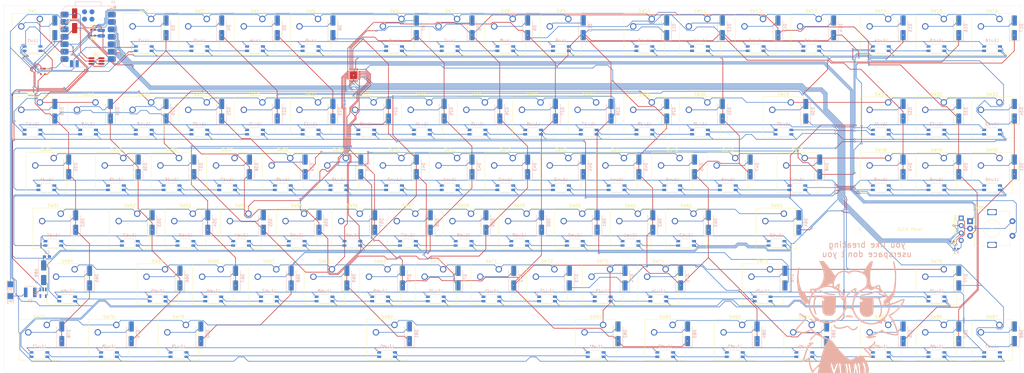
<source format=kicad_pcb>
(kicad_pcb (version 20241229) (generator "pcbnew") (generator_version "9.0")
  (layers (0 "F.Cu" signal) (2 "B.Cu" signal) (13 "F.Paste" user) (15 "B.Paste" user) (5 "F.SilkS" user "F.Silkscreen") (7 "B.SilkS" user "B.Silkscreen") (1 "F.Mask" user) (3 "B.Mask" user) (25 "Edge.Cuts" user))
  (net 0 "")
  (net 1 "/LED_GND")
  (net 2 "+5V")
  (net 3 "+5V_USB")
  (net 4 "Net-(D2-A)")
  (net 5 "/ROW0")
  (net 6 "Net-(D3-A)")
  (net 7 "/ROW1")
  (net 8 "Net-(D4-A)")
  (net 9 "/ROW2")
  (net 10 "Net-(D5-A)")
  (net 11 "/ROW3")
  (net 12 "Net-(D6-A)")
  (net 13 "/ROW4")
  (net 14 "/ROW5")
  (net 15 "Net-(D7-A)")
  (net 16 "Net-(D8-A)")
  (net 17 "/ROW6")
  (net 18 "/ROW7")
  (net 19 "Net-(D9-A)")
  (net 20 "/ROW8")
  (net 21 "Net-(D10-A)")
  (net 22 "Net-(D11-A)")
  (net 23 "Net-(D12-A)")
  (net 24 "Net-(D13-A)")
  (net 25 "Net-(D14-A)")
  (net 26 "Net-(D15-A)")
  (net 27 "Net-(D16-A)")
  (net 28 "Net-(D17-A)")
  (net 29 "Net-(D18-A)")
  (net 30 "Net-(D19-A)")
  (net 31 "Net-(D20-A)")
  (net 32 "Net-(D21-A)")
  (net 33 "Net-(D22-A)")
  (net 34 "Net-(D23-A)")
  (net 35 "Net-(D24-A)")
  (net 36 "Net-(D25-A)")
  (net 37 "Net-(D26-A)")
  (net 38 "Net-(D27-A)")
  (net 39 "Net-(D28-A)")
  (net 40 "Net-(D29-A)")
  (net 41 "Net-(D30-A)")
  (net 42 "Net-(D31-A)")
  (net 43 "Net-(D32-A)")
  (net 44 "Net-(D33-A)")
  (net 45 "Net-(D34-A)")
  (net 46 "Net-(D35-A)")
  (net 47 "Net-(D36-A)")
  (net 48 "Net-(D37-A)")
  (net 49 "Net-(D38-A)")
  (net 50 "Net-(D39-A)")
  (net 51 "Net-(D40-A)")
  (net 52 "Net-(D41-A)")
  (net 53 "Net-(D42-A)")
  (net 54 "Net-(D43-A)")
  (net 55 "Net-(D44-A)")
  (net 56 "Net-(D45-A)")
  (net 57 "Net-(D46-A)")
  (net 58 "Net-(D47-A)")
  (net 59 "Net-(D48-A)")
  (net 60 "Net-(D49-A)")
  (net 61 "Net-(D50-A)")
  (net 62 "Net-(D51-A)")
  (net 63 "Net-(D52-A)")
  (net 64 "Net-(D53-A)")
  (net 65 "Net-(D54-A)")
  (net 66 "Net-(D55-A)")
  (net 67 "Net-(D56-A)")
  (net 68 "Net-(D57-A)")
  (net 69 "Net-(D58-A)")
  (net 70 "Net-(D59-A)")
  (net 71 "Net-(D60-A)")
  (net 72 "Net-(D61-A)")
  (net 73 "Net-(D62-A)")
  (net 74 "Net-(D63-A)")
  (net 75 "Net-(D64-A)")
  (net 76 "Net-(D65-A)")
  (net 77 "Net-(D66-A)")
  (net 78 "Net-(D67-A)")
  (net 79 "Net-(D68-A)")
  (net 80 "Net-(D69-A)")
  (net 81 "Net-(D70-A)")
  (net 82 "Net-(D71-A)")
  (net 83 "Net-(D72-A)")
  (net 84 "Net-(D73-A)")
  (net 85 "Net-(D74-A)")
  (net 86 "Net-(D75-A)")
  (net 87 "Net-(D76-A)")
  (net 88 "Net-(D77-A)")
  (net 89 "Net-(D78-A)")
  (net 90 "Net-(D79-A)")
  (net 91 "Net-(D80-A)")
  (net 92 "Net-(D81-A)")
  (net 93 "Net-(D82-A)")
  (net 94 "Net-(D83-A)")
  (net 95 "Net-(D84-A)")
  (net 96 "Net-(D85-A)")
  (net 97 "Net-(D86-A)")
  (net 98 "Net-(D87-A)")
  (net 99 "Net-(D89-A)")
  (net 100 "/I2C_SDA")
  (net 101 "GND")
  (net 102 "/I2C_SCL")
  (net 103 "+3V3")
  (net 104 "Net-(U3-SW)")
  (net 105 "/VBAT")
  (net 106 "Net-(LED1-DOUT)")
  (net 107 "/LED_CONTROL")
  (net 108 "Net-(LED2-DOUT)")
  (net 109 "Net-(LED3-DOUT)")
  (net 110 "Net-(LED4-DOUT)")
  (net 111 "Net-(LED5-DOUT)")
  (net 112 "Net-(LED6-DOUT)")
  (net 113 "Net-(LED7-DOUT)")
  (net 114 "Net-(LED8-DOUT)")
  (net 115 "Net-(LED10-DIN)")
  (net 116 "Net-(LED10-DOUT)")
  (net 117 "Net-(LED11-DOUT)")
  (net 118 "Net-(LED12-DOUT)")
  (net 119 "Net-(LED13-DOUT)")
  (net 120 "Net-(LED14-DOUT)")
  (net 121 "Net-(LED15-DOUT)")
  (net 122 "Net-(LED16-DOUT)")
  (net 123 "Net-(LED17-DOUT)")
  (net 124 "Net-(LED18-DOUT)")
  (net 125 "Net-(LED19-DOUT)")
  (net 126 "Net-(LED20-DOUT)")
  (net 127 "Net-(LED21-DOUT)")
  (net 128 "Net-(LED22-DOUT)")
  (net 129 "Net-(LED23-DOUT)")
  (net 130 "Net-(LED24-DOUT)")
  (net 131 "Net-(LED25-DOUT)")
  (net 132 "Net-(LED26-DOUT)")
  (net 133 "Net-(LED27-DOUT)")
  (net 134 "Net-(LED28-DOUT)")
  (net 135 "Net-(LED29-DOUT)")
  (net 136 "Net-(LED30-DOUT)")
  (net 137 "Net-(LED31-DOUT)")
  (net 138 "Net-(LED32-DOUT)")
  (net 139 "Net-(LED33-DOUT)")
  (net 140 "Net-(LED34-DOUT)")
  (net 141 "Net-(LED35-DOUT)")
  (net 142 "Net-(LED36-DOUT)")
  (net 143 "Net-(LED37-DOUT)")
  (net 144 "Net-(LED38-DOUT)")
  (net 145 "Net-(LED39-DOUT)")
  (net 146 "Net-(LED40-DOUT)")
  (net 147 "Net-(LED41-DOUT)")
  (net 148 "Net-(LED42-DOUT)")
  (net 149 "Net-(LED43-DOUT)")
  (net 150 "Net-(LED44-DOUT)")
  (net 151 "Net-(LED45-DOUT)")
  (net 152 "Net-(LED46-DOUT)")
  (net 153 "Net-(LED47-DOUT)")
  (net 154 "Net-(LED48-DOUT)")
  (net 155 "Net-(LED49-DOUT)")
  (net 156 "Net-(LED50-DOUT)")
  (net 157 "Net-(LED51-DOUT)")
  (net 158 "Net-(LED52-DOUT)")
  (net 159 "Net-(LED53-DOUT)")
  (net 160 "Net-(LED54-DOUT)")
  (net 161 "Net-(LED55-DOUT)")
  (net 162 "Net-(LED56-DOUT)")
  (net 163 "Net-(LED57-DOUT)")
  (net 164 "Net-(LED58-DOUT)")
  (net 165 "Net-(LED59-DOUT)")
  (net 166 "Net-(LED60-DOUT)")
  (net 167 "Net-(LED61-DOUT)")
  (net 168 "Net-(LED62-DOUT)")
  (net 169 "Net-(LED63-DOUT)")
  (net 170 "Net-(LED64-DOUT)")
  (net 171 "Net-(LED65-DOUT)")
  (net 172 "Net-(LED66-DOUT)")
  (net 173 "Net-(LED67-DOUT)")
  (net 174 "Net-(LED68-DOUT)")
  (net 175 "Net-(LED69-DOUT)")
  (net 176 "Net-(LED70-DOUT)")
  (net 177 "Net-(LED71-DOUT)")
  (net 178 "Net-(LED72-DOUT)")
  (net 179 "Net-(LED73-DOUT)")
  (net 180 "Net-(LED74-DOUT)")
  (net 181 "Net-(LED75-DOUT)")
  (net 182 "Net-(LED76-DOUT)")
  (net 183 "Net-(LED77-DOUT)")
  (net 184 "Net-(LED78-DOUT)")
  (net 185 "Net-(LED79-DOUT)")
  (net 186 "Net-(LED80-DOUT)")
  (net 187 "Net-(LED81-DOUT)")
  (net 188 "Net-(LED82-DOUT)")
  (net 189 "Net-(LED83-DOUT)")
  (net 190 "Net-(LED84-DOUT)")
  (net 191 "Net-(LED85-DOUT)")
  (net 192 "/LED_ENABLE")
  (net 193 "Net-(Q1B-D)")
  (net 194 "/BT_PIN")
  (net 195 "/COL9")
  (net 196 "/COL8")
  (net 197 "/COL7")
  (net 198 "/COL6")
  (net 199 "/COL5")
  (net 200 "/COL4")
  (net 201 "/COL3")
  (net 202 "/COL2")
  (net 203 "/COL0")
  (net 204 "/EC11_B")
  (net 205 "/EC11_SW")
  (net 206 "/EC11_A")
  (net 213 "Net-(U1-P1.12_D7_RX)")
  (net 220 "/COL1")
  (net 221 "Net-(D88-A)")
  (net 222 "Net-(LED86-DOUT)")
  (footprint "gpxxacpy:SW_Cherry_MX_1.00u_PCB" (layer "F.Cu") (at 278.765 37.7825)
    (property "Reference" "SW12")
    (property "Value" "SW_Push")
  )
  (footprint "Package_DFN_QFN:QFN-24-1EP_4x4mm_P0.5mm_EP2.7x2.7mm" (layer "F.Cu") (at 138.53125 57.0375 180)
    (property "Reference" "U4")
    (property "Value" "AW9523B")
  )
  (footprint "gpxxacpy:SW_Cherry_MX_1.25u_PCB" (layer "F.Cu") (at 33.49625 142.5575)
    (property "Reference" "SW77")
    (property "Value" "SW_Push")
  )
  (footprint "gpxxacpy:SW_Cherry_MX_1.00u_PCB" (layer "F.Cu") (at 212.09 37.7825)
    (property "Reference" "SW9")
    (property "Value" "SW_Push")
  )
  (footprint "gpxxacpy:SW_Cherry_MX_1.00u_PCB" (layer "F.Cu") (at 154.94 85.4075)
    (property "Reference" "SW40")
    (property "Value" "SW_Push")
  )
  (footprint "gpxxacpy:SW_Cherry_MX_1.00u_PCB" (layer "F.Cu") (at 202.565 66.3575)
    (property "Reference" "SW26")
    (property "Value" "SW_Push")
  )
  (footprint "gpxxacpy:SW_Cherry_MX_1.00u_PCB" (layer "F.Cu") (at 93.0275 123.5075)
    (property "Reference" "SW66")
    (property "Value" "SW_Push")
  )
  (footprint "gpxxacpy:SW_Cherry_MX_1.00u_PCB" (layer "F.Cu") (at 321.6275 37.7825)
    (property "Reference" "SW14")
    (property "Value" "SW_Push")
  )
  (footprint "gpxxacpy:SW_Cherry_MX_1.00u_PCB" (layer "F.Cu") (at 259.715 66.3575)
    (property "Reference" "SW30")
    (property "Value" "SW_Push")
  )
  (footprint "gpxxacpy:SW_Cherry_MX_1.00u_PCB" (layer "F.Cu") (at 107.315 66.3575)
    (property "Reference" "SW21")
    (property "Value" "SW_Push")
  )
  (footprint "gpxxacpy:SW_Cherry_MX_1.50u_PCB" (layer "F.Cu") (at 35.8775 85.4075)
    (property "Reference" "SW34")
    (property "Value" "SW_Push")
  )
  (footprint "gpxxacpy:SW_Cherry_MX_1.00u_PCB" (layer "F.Cu") (at 259.715 37.7825)
    (property "Reference" "SW11")
    (property "Value" "SW_Push")
  )
  (footprint "gpxxacpy:SW_Cherry_MX_1.00u_PCB" (layer "F.Cu") (at 321.6275 66.3575)
    (property "Reference" "SW31")
    (property "Value" "SW_Push")
  )
  (footprint "gpxxacpy:SW_Cherry_MX_1.00u_PCB" (layer "F.Cu") (at 88.265 37.7825)
    (property "Reference" "SW3")
    (property "Value" "SW_Push")
  )
  (footprint "gpxxacpy:SW_Cherry_MX_1.00u_PCB" (layer "F.Cu") (at 321.6275 85.4075)
    (property "Reference" "SW48")
    (property "Value" "SW_Push")
  )
  (footprint "gpxxacpy:SW_Cherry_MX_1.00u_PCB" (layer "F.Cu") (at 126.365 37.7825)
    (property "Reference" "SW5")
    (property "Value" "SW_Push")
  )
  (footprint "gpxxacpy:SW_Cherry_MX_1.00u_PCB" (layer "F.Cu") (at 73.9775 123.5075)
    (property "Reference" "SW65")
    (property "Value" "SW_Push")
  )
  (footprint "gpxxacpy:SW_Cherry_MX_1.00u_PCB" (layer "F.Cu") (at 145.415 66.3575)
    (property "Reference" "SW23")
    (property "Value" "SW_Push")
  )
  (footprint "gpxxacpy:SW_Cherry_MX_1.00u_PCB" (layer "F.Cu") (at 140.6525 104.4575)
    (property "Reference" "SW56")
    (property "Value" "SW_Push")
  )
  (footprint "gpxxacpy:SW_Cherry_MX_1.00u_PCB" (layer "F.Cu") (at 212.09 85.4075)
    (property "Reference" "SW43")
    (property "Value" "SW_Push")
  )
  (footprint "gpxxacpy:SW_Cherry_MX_1.00u_PCB" (layer "F.Cu") (at 31.115 66.3575)
    (property "Reference" "SW17")
    (property "Value" "SW_Push")
  )
  (footprint "gpxxacpy:SW_Cherry_MX_1.00u_PCB" (layer "F.Cu") (at 164.465 66.3575)
    (property "Reference" "SW24")
    (property "Value" "SW_Push")
  )
  (footprint "Diode_SMD:D_SMA_Handsoldering" (layer "F.Cu") (at 43.02125 38.4 90)
    (property "Reference" "D1")
    (property "Value" "D")
  )
  (footprint "gpxxacpy:SW_Cherry_MX_1.00u_PCB" (layer "F.Cu") (at 240.665 66.3575)
    (property "Reference" "SW28")
    (property "Value" "SW_Push")
  )
  (footprint "Package_TO_SOT_SMD:TSOT-23-6_HandSoldering" (layer "F.Cu") (at 50.5 52.1825)
    (property "Reference" "Q1")
    (property "Value" "G1NP02ELL")
  )
  (footprint "gpxxacpy:SW_Cherry_MX_1.00u_PCB" (layer "F.Cu") (at 226.3775 123.5075)
    (property "Reference" "SW73")
    (property "Value" "SW_Push")
  )
  (footprint "gpxxacpy:SW_Cherry_MX_1.00u_PCB" (layer "F.Cu") (at 188.2775 123.5075)
    (property "Reference" "SW71")
    (property "Value" "SW_Push")
  )
  (footprint "gpxxacpy:SW_Cherry_MX_1.00u_PCB" (layer "F.Cu") (at 340.6775 142.5575)
    (property "Reference" "SW86")
    (property "Value" "SW_Push")
  )
  (footprint "gpxxacpy:SW_Cherry_MX_1.00u_PCB" (layer "F.Cu") (at 107.315 37.7825)
    (property "Reference" "SW4")
    (property "Value" "SW_Push")
  )
  (footprint "gpxxacpy:SW_Cherry_MX_1.00u_PCB" (layer "F.Cu") (at 178.7525 104.4575)
    (property "Reference" "SW58")
    (property "Value" "SW_Push")
  )
  (footprint "Rotary_Encoder:RotaryEncoder_Alps_EC11E-Switch_Vertical_H20mm" (layer "F.Cu") (at 349.68 107.0375)
    (property "Reference" "SW88")
    (property "Value" "RotaryEncoder_Switch")
  )
  (footprint "gpxxacpy:SW_Cherry_MX_1.00u_PCB" (layer "F.Cu") (at 112.0775 123.5075)
    (property "Reference" "SW67")
    (property "Value" "SW_Push")
  )
  (footprint "gpxxacpy:SW_Cherry_MX_1.00u_PCB" (layer "F.Cu") (at 88.265 66.3575)
    (property "Reference" "SW20")
    (property "Value" "SW_Push")
  )
  (footprint "gpxxacpy:SW_Cherry_MX_1.00u_PCB" (layer "F.Cu") (at 197.8025 104.4575)
    (property "Reference" "SW59")
    (property "Value" "SW_Push")
  )
  (footprint "gpxxacpy:SW_Cherry_MX_1.00u_PCB" (layer "F.Cu") (at 126.365 66.3575)
    (property "Reference" "SW22")
    (property "Value" "SW_Push")
  )
  (footprint "gpxxacpy:SW_Cherry_MX_1.00u_PCB" (layer "F.Cu") (at 102.5525 104.4575)
    (property "Reference" "SW54")
    (property "Value" "SW_Push")
  )
  (footprint "gpxxacpy:SW_Cherry_MX_1.00u_PCB" (layer "F.Cu") (at 135.89 85.4075)
    (property "Reference" "SW39")
    (property "Value" "SW_Push")
  )
  (footprint "Resistor_SMD:R_0402_1005Metric_Pad0.72x0.64mm_HandSolder" (layer "F.Cu") (at 49.307262 41.5)
    (property "Reference" "R2")
    (property "Value" "2M")
  )
  (footprint "gpxxacpy:SW_Cherry_MX_1.00u_PCB" (layer "F.Cu") (at 121.6025 104.4575)
    (property "Reference" "SW55")
    (property "Value" "SW_Push")
  )
  (footprint "gpxxacpy:SW_Cherry_MX_6.25u_PCB" (layer "F.Cu") (at 152.55875 142.5575)
    (property "Reference" "SW80")
    (property "Value" "SW_Push")
  )
  (footprint "gpxxacpy:SW_Cherry_MX_1.00u_PCB" (layer "F.Cu") (at 359.7275 37.7825)
    (property "Reference" "SW16")
    (property "Value" "SW_Push")
  )
  (footprint "gpxxacpy:SW_Cherry_MX_1.00u_PCB" (layer "F.Cu") (at 359.7275 66.3575)
    (property "Reference" "SW33")
    (property "Value" "SW_Push")
  )
  (footprint "gpxxacpy:SW_Cherry_MX_1.00u_PCB" (layer "F.Cu") (at 340.6775 66.3575)
    (property "Reference" "SW32")
    (property "Value" "SW_Push")
  )
  (footprint "Resistor_SMD:R_0402_1005Metric_Pad0.72x0.64mm_HandSolder" (layer "F.Cu") (at 49.307262 43.49 180)
    (property "Reference" "R1")
    (property "Value" "806k")
  )
  (footprint "gpxxacpy:SW_Cherry_MX_1.25u_PCB" (layer "F.Cu") (at 57.30875 142.5575)
    (property "Reference" "SW78")
    (property "Value" "SW_Push")
  )
  (footprint "gpxxacpy:SW_Cherry_MX_1.00u_PCB" (layer "F.Cu") (at 50.165 66.3575)
    (property "Reference" "SW18")
    (property "Value" "SW_Push")
  )
  (footprint "gpxxacpy:SW_Cherry_MX_1.00u_PCB" (layer "F.Cu") (at 69.215 37.7825)
    (property "Reference" "SW2")
    (property "Value" "SW_Push")
  )
  (footprint "gpxxacpy:SW_Cherry_MX_2.25u_PCB" (layer "F.Cu") (at 43.02125 123.5075)
    (property "Reference" "SW64")
    (property "Value" "SW_Push")
  )
  (footprint "gpxxacpy:SW_Cherry_MX_1.25u_PCB" (layer "F.Cu") (at 247.80875 142.5575)
    (property "Reference" "SW82")
    (property "Value" "SW_Push")
  )
  (footprint "gpxxacpy:SW_Cherry_MX_1.00u_PCB" (layer "F.Cu") (at 207.3275 123.5075)
    (property "Reference" "SW72")
    (property "Value" "SW_Push")
  )
  (footprint "gpxxacpy:SW_Cherry_MX_1.00u_PCB" (layer "F.Cu") (at 97.79 85.4075)
    (property "Reference" "SW37")
    (property "Value" "SW_Push")
  )
  (footprint "gpxxacpy:SW_Cherry_MX_1.25u_PCB" (layer "F.Cu") (at 271.62125 142.5575)
    (property "Reference" "SW83")
    (property "Value" "SW_Push")
  )
  (footprint "gpxxacpy:SW_Cherry_MX_1.00u_PCB" (layer "F.Cu") (at 359.72745 142.5575)
    (property "Reference" "SW87")
    (property "Value" "SW_Push")
  )
  (footprint "gpxxacpy:SW_Cherry_MX_1.50u_PCB" (layer "F.Cu") (at 293.0525 85.4075)
    (property "Reference" "SW47")
    (property "Value" "SW_Push")
  )
  (footprint "Package_TO_SOT_SMD:SOT-353_SC-70-5" (layer "F.Cu") (at 32.165 55.7325 -90)
    (property "Reference" "U2")
    (property "Value" "74LV1T08GW")
  )
  (footprint "gpxxacpy:SW_Cherry_MX_1.00u_PCB" (layer "F.Cu") (at 359.7275 85.4075)
    (property "Reference" "SW50")
    (property "Value" "SW_Push")
  )
  (footprint "gpxxacpy:SW_Cherry_MX_1.00u_PCB" (layer "F.Cu") (at 340.6775 37.7825)
    (property "Reference" "SW15")
    (property "Value" "SW_Push")
  )
  (footprint "gpxxacpy:SW_Cherry_MX_1.00u_PCB" (layer "F.Cu") (at 193.04 85.4075)
    (property "Reference" "SW42")
    (property "Value" "SW_Push")
  )
  (footprint "gpxxacpy:SW_Cherry_MX_1.00u_PCB" (layer "F.Cu") (at 154.94 37.7825)
    (property "Reference" "SW6")
    (property "Value" "SW_Push")
  )
  (footprint "gpxxacpy:SW_Cherry_MX_1.00u_PCB" (layer "F.Cu") (at 116.84 85.4075)
    (property "Reference" "SW38")
    (property "Value" "SW_Push")
  )
  (footprint "gpxxacpy:SW_Cherry_MX_1.00u_PCB" (layer "F.Cu") (at 193.04 37.7825)
    (property "Reference" "SW8")
    (property "Value" "SW_Push")
  )
  (footprint "gpxxacpy:SW_Cherry_MX_1.00u_PCB" (layer "F.Cu") (at 59.69 85.4075)
    (property "Reference" "SW35")
    (property "Value" "SW_Push")
  )
  (footprint "gpxxacpy:SW_Cherry_MX_1.25u_PCB" (layer "F.Cu") (at 223.99625 142.5575)
    (property "Reference" "SW81")
    (property "Value" "SW_Push")
  )
  (footprint "gpxxacpy:SW_Cherry_MX_1.00u_PCB" (layer "F.Cu") (at 150.1775 123.5075)
    (property "Reference" "SW69")
    (property "Value" "SW_Push")
  )
  (footprint "gpxxacpy:SW_Cherry_MX_1.00u_PCB" (layer "F.Cu") (at 183.515 66.3575)
    (property "Reference" "SW25")
    (property "Value" "SW_Push")
  )
  (footprint "gpxxacpy:SW_Cherry_MX_2.25u_PCB" (layer "F.Cu") (at 285.90875 104.4575)
    (property "Reference" "SW63")
    (property "Value" "SW_Push")
  )
  (footprint "gpxxacpy:SW_Cherry_MX_1.00u_PCB" (layer "F.Cu") (at 64.4525 104.4575)
    (property "Reference" "SW52")
    (property "Value" "SW_Push")
  )
  (footprint "gpxxacpy:SW_Cherry_MX_1.00u_PCB" (layer "F.Cu") (at 297.815 37.7825)
    (property "Reference" "SW13")
    (property "Value" "SW_Push")
  )
  (footprint "gpxxacpy:SW_Cherry_MX_1.00u_PCB" (layer "F.Cu") (at 131.1275 123.5075)
    (property "Reference" "SW68")
    (property "Value" "SW_Push")
  )
  (footprint "gpxxacpy:SW_Cherry_MX_1.00u_PCB" (layer "F.Cu") (at 240.665 37.7825)
    (property "Reference" "SW10")
    (property "Value" "SW_Push")
  )
  (footprint "gpxxacpy:SW_Cherry_MX_1.00u_PCB" (layer "F.Cu") (at 321.6275 142.5575)
    (property "Reference" "SW85")
    (property "Value" "SW_Push")
  )
  (footprint "gpxxacpy:SW_Cherry_MX_1.00u_PCB" (layer "F.Cu") (at 169.2275 123.5075)
    (property "Reference" "SW70")
    (property "Value" "SW_Push")
  )
  (footprint "KiCad-SSD1306-0.91-OLED-4pin-128x32:SSD1306-0.91-OLED-4pin-128x32" (layer "F.Cu") (at 310.13 103.7975)
    (property "Reference" "J1")
    (property "Value" "Conn_01x04_Socket")
  )
  (footprint "gpxxacpy:SW_Cherry_MX_1.00u_PCB" (layer "F.Cu") (at 159.7025 104.4575)
    (property "Reference" "SW57")
    (property "Value" "SW_Push")
  )
  (footprint "gpxxacpy:SW_Cherry_MX_1.00u_PCB" (layer "F.Cu") (at 340.6775 123.5075)
    (property "Reference" "SW76")
    (property "Value" "SW_Push")
  )
  (footprint "gpxxacpy:SW_Cherry_MX_1.00u_PCB" (layer "F.Cu") (at 31.115 37.7825)
    (property "Reference" "SW1")
    (property "Value" "SW_Push")
  )
  (footprint "gpxxacpy:SW_Cherry_MX_1.00u_PCB" (layer "F.Cu") (at 83.5025 104.4575)
    (property "Reference" "SW53")
    (property "Value" "SW_Push")
  )
  (footprint "gpxxacpy:SW_Cherry_MX_1.00u_PCB" (layer "F.Cu") (at 235.9025 104.4575)
    (property "Reference" "SW61")
    (property "Value" "SW_Push")
  )
  (footprint "gpxxacpy:SW_Cherry_MX_2.75u_PCB" (layer "F.Cu") (at 281.14625 123.5075)
    (property "Reference" "SW75")
    (property "Value" "SW_Push")
  )
  (footprint "gpxxacpy:SW_Cherry_MX_1.00u_PCB" (layer "F.Cu") (at 216.8525 104.4575)
    (property "Reference" "SW60")
    (property "Value" "SW_Push")
  )
  (footprint "gpxxacpy:SW_Cherry_MX_1.00u_PCB" (layer "F.Cu") (at 78.74 85.4075)
    (property "Reference" "SW36")
    (property "Value" "SW_Push")
  )
  (footprint "gpxxacpy:SW_Cherry_MX_1.75u_PCB" (layer "F.Cu") (at 38.25875 104.4575)
    (property "Reference" "SW51")
    (property "Value" "SW_Push")
  )
  (footprint "gpxxacpy:SW_Cherry_MX_2.00u_PCB" (layer "F.Cu") (at 288.29 66.3575)
    (property "Reference" "SW29")
    (property "Value" "SW_Push")
  )
  (footprint "gpxxacpy:SW_Cherry_MX_1.00u_PCB" (layer "F.Cu") (at 173.99 37.7825)
    (property "Reference" "SW7")
    (property "Value" "SW_Push")
  )
  (footprint "gpxxacpy:SW_Cherry_MX_1.00u_PCB" (layer "F.Cu") (at 69.215 66.3575)
    (property "Reference" "SW19")
    (property "Value" "SW_Push")
  )
  (footprint "gpxxacpy:SW_Cherry_MX_1.25u_PCB" (layer "F.Cu") (at 81.12125 142.5575)
    (property "Reference" "SW79")
    (property "Value" "SW_Push")
  )
  (footprint "gpxxacpy:SW_Cherry_MX_1.00u_PCB" (layer "F.Cu") (at 221.615 66.3575)
    (property "Reference" "SW27")
    (property "Value" "SW_Push")
  )
  (footprint "gpxxacpy:SW_Cherry_MX_1.00u_PCB" (layer "F.Cu") (at 173.99 85.4075)
    (property "Reference" "SW41")
    (property "Value" "SW_Push")
  )
  (footprint "gpxxacpy:SW_Cherry_MX_1.00u_PCB" (layer "F.Cu") (at 340.6775 85.4075)
    (property "Reference" "SW49")
    (property "Value" "SW_Push")
  )
  (footprint "gpxxacpy:SW_Cherry_MX_1.00u_PCB" (layer "F.Cu") (at 231.14 85.4075)
    (property "Reference" "SW44")
    (property "Value" "SW_Push")
  )
  (footprint "gpxxacpy:SW_Cherry_MX_1.00u_PCB" (layer "F.Cu") (at 269.24 85.4075)
    (property "Reference" "SW46")
    (property "Value" "SW_Push")
  )
  (footprint "gpxxacpy:SW_Cherry_MX_1.25u_PCB" (layer "F.Cu") (at 295.43375 142.5575)
    (property "Reference" "SW84")
    (property "Value" "SW_Push")
  )
  (footprint "gpxxacpy:SW_Cherry_MX_1.00u_PCB" (layer "F.Cu") (at 245.4275 123.5075)
    (property "Reference" "SW74")
    (property "Value" "SW_Push")
  )
  (footprint "gpxxacpy:SW_Cherry_MX_1.00u_PCB" (layer "F.Cu") (at 250.19 85.4075)
    (property "Reference" "SW45")
    (property "Value" "SW_Push")
  )
  (footprint "gpxxacpy:SW_Cherry_MX_1.00u_PCB" (layer "F.Cu") (at 254.9525 104.4575)
    (property "Reference" "SW62")
    (property "Value" "SW_Push")
  )
  (footprint "gpxxacpy:LED_6028R" (layer "B.Cu") (at 238.125 47.9425)
    (property "Reference" "LED10")
    (property "Value" "MX_SK6803MINI-E")
    (fp_line (start -1.699999 0.702843) (end -1.699999 -0.702841) (stroke (width 0.1)) (layer "Edge.Cuts"))
    (fp_line (start -0.794452 -1.499999) (end 0.794452 -1.499999) (stroke (width 0.1)) (layer "Edge.Cuts"))
    (fp_line (start 0.794452 1.5) (end -0.794453 1.5) (stroke (width 0.1)) (layer "Edge.Cuts"))
    (fp_line (start 1.699999 -0.702841) (end 1.699999 0.702843) (stroke (width 0.1)) (layer "Edge.Cuts"))
    (fp_arc (start -1.749484 -0.919719) (mid -1.712527 -0.814067) (end -1.699999 -0.702841) (stroke (width 0.1)) (layer "Edge.Cuts"))
    (fp_arc (start -1.749484 -0.919718) (mid -1.638072 -1.504034) (end -1.046711 -1.568298) (stroke (width 0.1)) (layer "Edge.Cuts"))
    (fp_arc (start -1.699999 0.702844) (mid -1.712527 0.814069) (end -1.749484 0.919721) (stroke (width 0.1)) (layer "Edge.Cuts"))
    (fp_arc (start -1.046711 1.568299) (mid -1.638071 1.504036) (end -1.749484 0.919721) (stroke (width 0.1)) (layer "Edge.Cuts"))
    (fp_arc (start -1.046711 1.568299) (mid -0.925123 1.517377) (end -0.794453 1.5) (stroke (width 0.1)) (layer "Edge.Cuts"))
    (fp_arc (start -0.794452 -1.499999) (mid -0.925123 -1.517376) (end -1.046711 -1.568298) (stroke (width 0.1)) (layer "Edge.Cuts"))
    (fp_arc (start 0.794453 1.500001) (mid 0.925123 1.517378) (end 1.046711 1.5683) (stroke (width 0.1)) (layer "Edge.Cuts"))
    (fp_arc (start 1.04671 -1.568298) (mid 0.925122 -1.517376) (end 0.794452 -1.499999) (stroke (width 0.1)) (layer "Edge.Cuts"))
    (fp_arc (start 1.046711 -1.568296) (mid 1.63807 -1.504033) (end 1.749484 -0.919719) (stroke (width 0.1)) (layer "Edge.Cuts"))
    (fp_arc (start 1.699999 -0.702842) (mid 1.712536 -0.814064) (end 1.749484 -0.919719) (stroke (width 0.1)) (layer "Edge.Cuts"))
    (fp_arc (start 1.749484 0.919721) (mid 1.638072 1.504036) (end 1.046711 1.5683) (stroke (width 0.1)) (layer "Edge.Cuts"))
    (fp_arc (start 1.749484 0.919721) (mid 1.712526 0.814069) (end 1.699999 0.702843) (stroke (width 0.1)) (layer "Edge.Cuts"))
  )
  (footprint "Diode_SMD:D_SMA_Handsoldering" (layer "B.Cu") (at 345.7575 145.5875 90)
    (property "Reference" "D87")
    (property "Value" "D")
  )
  (footprint "gpxxacpy:LED_6028R" (layer "B.Cu") (at 47.625 76.5175)
    (property "Reference" "LED18")
    (property "Value" "MX_SK6803MINI-E")
    (fp_line (start -1.699999 0.702843) (end -1.699999 -0.702841) (stroke (width 0.1)) (layer "Edge.Cuts"))
    (fp_line (start -0.794452 -1.499999) (end 0.794452 -1.499999) (stroke (width 0.1)) (layer "Edge.Cuts"))
    (fp_line (start 0.794452 1.5) (end -0.794453 1.5) (stroke (width 0.1)) (layer "Edge.Cuts"))
    (fp_line (start 1.699999 -0.702841) (end 1.699999 0.702843) (stroke (width 0.1)) (layer "Edge.Cuts"))
    (fp_arc (start -1.749484 -0.919719) (mid -1.712527 -0.814067) (end -1.699999 -0.702841) (stroke (width 0.1)) (layer "Edge.Cuts"))
    (fp_arc (start -1.749484 -0.919718) (mid -1.638072 -1.504034) (end -1.046711 -1.568298) (stroke (width 0.1)) (layer "Edge.Cuts"))
    (fp_arc (start -1.699999 0.702844) (mid -1.712527 0.814069) (end -1.749484 0.919721) (stroke (width 0.1)) (layer "Edge.Cuts"))
    (fp_arc (start -1.046711 1.568299) (mid -1.638071 1.504036) (end -1.749484 0.919721) (stroke (width 0.1)) (layer "Edge.Cuts"))
    (fp_arc (start -1.046711 1.568299) (mid -0.925123 1.517377) (end -0.794453 1.5) (stroke (width 0.1)) (layer "Edge.Cuts"))
    (fp_arc (start -0.794452 -1.499999) (mid -0.925123 -1.517376) (end -1.046711 -1.568298) (stroke (width 0.1)) (layer "Edge.Cuts"))
    (fp_arc (start 0.794453 1.500001) (mid 0.925123 1.517378) (end 1.046711 1.5683) (stroke (width 0.1)) (layer "Edge.Cuts"))
    (fp_arc (start 1.04671 -1.568298) (mid 0.925122 -1.517376) (end 0.794452 -1.499999) (stroke (width 0.1)) (layer "Edge.Cuts"))
    (fp_arc (start 1.046711 -1.568296) (mid 1.63807 -1.504033) (end 1.749484 -0.919719) (stroke (width 0.1)) (layer "Edge.Cuts"))
    (fp_arc (start 1.699999 -0.702842) (mid 1.712536 -0.814064) (end 1.749484 -0.919719) (stroke (width 0.1)) (layer "Edge.Cuts"))
    (fp_arc (start 1.749484 0.919721) (mid 1.638072 1.504036) (end 1.046711 1.5683) (stroke (width 0.1)) (layer "Edge.Cuts"))
    (fp_arc (start 1.749484 0.919721) (mid 1.712526 0.814069) (end 1.699999 0.702843) (stroke (width 0.1)) (layer "Edge.Cuts"))
  )
  (footprint "Diode_SMD:D_SMA_Handsoldering" (layer "B.Cu") (at 226.695 69.3875 90)
    (property "Reference" "D28")
    (property "Value" "D")
  )
  (footprint "Diode_SMD:D_SMA_Handsoldering" (layer "B.Cu") (at 217.17 88.4375 90)
    (property "Reference" "D44")
    (property "Value" "D")
  )
  (footprint "gpxxacpy:LED_6028R" (layer "B.Cu") (at 357.1875 76.5175)
    (property "Reference" "LED33")
    (property "Value" "MX_SK6803MINI-E")
    (fp_line (start -1.699999 0.702843) (end -1.699999 -0.702841) (stroke (width 0.1)) (layer "Edge.Cuts"))
    (fp_line (start -0.794452 -1.499999) (end 0.794452 -1.499999) (stroke (width 0.1)) (layer "Edge.Cuts"))
    (fp_line (start 0.794452 1.5) (end -0.794453 1.5) (stroke (width 0.1)) (layer "Edge.Cuts"))
    (fp_line (start 1.699999 -0.702841) (end 1.699999 0.702843) (stroke (width 0.1)) (layer "Edge.Cuts"))
    (fp_arc (start -1.749484 -0.919719) (mid -1.712527 -0.814067) (end -1.699999 -0.702841) (stroke (width 0.1)) (layer "Edge.Cuts"))
    (fp_arc (start -1.749484 -0.919718) (mid -1.638072 -1.504034) (end -1.046711 -1.568298) (stroke (width 0.1)) (layer "Edge.Cuts"))
    (fp_arc (start -1.699999 0.702844) (mid -1.712527 0.814069) (end -1.749484 0.919721) (stroke (width 0.1)) (layer "Edge.Cuts"))
    (fp_arc (start -1.046711 1.568299) (mid -1.638071 1.504036) (end -1.749484 0.919721) (stroke (width 0.1)) (layer "Edge.Cuts"))
    (fp_arc (start -1.046711 1.568299) (mid -0.925123 1.517377) (end -0.794453 1.5) (stroke (width 0.1)) (layer "Edge.Cuts"))
    (fp_arc (start -0.794452 -1.499999) (mid -0.925123 -1.517376) (end -1.046711 -1.568298) (stroke (width 0.1)) (layer "Edge.Cuts"))
    (fp_arc (start 0.794453 1.500001) (mid 0.925123 1.517378) (end 1.046711 1.5683) (stroke (width 0.1)) (layer "Edge.Cuts"))
    (fp_arc (start 1.04671 -1.568298) (mid 0.925122 -1.517376) (end 0.794452 -1.499999) (stroke (width 0.1)) (layer "Edge.Cuts"))
    (fp_arc (start 1.046711 -1.568296) (mid 1.63807 -1.504033) (end 1.749484 -0.919719) (stroke (width 0.1)) (layer "Edge.Cuts"))
    (fp_arc (start 1.699999 -0.702842) (mid 1.712536 -0.814064) (end 1.749484 -0.919719) (stroke (width 0.1)) (layer "Edge.Cuts"))
    (fp_arc (start 1.749484 0.919721) (mid 1.638072 1.504036) (end 1.046711 1.5683) (stroke (width 0.1)) (layer "Edge.Cuts"))
    (fp_arc (start 1.749484 0.919721) (mid 1.712526 0.814069) (end 1.699999 0.702843) (stroke (width 0.1)) (layer "Edge.Cuts"))
  )
  (footprint "Diode_SMD:D_SMA_Handsoldering" (layer "B.Cu") (at 64.77 88.4375 90)
    (property "Reference" "D36")
    (property "Value" "D")
  )
  (footprint "gpxxacpy:LED_6028R" (layer "B.Cu") (at 338.1375 76.5175)
    (property "Reference" "LED32")
    (property "Value" "MX_SK6803MINI-E")
    (fp_line (start -1.699999 0.702843) (end -1.699999 -0.702841) (stroke (width 0.1)) (layer "Edge.Cuts"))
    (fp_line (start -0.794452 -1.499999) (end 0.794452 -1.499999) (stroke (width 0.1)) (layer "Edge.Cuts"))
    (fp_line (start 0.794452 1.5) (end -0.794453 1.5) (stroke (width 0.1)) (layer "Edge.Cuts"))
    (fp_line (start 1.699999 -0.702841) (end 1.699999 0.702843) (stroke (width 0.1)) (layer "Edge.Cuts"))
    (fp_arc (start -1.749484 -0.919719) (mid -1.712527 -0.814067) (end -1.699999 -0.702841) (stroke (width 0.1)) (layer "Edge.Cuts"))
    (fp_arc (start -1.749484 -0.919718) (mid -1.638072 -1.504034) (end -1.046711 -1.568298) (stroke (width 0.1)) (layer "Edge.Cuts"))
    (fp_arc (start -1.699999 0.702844) (mid -1.712527 0.814069) (end -1.749484 0.919721) (stroke (width 0.1)) (layer "Edge.Cuts"))
    (fp_arc (start -1.046711 1.568299) (mid -1.638071 1.504036) (end -1.749484 0.919721) (stroke (width 0.1)) (layer "Edge.Cuts"))
    (fp_arc (start -1.046711 1.568299) (mid -0.925123 1.517377) (end -0.794453 1.5) (stroke (width 0.1)) (layer "Edge.Cuts"))
    (fp_arc (start -0.794452 -1.499999) (mid -0.925123 -1.517376) (end -1.046711 -1.568298) (stroke (width 0.1)) (layer "Edge.Cuts"))
    (fp_arc (start 0.794453 1.500001) (mid 0.925123 1.517378) (end 1.046711 1.5683) (stroke (width 0.1)) (layer "Edge.Cuts"))
    (fp_arc (start 1.04671 -1.568298) (mid 0.925122 -1.517376) (end 0.794452 -1.499999) (stroke (width 0.1)) (layer "Edge.Cuts"))
    (fp_arc (start 1.046711 -1.568296) (mid 1.63807 -1.504033) (end 1.749484 -0.919719) (stroke (width 0.1)) (layer "Edge.Cuts"))
    (fp_arc (start 1.699999 -0.702842) (mid 1.712536 -0.814064) (end 1.749484 -0.919719) (stroke (width 0.1)) (layer "Edge.Cuts"))
    (fp_arc (start 1.749484 0.919721) (mid 1.638072 1.504036) (end 1.046711 1.5683) (stroke (width 0.1)) (layer "Edge.Cuts"))
    (fp_arc (start 1.749484 0.919721) (mid 1.712526 0.814069) (end 1.699999 0.702843) (stroke (width 0.1)) (layer "Edge.Cuts"))
  )
  (footprint "gpxxacpy:LED_6028R" (layer "B.Cu") (at 76.2 95.5675)
    (property "Reference" "LED36")
    (property "Value" "MX_SK6803MINI-E")
    (fp_line (start -1.699999 0.702843) (end -1.699999 -0.702841) (stroke (width 0.1)) (layer "Edge.Cuts"))
    (fp_line (start -0.794452 -1.499999) (end 0.794452 -1.499999) (stroke (width 0.1)) (layer "Edge.Cuts"))
    (fp_line (start 0.794452 1.5) (end -0.794453 1.5) (stroke (width 0.1)) (layer "Edge.Cuts"))
    (fp_line (start 1.699999 -0.702841) (end 1.699999 0.702843) (stroke (width 0.1)) (layer "Edge.Cuts"))
    (fp_arc (start -1.749484 -0.919719) (mid -1.712527 -0.814067) (end -1.699999 -0.702841) (stroke (width 0.1)) (layer "Edge.Cuts"))
    (fp_arc (start -1.749484 -0.919718) (mid -1.638072 -1.504034) (end -1.046711 -1.568298) (stroke (width 0.1)) (layer "Edge.Cuts"))
    (fp_arc (start -1.699999 0.702844) (mid -1.712527 0.814069) (end -1.749484 0.919721) (stroke (width 0.1)) (layer "Edge.Cuts"))
    (fp_arc (start -1.046711 1.568299) (mid -1.638071 1.504036) (end -1.749484 0.919721) (stroke (width 0.1)) (layer "Edge.Cuts"))
    (fp_arc (start -1.046711 1.568299) (mid -0.925123 1.517377) (end -0.794453 1.5) (stroke (width 0.1)) (layer "Edge.Cuts"))
    (fp_arc (start -0.794452 -1.499999) (mid -0.925123 -1.517376) (end -1.046711 -1.568298) (stroke (width 0.1)) (layer "Edge.Cuts"))
    (fp_arc (start 0.794453 1.500001) (mid 0.925123 1.517378) (end 1.046711 1.5683) (stroke (width 0.1)) (layer "Edge.Cuts"))
    (fp_arc (start 1.04671 -1.568298) (mid 0.925122 -1.517376) (end 0.794452 -1.499999) (stroke (width 0.1)) (layer "Edge.Cuts"))
    (fp_arc (start 1.046711 -1.568296) (mid 1.63807 -1.504033) (end 1.749484 -0.919719) (stroke (width 0.1)) (layer "Edge.Cuts"))
    (fp_arc (start 1.699999 -0.702842) (mid 1.712536 -0.814064) (end 1.749484 -0.919719) (stroke (width 0.1)) (layer "Edge.Cuts"))
    (fp_arc (start 1.749484 0.919721) (mid 1.638072 1.504036) (end 1.046711 1.5683) (stroke (width 0.1)) (layer "Edge.Cuts"))
    (fp_arc (start 1.749484 0.919721) (mid 1.712526 0.814069) (end 1.699999 0.702843) (stroke (width 0.1)) (layer "Edge.Cuts"))
  )
  (footprint "gpxxacpy:LED_6028R" (layer "B.Cu") (at 266.7 95.5675)
    (property "Reference" "LED46")
    (property "Value" "MX_SK6803MINI-E")
    (fp_line (start -1.699999 0.702843) (end -1.699999 -0.702841) (stroke (width 0.1)) (layer "Edge.Cuts"))
    (fp_line (start -0.794452 -1.499999) (end 0.794452 -1.499999) (stroke (width 0.1)) (layer "Edge.Cuts"))
    (fp_line (start 0.794452 1.5) (end -0.794453 1.5) (stroke (width 0.1)) (layer "Edge.Cuts"))
    (fp_line (start 1.699999 -0.702841) (end 1.699999 0.702843) (stroke (width 0.1)) (layer "Edge.Cuts"))
    (fp_arc (start -1.749484 -0.919719) (mid -1.712527 -0.814067) (end -1.699999 -0.702841) (stroke (width 0.1)) (layer "Edge.Cuts"))
    (fp_arc (start -1.749484 -0.919718) (mid -1.638072 -1.504034) (end -1.046711 -1.568298) (stroke (width 0.1)) (layer "Edge.Cuts"))
    (fp_arc (start -1.699999 0.702844) (mid -1.712527 0.814069) (end -1.749484 0.919721) (stroke (width 0.1)) (layer "Edge.Cuts"))
    (fp_arc (start -1.046711 1.568299) (mid -1.638071 1.504036) (end -1.749484 0.919721) (stroke (width 0.1)) (layer "Edge.Cuts"))
    (fp_arc (start -1.046711 1.568299) (mid -0.925123 1.517377) (end -0.794453 1.5) (stroke (width 0.1)) (layer "Edge.Cuts"))
    (fp_arc (start -0.794452 -1.499999) (mid -0.925123 -1.517376) (end -1.046711 -1.568298) (stroke (width 0.1)) (layer "Edge.Cuts"))
    (fp_arc (start 0.794453 1.500001) (mid 0.925123 1.517378) (end 1.046711 1.5683) (stroke (width 0.1)) (layer "Edge.Cuts"))
    (fp_arc (start 1.04671 -1.568298) (mid 0.925122 -1.517376) (end 0.794452 -1.499999) (stroke (width 0.1)) (layer "Edge.Cuts"))
    (fp_arc (start 1.046711 -1.568296) (mid 1.63807 -1.504033) (end 1.749484 -0.919719) (stroke (width 0.1)) (layer "Edge.Cuts"))
    (fp_arc (start 1.699999 -0.702842) (mid 1.712536 -0.814064) (end 1.749484 -0.919719) (stroke (width 0.1)) (layer "Edge.Cuts"))
    (fp_arc (start 1.749484 0.919721) (mid 1.638072 1.504036) (end 1.046711 1.5683) (stroke (width 0.1)) (layer "Edge.Cuts"))
    (fp_arc (start 1.749484 0.919721) (mid 1.712526 0.814069) (end 1.699999 0.702843) (stroke (width 0.1)) (layer "Edge.Cuts"))
  )
  (footprint "gpxxacpy:LED_6028R" (layer "B.Cu") (at 30.95625 152.7175)
    (property "Reference" "LED77")
    (property "Value" "MX_SK6803MINI-E")
    (fp_line (start -1.699999 0.702843) (end -1.699999 -0.702841) (stroke (width 0.1)) (layer "Edge.Cuts"))
    (fp_line (start -0.794452 -1.499999) (end 0.794452 -1.499999) (stroke (width 0.1)) (layer "Edge.Cuts"))
    (fp_line (start 0.794452 1.5) (end -0.794453 1.5) (stroke (width 0.1)) (layer "Edge.Cuts"))
    (fp_line (start 1.699999 -0.702841) (end 1.699999 0.702843) (stroke (width 0.1)) (layer "Edge.Cuts"))
    (fp_arc (start -1.749484 -0.919719) (mid -1.712527 -0.814067) (end -1.699999 -0.702841) (stroke (width 0.1)) (layer "Edge.Cuts"))
    (fp_arc (start -1.749484 -0.919718) (mid -1.638072 -1.504034) (end -1.046711 -1.568298) (stroke (width 0.1)) (layer "Edge.Cuts"))
    (fp_arc (start -1.699999 0.702844) (mid -1.712527 0.814069) (end -1.749484 0.919721) (stroke (width 0.1)) (layer "Edge.Cuts"))
    (fp_arc (start -1.046711 1.568299) (mid -1.638071 1.504036) (end -1.749484 0.919721) (stroke (width 0.1)) (layer "Edge.Cuts"))
    (fp_arc (start -1.046711 1.568299) (mid -0.925123 1.517377) (end -0.794453 1.5) (stroke (width 0.1)) (layer "Edge.Cuts"))
    (fp_arc (start -0.794452 -1.499999) (mid -0.925123 -1.517376) (end -1.046711 -1.568298) (stroke (width 0.1)) (layer "Edge.Cuts"))
    (fp_arc (start 0.794453 1.500001) (mid 0.925123 1.517378) (end 1.046711 1.5683) (stroke (width 0.1)) (layer "Edge.Cuts"))
    (fp_arc (start 1.04671 -1.568298) (mid 0.925122 -1.517376) (end 0.794452 -1.499999) (stroke (width 0.1)) (layer "Edge.Cuts"))
    (fp_arc (start 1.046711 -1.568296) (mid 1.63807 -1.504033) (end 1.749484 -0.919719) (stroke (width 0.1)) (layer "Edge.Cuts"))
    (fp_arc (start 1.699999 -0.702842) (mid 1.712536 -0.814064) (end 1.749484 -0.919719) (stroke (width 0.1)) (layer "Edge.Cuts"))
    (fp_arc (start 1.749484 0.919721) (mid 1.638072 1.504036) (end 1.046711 1.5683) (stroke (width 0.1)) (layer "Edge.Cuts"))
    (fp_arc (start 1.749484 0.919721) (mid 1.712526 0.814069) (end 1.699999 0.702843) (stroke (width 0.1)) (layer "Edge.Cuts"))
  )
  (footprint "gpxxacpy:LED_6028R" (layer "B.Cu") (at 176.2125 114.6175)
    (property "Reference" "LED58")
    (property "Value" "MX_SK6803MINI-E")
    (fp_line (start -1.699999 0.702843) (end -1.699999 -0.702841) (stroke (width 0.1)) (layer "Edge.Cuts"))
    (fp_line (start -0.794452 -1.499999) (end 0.794452 -1.499999) (stroke (width 0.1)) (layer "Edge.Cuts"))
    (fp_line (start 0.794452 1.5) (end -0.794453 1.5) (stroke (width 0.1)) (layer "Edge.Cuts"))
    (fp_line (start 1.699999 -0.702841) (end 1.699999 0.702843) (stroke (width 0.1)) (layer "Edge.Cuts"))
    (fp_arc (start -1.749484 -0.919719) (mid -1.712527 -0.814067) (end -1.699999 -0.702841) (stroke (width 0.1)) (layer "Edge.Cuts"))
    (fp_arc (start -1.749484 -0.919718) (mid -1.638072 -1.504034) (end -1.046711 -1.568298) (stroke (width 0.1)) (layer "Edge.Cuts"))
    (fp_arc (start -1.699999 0.702844) (mid -1.712527 0.814069) (end -1.749484 0.919721) (stroke (width 0.1)) (layer "Edge.Cuts"))
    (fp_arc (start -1.046711 1.568299) (mid -1.638071 1.504036) (end -1.749484 0.919721) (stroke (width 0.1)) (layer "Edge.Cuts"))
    (fp_arc (start -1.046711 1.568299) (mid -0.925123 1.517377) (end -0.794453 1.5) (stroke (width 0.1)) (layer "Edge.Cuts"))
    (fp_arc (start -0.794452 -1.499999) (mid -0.925123 -1.517376) (end -1.046711 -1.568298) (stroke (width 0.1)) (layer "Edge.Cuts"))
    (fp_arc (start 0.794453 1.500001) (mid 0.925123 1.517378) (end 1.046711 1.5683) (stroke (width 0.1)) (layer "Edge.Cuts"))
    (fp_arc (start 1.04671 -1.568298) (mid 0.925122 -1.517376) (end 0.794452 -1.499999) (stroke (width 0.1)) (layer "Edge.Cuts"))
    (fp_arc (start 1.046711 -1.568296) (mid 1.63807 -1.504033) (end 1.749484 -0.919719) (stroke (width 0.1)) (layer "Edge.Cuts"))
    (fp_arc (start 1.699999 -0.702842) (mid 1.712536 -0.814064) (end 1.749484 -0.919719) (stroke (width 0.1)) (layer "Edge.Cuts"))
    (fp_arc (start 1.749484 0.919721) (mid 1.638072 1.504036) (end 1.046711 1.5683) (stroke (width 0.1)) (layer "Edge.Cuts"))
    (fp_arc (start 1.749484 0.919721) (mid 1.712526 0.814069) (end 1.699999 0.702843) (stroke (width 0.1)) (layer "Edge.Cuts"))
  )
  (footprint "gpxxacpy:LED_6028R" (layer "B.Cu") (at 195.2625 114.6175)
    (property "Reference" "LED59")
    (property "Value" "MX_SK6803MINI-E")
    (fp_line (start -1.699999 0.702843) (end -1.699999 -0.702841) (stroke (width 0.1)) (layer "Edge.Cuts"))
    (fp_line (start -0.794452 -1.499999) (end 0.794452 -1.499999) (stroke (width 0.1)) (layer "Edge.Cuts"))
    (fp_line (start 0.794452 1.5) (end -0.794453 1.5) (stroke (width 0.1)) (layer "Edge.Cuts"))
    (fp_line (start 1.699999 -0.702841) (end 1.699999 0.702843) (stroke (width 0.1)) (layer "Edge.Cuts"))
    (fp_arc (start -1.749484 -0.919719) (mid -1.712527 -0.814067) (end -1.699999 -0.702841) (stroke (width 0.1)) (layer "Edge.Cuts"))
    (fp_arc (start -1.749484 -0.919718) (mid -1.638072 -1.504034) (end -1.046711 -1.568298) (stroke (width 0.1)) (layer "Edge.Cuts"))
    (fp_arc (start -1.699999 0.702844) (mid -1.712527 0.814069) (end -1.749484 0.919721) (stroke (width 0.1)) (layer "Edge.Cuts"))
    (fp_arc (start -1.046711 1.568299) (mid -1.638071 1.504036) (end -1.749484 0.919721) (stroke (width 0.1)) (layer "Edge.Cuts"))
    (fp_arc (start -1.046711 1.568299) (mid -0.925123 1.517377) (end -0.794453 1.5) (stroke (width 0.1)) (layer "Edge.Cuts"))
    (fp_arc (start -0.794452 -1.499999) (mid -0.925123 -1.517376) (end -1.046711 -1.568298) (stroke (width 0.1)) (layer "Edge.Cuts"))
    (fp_arc (start 0.794453 1.500001) (mid 0.925123 1.517378) (end 1.046711 1.5683) (stroke (width 0.1)) (layer "Edge.Cuts"))
    (fp_arc (start 1.04671 -1.568298) (mid 0.925122 -1.517376) (end 0.794452 -1.499999) (stroke (width 0.1)) (layer "Edge.Cuts"))
    (fp_arc (start 1.046711 -1.568296) (mid 1.63807 -1.504033) (end 1.749484 -0.919719) (stroke (width 0.1)) (layer "Edge.Cuts"))
    (fp_arc (start 1.699999 -0.702842) (mid 1.712536 -0.814064) (end 1.749484 -0.919719) (stroke (width 0.1)) (layer "Edge.Cuts"))
    (fp_arc (start 1.749484 0.919721) (mid 1.638072 1.504036) (end 1.046711 1.5683) (stroke (width 0.1)) (layer "Edge.Cuts"))
    (fp_arc (start 1.749484 0.919721) (mid 1.712526 0.814069) (end 1.699999 0.702843) (stroke (width 0.1)) (layer "Edge.Cuts"))
  )
  (footprint "gpxxacpy:LED_6028R" (layer "B.Cu") (at 78.58125 152.7175)
    (property "Reference" "LED79")
    (property "Value" "MX_SK6803MINI-E")
    (fp_line (start -1.699999 0.702843) (end -1.699999 -0.702841) (stroke (width 0.1)) (layer "Edge.Cuts"))
    (fp_line (start -0.794452 -1.499999) (end 0.794452 -1.499999) (stroke (width 0.1)) (layer "Edge.Cuts"))
    (fp_line (start 0.794452 1.5) (end -0.794453 1.5) (stroke (width 0.1)) (layer "Edge.Cuts"))
    (fp_line (start 1.699999 -0.702841) (end 1.699999 0.702843) (stroke (width 0.1)) (layer "Edge.Cuts"))
    (fp_arc (start -1.749484 -0.919719) (mid -1.712527 -0.814067) (end -1.699999 -0.702841) (stroke (width 0.1)) (layer "Edge.Cuts"))
    (fp_arc (start -1.749484 -0.919718) (mid -1.638072 -1.504034) (end -1.046711 -1.568298) (stroke (width 0.1)) (layer "Edge.Cuts"))
    (fp_arc (start -1.699999 0.702844) (mid -1.712527 0.814069) (end -1.749484 0.919721) (stroke (width 0.1)) (layer "Edge.Cuts"))
    (fp_arc (start -1.046711 1.568299) (mid -1.638071 1.504036) (end -1.749484 0.919721) (stroke (width 0.1)) (layer "Edge.Cuts"))
    (fp_arc (start -1.046711 1.568299) (mid -0.925123 1.517377) (end -0.794453 1.5) (stroke (width 0.1)) (layer "Edge.Cuts"))
    (fp_arc (start -0.794452 -1.499999) (mid -0.925123 -1.517376) (end -1.046711 -1.568298) (stroke (width 0.1)) (layer "Edge.Cuts"))
    (fp_arc (start 0.794453 1.500001) (mid 0.925123 1.517378) (end 1.046711 1.5683) (stroke (width 0.1)) (layer "Edge.Cuts"))
    (fp_arc (start 1.04671 -1.568298) (mid 0.925122 -1.517376) (end 0.794452 -1.499999) (stroke (width 0.1)) (layer "Edge.Cuts"))
    (fp_arc (start 1.046711 -1.568296) (mid 1.63807 -1.504033) (end 1.749484 -0.919719) (stroke (width 0.1)) (layer "Edge.Cuts"))
    (fp_arc (start 1.699999 -0.702842) (mid 1.712536 -0.814064) (end 1.749484 -0.919719) (stroke (width 0.1)) (layer "Edge.Cuts"))
    (fp_arc (start 1.749484 0.919721) (mid 1.638072 1.504036) (end 1.046711 1.5683) (stroke (width 0.1)) (layer "Edge.Cuts"))
    (fp_arc (start 1.749484 0.919721) (mid 1.712526 0.814069) (end 1.699999 0.702843) (stroke (width 0.1)) (layer "Edge.Cuts"))
  )
  (footprint "Diode_SMD:D_SMA_Handsoldering" (layer "B.Cu") (at 345.7575 88.4375 90)
    (property "Reference" "D50")
    (property "Value" "D")
  )
  (footprint "gpxxacpy:LED_6028R" (layer "B.Cu") (at 57.15 95.5675)
    (property "Reference" "LED35")
    (property "Value" "MX_SK6803MINI-E")
    (fp_line (start -1.699999 0.702843) (end -1.699999 -0.702841) (stroke (width 0.1)) (layer "Edge.Cuts"))
    (fp_line (start -0.794452 -1.499999) (end 0.794452 -1.499999) (stroke (width 0.1)) (layer "Edge.Cuts"))
    (fp_line (start 0.794452 1.5) (end -0.794453 1.5) (stroke (width 0.1)) (layer "Edge.Cuts"))
    (fp_line (start 1.699999 -0.702841) (end 1.699999 0.702843) (stroke (width 0.1)) (layer "Edge.Cuts"))
    (fp_arc (start -1.749484 -0.919719) (mid -1.712527 -0.814067) (end -1.699999 -0.702841) (stroke (width 0.1)) (layer "Edge.Cuts"))
    (fp_arc (start -1.749484 -0.919718) (mid -1.638072 -1.504034) (end -1.046711 -1.568298) (stroke (width 0.1)) (layer "Edge.Cuts"))
    (fp_arc (start -1.699999 0.702844) (mid -1.712527 0.814069) (end -1.749484 0.919721) (stroke (width 0.1)) (layer "Edge.Cuts"))
    (fp_arc (start -1.046711 1.568299) (mid -1.638071 1.504036) (end -1.749484 0.919721) (stroke (width 0.1)) (layer "Edge.Cuts"))
    (fp_arc (start -1.046711 1.568299) (mid -0.925123 1.517377) (end -0.794453 1.5) (stroke (width 0.1)) (layer "Edge.Cuts"))
    (fp_arc (start -0.794452 -1.499999) (mid -0.925123 -1.517376) (end -1.046711 -1.568298) (stroke (width 0.1)) (layer "Edge.Cuts"))
    (fp_arc (start 0.794453 1.500001) (mid 0.925123 1.517378) (end 1.046711 1.5683) (stroke (width 0.1)) (layer "Edge.Cuts"))
    (fp_arc (start 1.04671 -1.568298) (mid 0.925122 -1.517376) (end 0.794452 -1.499999) (stroke (width 0.1)) (layer "Edge.Cuts"))
    (fp_arc (start 1.046711 -1.568296) (mid 1.63807 -1.504033) (end 1.749484 -0.919719) (stroke (width 0.1)) (layer "Edge.Cuts"))
    (fp_arc (start 1.699999 -0.702842) (mid 1.712536 -0.814064) (end 1.749484 -0.919719) (stroke (width 0.1)) (layer "Edge.Cuts"))
    (fp_arc (start 1.749484 0.919721) (mid 1.638072 1.504036) (end 1.046711 1.5683) (stroke (width 0.1)) (layer "Edge.Cuts"))
    (fp_arc (start 1.749484 0.919721) (mid 1.712526 0.814069) (end 1.699999 0.702843) (stroke (width 0.1)) (layer "Edge.Cuts"))
  )
  (footprint "Diode_SMD:D_SMA_Handsoldering" (layer "B.Cu") (at 174.3075 126.5375 90)
    (property "Reference" "D71")
    (property "Value" "D")
  )
  (footprint "gpxxacpy:LED_6028R" (layer "B.Cu") (at 283.36875 114.6175)
    (property "Reference" "LED63")
    (property "Value" "MX_SK6803MINI-E")
    (fp_line (start -1.699999 0.702843) (end -1.699999 -0.702841) (stroke (width 0.1)) (layer "Edge.Cuts"))
    (fp_line (start -0.794452 -1.499999) (end 0.794452 -1.499999) (stroke (width 0.1)) (layer "Edge.Cuts"))
    (fp_line (start 0.794452 1.5) (end -0.794453 1.5) (stroke (width 0.1)) (layer "Edge.Cuts"))
    (fp_line (start 1.699999 -0.702841) (end 1.699999 0.702843) (stroke (width 0.1)) (layer "Edge.Cuts"))
    (fp_arc (start -1.749484 -0.919719) (mid -1.712527 -0.814067) (end -1.699999 -0.702841) (stroke (width 0.1)) (layer "Edge.Cuts"))
    (fp_arc (start -1.749484 -0.919718) (mid -1.638072 -1.504034) (end -1.046711 -1.568298) (stroke (width 0.1)) (layer "Edge.Cuts"))
    (fp_arc (start -1.699999 0.702844) (mid -1.712527 0.814069) (end -1.749484 0.919721) (stroke (width 0.1)) (layer "Edge.Cuts"))
    (fp_arc (start -1.046711 1.568299) (mid -1.638071 1.504036) (end -1.749484 0.919721) (stroke (width 0.1)) (layer "Edge.Cuts"))
    (fp_arc (start -1.046711 1.568299) (mid -0.925123 1.517377) (end -0.794453 1.5) (stroke (width 0.1)) (layer "Edge.Cuts"))
    (fp_arc (start -0.794452 -1.499999) (mid -0.925123 -1.517376) (end -1.046711 -1.568298) (stroke (width 0.1)) (layer "Edge.Cuts"))
    (fp_arc (start 0.794453 1.500001) (mid 0.925123 1.517378) (end 1.046711 1.5683) (stroke (width 0.1)) (layer "Edge.Cuts"))
    (fp_arc (start 1.04671 -1.568298) (mid 0.925122 -1.517376) (end 0.794452 -1.499999) (stroke (width 0.1)) (layer "Edge.Cuts"))
    (fp_arc (start 1.046711 -1.568296) (mid 1.63807 -1.504033) (end 1.749484 -0.919719) (stroke (width 0.1)) (layer "Edge.Cuts"))
    (fp_arc (start 1.699999 -0.702842) (mid 1.712536 -0.814064) (end 1.749484 -0.919719) (stroke (width 0.1)) (layer "Edge.Cuts"))
    (fp_arc (start 1.749484 0.919721) (mid 1.638072 1.504036) (end 1.046711 1.5683) (stroke (width 0.1)) (layer "Edge.Cuts"))
    (fp_arc (start 1.749484 0.919721) (mid 1.712526 0.814069) (end 1.699999 0.702843) (stroke (width 0.1)) (layer "Edge.Cuts"))
  )
  (footprint "gpxxacpy:LED_6028R" (layer "B.Cu") (at 190.5 95.5675)
    (property "Reference" "LED42")
    (property "Value" "MX_SK6803MINI-E")
    (fp_line (start -1.699999 0.702843) (end -1.699999 -0.702841) (stroke (width 0.1)) (layer "Edge.Cuts"))
    (fp_line (start -0.794452 -1.499999) (end 0.794452 -1.499999) (stroke (width 0.1)) (layer "Edge.Cuts"))
    (fp_line (start 0.794452 1.5) (end -0.794453 1.5) (stroke (width 0.1)) (layer "Edge.Cuts"))
    (fp_line (start 1.699999 -0.702841) (end 1.699999 0.702843) (stroke (width 0.1)) (layer "Edge.Cuts"))
    (fp_arc (start -1.749484 -0.919719) (mid -1.712527 -0.814067) (end -1.699999 -0.702841) (stroke (width 0.1)) (layer "Edge.Cuts"))
    (fp_arc (start -1.749484 -0.919718) (mid -1.638072 -1.504034) (end -1.046711 -1.568298) (stroke (width 0.1)) (layer "Edge.Cuts"))
    (fp_arc (start -1.699999 0.702844) (mid -1.712527 0.814069) (end -1.749484 0.919721) (stroke (width 0.1)) (layer "Edge.Cuts"))
    (fp_arc (start -1.046711 1.568299) (mid -1.638071 1.504036) (end -1.749484 0.919721) (stroke (width 0.1)) (layer "Edge.Cuts"))
    (fp_arc (start -1.046711 1.568299) (mid -0.925123 1.517377) (end -0.794453 1.5) (stroke (width 0.1)) (layer "Edge.Cuts"))
    (fp_arc (start -0.794452 -1.499999) (mid -0.925123 -1.517376) (end -1.046711 -1.568298) (stroke (width 0.1)) (layer "Edge.Cuts"))
    (fp_arc (start 0.794453 1.500001) (mid 0.925123 1.517378) (end 1.046711 1.5683) (stroke (width 0.1)) (layer "Edge.Cuts"))
    (fp_arc (start 1.04671 -1.568298) (mid 0.925122 -1.517376) (end 0.794452 -1.499999) (stroke (width 0.1)) (layer "Edge.Cuts"))
    (fp_arc (start 1.046711 -1.568296) (mid 1.63807 -1.504033) (end 1.749484 -0.919719) (stroke (width 0.1)) (layer "Edge.Cuts"))
    (fp_arc (start 1.699999 -0.702842) (mid 1.712536 -0.814064) (end 1.749484 -0.919719) (stroke (width 0.1)) (layer "Edge.Cuts"))
    (fp_arc (start 1.749484 0.919721) (mid 1.638072 1.504036) (end 1.046711 1.5683) (stroke (width 0.1)) (layer "Edge.Cuts"))
    (fp_arc (start 1.749484 0.919721) (mid 1.712526 0.814069) (end 1.699999 0.702843) (stroke (width 0.1)) (layer "Edge.Cuts"))
  )
  (footprint "gpxxacpy:LED_6028R" (layer "B.Cu") (at 269.08125 152.7175)
    (property "Reference" "LED83")
    (property "Value" "MX_SK6803MINI-E")
    (fp_line (start -1.699999 0.702843) (end -1.699999 -0.702841) (stroke (width 0.1)) (layer "Edge.Cuts"))
    (fp_line (start -0.794452 -1.499999) (end 0.794452 -1.499999) (stroke (width 0.1)) (layer "Edge.Cuts"))
    (fp_line (start 0.794452 1.5) (end -0.794453 1.5) (stroke (width 0.1)) (layer "Edge.Cuts"))
    (fp_line (start 1.699999 -0.702841) (end 1.699999 0.702843) (stroke (width 0.1)) (layer "Edge.Cuts"))
    (fp_arc (start -1.749484 -0.919719) (mid -1.712527 -0.814067) (end -1.699999 -0.702841) (stroke (width 0.1)) (layer "Edge.Cuts"))
    (fp_arc (start -1.749484 -0.919718) (mid -1.638072 -1.504034) (end -1.046711 -1.568298) (stroke (width 0.1)) (layer "Edge.Cuts"))
    (fp_arc (start -1.699999 0.702844) (mid -1.712527 0.814069) (end -1.749484 0.919721) (stroke (width 0.1)) (layer "Edge.Cuts"))
    (fp_arc (start -1.046711 1.568299) (mid -1.638071 1.504036) (end -1.749484 0.919721) (stroke (width 0.1)) (layer "Edge.Cuts"))
    (fp_arc (start -1.046711 1.568299) (mid -0.925123 1.517377) (end -0.794453 1.5) (stroke (width 0.1)) (layer "Edge.Cuts"))
    (fp_arc (start -0.794452 -1.499999) (mid -0.925123 -1.517376) (end -1.046711 -1.568298) (stroke (width 0.1)) (layer "Edge.Cuts"))
    (fp_arc (start 0.794453 1.500001) (mid 0.925123 1.517378) (end 1.046711 1.5683) (stroke (width 0.1)) (layer "Edge.Cuts"))
    (fp_arc (start 1.04671 -1.568298) (mid 0.925122 -1.517376) (end 0.794452 -1.499999) (stroke (width 0.1)) (layer "Edge.Cuts"))
    (fp_arc (start 1.046711 -1.568296) (mid 1.63807 -1.504033) (end 1.749484 -0.919719) (stroke (width 0.1)) (layer "Edge.Cuts"))
    (fp_arc (start 1.699999 -0.702842) (mid 1.712536 -0.814064) (end 1.749484 -0.919719) (stroke (width 0.1)) (layer "Edge.Cuts"))
    (fp_arc (start 1.749484 0.919721) (mid 1.638072 1.504036) (end 1.046711 1.5683) (stroke (width 0.1)) (layer "Edge.Cuts"))
    (fp_arc (start 1.749484 0.919721) (mid 1.712526 0.814069) (end 1.699999 0.702843) (stroke (width 0.1)) (layer "Edge.Cuts"))
  )
  (footprint "Diode_SMD:D_SMA_Handsoldering" (layer "B.Cu") (at 62.38875 145.5875 90)
    (property "Reference" "D79")
    (property "Value" "D")
  )
  (footprint "gpxxacpy:LED_6028R" (layer "B.Cu") (at 119.0625 114.6175)
    (property "Reference" "LED55")
    (property "Value" "MX_SK6803MINI-E")
    (fp_line (start -1.699999 0.702843) (end -1.699999 -0.702841) (stroke (width 0.1)) (layer "Edge.Cuts"))
    (fp_line (start -0.794452 -1.499999) (end 0.794452 -1.499999) (stroke (width 0.1)) (layer "Edge.Cuts"))
    (fp_line (start 0.794452 1.5) (end -0.794453 1.5) (stroke (width 0.1)) (layer "Edge.Cuts"))
    (fp_line (start 1.699999 -0.702841) (end 1.699999 0.702843) (stroke (width 0.1)) (layer "Edge.Cuts"))
    (fp_arc (start -1.749484 -0.919719) (mid -1.712527 -0.814067) (end -1.699999 -0.702841) (stroke (width 0.1)) (layer "Edge.Cuts"))
    (fp_arc (start -1.749484 -0.919718) (mid -1.638072 -1.504034) (end -1.046711 -1.568298) (stroke (width 0.1)) (layer "Edge.Cuts"))
    (fp_arc (start -1.699999 0.702844) (mid -1.712527 0.814069) (end -1.749484 0.919721) (stroke (width 0.1)) (layer "Edge.Cuts"))
    (fp_arc (start -1.046711 1.568299) (mid -1.638071 1.504036) (end -1.749484 0.919721) (stroke (width 0.1)) (layer "Edge.Cuts"))
    (fp_arc (start -1.046711 1.568299) (mid -0.925123 1.517377) (end -0.794453 1.5) (stroke (width 0.1)) (layer "Edge.Cuts"))
    (fp_arc (start -0.794452 -1.499999) (mid -0.925123 -1.517376) (end -1.046711 -1.568298) (stroke (width 0.1)) (layer "Edge.Cuts"))
    (fp_arc (start 0.794453 1.500001) (mid 0.925123 1.517378) (end 1.046711 1.5683) (stroke (width 0.1)) (layer "Edge.Cuts"))
    (fp_arc (start 1.04671 -1.568298) (mid 0.925122 -1.517376) (end 0.794452 -1.499999) (stroke (width 0.1)) (layer "Edge.Cuts"))
    (fp_arc (start 1.046711 -1.568296) (mid 1.63807 -1.504033) (end 1.749484 -0.919719) (stroke (width 0.1)) (layer "Edge.Cuts"))
    (fp_arc (start 1.699999 -0.702842) (mid 1.712536 -0.814064) (end 1.749484 -0.919719) (stroke (width 0.1)) (layer "Edge.Cuts"))
    (fp_arc (start 1.749484 0.919721) (mid 1.638072 1.504036) (end 1.046711 1.5683) (stroke (width 0.1)) (layer "Edge.Cuts"))
    (fp_arc (start 1.749484 0.919721) (mid 1.712526 0.814069) (end 1.699999 0.702843) (stroke (width 0.1)) (layer "Edge.Cuts"))
  )
  (footprint "Diode_SMD:D_SMA_Handsoldering" (layer "B.Cu") (at 240.9825 107.4875 90)
    (property "Reference" "D62")
    (property "Value" "D")
  )
  (footprint "Diode_SMD:D_SMA_Handsoldering" (layer "B.Cu") (at 179.07 40.8125 90)
    (property "Reference" "D8")
    (property "Value" "D")
  )
  (footprint "gpxxacpy:LED_6028R" (layer "B.Cu") (at 276.225 47.9425)
    (property "Reference" "LED12")
    (property "Value" "MX_SK6803MINI-E")
    (fp_line (start -1.699999 0.702843) (end -1.699999 -0.702841) (stroke (width 0.1)) (layer "Edge.Cuts"))
    (fp_line (start -0.794452 -1.499999) (end 0.794452 -1.499999) (stroke (width 0.1)) (layer "Edge.Cuts"))
    (fp_line (start 0.794452 1.5) (end -0.794453 1.5) (stroke (width 0.1)) (layer "Edge.Cuts"))
    (fp_line (start 1.699999 -0.702841) (end 1.699999 0.702843) (stroke (width 0.1)) (layer "Edge.Cuts"))
    (fp_arc (start -1.749484 -0.919719) (mid -1.712527 -0.814067) (end -1.699999 -0.702841) (stroke (width 0.1)) (layer "Edge.Cuts"))
    (fp_arc (start -1.749484 -0.919718) (mid -1.638072 -1.504034) (end -1.046711 -1.568298) (stroke (width 0.1)) (layer "Edge.Cuts"))
    (fp_arc (start -1.699999 0.702844) (mid -1.712527 0.814069) (end -1.749484 0.919721) (stroke (width 0.1)) (layer "Edge.Cuts"))
    (fp_arc (start -1.046711 1.568299) (mid -1.638071 1.504036) (end -1.749484 0.919721) (stroke (width 0.1)) (layer "Edge.Cuts"))
    (fp_arc (start -1.046711 1.568299) (mid -0.925123 1.517377) (end -0.794453 1.5) (stroke (width 0.1)) (layer "Edge.Cuts"))
    (fp_arc (start -0.794452 -1.499999) (mid -0.925123 -1.517376) (end -1.046711 -1.568298) (stroke (width 0.1)) (layer "Edge.Cuts"))
    (fp_arc (start 0.794453 1.500001) (mid 0.925123 1.517378) (end 1.046711 1.5683) (stroke (width 0.1)) (layer "Edge.Cuts"))
    (fp_arc (start 1.04671 -1.568298) (mid 0.925122 -1.517376) (end 0.794452 -1.499999) (stroke (width 0.1)) (layer "Edge.Cuts"))
    (fp_arc (start 1.046711 -1.568296) (mid 1.63807 -1.504033) (end 1.749484 -0.919719) (stroke (width 0.1)) (layer "Edge.Cuts"))
    (fp_arc (start 1.699999 -0.702842) (mid 1.712536 -0.814064) (end 1.749484 -0.919719) (stroke (width 0.1)) (layer "Edge.Cuts"))
    (fp_arc (start 1.749484 0.919721) (mid 1.638072 1.504036) (end 1.046711 1.5683) (stroke (width 0.1)) (layer "Edge.Cuts"))
    (fp_arc (start 1.749484 0.919721) (mid 1.712526 0.814069) (end 1.699999 0.702843) (stroke (width 0.1)) (layer "Edge.Cuts"))
  )
  (footprint "gpxxacpy:LED_6028R" (layer "B.Cu") (at 100.0125 114.6175)
    (property "Reference" "LED54")
    (property "Value" "MX_SK6803MINI-E")
    (fp_line (start -1.699999 0.702843) (end -1.699999 -0.702841) (stroke (width 0.1)) (layer "Edge.Cuts"))
    (fp_line (start -0.794452 -1.499999) (end 0.794452 -1.499999) (stroke (width 0.1)) (layer "Edge.Cuts"))
    (fp_line (start 0.794452 1.5) (end -0.794453 1.5) (stroke (width 0.1)) (layer "Edge.Cuts"))
    (fp_line (start 1.699999 -0.702841) (end 1.699999 0.702843) (stroke (width 0.1)) (layer "Edge.Cuts"))
    (fp_arc (start -1.749484 -0.919719) (mid -1.712527 -0.814067) (end -1.699999 -0.702841) (stroke (width 0.1)) (layer "Edge.Cuts"))
    (fp_arc (start -1.749484 -0.919718) (mid -1.638072 -1.504034) (end -1.046711 -1.568298) (stroke (width 0.1)) (layer "Edge.Cuts"))
    (fp_arc (start -1.699999 0.702844) (mid -1.712527 0.814069) (end -1.749484 0.919721) (stroke (width 0.1)) (layer "Edge.Cuts"))
    (fp_arc (start -1.046711 1.568299) (mid -1.638071 1.504036) (end -1.749484 0.919721) (stroke (width 0.1)) (layer "Edge.Cuts"))
    (fp_arc (start -1.046711 1.568299) (mid -0.925123 1.517377) (end -0.794453 1.5) (stroke (width 0.1)) (layer "Edge.Cuts"))
    (fp_arc (start -0.794452 -1.499999) (mid -0.925123 -1.517376) (end -1.046711 -1.568298) (stroke (width 0.1)) (layer "Edge.Cuts"))
    (fp_arc (start 0.794453 1.500001) (mid 0.925123 1.517378) (end 1.046711 1.5683) (stroke (width 0.1)) (layer "Edge.Cuts"))
    (fp_arc (start 1.04671 -1.568298) (mid 0.925122 -1.517376) (end 0.794452 -1.499999) (stroke (width 0.1)) (layer "Edge.Cuts"))
    (fp_arc (start 1.046711 -1.568296) (mid 1.63807 -1.504033) (end 1.749484 -0.919719) (stroke (width 0.1)) (layer "Edge.Cuts"))
    (fp_arc (start 1.699999 -0.702842) (mid 1.712536 -0.814064) (end 1.749484 -0.919719) (stroke (width 0.1)) (layer "Edge.Cuts"))
    (fp_arc (start 1.749484 0.919721) (mid 1.638072 1.504036) (end 1.046711 1.5683) (stroke (width 0.1)) (layer "Edge.Cuts"))
    (fp_arc (start 1.749484 0.919721) (mid 1.712526 0.814069) (end 1.699999 0.702843) (stroke (width 0.1)) (layer "Edge.Cuts"))
  )
  (footprint "Diode_SMD:D_SMA_Handsoldering" (layer "B.Cu") (at 245.745 40.8125 90)
    (property "Reference" "D11")
    (property "Value" "D")
  )
  (footprint "Diode_SMD:D_SMA_Handsoldering" (layer "B.Cu") (at 55.245 69.3875 90)
    (property "Reference" "D19")
    (property "Value" "D")
  )
  (footprint "gpxxacpy:LED_6028R" (layer "B.Cu") (at 228.6 95.5675)
    (property "Reference" "LED44")
    (property "Value" "MX_SK6803MINI-E")
    (fp_line (start -1.699999 0.702843) (end -1.699999 -0.702841) (stroke (width 0.1)) (layer "Edge.Cuts"))
    (fp_line (start -0.794452 -1.499999) (end 0.794452 -1.499999) (stroke (width 0.1)) (layer "Edge.Cuts"))
    (fp_line (start 0.794452 1.5) (end -0.794453 1.5) (stroke (width 0.1)) (layer "Edge.Cuts"))
    (fp_line (start 1.699999 -0.702841) (end 1.699999 0.702843) (stroke (width 0.1)) (layer "Edge.Cuts"))
    (fp_arc (start -1.749484 -0.919719) (mid -1.712527 -0.814067) (end -1.699999 -0.702841) (stroke (width 0.1)) (layer "Edge.Cuts"))
    (fp_arc (start -1.749484 -0.919718) (mid -1.638072 -1.504034) (end -1.046711 -1.568298) (stroke (width 0.1)) (layer "Edge.Cuts"))
    (fp_arc (start -1.699999 0.702844) (mid -1.712527 0.814069) (end -1.749484 0.919721) (stroke (width 0.1)) (layer "Edge.Cuts"))
    (fp_arc (start -1.046711 1.568299) (mid -1.638071 1.504036) (end -1.749484 0.919721) (stroke (width 0.1)) (layer "Edge.Cuts"))
    (fp_arc (start -1.046711 1.568299) (mid -0.925123 1.517377) (end -0.794453 1.5) (stroke (width 0.1)) (layer "Edge.Cuts"))
    (fp_arc (start -0.794452 -1.499999) (mid -0.925123 -1.517376) (end -1.046711 -1.568298) (stroke (width 0.1)) (layer "Edge.Cuts"))
    (fp_arc (start 0.794453 1.500001) (mid 0.925123 1.517378) (end 1.046711 1.5683) (stroke (width 0.1)) (layer "Edge.Cuts"))
    (fp_arc (start 1.04671 -1.568298) (mid 0.925122 -1.517376) (end 0.794452 -1.499999) (stroke (width 0.1)) (layer "Edge.Cuts"))
    (fp_arc (start 1.046711 -1.568296) (mid 1.63807 -1.504033) (end 1.749484 -0.919719) (stroke (width 0.1)) (layer "Edge.Cuts"))
    (fp_arc (start 1.699999 -0.702842) (mid 1.712536 -0.814064) (end 1.749484 -0.919719) (stroke (width 0.1)) (layer "Edge.Cuts"))
    (fp_arc (start 1.749484 0.919721) (mid 1.638072 1.504036) (end 1.046711 1.5683) (stroke (width 0.1)) (layer "Edge.Cuts"))
    (fp_arc (start 1.749484 0.919721) (mid 1.712526 0.814069) (end 1.699999 0.702843) (stroke (width 0.1)) (layer "Edge.Cuts"))
  )
  (footprint "Diode_SMD:D_SMA_Handsoldering" (layer "B.Cu") (at 38.57625 145.5875 90)
    (property "Reference" "D78")
    (property "Value" "D")
  )
  (footprint "Diode_SMD:D_SMA_Handsoldering" (layer "B.Cu") (at 326.7075 40.8125 90)
    (property "Reference" "D15")
    (property "Value" "D")
  )
  (footprint "gpxxacpy:LED_6028R" (layer "B.Cu") (at 338.1375 95.5675)
    (property "Reference" "LED49")
    (property "Value" "MX_SK6803MINI-E")
    (fp_line (start -1.699999 0.702843) (end -1.699999 -0.702841) (stroke (width 0.1)) (layer "Edge.Cuts"))
    (fp_line (start -0.794452 -1.499999) (end 0.794452 -1.499999) (stroke (width 0.1)) (layer "Edge.Cuts"))
    (fp_line (start 0.794452 1.5) (end -0.794453 1.5) (stroke (width 0.1)) (layer "Edge.Cuts"))
    (fp_line (start 1.699999 -0.702841) (end 1.699999 0.702843) (stroke (width 0.1)) (layer "Edge.Cuts"))
    (fp_arc (start -1.749484 -0.919719) (mid -1.712527 -0.814067) (end -1.699999 -0.702841) (stroke (width 0.1)) (layer "Edge.Cuts"))
    (fp_arc (start -1.749484 -0.919718) (mid -1.638072 -1.504034) (end -1.046711 -1.568298) (stroke (width 0.1)) (layer "Edge.Cuts"))
    (fp_arc (start -1.699999 0.702844) (mid -1.712527 0.814069) (end -1.749484 0.919721) (stroke (width 0.1)) (layer "Edge.Cuts"))
    (fp_arc (start -1.046711 1.568299) (mid -1.638071 1.504036) (end -1.749484 0.919721) (stroke (width 0.1)) (layer "Edge.Cuts"))
    (fp_arc (start -1.046711 1.568299) (mid -0.925123 1.517377) (end -0.794453 1.5) (stroke (width 0.1)) (layer "Edge.Cuts"))
    (fp_arc (start -0.794452 -1.499999) (mid -0.925123 -1.517376) (end -1.046711 -1.568298) (stroke (width 0.1)) (layer "Edge.Cuts"))
    (fp_arc (start 0.794453 1.500001) (mid 0.925123 1.517378) (end 1.046711 1.5683) (stroke (width 0.1)) (layer "Edge.Cuts"))
    (fp_arc (start 1.04671 -1.568298) (mid 0.925122 -1.517376) (end 0.794452 -1.499999) (stroke (width 0.1)) (layer "Edge.Cuts"))
    (fp_arc (start 1.046711 -1.568296) (mid 1.63807 -1.504033) (end 1.749484 -0.919719) (stroke (width 0.1)) (layer "Edge.Cuts"))
    (fp_arc (start 1.699999 -0.702842) (mid 1.712536 -0.814064) (end 1.749484 -0.919719) (stroke (width 0.1)) (layer "Edge.Cuts"))
    (fp_arc (start 1.749484 0.919721) (mid 1.638072 1.504036) (end 1.046711 1.5683) (stroke (width 0.1)) (layer "Edge.Cuts"))
    (fp_arc (start 1.749484 0.919721) (mid 1.712526 0.814069) (end 1.699999 0.702843) (stroke (width 0.1)) (layer "Edge.Cuts"))
  )
  (footprint "Diode_SMD:D_SMA_Handsoldering" (layer "B.Cu") (at 40.9575 88.4375 90)
    (property "Reference" "D35")
    (property "Value" "D")
  )
  (footprint "Diode_SMD:D_SMA_Handsoldering" (layer "B.Cu") (at 255.27 88.4375 90)
    (property "Reference" "D46")
    (property "Value" "D")
  )
  (footprint "Diode_SMD:D_SMA_Handsoldering" (layer "B.Cu") (at 48.10125 126.5375 90)
    (property "Reference" "D65")
    (property "Value" "D")
  )
  (footprint "Diode_SMD:D_SMA_Handsoldering" (layer "B.Cu") (at 274.32 88.4375 90)
    (property "Reference" "D47")
    (property "Value" "D")
  )
  (footprint "gpxxacpy:LED_6028R" (layer "B.Cu") (at 295.275 47.9425)
    (property "Reference" "LED13")
    (property "Value" "MX_SK6803MINI-E")
    (fp_line (start -1.699999 0.702843) (end -1.699999 -0.702841) (stroke (width 0.1)) (layer "Edge.Cuts"))
    (fp_line (start -0.794452 -1.499999) (end 0.794452 -1.499999) (stroke (width 0.1)) (layer "Edge.Cuts"))
    (fp_line (start 0.794452 1.5) (end -0.794453 1.5) (stroke (width 0.1)) (layer "Edge.Cuts"))
    (fp_line (start 1.699999 -0.702841) (end 1.699999 0.702843) (stroke (width 0.1)) (layer "Edge.Cuts"))
    (fp_arc (start -1.749484 -0.919719) (mid -1.712527 -0.814067) (end -1.699999 -0.702841) (stroke (width 0.1)) (layer "Edge.Cuts"))
    (fp_arc (start -1.749484 -0.919718) (mid -1.638072 -1.504034) (end -1.046711 -1.568298) (stroke (width 0.1)) (layer "Edge.Cuts"))
    (fp_arc (start -1.699999 0.702844) (mid -1.712527 0.814069) (end -1.749484 0.919721) (stroke (width 0.1)) (layer "Edge.Cuts"))
    (fp_arc (start -1.046711 1.568299) (mid -1.638071 1.504036) (end -1.749484 0.919721) (stroke (width 0.1)) (layer "Edge.Cuts"))
    (fp_arc (start -1.046711 1.568299) (mid -0.925123 1.517377) (end -0.794453 1.5) (stroke (width 0.1)) (layer "Edge.Cuts"))
    (fp_arc (start -0.794452 -1.499999) (mid -0.925123 -1.517376) (end -1.046711 -1.568298) (stroke (width 0.1)) (layer "Edge.Cuts"))
    (fp_arc (start 0.794453 1.500001) (mid 0.925123 1.517378) (end 1.046711 1.5683) (stroke (width 0.1)) (layer "Edge.Cuts"))
    (fp_arc (start 1.04671 -1.568298) (mid 0.925122 -1.517376) (end 0.794452 -1.499999) (stroke (width 0.1)) (layer "Edge.Cuts"))
    (fp_arc (start 1.046711 -1.568296) (mid 1.63807 -1.504033) (end 1.749484 -0.919719) (stroke (width 0.1)) (layer "Edge.Cuts"))
    (fp_arc (start 1.699999 -0.702842) (mid 1.712536 -0.814064) (end 1.749484 -0.919719) (stroke (width 0.1)) (layer "Edge.Cuts"))
    (fp_arc (start 1.749484 0.919721) (mid 1.638072 1.504036) (end 1.046711 1.5683) (stroke (width 0.1)) (layer "Edge.Cuts"))
    (fp_arc (start 1.749484 0.919721) (mid 1.712526 0.814069) (end 1.699999 0.702843) (stroke (width 0.1)) (layer "Edge.Cuts"))
  )
  (footprint "Diode_SMD:D_SMA_Handsoldering" (layer "B.Cu") (at 160.02 40.8125 90)
    (property "Reference" "D7")
    (property "Value" "D")
  )
  (footprint "gpxxacpy:LED_6028R" (layer "B.Cu") (at 285.75 76.5175)
    (property "Reference" "LED30")
    (property "Value" "MX_SK6803MINI-E")
    (fp_line (start -1.699999 0.702843) (end -1.699999 -0.702841) (stroke (width 0.1)) (layer "Edge.Cuts"))
    (fp_line (start -0.794452 -1.499999) (end 0.794452 -1.499999) (stroke (width 0.1)) (layer "Edge.Cuts"))
    (fp_line (start 0.794452 1.5) (end -0.794453 1.5) (stroke (width 0.1)) (layer "Edge.Cuts"))
    (fp_line (start 1.699999 -0.702841) (end 1.699999 0.702843) (stroke (width 0.1)) (layer "Edge.Cuts"))
    (fp_arc (start -1.749484 -0.919719) (mid -1.712527 -0.814067) (end -1.699999 -0.702841) (stroke (width 0.1)) (layer "Edge.Cuts"))
    (fp_arc (start -1.749484 -0.919718) (mid -1.638072 -1.504034) (end -1.046711 -1.568298) (stroke (width 0.1)) (layer "Edge.Cuts"))
    (fp_arc (start -1.699999 0.702844) (mid -1.712527 0.814069) (end -1.749484 0.919721) (stroke (width 0.1)) (layer "Edge.Cuts"))
    (fp_arc (start -1.046711 1.568299) (mid -1.638071 1.504036) (end -1.749484 0.919721) (stroke (width 0.1)) (layer "Edge.Cuts"))
    (fp_arc (start -1.046711 1.568299) (mid -0.925123 1.517377) (end -0.794453 1.5) (stroke (width 0.1)) (layer "Edge.Cuts"))
    (fp_arc (start -0.794452 -1.499999) (mid -0.925123 -1.517376) (end -1.046711 -1.568298) (stroke (width 0.1)) (layer "Edge.Cuts"))
    (fp_arc (start 0.794453 1.500001) (mid 0.925123 1.517378) (end 1.046711 1.5683) (stroke (width 0.1)) (layer "Edge.Cuts"))
    (fp_arc (start 1.04671 -1.568298) (mid 0.925122 -1.517376) (end 0.794452 -1.499999) (stroke (width 0.1)) (layer "Edge.Cuts"))
    (fp_arc (start 1.046711 -1.568296) (mid 1.63807 -1.504033) (end 1.749484 -0.919719) (stroke (width 0.1)) (layer "Edge.Cuts"))
    (fp_arc (start 1.699999 -0.702842) (mid 1.712536 -0.814064) (end 1.749484 -0.919719) (stroke (width 0.1)) (layer "Edge.Cuts"))
    (fp_arc (start 1.749484 0.919721) (mid 1.638072 1.504036) (end 1.046711 1.5683) (stroke (width 0.1)) (layer "Edge.Cuts"))
    (fp_arc (start 1.749484 0.919721) (mid 1.712526 0.814069) (end 1.699999 0.702843) (stroke (width 0.1)) (layer "Edge.Cuts"))
  )
  (footprint "Diode_SMD:D_SMA_Handsoldering" (layer "B.Cu") (at 79.0575 126.5375 90)
    (property "Reference" "D66")
    (property "Value" "D")
  )
  (footprint "Inductor_SMD_Wurth:L_Wurth_WE-LQSH-4020" (layer "B.Cu") (at 27.81325 131.4075)
    (property "Reference" "L1")
    (property "Value" "15μH")
  )
  (footprint "gpxxacpy:LED_6028R" (layer "B.Cu") (at 338.1375 133.6675)
    (property "Reference" "LED76")
    (property "Value" "MX_SK6803MINI-E")
    (fp_line (start -1.699999 0.702843) (end -1.699999 -0.702841) (stroke (width 0.1)) (layer "Edge.Cuts"))
    (fp_line (start -0.794452 -1.499999) (end 0.794452 -1.499999) (stroke (width 0.1)) (layer "Edge.Cuts"))
    (fp_line (start 0.794452 1.5) (end -0.794453 1.5) (stroke (width 0.1)) (layer "Edge.Cuts"))
    (fp_line (start 1.699999 -0.702841) (end 1.699999 0.702843) (stroke (width 0.1)) (layer "Edge.Cuts"))
    (fp_arc (start -1.749484 -0.919719) (mid -1.712527 -0.814067) (end -1.699999 -0.702841) (stroke (width 0.1)) (layer "Edge.Cuts"))
    (fp_arc (start -1.749484 -0.919718) (mid -1.638072 -1.504034) (end -1.046711 -1.568298) (stroke (width 0.1)) (layer "Edge.Cuts"))
    (fp_arc (start -1.699999 0.702844) (mid -1.712527 0.814069) (end -1.749484 0.919721) (stroke (width 0.1)) (layer "Edge.Cuts"))
    (fp_arc (start -1.046711 1.568299) (mid -1.638071 1.504036) (end -1.749484 0.919721) (stroke (width 0.1)) (layer "Edge.Cuts"))
    (fp_arc (start -1.046711 1.568299) (mid -0.925123 1.517377) (end -0.794453 1.5) (stroke (width 0.1)) (layer "Edge.Cuts"))
    (fp_arc (start -0.794452 -1.499999) (mid -0.925123 -1.517376) (end -1.046711 -1.568298) (stroke (width 0.1)) (layer "Edge.Cuts"))
    (fp_arc (start 0.794453 1.500001) (mid 0.925123 1.517378) (end 1.046711 1.5683) (stroke (width 0.1)) (layer "Edge.Cuts"))
    (fp_arc (start 1.04671 -1.568298) (mid 0.925122 -1.517376) (end 0.794452 -1.499999) (stroke (width 0.1)) (layer "Edge.Cuts"))
    (fp_arc (start 1.046711 -1.568296) (mid 1.63807 -1.504033) (end 1.749484 -0.919719) (stroke (width 0.1)) (layer "Edge.Cuts"))
    (fp_arc (start 1.699999 -0.702842) (mid 1.712536 -0.814064) (end 1.749484 -0.919719) (stroke (width 0.1)) (layer "Edge.Cuts"))
    (fp_arc (start 1.749484 0.919721) (mid 1.638072 1.504036) (end 1.046711 1.5683) (stroke (width 0.1)) (layer "Edge.Cuts"))
    (fp_arc (start 1.749484 0.919721) (mid 1.712526 0.814069) (end 1.699999 0.702843) (stroke (width 0.1)) (layer "Edge.Cuts"))
  )
  (footprint "gpxxacpy:LED_6028R" (layer "B.Cu") (at 66.675 47.9425)
    (property "Reference" "LED2")
    (property "Value" "MX_SK6803MINI-E")
    (fp_line (start -1.699999 0.702843) (end -1.699999 -0.702841) (stroke (width 0.1)) (layer "Edge.Cuts"))
    (fp_line (start -0.794452 -1.499999) (end 0.794452 -1.499999) (stroke (width 0.1)) (layer "Edge.Cuts"))
    (fp_line (start 0.794452 1.5) (end -0.794453 1.5) (stroke (width 0.1)) (layer "Edge.Cuts"))
    (fp_line (start 1.699999 -0.702841) (end 1.699999 0.702843) (stroke (width 0.1)) (layer "Edge.Cuts"))
    (fp_arc (start -1.749484 -0.919719) (mid -1.712527 -0.814067) (end -1.699999 -0.702841) (stroke (width 0.1)) (layer "Edge.Cuts"))
    (fp_arc (start -1.749484 -0.919718) (mid -1.638072 -1.504034) (end -1.046711 -1.568298) (stroke (width 0.1)) (layer "Edge.Cuts"))
    (fp_arc (start -1.699999 0.702844) (mid -1.712527 0.814069) (end -1.749484 0.919721) (stroke (width 0.1)) (layer "Edge.Cuts"))
    (fp_arc (start -1.046711 1.568299) (mid -1.638071 1.504036) (end -1.749484 0.919721) (stroke (width 0.1)) (layer "Edge.Cuts"))
    (fp_arc (start -1.046711 1.568299) (mid -0.925123 1.517377) (end -0.794453 1.5) (stroke (width 0.1)) (layer "Edge.Cuts"))
    (fp_arc (start -0.794452 -1.499999) (mid -0.925123 -1.517376) (end -1.046711 -1.568298) (stroke (width 0.1)) (layer "Edge.Cuts"))
    (fp_arc (start 0.794453 1.500001) (mid 0.925123 1.517378) (end 1.046711 1.5683) (stroke (width 0.1)) (layer "Edge.Cuts"))
    (fp_arc (start 1.04671 -1.568298) (mid 0.925122 -1.517376) (end 0.794452 -1.499999) (stroke (width 0.1)) (layer "Edge.Cuts"))
    (fp_arc (start 1.046711 -1.568296) (mid 1.63807 -1.504033) (end 1.749484 -0.919719) (stroke (width 0.1)) (layer "Edge.Cuts"))
    (fp_arc (start 1.699999 -0.702842) (mid 1.712536 -0.814064) (end 1.749484 -0.919719) (stroke (width 0.1)) (layer "Edge.Cuts"))
    (fp_arc (start 1.749484 0.919721) (mid 1.638072 1.504036) (end 1.046711 1.5683) (stroke (width 0.1)) (layer "Edge.Cuts"))
    (fp_arc (start 1.749484 0.919721) (mid 1.712526 0.814069) (end 1.699999 0.702843) (stroke (width 0.1)) (layer "Edge.Cuts"))
  )
  (footprint "Diode_SMD:D_SMA_Handsoldering" (layer "B.Cu") (at 155.2575 126.5375 90)
    (property "Reference" "D70")
    (property "Value" "D")
  )
  (footprint "gpxxacpy:LED_6028R" (layer "B.Cu") (at 238.125 76.5175)
    (property "Reference" "LED28")
    (property "Value" "MX_SK6803MINI-E")
    (fp_line (start -1.699999 0.702843) (end -1.699999 -0.702841) (stroke (width 0.1)) (layer "Edge.Cuts"))
    (fp_line (start -0.794452 -1.499999) (end 0.794452 -1.499999) (stroke (width 0.1)) (layer "Edge.Cuts"))
    (fp_line (start 0.794452 1.5) (end -0.794453 1.5) (stroke (width 0.1)) (layer "Edge.Cuts"))
    (fp_line (start 1.699999 -0.702841) (end 1.699999 0.702843) (stroke (width 0.1)) (layer "Edge.Cuts"))
    (fp_arc (start -1.749484 -0.919719) (mid -1.712527 -0.814067) (end -1.699999 -0.702841) (stroke (width 0.1)) (layer "Edge.Cuts"))
    (fp_arc (start -1.749484 -0.919718) (mid -1.638072 -1.504034) (end -1.046711 -1.568298) (stroke (width 0.1)) (layer "Edge.Cuts"))
    (fp_arc (start -1.699999 0.702844) (mid -1.712527 0.814069) (end -1.749484 0.919721) (stroke (width 0.1)) (layer "Edge.Cuts"))
    (fp_arc (start -1.046711 1.568299) (mid -1.638071 1.504036) (end -1.749484 0.919721) (stroke (width 0.1)) (layer "Edge.Cuts"))
    (fp_arc (start -1.046711 1.568299) (mid -0.925123 1.517377) (end -0.794453 1.5) (stroke (width 0.1)) (layer "Edge.Cuts"))
    (fp_arc (start -0.794452 -1.499999) (mid -0.925123 -1.517376) (end -1.046711 -1.568298) (stroke (width 0.1)) (layer "Edge.Cuts"))
    (fp_arc (start 0.794453 1.500001) (mid 0.925123 1.517378) (end 1.046711 1.5683) (stroke (width 0.1)) (layer "Edge.Cuts"))
    (fp_arc (start 1.04671 -1.568298) (mid 0.925122 -1.517376) (end 0.794452 -1.499999) (stroke (width 0.1)) (layer "Edge.Cuts"))
    (fp_arc (start 1.046711 -1.568296) (mid 1.63807 -1.504033) (end 1.749484 -0.919719) (stroke (width 0.1)) (layer "Edge.Cuts"))
    (fp_arc (start 1.699999 -0.702842) (mid 1.712536 -0.814064) (end 1.749484 -0.919719) (stroke (width 0.1)) (layer "Edge.Cuts"))
    (fp_arc (start 1.749484 0.919721) (mid 1.638072 1.504036) (end 1.046711 1.5683) (stroke (width 0.1)) (layer "Edge.Cuts"))
    (fp_arc (start 1.749484 0.919721) (mid 1.712526 0.814069) (end 1.699999 0.702843) (stroke (width 0.1)) (layer "Edge.Cuts"))
  )
  (footprint "gpxxacpy:LED_6028R" (layer "B.Cu") (at 292.89375 152.7175)
    (property "Reference" "LED84")
    (property "Value" "MX_SK6803MINI-E")
    (fp_line (start -1.699999 0.702843) (end -1.699999 -0.702841) (stroke (width 0.1)) (layer "Edge.Cuts"))
    (fp_line (start -0.794452 -1.499999) (end 0.794452 -1.499999) (stroke (width 0.1)) (layer "Edge.Cuts"))
    (fp_line (start 0.794452 1.5) (end -0.794453 1.5) (stroke (width 0.1)) (layer "Edge.Cuts"))
    (fp_line (start 1.699999 -0.702841) (end 1.699999 0.702843) (stroke (width 0.1)) (layer "Edge.Cuts"))
    (fp_arc (start -1.749484 -0.919719) (mid -1.712527 -0.814067) (end -1.699999 -0.702841) (stroke (width 0.1)) (layer "Edge.Cuts"))
    (fp_arc (start -1.749484 -0.919718) (mid -1.638072 -1.504034) (end -1.046711 -1.568298) (stroke (width 0.1)) (layer "Edge.Cuts"))
    (fp_arc (start -1.699999 0.702844) (mid -1.712527 0.814069) (end -1.749484 0.919721) (stroke (width 0.1)) (layer "Edge.Cuts"))
    (fp_arc (start -1.046711 1.568299) (mid -1.638071 1.504036) (end -1.749484 0.919721) (stroke (width 0.1)) (layer "Edge.Cuts"))
    (fp_arc (start -1.046711 1.568299) (mid -0.925123 1.517377) (end -0.794453 1.5) (stroke (width 0.1)) (layer "Edge.Cuts"))
    (fp_arc (start -0.794452 -1.499999) (mid -0.925123 -1.517376) (end -1.046711 -1.568298) (stroke (width 0.1)) (layer "Edge.Cuts"))
    (fp_arc (start 0.794453 1.500001) (mid 0.925123 1.517378) (end 1.046711 1.5683) (stroke (width 0.1)) (layer "Edge.Cuts"))
    (fp_arc (start 1.04671 -1.568298) (mid 0.925122 -1.517376) (end 0.794452 -1.499999) (stroke (width 0.1)) (layer "Edge.Cuts"))
    (fp_arc (start 1.046711 -1.568296) (mid 1.63807 -1.504033) (end 1.749484 -0.919719) (stroke (width 0.1)) (layer "Edge.Cuts"))
    (fp_arc (start 1.699999 -0.702842) (mid 1.712536 -0.814064) (end 1.749484 -0.919719) (stroke (width 0.1)) (layer "Edge.Cuts"))
    (fp_arc (start 1.749484 0.919721) (mid 1.638072 1.504036) (end 1.046711 1.5683) (stroke (width 0.1)) (layer "Edge.Cuts"))
    (fp_arc (start 1.749484 0.919721) (mid 1.712526 0.814069) (end 1.699999 0.702843) (stroke (width 0.1)) (layer "Edge.Cuts"))
  )
  (footprint "gpxxacpy:LED_6028R" (layer "B.Cu") (at 221.45625 152.7175)
    (property "Reference" "LED81")
    (property "Value" "MX_SK6803MINI-E")
    (fp_line (start -1.699999 0.702843) (end -1.699999 -0.702841) (stroke (width 0.1)) (layer "Edge.Cuts"))
    (fp_line (start -0.794452 -1.499999) (end 0.794452 -1.499999) (stroke (width 0.1)) (layer "Edge.Cuts"))
    (fp_line (start 0.794452 1.5) (end -0.794453 1.5) (stroke (width 0.1)) (layer "Edge.Cuts"))
    (fp_line (start 1.699999 -0.702841) (end 1.699999 0.702843) (stroke (width 0.1)) (layer "Edge.Cuts"))
    (fp_arc (start -1.749484 -0.919719) (mid -1.712527 -0.814067) (end -1.699999 -0.702841) (stroke (width 0.1)) (layer "Edge.Cuts"))
    (fp_arc (start -1.749484 -0.919718) (mid -1.638072 -1.504034) (end -1.046711 -1.568298) (stroke (width 0.1)) (layer "Edge.Cuts"))
    (fp_arc (start -1.699999 0.702844) (mid -1.712527 0.814069) (end -1.749484 0.919721) (stroke (width 0.1)) (layer "Edge.Cuts"))
    (fp_arc (start -1.046711 1.568299) (mid -1.638071 1.504036) (end -1.749484 0.919721) (stroke (width 0.1)) (layer "Edge.Cuts"))
    (fp_arc (start -1.046711 1.568299) (mid -0.925123 1.517377) (end -0.794453 1.5) (stroke (width 0.1)) (layer "Edge.Cuts"))
    (fp_arc (start -0.794452 -1.499999) (mid -0.925123 -1.517376) (end -1.046711 -1.568298) (stroke (width 0.1)) (layer "Edge.Cuts"))
    (fp_arc (start 0.794453 1.500001) (mid 0.925123 1.517378) (end 1.046711 1.5683) (stroke (width 0.1)) (layer "Edge.Cuts"))
    (fp_arc (start 1.04671 -1.568298) (mid 0.925122 -1.517376) (end 0.794452 -1.499999) (stroke (width 0.1)) (layer "Edge.Cuts"))
    (fp_arc (start 1.046711 -1.568296) (mid 1.63807 -1.504033) (end 1.749484 -0.919719) (stroke (width 0.1)) (layer "Edge.Cuts"))
    (fp_arc (start 1.699999 -0.702842) (mid 1.712536 -0.814064) (end 1.749484 -0.919719) (stroke (width 0.1)) (layer "Edge.Cuts"))
    (fp_arc (start 1.749484 0.919721) (mid 1.638072 1.504036) (end 1.046711 1.5683) (stroke (width 0.1)) (layer "Edge.Cuts"))
    (fp_arc (start 1.749484 0.919721) (mid 1.712526 0.814069) (end 1.699999 0.702843) (stroke (width 0.1)) (layer "Edge.Cuts"))
  )
  (footprint "gpxxacpy:LED_6028R" (layer "B.Cu") (at 109.5375 133.6675)
    (property "Reference" "LED67")
    (property "Value" "MX_SK6803MINI-E")
    (fp_line (start -1.699999 0.702843) (end -1.699999 -0.702841) (stroke (width 0.1)) (layer "Edge.Cuts"))
    (fp_line (start -0.794452 -1.499999) (end 0.794452 -1.499999) (stroke (width 0.1)) (layer "Edge.Cuts"))
    (fp_line (start 0.794452 1.5) (end -0.794453 1.5) (stroke (width 0.1)) (layer "Edge.Cuts"))
    (fp_line (start 1.699999 -0.702841) (end 1.699999 0.702843) (stroke (width 0.1)) (layer "Edge.Cuts"))
    (fp_arc (start -1.749484 -0.919719) (mid -1.712527 -0.814067) (end -1.699999 -0.702841) (stroke (width 0.1)) (layer "Edge.Cuts"))
    (fp_arc (start -1.749484 -0.919718) (mid -1.638072 -1.504034) (end -1.046711 -1.568298) (stroke (width 0.1)) (layer "Edge.Cuts"))
    (fp_arc (start -1.699999 0.702844) (mid -1.712527 0.814069) (end -1.749484 0.919721) (stroke (width 0.1)) (layer "Edge.Cuts"))
    (fp_arc (start -1.046711 1.568299) (mid -1.638071 1.504036) (end -1.749484 0.919721) (stroke (width 0.1)) (layer "Edge.Cuts"))
    (fp_arc (start -1.046711 1.568299) (mid -0.925123 1.517377) (end -0.794453 1.5) (stroke (width 0.1)) (layer "Edge.Cuts"))
    (fp_arc (start -0.794452 -1.499999) (mid -0.925123 -1.517376) (end -1.046711 -1.568298) (stroke (width 0.1)) (layer "Edge.Cuts"))
    (fp_arc (start 0.794453 1.500001) (mid 0.925123 1.517378) (end 1.046711 1.5683) (stroke (width 0.1)) (layer "Edge.Cuts"))
    (fp_arc (start 1.04671 -1.568298) (mid 0.925122 -1.517376) (end 0.794452 -1.499999) (stroke (width 0.1)) (layer "Edge.Cuts"))
    (fp_arc (start 1.046711 -1.568296) (mid 1.63807 -1.504033) (end 1.749484 -0.919719) (stroke (width 0.1)) (layer "Edge.Cuts"))
    (fp_arc (start 1.699999 -0.702842) (mid 1.712536 -0.814064) (end 1.749484 -0.919719) (stroke (width 0.1)) (layer "Edge.Cuts"))
    (fp_arc (start 1.749484 0.919721) (mid 1.638072 1.504036) (end 1.046711 1.5683) (stroke (width 0.1)) (layer "Edge.Cuts"))
    (fp_arc (start 1.749484 0.919721) (mid 1.712526 0.814069) (end 1.699999 0.702843) (stroke (width 0.1)) (layer "Edge.Cuts"))
  )
  (footprint "gpxxacpy:LED_6028R" (layer "B.Cu") (at 104.775 76.5175)
    (property "Reference" "LED21")
    (property "Value" "MX_SK6803MINI-E")
    (fp_line (start -1.699999 0.702843) (end -1.699999 -0.702841) (stroke (width 0.1)) (layer "Edge.Cuts"))
    (fp_line (start -0.794452 -1.499999) (end 0.794452 -1.499999) (stroke (width 0.1)) (layer "Edge.Cuts"))
    (fp_line (start 0.794452 1.5) (end -0.794453 1.5) (stroke (width 0.1)) (layer "Edge.Cuts"))
    (fp_line (start 1.699999 -0.702841) (end 1.699999 0.702843) (stroke (width 0.1)) (layer "Edge.Cuts"))
    (fp_arc (start -1.749484 -0.919719) (mid -1.712527 -0.814067) (end -1.699999 -0.702841) (stroke (width 0.1)) (layer "Edge.Cuts"))
    (fp_arc (start -1.749484 -0.919718) (mid -1.638072 -1.504034) (end -1.046711 -1.568298) (stroke (width 0.1)) (layer "Edge.Cuts"))
    (fp_arc (start -1.699999 0.702844) (mid -1.712527 0.814069) (end -1.749484 0.919721) (stroke (width 0.1)) (layer "Edge.Cuts"))
    (fp_arc (start -1.046711 1.568299) (mid -1.638071 1.504036) (end -1.749484 0.919721) (stroke (width 0.1)) (layer "Edge.Cuts"))
    (fp_arc (start -1.046711 1.568299) (mid -0.925123 1.517377) (end -0.794453 1.5) (stroke (width 0.1)) (layer "Edge.Cuts"))
    (fp_arc (start -0.794452 -1.499999) (mid -0.925123 -1.517376) (end -1.046711 -1.568298) (stroke (width 0.1)) (layer "Edge.Cuts"))
    (fp_arc (start 0.794453 1.500001) (mid 0.925123 1.517378) (end 1.046711 1.5683) (stroke (width 0.1)) (layer "Edge.Cuts"))
    (fp_arc (start 1.04671 -1.568298) (mid 0.925122 -1.517376) (end 0.794452 -1.499999) (stroke (width 0.1)) (layer "Edge.Cuts"))
    (fp_arc (start 1.046711 -1.568296) (mid 1.63807 -1.504033) (end 1.749484 -0.919719) (stroke (width 0.1)) (layer "Edge.Cuts"))
    (fp_arc (start 1.699999 -0.702842) (mid 1.712536 -0.814064) (end 1.749484 -0.919719) (stroke (width 0.1)) (layer "Edge.Cuts"))
    (fp_arc (start 1.749484 0.919721) (mid 1.638072 1.504036) (end 1.046711 1.5683) (stroke (width 0.1)) (layer "Edge.Cuts"))
    (fp_arc (start 1.749484 0.919721) (mid 1.712526 0.814069) (end 1.699999 0.702843) (stroke (width 0.1)) (layer "Edge.Cuts"))
  )
  (footprint "gpxxacpy:LED_6028R" (layer "B.Cu") (at 209.55 95.5675)
    (property "Reference" "LED43")
    (property "Value" "MX_SK6803MINI-E")
    (fp_line (start -1.699999 0.702843) (end -1.699999 -0.702841) (stroke (width 0.1)) (layer "Edge.Cuts"))
    (fp_line (start -0.794452 -1.499999) (end 0.794452 -1.499999) (stroke (width 0.1)) (layer "Edge.Cuts"))
    (fp_line (start 0.794452 1.5) (end -0.794453 1.5) (stroke (width 0.1)) (layer "Edge.Cuts"))
    (fp_line (start 1.699999 -0.702841) (end 1.699999 0.702843) (stroke (width 0.1)) (layer "Edge.Cuts"))
    (fp_arc (start -1.749484 -0.919719) (mid -1.712527 -0.814067) (end -1.699999 -0.702841) (stroke (width 0.1)) (layer "Edge.Cuts"))
    (fp_arc (start -1.749484 -0.919718) (mid -1.638072 -1.504034) (end -1.046711 -1.568298) (stroke (width 0.1)) (layer "Edge.Cuts"))
    (fp_arc (start -1.699999 0.702844) (mid -1.712527 0.814069) (end -1.749484 0.919721) (stroke (width 0.1)) (layer "Edge.Cuts"))
    (fp_arc (start -1.046711 1.568299) (mid -1.638071 1.504036) (end -1.749484 0.919721) (stroke (width 0.1)) (layer "Edge.Cuts"))
    (fp_arc (start -1.046711 1.568299) (mid -0.925123 1.517377) (end -0.794453 1.5) (stroke (width 0.1)) (layer "Edge.Cuts"))
    (fp_arc (start -0.794452 -1.499999) (mid -0.925123 -1.517376) (end -1.046711 -1.568298) (stroke (width 0.1)) (layer "Edge.Cuts"))
    (fp_arc (start 0.794453 1.500001) (mid 0.925123 1.517378) (end 1.046711 1.5683) (stroke (width 0.1)) (layer "Edge.Cuts"))
    (fp_arc (start 1.04671 -1.568298) (mid 0.925122 -1.517376) (end 0.794452 -1.499999) (stroke (width 0.1)) (layer "Edge.Cuts"))
    (fp_arc (start 1.046711 -1.568296) (mid 1.63807 -1.504033) (end 1.749484 -0.919719) (stroke (width 0.1)) (layer "Edge.Cuts"))
    (fp_arc (start 1.699999 -0.702842) (mid 1.712536 -0.814064) (end 1.749484 -0.919719) (stroke (width 0.1)) (layer "Edge.Cuts"))
    (fp_arc (start 1.749484 0.919721) (mid 1.638072 1.504036) (end 1.046711 1.5683) (stroke (width 0.1)) (layer "Edge.Cuts"))
    (fp_arc (start 1.749484 0.919721) (mid 1.712526 0.814069) (end 1.699999 0.702843) (stroke (width 0.1)) (layer "Edge.Cuts"))
  )
  (footprint "Diode_SMD:D_SMA_Handsoldering" (layer "B.Cu") (at 236.22 88.4375 90)
    (property "Reference" "D45")
    (property "Value" "D")
  )
  (footprint "gpxxacpy:LED_6028R" (layer "B.Cu") (at 123.825 47.9425)
    (property "Reference" "LED5")
    (property "Value" "MX_SK6803MINI-E")
    (fp_line (start -1.699999 0.702843) (end -1.699999 -0.702841) (stroke (width 0.1)) (layer "Edge.Cuts"))
    (fp_line (start -0.794452 -1.499999) (end 0.794452 -1.499999) (stroke (width 0.1)) (layer "Edge.Cuts"))
    (fp_line (start 0.794452 1.5) (end -0.794453 1.5) (stroke (width 0.1)) (layer "Edge.Cuts"))
    (fp_line (start 1.699999 -0.702841) (end 1.699999 0.702843) (stroke (width 0.1)) (layer "Edge.Cuts"))
    (fp_arc (start -1.749484 -0.919719) (mid -1.712527 -0.814067) (end -1.699999 -0.702841) (stroke (width 0.1)) (layer "Edge.Cuts"))
    (fp_arc (start -1.749484 -0.919718) (mid -1.638072 -1.504034) (end -1.046711 -1.568298) (stroke (width 0.1)) (layer "Edge.Cuts"))
    (fp_arc (start -1.699999 0.702844) (mid -1.712527 0.814069) (end -1.749484 0.919721) (stroke (width 0.1)) (layer "Edge.Cuts"))
    (fp_arc (start -1.046711 1.568299) (mid -1.638071 1.504036) (end -1.749484 0.919721) (stroke (width 0.1)) (layer "Edge.Cuts"))
    (fp_arc (start -1.046711 1.568299) (mid -0.925123 1.517377) (end -0.794453 1.5) (stroke (width 0.1)) (layer "Edge.Cuts"))
    (fp_arc (start -0.794452 -1.499999) (mid -0.925123 -1.517376) (end -1.046711 -1.568298) (stroke (width 0.1)) (layer "Edge.Cuts"))
    (fp_arc (start 0.794453 1.500001) (mid 0.925123 1.517378) (end 1.046711 1.5683) (stroke (width 0.1)) (layer "Edge.Cuts"))
    (fp_arc (start 1.04671 -1.568298) (mid 0.925122 -1.517376) (end 0.794452 -1.499999) (stroke (width 0.1)) (layer "Edge.Cuts"))
    (fp_arc (start 1.046711 -1.568296) (mid 1.63807 -1.504033) (end 1.749484 -0.919719) (stroke (width 0.1)) (layer "Edge.Cuts"))
    (fp_arc (start 1.699999 -0.702842) (mid 1.712536 -0.814064) (end 1.749484 -0.919719) (stroke (width 0.1)) (layer "Edge.Cuts"))
    (fp_arc (start 1.749484 0.919721) (mid 1.638072 1.504036) (end 1.046711 1.5683) (stroke (width 0.1)) (layer "Edge.Cuts"))
    (fp_arc (start 1.749484 0.919721) (mid 1.712526 0.814069) (end 1.699999 0.702843) (stroke (width 0.1)) (layer "Edge.Cuts"))
  )
  (footprint "Diode_SMD:D_SMA_Handsoldering" (layer "B.Cu") (at 98.1075 126.5375 90)
    (property "Reference" "D67")
    (property "Value" "D")
  )
  (footprint "gpxxacpy:LED_6028R" (layer "B.Cu") (at 114.3 95.5675)
    (property "Reference" "LED38")
    (property "Value" "MX_SK6803MINI-E")
    (fp_line (start -1.699999 0.702843) (end -1.699999 -0.702841) (stroke (width 0.1)) (layer "Edge.Cuts"))
    (fp_line (start -0.794452 -1.499999) (end 0.794452 -1.499999) (stroke (width 0.1)) (layer "Edge.Cuts"))
    (fp_line (start 0.794452 1.5) (end -0.794453 1.5) (stroke (width 0.1)) (layer "Edge.Cuts"))
    (fp_line (start 1.699999 -0.702841) (end 1.699999 0.702843) (stroke (width 0.1)) (layer "Edge.Cuts"))
    (fp_arc (start -1.749484 -0.919719) (mid -1.712527 -0.814067) (end -1.699999 -0.702841) (stroke (width 0.1)) (layer "Edge.Cuts"))
    (fp_arc (start -1.749484 -0.919718) (mid -1.638072 -1.504034) (end -1.046711 -1.568298) (stroke (width 0.1)) (layer "Edge.Cuts"))
    (fp_arc (start -1.699999 0.702844) (mid -1.712527 0.814069) (end -1.749484 0.919721) (stroke (width 0.1)) (layer "Edge.Cuts"))
    (fp_arc (start -1.046711 1.568299) (mid -1.638071 1.504036) (end -1.749484 0.919721) (stroke (width 0.1)) (layer "Edge.Cuts"))
    (fp_arc (start -1.046711 1.568299) (mid -0.925123 1.517377) (end -0.794453 1.5) (stroke (width 0.1)) (layer "Edge.Cuts"))
    (fp_arc (start -0.794452 -1.499999) (mid -0.925123 -1.517376) (end -1.046711 -1.568298) (stroke (width 0.1)) (layer "Edge.Cuts"))
    (fp_arc (start 0.794453 1.500001) (mid 0.925123 1.517378) (end 1.046711 1.5683) (stroke (width 0.1)) (layer "Edge.Cuts"))
    (fp_arc (start 1.04671 -1.568298) (mid 0.925122 -1.517376) (end 0.794452 -1.499999) (stroke (width 0.1)) (layer "Edge.Cuts"))
    (fp_arc (start 1.046711 -1.568296) (mid 1.63807 -1.504033) (end 1.749484 -0.919719) (stroke (width 0.1)) (layer "Edge.Cuts"))
    (fp_arc (start 1.699999 -0.702842) (mid 1.712536 -0.814064) (end 1.749484 -0.919719) (stroke (width 0.1)) (layer "Edge.Cuts"))
    (fp_arc (start 1.749484 0.919721) (mid 1.638072 1.504036) (end 1.046711 1.5683) (stroke (width 0.1)) (layer "Edge.Cuts"))
    (fp_arc (start 1.749484 0.919721) (mid 1.712526 0.814069) (end 1.699999 0.702843) (stroke (width 0.1)) (layer "Edge.Cuts"))
  )
  (footprint "Diode_SMD:D_SMA_Handsoldering" (layer "B.Cu") (at 286.22625 126.5375 90)
    (property "Reference" "D76")
    (property "Value" "D")
  )
  (footprint "gpxxacpy:LED_6028R" (layer "B.Cu") (at 150.01875 152.7175)
    (property "Reference" "LED80")
    (property "Value" "MX_SK6803MINI-E")
    (fp_line (start -1.699999 0.702843) (end -1.699999 -0.702841) (stroke (width 0.1)) (layer "Edge.Cuts"))
    (fp_line (start -0.794452 -1.499999) (end 0.794452 -1.499999) (stroke (width 0.1)) (layer "Edge.Cuts"))
    (fp_line (start 0.794452 1.5) (end -0.794453 1.5) (stroke (width 0.1)) (layer "Edge.Cuts"))
    (fp_line (start 1.699999 -0.702841) (end 1.699999 0.702843) (stroke (width 0.1)) (layer "Edge.Cuts"))
    (fp_arc (start -1.749484 -0.919719) (mid -1.712527 -0.814067) (end -1.699999 -0.702841) (stroke (width 0.1)) (layer "Edge.Cuts"))
    (fp_arc (start -1.749484 -0.919718) (mid -1.638072 -1.504034) (end -1.046711 -1.568298) (stroke (width 0.1)) (layer "Edge.Cuts"))
    (fp_arc (start -1.699999 0.702844) (mid -1.712527 0.814069) (end -1.749484 0.919721) (stroke (width 0.1)) (layer "Edge.Cuts"))
    (fp_arc (start -1.046711 1.568299) (mid -1.638071 1.504036) (end -1.749484 0.919721) (stroke (width 0.1)) (layer "Edge.Cuts"))
    (fp_arc (start -1.046711 1.568299) (mid -0.925123 1.517377) (end -0.794453 1.5) (stroke (width 0.1)) (layer "Edge.Cuts"))
    (fp_arc (start -0.794452 -1.499999) (mid -0.925123 -1.517376) (end -1.046711 -1.568298) (stroke (width 0.1)) (layer "Edge.Cuts"))
    (fp_arc (start 0.794453 1.500001) (mid 0.925123 1.517378) (end 1.046711 1.5683) (stroke (width 0.1)) (layer "Edge.Cuts"))
    (fp_arc (start 1.04671 -1.568298) (mid 0.925122 -1.517376) (end 0.794452 -1.499999) (stroke (width 0.1)) (layer "Edge.Cuts"))
    (fp_arc (start 1.046711 -1.568296) (mid 1.63807 -1.504033) (end 1.749484 -0.919719) (stroke (width 0.1)) (layer "Edge.Cuts"))
    (fp_arc (start 1.699999 -0.702842) (mid 1.712536 -0.814064) (end 1.749484 -0.919719) (stroke (width 0.1)) (layer "Edge.Cuts"))
    (fp_arc (start 1.749484 0.919721) (mid 1.638072 1.504036) (end 1.046711 1.5683) (stroke (width 0.1)) (layer "Edge.Cuts"))
    (fp_arc (start 1.749484 0.919721) (mid 1.712526 0.814069) (end 1.699999 0.702843) (stroke (width 0.1)) (layer "Edge.Cuts"))
  )
  (footprint "gpxxacpy:LED_6028R" (layer "B.Cu") (at 85.725 76.5175)
    (property "Reference" "LED20")
    (property "Value" "MX_SK6803MINI-E")
    (fp_line (start -1.699999 0.702843) (end -1.699999 -0.702841) (stroke (width 0.1)) (layer "Edge.Cuts"))
    (fp_line (start -0.794452 -1.499999) (end 0.794452 -1.499999) (stroke (width 0.1)) (layer "Edge.Cuts"))
    (fp_line (start 0.794452 1.5) (end -0.794453 1.5) (stroke (width 0.1)) (layer "Edge.Cuts"))
    (fp_line (start 1.699999 -0.702841) (end 1.699999 0.702843) (stroke (width 0.1)) (layer "Edge.Cuts"))
    (fp_arc (start -1.749484 -0.919719) (mid -1.712527 -0.814067) (end -1.699999 -0.702841) (stroke (width 0.1)) (layer "Edge.Cuts"))
    (fp_arc (start -1.749484 -0.919718) (mid -1.638072 -1.504034) (end -1.046711 -1.568298) (stroke (width 0.1)) (layer "Edge.Cuts"))
    (fp_arc (start -1.699999 0.702844) (mid -1.712527 0.814069) (end -1.749484 0.919721) (stroke (width 0.1)) (layer "Edge.Cuts"))
    (fp_arc (start -1.046711 1.568299) (mid -1.638071 1.504036) (end -1.749484 0.919721) (stroke (width 0.1)) (layer "Edge.Cuts"))
    (fp_arc (start -1.046711 1.568299) (mid -0.925123 1.517377) (end -0.794453 1.5) (stroke (width 0.1)) (layer "Edge.Cuts"))
    (fp_arc (start -0.794452 -1.499999) (mid -0.925123 -1.517376) (end -1.046711 -1.568298) (stroke (width 0.1)) (layer "Edge.Cuts"))
    (fp_arc (start 0.794453 1.500001) (mid 0.925123 1.517378) (end 1.046711 1.5683) (stroke (width 0.1)) (layer "Edge.Cuts"))
    (fp_arc (start 1.04671 -1.568298) (mid 0.925122 -1.517376) (end 0.794452 -1.499999) (stroke (width 0.1)) (layer "Edge.Cuts"))
    (fp_arc (start 1.046711 -1.568296) (mid 1.63807 -1.504033) (end 1.749484 -0.919719) (stroke (width 0.1)) (layer "Edge.Cuts"))
    (fp_arc (start 1.699999 -0.702842) (mid 1.712536 -0.814064) (end 1.749484 -0.919719) (stroke (width 0.1)) (layer "Edge.Cuts"))
    (fp_arc (start 1.749484 0.919721) (mid 1.638072 1.504036) (end 1.046711 1.5683) (stroke (width 0.1)) (layer "Edge.Cuts"))
    (fp_arc (start 1.749484 0.919721) (mid 1.712526 0.814069) (end 1.699999 0.702843) (stroke (width 0.1)) (layer "Edge.Cuts"))
  )
  (footprint "Diode_SMD:D_SMA_Handsoldering" (layer "B.Cu") (at 198.12 40.8125 90)
    (property "Reference" "D9")
    (property "Value" "D")
  )
  (footprint "gpxxacpy:LED_6028R" (layer "B.Cu") (at 278.60625 133.6675)
    (property "Reference" "LED75")
    (property "Value" "MX_SK6803MINI-E")
    (fp_line (start -1.699999 0.702843) (end -1.699999 -0.702841) (stroke (width 0.1)) (layer "Edge.Cuts"))
    (fp_line (start -0.794452 -1.499999) (end 0.794452 -1.499999) (stroke (width 0.1)) (layer "Edge.Cuts"))
    (fp_line (start 0.794452 1.5) (end -0.794453 1.5) (stroke (width 0.1)) (layer "Edge.Cuts"))
    (fp_line (start 1.699999 -0.702841) (end 1.699999 0.702843) (stroke (width 0.1)) (layer "Edge.Cuts"))
    (fp_arc (start -1.749484 -0.919719) (mid -1.712527 -0.814067) (end -1.699999 -0.702841) (stroke (width 0.1)) (layer "Edge.Cuts"))
    (fp_arc (start -1.749484 -0.919718) (mid -1.638072 -1.504034) (end -1.046711 -1.568298) (stroke (width 0.1)) (layer "Edge.Cuts"))
    (fp_arc (start -1.699999 0.702844) (mid -1.712527 0.814069) (end -1.749484 0.919721) (stroke (width 0.1)) (layer "Edge.Cuts"))
    (fp_arc (start -1.046711 1.568299) (mid -1.638071 1.504036) (end -1.749484 0.919721) (stroke (width 0.1)) (layer "Edge.Cuts"))
    (fp_arc (start -1.046711 1.568299) (mid -0.925123 1.517377) (end -0.794453 1.5) (stroke (width 0.1)) (layer "Edge.Cuts"))
    (fp_arc (start -0.794452 -1.499999) (mid -0.925123 -1.517376) (end -1.046711 -1.568298) (stroke (width 0.1)) (layer "Edge.Cuts"))
    (fp_arc (start 0.794453 1.500001) (mid 0.925123 1.517378) (end 1.046711 1.5683) (stroke (width 0.1)) (layer "Edge.Cuts"))
    (fp_arc (start 1.04671 -1.568298) (mid 0.925122 -1.517376) (end 0.794452 -1.499999) (stroke (width 0.1)) (layer "Edge.Cuts"))
    (fp_arc (start 1.046711 -1.568296) (mid 1.63807 -1.504033) (end 1.749484 -0.919719) (stroke (width 0.1)) (layer "Edge.Cuts"))
    (fp_arc (start 1.699999 -0.702842) (mid 1.712536 -0.814064) (end 1.749484 -0.919719) (stroke (width 0.1)) (layer "Edge.Cuts"))
    (fp_arc (start 1.749484 0.919721) (mid 1.638072 1.504036) (end 1.046711 1.5683) (stroke (width 0.1)) (layer "Edge.Cuts"))
    (fp_arc (start 1.749484 0.919721) (mid 1.712526 0.814069) (end 1.699999 0.702843) (stroke (width 0.1)) (layer "Edge.Cuts"))
  )
  (footprint "Diode_SMD:D_SMA_Handsoldering" (layer "B.Cu") (at 345.7575 126.5375 90)
    (property "Reference" "D77")
    (property "Value" "D")
  )
  (footprint "Diode_SMD:D_SMA_Handsoldering" (layer "B.Cu") (at 88.5825 107.4875 90)
    (property "Reference" "D54")
    (property "Value" "D")
  )
  (footprint "Diode_SMD:D_SMA_Handsoldering" (layer "B.Cu") (at 157.63875 145.5875 90)
    (property "Reference" "D81")
    (property "Value" "D")
  )
  (footprint "Diode_SMD:D_SMA_Handsoldering" (layer "B.Cu") (at 326.7075 88.4375 90)
    (property "Reference" "D49")
    (property "Value" "D")
  )
  (footprint "Diode_SMD:D_SMA_Handsoldering" (layer "B.Cu") (at 183.8325 107.4875 90)
    (property "Reference" "D59")
    (property "Value" "D")
  )
  (footprint "Diode_SMD:D_SMA_Handsoldering" (layer "B.Cu") (at 36.195 40.8125 90)
    (property "Reference" "D2")
    (property "Value" "D")
  )
  (footprint "Diode_SMD:D_SMA_Handsoldering" (layer "B.Cu") (at 276.70125 145.5875 90)
    (property "Reference" "D84")
    (property "Value" "D")
  )
  (footprint "Capacitor_SMD:C_0603_1608Metric_Pad1.08x0.95mm_HandSolder" (layer "B.Cu") (at 33.515 119.1825 180)
    (property "Reference" "C2")
    (property "Value" "10μF")
  )
  (footprint "gpxxacpy:LED_6028R" (layer "B.Cu") (at 319.0875 152.7175)
    (property "Reference" "LED85")
    (property "Value" "MX_SK6803MINI-E")
    (fp_line (start -1.699999 0.702843) (end -1.699999 -0.702841) (stroke (width 0.1)) (layer "Edge.Cuts"))
    (fp_line (start -0.794452 -1.499999) (end 0.794452 -1.499999) (stroke (width 0.1)) (layer "Edge.Cuts"))
    (fp_line (start 0.794452 1.5) (end -0.794453 1.5) (stroke (width 0.1)) (layer "Edge.Cuts"))
    (fp_line (start 1.699999 -0.702841) (end 1.699999 0.702843) (stroke (width 0.1)) (layer "Edge.Cuts"))
    (fp_arc (start -1.749484 -0.919719) (mid -1.712527 -0.814067) (end -1.699999 -0.702841) (stroke (width 0.1)) (layer "Edge.Cuts"))
    (fp_arc (start -1.749484 -0.919718) (mid -1.638072 -1.504034) (end -1.046711 -1.568298) (stroke (width 0.1)) (layer "Edge.Cuts"))
    (fp_arc (start -1.699999 0.702844) (mid -1.712527 0.814069) (end -1.749484 0.919721) (stroke (width 0.1)) (layer "Edge.Cuts"))
    (fp_arc (start -1.046711 1.568299) (mid -1.638071 1.504036) (end -1.749484 0.919721) (stroke (width 0.1)) (layer "Edge.Cuts"))
    (fp_arc (start -1.046711 1.568299) (mid -0.925123 1.517377) (end -0.794453 1.5) (stroke (width 0.1)) (layer "Edge.Cuts"))
    (fp_arc (start -0.794452 -1.499999) (mid -0.925123 -1.517376) (end -1.046711 -1.568298) (stroke (width 0.1)) (layer "Edge.Cuts"))
    (fp_arc (start 0.794453 1.500001) (mid 0.925123 1.517378) (end 1.046711 1.5683) (stroke (width 0.1)) (layer "Edge.Cuts"))
    (fp_arc (start 1.04671 -1.568298) (mid 0.925122 -1.517376) (end 0.794452 -1.499999) (stroke (width 0.1)) (layer "Edge.Cuts"))
    (fp_arc (start 1.046711 -1.568296) (mid 1.63807 -1.504033) (end 1.749484 -0.919719) (stroke (width 0.1)) (layer "Edge.Cuts"))
    (fp_arc (start 1.699999 -0.702842) (mid 1.712536 -0.814064) (end 1.749484 -0.919719) (stroke (width 0.1)) (layer "Edge.Cuts"))
    (fp_arc (start 1.749484 0.919721) (mid 1.638072 1.504036) (end 1.046711 1.5683) (stroke (width 0.1)) (layer "Edge.Cuts"))
    (fp_arc (start 1.749484 0.919721) (mid 1.712526 0.814069) (end 1.699999 0.702843) (stroke (width 0.1)) (layer "Edge.Cuts"))
  )
  (footprint "gpxxacpy:LED_6028R" (layer "B.Cu") (at 80.9625 114.6175)
    (property "Reference" "LED53")
    (property "Value" "MX_SK6803MINI-E")
    (fp_line (start -1.699999 0.702843) (end -1.699999 -0.702841) (stroke (width 0.1)) (layer "Edge.Cuts"))
    (fp_line (start -0.794452 -1.499999) (end 0.794452 -1.499999) (stroke (width 0.1)) (layer "Edge.Cuts"))
    (fp_line (start 0.794452 1.5) (end -0.794453 1.5) (stroke (width 0.1)) (layer "Edge.Cuts"))
    (fp_line (start 1.699999 -0.702841) (end 1.699999 0.702843) (stroke (width 0.1)) (layer "Edge.Cuts"))
    (fp_arc (start -1.749484 -0.919719) (mid -1.712527 -0.814067) (end -1.699999 -0.702841) (stroke (width 0.1)) (layer "Edge.Cuts"))
    (fp_arc (start -1.749484 -0.919718) (mid -1.638072 -1.504034) (end -1.046711 -1.568298) (stroke (width 0.1)) (layer "Edge.Cuts"))
    (fp_arc (start -1.699999 0.702844) (mid -1.712527 0.814069) (end -1.749484 0.919721) (stroke (width 0.1)) (layer "Edge.Cuts"))
    (fp_arc (start -1.046711 1.568299) (mid -1.638071 1.504036) (end -1.749484 0.919721) (stroke (width 0.1)) (layer "Edge.Cuts"))
    (fp_arc (start -1.046711 1.568299) (mid -0.925123 1.517377) (end -0.794453 1.5) (stroke (width 0.1)) (layer "Edge.Cuts"))
    (fp_arc (start -0.794452 -1.499999) (mid -0.925123 -1.517376) (end -1.046711 -1.568298) (stroke (width 0.1)) (layer "Edge.Cuts"))
    (fp_arc (start 0.794453 1.500001) (mid 0.925123 1.517378) (end 1.046711 1.5683) (stroke (width 0.1)) (layer "Edge.Cuts"))
    (fp_arc (start 1.04671 -1.568298) (mid 0.925122 -1.517376) (end 0.794452 -1.499999) (stroke (width 0.1)) (layer "Edge.Cuts"))
    (fp_arc (start 1.046711 -1.568296) (mid 1.63807 -1.504033) (end 1.749484 -0.919719) (stroke (width 0.1)) (layer "Edge.Cuts"))
    (fp_arc (start 1.699999 -0.702842) (mid 1.712536 -0.814064) (end 1.749484 -0.919719) (stroke (width 0.1)) (layer "Edge.Cuts"))
    (fp_arc (start 1.749484 0.919721) (mid 1.638072 1.504036) (end 1.046711 1.5683) (stroke (width 0.1)) (layer "Edge.Cuts"))
    (fp_arc (start 1.749484 0.919721) (mid 1.712526 0.814069) (end 1.699999 0.702843) (stroke (width 0.1)) (layer "Edge.Cuts"))
  )
  (footprint "Diode_SMD:D_SMA_Handsoldering" (layer "B.Cu") (at 169.545 69.3875 90)
    (property "Reference" "D25")
    (property "Value" "D")
  )
  (footprint "Diode_SMD:D_SMA_Handsoldering" (layer "B.Cu") (at 264.795 40.8125 90)
    (property "Reference" "D12")
    (property "Value" "D")
  )
  (footprint "Capacitor_SMD:C_0402_1005Metric_Pad0.74x0.62mm_HandSolder" (layer "B.Cu") (at 345 116.5)
    (property "Reference" "R3")
    (property "Value" "4.7kΩ")
  )
  (footprint "Diode_SMD:D_SMA_Handsoldering" (layer "B.Cu") (at 202.8825 107.4875 90)
    (property "Reference" "D60")
    (property "Value" "D")
  )
  (footprint "Diode_SMD:D_SMA_Handsoldering" (layer "B.Cu") (at 160.02 88.4375 90)
    (property "Reference" "D41")
    (property "Value" "D")
  )
  (footprint "Diode_SMD:D_SMA_Handsoldering" (layer "B.Cu") (at 298.1325 88.4375 90)
    (property "Reference" "D48")
    (property "Value" "D")
  )
  (footprint "LOGO" (layer "B.Cu") (at 306.33 138.87 180)
    (property "Reference" "G***" (hide yes))
    (property "Value" "LOGO" (hide yes))
  )
  (footprint "gpxxacpy:LED_6028R" (layer "B.Cu") (at 357.1875 152.7175)
    (property "Reference" "LED87")
    (property "Value" "MX_SK6803MINI-E")
    (fp_line (start -1.699999 0.702843) (end -1.699999 -0.702841) (stroke (width 0.1)) (layer "Edge.Cuts"))
    (fp_line (start -0.794452 -1.499999) (end 0.794452 -1.499999) (stroke (width 0.1)) (layer "Edge.Cuts"))
    (fp_line (start 0.794452 1.5) (end -0.794453 1.5) (stroke (width 0.1)) (layer "Edge.Cuts"))
    (fp_line (start 1.699999 -0.702841) (end 1.699999 0.702843) (stroke (width 0.1)) (layer "Edge.Cuts"))
    (fp_arc (start -1.749484 -0.919719) (mid -1.712527 -0.814067) (end -1.699999 -0.702841) (stroke (width 0.1)) (layer "Edge.Cuts"))
    (fp_arc (start -1.749484 -0.919718) (mid -1.638072 -1.504034) (end -1.046711 -1.568298) (stroke (width 0.1)) (layer "Edge.Cuts"))
    (fp_arc (start -1.699999 0.702844) (mid -1.712527 0.814069) (end -1.749484 0.919721) (stroke (width 0.1)) (layer "Edge.Cuts"))
    (fp_arc (start -1.046711 1.568299) (mid -1.638071 1.504036) (end -1.749484 0.919721) (stroke (width 0.1)) (layer "Edge.Cuts"))
    (fp_arc (start -1.046711 1.568299) (mid -0.925123 1.517377) (end -0.794453 1.5) (stroke (width 0.1)) (layer "Edge.Cuts"))
    (fp_arc (start -0.794452 -1.499999) (mid -0.925123 -1.517376) (end -1.046711 -1.568298) (stroke (width 0.1)) (layer "Edge.Cuts"))
    (fp_arc (start 0.794453 1.500001) (mid 0.925123 1.517378) (end 1.046711 1.5683) (stroke (width 0.1)) (layer "Edge.Cuts"))
    (fp_arc (start 1.04671 -1.568298) (mid 0.925122 -1.517376) (end 0.794452 -1.499999) (stroke (width 0.1)) (layer "Edge.Cuts"))
    (fp_arc (start 1.046711 -1.568296) (mid 1.63807 -1.504033) (end 1.749484 -0.919719) (stroke (width 0.1)) (layer "Edge.Cuts"))
    (fp_arc (start 1.699999 -0.702842) (mid 1.712536 -0.814064) (end 1.749484 -0.919719) (stroke (width 0.1)) (layer "Edge.Cuts"))
    (fp_arc (start 1.749484 0.919721) (mid 1.638072 1.504036) (end 1.046711 1.5683) (stroke (width 0.1)) (layer "Edge.Cuts"))
    (fp_arc (start 1.749484 0.919721) (mid 1.712526 0.814069) (end 1.699999 0.702843) (stroke (width 0.1)) (layer "Edge.Cuts"))
  )
  (footprint "gpxxacpy:LED_6028R" (layer "B.Cu") (at 338.1375 47.9425)
    (property "Reference" "LED15")
    (property "Value" "MX_SK6803MINI-E")
    (fp_line (start -1.699999 0.702843) (end -1.699999 -0.702841) (stroke (width 0.1)) (layer "Edge.Cuts"))
    (fp_line (start -0.794452 -1.499999) (end 0.794452 -1.499999) (stroke (width 0.1)) (layer "Edge.Cuts"))
    (fp_line (start 0.794452 1.5) (end -0.794453 1.5) (stroke (width 0.1)) (layer "Edge.Cuts"))
    (fp_line (start 1.699999 -0.702841) (end 1.699999 0.702843) (stroke (width 0.1)) (layer "Edge.Cuts"))
    (fp_arc (start -1.749484 -0.919719) (mid -1.712527 -0.814067) (end -1.699999 -0.702841) (stroke (width 0.1)) (layer "Edge.Cuts"))
    (fp_arc (start -1.749484 -0.919718) (mid -1.638072 -1.504034) (end -1.046711 -1.568298) (stroke (width 0.1)) (layer "Edge.Cuts"))
    (fp_arc (start -1.699999 0.702844) (mid -1.712527 0.814069) (end -1.749484 0.919721) (stroke (width 0.1)) (layer "Edge.Cuts"))
    (fp_arc (start -1.046711 1.568299) (mid -1.638071 1.504036) (end -1.749484 0.919721) (stroke (width 0.1)) (layer "Edge.Cuts"))
    (fp_arc (start -1.046711 1.568299) (mid -0.925123 1.517377) (end -0.794453 1.5) (stroke (width 0.1)) (layer "Edge.Cuts"))
    (fp_arc (start -0.794452 -1.499999) (mid -0.925123 -1.517376) (end -1.046711 -1.568298) (stroke (width 0.1)) (layer "Edge.Cuts"))
    (fp_arc (start 0.794453 1.500001) (mid 0.925123 1.517378) (end 1.046711 1.5683) (stroke (width 0.1)) (layer "Edge.Cuts"))
    (fp_arc (start 1.04671 -1.568298) (mid 0.925122 -1.517376) (end 0.794452 -1.499999) (stroke (width 0.1)) (layer "Edge.Cuts"))
    (fp_arc (start 1.046711 -1.568296) (mid 1.63807 -1.504033) (end 1.749484 -0.919719) (stroke (width 0.1)) (layer "Edge.Cuts"))
    (fp_arc (start 1.699999 -0.702842) (mid 1.712536 -0.814064) (end 1.749484 -0.919719) (stroke (width 0.1)) (layer "Edge.Cuts"))
    (fp_arc (start 1.749484 0.919721) (mid 1.638072 1.504036) (end 1.046711 1.5683) (stroke (width 0.1)) (layer "Edge.Cuts"))
    (fp_arc (start 1.749484 0.919721) (mid 1.712526 0.814069) (end 1.699999 0.702843) (stroke (width 0.1)) (layer "Edge.Cuts"))
  )
  (footprint "gpxxacpy:LED_6028R" (layer "B.Cu") (at 257.175 76.5175)
    (property "Reference" "LED29")
    (property "Value" "MX_SK6803MINI-E")
    (fp_line (start -1.699999 0.702843) (end -1.699999 -0.702841) (stroke (width 0.1)) (layer "Edge.Cuts"))
    (fp_line (start -0.794452 -1.499999) (end 0.794452 -1.499999) (stroke (width 0.1)) (layer "Edge.Cuts"))
    (fp_line (start 0.794452 1.5) (end -0.794453 1.5) (stroke (width 0.1)) (layer "Edge.Cuts"))
    (fp_line (start 1.699999 -0.702841) (end 1.699999 0.702843) (stroke (width 0.1)) (layer "Edge.Cuts"))
    (fp_arc (start -1.749484 -0.919719) (mid -1.712527 -0.814067) (end -1.699999 -0.702841) (stroke (width 0.1)) (layer "Edge.Cuts"))
    (fp_arc (start -1.749484 -0.919718) (mid -1.638072 -1.504034) (end -1.046711 -1.568298) (stroke (width 0.1)) (layer "Edge.Cuts"))
    (fp_arc (start -1.699999 0.702844) (mid -1.712527 0.814069) (end -1.749484 0.919721) (stroke (width 0.1)) (layer "Edge.Cuts"))
    (fp_arc (start -1.046711 1.568299) (mid -1.638071 1.504036) (end -1.749484 0.919721) (stroke (width 0.1)) (layer "Edge.Cuts"))
    (fp_arc (start -1.046711 1.568299) (mid -0.925123 1.517377) (end -0.794453 1.5) (stroke (width 0.1)) (layer "Edge.Cuts"))
    (fp_arc (start -0.794452 -1.499999) (mid -0.925123 -1.517376) (end -1.046711 -1.568298) (stroke (width 0.1)) (layer "Edge.Cuts"))
    (fp_arc (start 0.794453 1.500001) (mid 0.925123 1.517378) (end 1.046711 1.5683) (stroke (width 0.1)) (layer "Edge.Cuts"))
    (fp_arc (start 1.04671 -1.568298) (mid 0.925122 -1.517376) (end 0.794452 -1.499999) (stroke (width 0.1)) (layer "Edge.Cuts"))
    (fp_arc (start 1.046711 -1.568296) (mid 1.63807 -1.504033) (end 1.749484 -0.919719) (stroke (width 0.1)) (layer "Edge.Cuts"))
    (fp_arc (start 1.699999 -0.702842) (mid 1.712536 -0.814064) (end 1.749484 -0.919719) (stroke (width 0.1)) (layer "Edge.Cuts"))
    (fp_arc (start 1.749484 0.919721) (mid 1.638072 1.504036) (end 1.046711 1.5683) (stroke (width 0.1)) (layer "Edge.Cuts"))
    (fp_arc (start 1.749484 0.919721) (mid 1.712526 0.814069) (end 1.699999 0.702843) (stroke (width 0.1)) (layer "Edge.Cuts"))
  )
  (footprint "Diode_SMD:D_SMA_Handsoldering" (layer "B.Cu") (at 102.87 88.4375 90)
    (property "Reference" "D38")
    (property "Value" "D")
  )
  (footprint "TestPoint:TestPoint_Pad_2.0x2.0mm" (layer "B.Cu") (at 21.015 132.6825)
    (property "Reference" "TP1")
    (property "Value" "TestPoint")
  )
  (footprint "gpxxacpy:LED_6028R" (layer "B.Cu") (at 142.875 76.5175)
    (property "Reference" "LED23")
    (property "Value" "MX_SK6803MINI-E")
    (fp_line (start -1.699999 0.702843) (end -1.699999 -0.702841) (stroke (width 0.1)) (layer "Edge.Cuts"))
    (fp_line (start -0.794452 -1.499999) (end 0.794452 -1.499999) (stroke (width 0.1)) (layer "Edge.Cuts"))
    (fp_line (start 0.794452 1.5) (end -0.794453 1.5) (stroke (width 0.1)) (layer "Edge.Cuts"))
    (fp_line (start 1.699999 -0.702841) (end 1.699999 0.702843) (stroke (width 0.1)) (layer "Edge.Cuts"))
    (fp_arc (start -1.749484 -0.919719) (mid -1.712527 -0.814067) (end -1.699999 -0.702841) (stroke (width 0.1)) (layer "Edge.Cuts"))
    (fp_arc (start -1.749484 -0.919718) (mid -1.638072 -1.504034) (end -1.046711 -1.568298) (stroke (width 0.1)) (layer "Edge.Cuts"))
    (fp_arc (start -1.699999 0.702844) (mid -1.712527 0.814069) (end -1.749484 0.919721) (stroke (width 0.1)) (layer "Edge.Cuts"))
    (fp_arc (start -1.046711 1.568299) (mid -1.638071 1.504036) (end -1.749484 0.919721) (stroke (width 0.1)) (layer "Edge.Cuts"))
    (fp_arc (start -1.046711 1.568299) (mid -0.925123 1.517377) (end -0.794453 1.5) (stroke (width 0.1)) (layer "Edge.Cuts"))
    (fp_arc (start -0.794452 -1.499999) (mid -0.925123 -1.517376) (end -1.046711 -1.568298) (stroke (width 0.1)) (layer "Edge.Cuts"))
    (fp_arc (start 0.794453 1.500001) (mid 0.925123 1.517378) (end 1.046711 1.5683) (stroke (width 0.1)) (layer "Edge.Cuts"))
    (fp_arc (start 1.04671 -1.568298) (mid 0.925122 -1.517376) (end 0.794452 -1.499999) (stroke (width 0.1)) (layer "Edge.Cuts"))
    (fp_arc (start 1.046711 -1.568296) (mid 1.63807 -1.504033) (end 1.749484 -0.919719) (stroke (width 0.1)) (layer "Edge.Cuts"))
    (fp_arc (start 1.699999 -0.702842) (mid 1.712536 -0.814064) (end 1.749484 -0.919719) (stroke (width 0.1)) (layer "Edge.Cuts"))
    (fp_arc (start 1.749484 0.919721) (mid 1.638072 1.504036) (end 1.046711 1.5683) (stroke (width 0.1)) (layer "Edge.Cuts"))
    (fp_arc (start 1.749484 0.919721) (mid 1.712526 0.814069) (end 1.699999 0.702843) (stroke (width 0.1)) (layer "Edge.Cuts"))
  )
  (footprint "gpxxacpy:LED_6028R" (layer "B.Cu") (at 245.26875 152.7175)
    (property "Reference" "LED82")
    (property "Value" "MX_SK6803MINI-E")
    (fp_line (start -1.699999 0.702843) (end -1.699999 -0.702841) (stroke (width 0.1)) (layer "Edge.Cuts"))
    (fp_line (start -0.794452 -1.499999) (end 0.794452 -1.499999) (stroke (width 0.1)) (layer "Edge.Cuts"))
    (fp_line (start 0.794452 1.5) (end -0.794453 1.5) (stroke (width 0.1)) (layer "Edge.Cuts"))
    (fp_line (start 1.699999 -0.702841) (end 1.699999 0.702843) (stroke (width 0.1)) (layer "Edge.Cuts"))
    (fp_arc (start -1.749484 -0.919719) (mid -1.712527 -0.814067) (end -1.699999 -0.702841) (stroke (width 0.1)) (layer "Edge.Cuts"))
    (fp_arc (start -1.749484 -0.919718) (mid -1.638072 -1.504034) (end -1.046711 -1.568298) (stroke (width 0.1)) (layer "Edge.Cuts"))
    (fp_arc (start -1.699999 0.702844) (mid -1.712527 0.814069) (end -1.749484 0.919721) (stroke (width 0.1)) (layer "Edge.Cuts"))
    (fp_arc (start -1.046711 1.568299) (mid -1.638071 1.504036) (end -1.749484 0.919721) (stroke (width 0.1)) (layer "Edge.Cuts"))
    (fp_arc (start -1.046711 1.568299) (mid -0.925123 1.517377) (end -0.794453 1.5) (stroke (width 0.1)) (layer "Edge.Cuts"))
    (fp_arc (start -0.794452 -1.499999) (mid -0.925123 -1.517376) (end -1.046711 -1.568298) (stroke (width 0.1)) (layer "Edge.Cuts"))
    (fp_arc (start 0.794453 1.500001) (mid 0.925123 1.517378) (end 1.046711 1.5683) (stroke (width 0.1)) (layer "Edge.Cuts"))
    (fp_arc (start 1.04671 -1.568298) (mid 0.925122 -1.517376) (end 0.794452 -1.499999) (stroke (width 0.1)) (layer "Edge.Cuts"))
    (fp_arc (start 1.046711 -1.568296) (mid 1.63807 -1.504033) (end 1.749484 -0.919719) (stroke (width 0.1)) (layer "Edge.Cuts"))
    (fp_arc (start 1.699999 -0.702842) (mid 1.712536 -0.814064) (end 1.749484 -0.919719) (stroke (width 0.1)) (layer "Edge.Cuts"))
    (fp_arc (start 1.749484 0.919721) (mid 1.638072 1.504036) (end 1.046711 1.5683) (stroke (width 0.1)) (layer "Edge.Cuts"))
    (fp_arc (start 1.749484 0.919721) (mid 1.712526 0.814069) (end 1.699999 0.702843) (stroke (width 0.1)) (layer "Edge.Cuts"))
  )
  (footprint "Diode_SMD:D_SMA_Handsoldering" (layer "B.Cu") (at 252.88875 145.5875 90)
    (property "Reference" "D83")
    (property "Value" "D")
  )
  (footprint "Diode_SMD:D_SMA_Handsoldering" (layer "B.Cu") (at 150.495 69.3875 90)
    (property "Reference" "D24")
    (property "Value" "D")
  )
  (footprint "gpxxacpy:LED_6028R" (layer "B.Cu") (at 161.925 76.5175)
    (property "Reference" "LED24")
    (property "Value" "MX_SK6803MINI-E")
    (fp_line (start -1.699999 0.702843) (end -1.699999 -0.702841) (stroke (width 0.1)) (layer "Edge.Cuts"))
    (fp_line (start -0.794452 -1.499999) (end 0.794452 -1.499999) (stroke (width 0.1)) (layer "Edge.Cuts"))
    (fp_line (start 0.794452 1.5) (end -0.794453 1.5) (stroke (width 0.1)) (layer "Edge.Cuts"))
    (fp_line (start 1.699999 -0.702841) (end 1.699999 0.702843) (stroke (width 0.1)) (layer "Edge.Cuts"))
    (fp_arc (start -1.749484 -0.919719) (mid -1.712527 -0.814067) (end -1.699999 -0.702841) (stroke (width 0.1)) (layer "Edge.Cuts"))
    (fp_arc (start -1.749484 -0.919718) (mid -1.638072 -1.504034) (end -1.046711 -1.568298) (stroke (width 0.1)) (layer "Edge.Cuts"))
    (fp_arc (start -1.699999 0.702844) (mid -1.712527 0.814069) (end -1.749484 0.919721) (stroke (width 0.1)) (layer "Edge.Cuts"))
    (fp_arc (start -1.046711 1.568299) (mid -1.638071 1.504036) (end -1.749484 0.919721) (stroke (width 0.1)) (layer "Edge.Cuts"))
    (fp_arc (start -1.046711 1.568299) (mid -0.925123 1.517377) (end -0.794453 1.5) (stroke (width 0.1)) (layer "Edge.Cuts"))
    (fp_arc (start -0.794452 -1.499999) (mid -0.925123 -1.517376) (end -1.046711 -1.568298) (stroke (width 0.1)) (layer "Edge.Cuts"))
    (fp_arc (start 0.794453 1.500001) (mid 0.925123 1.517378) (end 1.046711 1.5683) (stroke (width 0.1)) (layer "Edge.Cuts"))
    (fp_arc (start 1.04671 -1.568298) (mid 0.925122 -1.517376) (end 0.794452 -1.499999) (stroke (width 0.1)) (layer "Edge.Cuts"))
    (fp_arc (start 1.046711 -1.568296) (mid 1.63807 -1.504033) (end 1.749484 -0.919719) (stroke (width 0.1)) (layer "Edge.Cuts"))
    (fp_arc (start 1.699999 -0.702842) (mid 1.712536 -0.814064) (end 1.749484 -0.919719) (stroke (width 0.1)) (layer "Edge.Cuts"))
    (fp_arc (start 1.749484 0.919721) (mid 1.638072 1.504036) (end 1.046711 1.5683) (stroke (width 0.1)) (layer "Edge.Cuts"))
    (fp_arc (start 1.749484 0.919721) (mid 1.712526 0.814069) (end 1.699999 0.702843) (stroke (width 0.1)) (layer "Edge.Cuts"))
  )
  (footprint "gpxxacpy:LED_6028R" (layer "B.Cu") (at 28.575 76.5175)
    (property "Reference" "LED17")
    (property "Value" "MX_SK6803MINI-E")
    (fp_line (start -1.699999 0.702843) (end -1.699999 -0.702841) (stroke (width 0.1)) (layer "Edge.Cuts"))
    (fp_line (start -0.794452 -1.499999) (end 0.794452 -1.499999) (stroke (width 0.1)) (layer "Edge.Cuts"))
    (fp_line (start 0.794452 1.5) (end -0.794453 1.5) (stroke (width 0.1)) (layer "Edge.Cuts"))
    (fp_line (start 1.699999 -0.702841) (end 1.699999 0.702843) (stroke (width 0.1)) (layer "Edge.Cuts"))
    (fp_arc (start -1.749484 -0.919719) (mid -1.712527 -0.814067) (end -1.699999 -0.702841) (stroke (width 0.1)) (layer "Edge.Cuts"))
    (fp_arc (start -1.749484 -0.919718) (mid -1.638072 -1.504034) (end -1.046711 -1.568298) (stroke (width 0.1)) (layer "Edge.Cuts"))
    (fp_arc (start -1.699999 0.702844) (mid -1.712527 0.814069) (end -1.749484 0.919721) (stroke (width 0.1)) (layer "Edge.Cuts"))
    (fp_arc (start -1.046711 1.568299) (mid -1.638071 1.504036) (end -1.749484 0.919721) (stroke (width 0.1)) (layer "Edge.Cuts"))
    (fp_arc (start -1.046711 1.568299) (mid -0.925123 1.517377) (end -0.794453 1.5) (stroke (width 0.1)) (layer "Edge.Cuts"))
    (fp_arc (start -0.794452 -1.499999) (mid -0.925123 -1.517376) (end -1.046711 -1.568298) (stroke (width 0.1)) (layer "Edge.Cuts"))
    (fp_arc (start 0.794453 1.500001) (mid 0.925123 1.517378) (end 1.046711 1.5683) (stroke (width 0.1)) (layer "Edge.Cuts"))
    (fp_arc (start 1.04671 -1.568298) (mid 0.925122 -1.517376) (end 0.794452 -1.499999) (stroke (width 0.1)) (layer "Edge.Cuts"))
    (fp_arc (start 1.046711 -1.568296) (mid 1.63807 -1.504033) (end 1.749484 -0.919719) (stroke (width 0.1)) (layer "Edge.Cuts"))
    (fp_arc (start 1.699999 -0.702842) (mid 1.712536 -0.814064) (end 1.749484 -0.919719) (stroke (width 0.1)) (layer "Edge.Cuts"))
    (fp_arc (start 1.749484 0.919721) (mid 1.638072 1.504036) (end 1.046711 1.5683) (stroke (width 0.1)) (layer "Edge.Cuts"))
    (fp_arc (start 1.749484 0.919721) (mid 1.712526 0.814069) (end 1.699999 0.702843) (stroke (width 0.1)) (layer "Edge.Cuts"))
  )
  (footprint "Diode_SMD:D_SMA_Handsoldering" (layer "B.Cu") (at 121.92 88.4375 90)
    (property "Reference" "D39")
    (property "Value" "D")
  )
  (footprint "Diode_SMD:D_SMA_Handsoldering" (layer "B.Cu") (at 131.445 40.8125 90)
    (property "Reference" "D6")
    (property "Value" "D")
  )
  (footprint "Diode_SMD:D_SMA_Handsoldering" (layer "B.Cu") (at 112.395 69.3875 90)
    (property "Reference" "D22")
    (property "Value" "D")
  )
  (footprint "gpxxacpy:LED_6028R" (layer "B.Cu") (at 90.4875 133.6675)
    (property "Reference" "LED66")
    (property "Value" "MX_SK6803MINI-E")
    (fp_line (start -1.699999 0.702843) (end -1.699999 -0.702841) (stroke (width 0.1)) (layer "Edge.Cuts"))
    (fp_line (start -0.794452 -1.499999) (end 0.794452 -1.499999) (stroke (width 0.1)) (layer "Edge.Cuts"))
    (fp_line (start 0.794452 1.5) (end -0.794453 1.5) (stroke (width 0.1)) (layer "Edge.Cuts"))
    (fp_line (start 1.699999 -0.702841) (end 1.699999 0.702843) (stroke (width 0.1)) (layer "Edge.Cuts"))
    (fp_arc (start -1.749484 -0.919719) (mid -1.712527 -0.814067) (end -1.699999 -0.702841) (stroke (width 0.1)) (layer "Edge.Cuts"))
    (fp_arc (start -1.749484 -0.919718) (mid -1.638072 -1.504034) (end -1.046711 -1.568298) (stroke (width 0.1)) (layer "Edge.Cuts"))
    (fp_arc (start -1.699999 0.702844) (mid -1.712527 0.814069) (end -1.749484 0.919721) (stroke (width 0.1)) (layer "Edge.Cuts"))
    (fp_arc (start -1.046711 1.568299) (mid -1.638071 1.504036) (end -1.749484 0.919721) (stroke (width 0.1)) (layer "Edge.Cuts"))
    (fp_arc (start -1.046711 1.568299) (mid -0.925123 1.517377) (end -0.794453 1.5) (stroke (width 0.1)) (layer "Edge.Cuts"))
    (fp_arc (start -0.794452 -1.499999) (mid -0.925123 -1.517376) (end -1.046711 -1.568298) (stroke (width 0.1)) (layer "Edge.Cuts"))
    (fp_arc (start 0.794453 1.500001) (mid 0.925123 1.517378) (end 1.046711 1.5683) (stroke (width 0.1)) (layer "Edge.Cuts"))
    (fp_arc (start 1.04671 -1.568298) (mid 0.925122 -1.517376) (end 0.794452 -1.499999) (stroke (width 0.1)) (layer "Edge.Cuts"))
    (fp_arc (start 1.046711 -1.568296) (mid 1.63807 -1.504033) (end 1.749484 -0.919719) (stroke (width 0.1)) (layer "Edge.Cuts"))
    (fp_arc (start 1.699999 -0.702842) (mid 1.712536 -0.814064) (end 1.749484 -0.919719) (stroke (width 0.1)) (layer "Edge.Cuts"))
    (fp_arc (start 1.749484 0.919721) (mid 1.638072 1.504036) (end 1.046711 1.5683) (stroke (width 0.1)) (layer "Edge.Cuts"))
    (fp_arc (start 1.749484 0.919721) (mid 1.712526 0.814069) (end 1.699999 0.702843) (stroke (width 0.1)) (layer "Edge.Cuts"))
  )
  (footprint "gpxxacpy:LED_6028R" (layer "B.Cu") (at 104.775 47.9425)
    (property "Reference" "LED4")
    (property "Value" "MX_SK6803MINI-E")
    (fp_line (start -1.699999 0.702843) (end -1.699999 -0.702841) (stroke (width 0.1)) (layer "Edge.Cuts"))
    (fp_line (start -0.794452 -1.499999) (end 0.794452 -1.499999) (stroke (width 0.1)) (layer "Edge.Cuts"))
    (fp_line (start 0.794452 1.5) (end -0.794453 1.5) (stroke (width 0.1)) (layer "Edge.Cuts"))
    (fp_line (start 1.699999 -0.702841) (end 1.699999 0.702843) (stroke (width 0.1)) (layer "Edge.Cuts"))
    (fp_arc (start -1.749484 -0.919719) (mid -1.712527 -0.814067) (end -1.699999 -0.702841) (stroke (width 0.1)) (layer "Edge.Cuts"))
    (fp_arc (start -1.749484 -0.919718) (mid -1.638072 -1.504034) (end -1.046711 -1.568298) (stroke (width 0.1)) (layer "Edge.Cuts"))
    (fp_arc (start -1.699999 0.702844) (mid -1.712527 0.814069) (end -1.749484 0.919721) (stroke (width 0.1)) (layer "Edge.Cuts"))
    (fp_arc (start -1.046711 1.568299) (mid -1.638071 1.504036) (end -1.749484 0.919721) (stroke (width 0.1)) (layer "Edge.Cuts"))
    (fp_arc (start -1.046711 1.568299) (mid -0.925123 1.517377) (end -0.794453 1.5) (stroke (width 0.1)) (layer "Edge.Cuts"))
    (fp_arc (start -0.794452 -1.499999) (mid -0.925123 -1.517376) (end -1.046711 -1.568298) (stroke (width 0.1)) (layer "Edge.Cuts"))
    (fp_arc (start 0.794453 1.500001) (mid 0.925123 1.517378) (end 1.046711 1.5683) (stroke (width 0.1)) (layer "Edge.Cuts"))
    (fp_arc (start 1.04671 -1.568298) (mid 0.925122 -1.517376) (end 0.794452 -1.499999) (stroke (width 0.1)) (layer "Edge.Cuts"))
    (fp_arc (start 1.046711 -1.568296) (mid 1.63807 -1.504033) (end 1.749484 -0.919719) (stroke (width 0.1)) (layer "Edge.Cuts"))
    (fp_arc (start 1.699999 -0.702842) (mid 1.712536 -0.814064) (end 1.749484 -0.919719) (stroke (width 0.1)) (layer "Edge.Cuts"))
    (fp_arc (start 1.749484 0.919721) (mid 1.638072 1.504036) (end 1.046711 1.5683) (stroke (width 0.1)) (layer "Edge.Cuts"))
    (fp_arc (start 1.749484 0.919721) (mid 1.712526 0.814069) (end 1.699999 0.702843) (stroke (width 0.1)) (layer "Edge.Cuts"))
  )
  (footprint "Capacitor_SMD:C_0402_1005Metric_Pad0.74x0.62mm_HandSolder" (layer "B.Cu") (at 343.5 114)
    (property "Reference" "R4")
    (property "Value" "4.7kΩ")
  )
  (footprint "Diode_SMD:D_SMA_Handsoldering" (layer "B.Cu") (at 193.3575 126.5375 90)
    (property "Reference" "D72")
    (property "Value" "D")
  )
  (footprint "gpxxacpy:LED_6028R" (layer "B.Cu") (at 233.3625 114.6175)
    (property "Reference" "LED61")
    (property "Value" "MX_SK6803MINI-E")
    (fp_line (start -1.699999 0.702843) (end -1.699999 -0.702841) (stroke (width 0.1)) (layer "Edge.Cuts"))
    (fp_line (start -0.794452 -1.499999) (end 0.794452 -1.499999) (stroke (width 0.1)) (layer "Edge.Cuts"))
    (fp_line (start 0.794452 1.5) (end -0.794453 1.5) (stroke (width 0.1)) (layer "Edge.Cuts"))
    (fp_line (start 1.699999 -0.702841) (end 1.699999 0.702843) (stroke (width 0.1)) (layer "Edge.Cuts"))
    (fp_arc (start -1.749484 -0.919719) (mid -1.712527 -0.814067) (end -1.699999 -0.702841) (stroke (width 0.1)) (layer "Edge.Cuts"))
    (fp_arc (start -1.749484 -0.919718) (mid -1.638072 -1.504034) (end -1.046711 -1.568298) (stroke (width 0.1)) (layer "Edge.Cuts"))
    (fp_arc (start -1.699999 0.702844) (mid -1.712527 0.814069) (end -1.749484 0.919721) (stroke (width 0.1)) (layer "Edge.Cuts"))
    (fp_arc (start -1.046711 1.568299) (mid -1.638071 1.504036) (end -1.749484 0.919721) (stroke (width 0.1)) (layer "Edge.Cuts"))
    (fp_arc (start -1.046711 1.568299) (mid -0.925123 1.517377) (end -0.794453 1.5) (stroke (width 0.1)) (layer "Edge.Cuts"))
    (fp_arc (start -0.794452 -1.499999) (mid -0.925123 -1.517376) (end -1.046711 -1.568298) (stroke (width 0.1)) (layer "Edge.Cuts"))
    (fp_arc (start 0.794453 1.500001) (mid 0.925123 1.517378) (end 1.046711 1.5683) (stroke (width 0.1)) (layer "Edge.Cuts"))
    (fp_arc (start 1.04671 -1.568298) (mid 0.925122 -1.517376) (end 0.794452 -1.499999) (stroke (width 0.1)) (layer "Edge.Cuts"))
    (fp_arc (start 1.046711 -1.568296) (mid 1.63807 -1.504033) (end 1.749484 -0.919719) (stroke (width 0.1)) (layer "Edge.Cuts"))
    (fp_arc (start 1.699999 -0.702842) (mid 1.712536 -0.814064) (end 1.749484 -0.919719) (stroke (width 0.1)) (layer "Edge.Cuts"))
    (fp_arc (start 1.749484 0.919721) (mid 1.638072 1.504036) (end 1.046711 1.5683) (stroke (width 0.1)) (layer "Edge.Cuts"))
    (fp_arc (start 1.749484 0.919721) (mid 1.712526 0.814069) (end 1.699999 0.702843) (stroke (width 0.1)) (layer "Edge.Cuts"))
  )
  (footprint "gpxxacpy:LED_6028R" (layer "B.Cu") (at 85.725 47.9425)
    (property "Reference" "LED3")
    (property "Value" "MX_SK6803MINI-E")
    (fp_line (start -1.699999 0.702843) (end -1.699999 -0.702841) (stroke (width 0.1)) (layer "Edge.Cuts"))
    (fp_line (start -0.794452 -1.499999) (end 0.794452 -1.499999) (stroke (width 0.1)) (layer "Edge.Cuts"))
    (fp_line (start 0.794452 1.5) (end -0.794453 1.5) (stroke (width 0.1)) (layer "Edge.Cuts"))
    (fp_line (start 1.699999 -0.702841) (end 1.699999 0.702843) (stroke (width 0.1)) (layer "Edge.Cuts"))
    (fp_arc (start -1.749484 -0.919719) (mid -1.712527 -0.814067) (end -1.699999 -0.702841) (stroke (width 0.1)) (layer "Edge.Cuts"))
    (fp_arc (start -1.749484 -0.919718) (mid -1.638072 -1.504034) (end -1.046711 -1.568298) (stroke (width 0.1)) (layer "Edge.Cuts"))
    (fp_arc (start -1.699999 0.702844) (mid -1.712527 0.814069) (end -1.749484 0.919721) (stroke (width 0.1)) (layer "Edge.Cuts"))
    (fp_arc (start -1.046711 1.568299) (mid -1.638071 1.504036) (end -1.749484 0.919721) (stroke (width 0.1)) (layer "Edge.Cuts"))
    (fp_arc (start -1.046711 1.568299) (mid -0.925123 1.517377) (end -0.794453 1.5) (stroke (width 0.1)) (layer "Edge.Cuts"))
    (fp_arc (start -0.794452 -1.499999) (mid -0.925123 -1.517376) (end -1.046711 -1.568298) (stroke (width 0.1)) (layer "Edge.Cuts"))
    (fp_arc (start 0.794453 1.500001) (mid 0.925123 1.517378) (end 1.046711 1.5683) (stroke (width 0.1)) (layer "Edge.Cuts"))
    (fp_arc (start 1.04671 -1.568298) (mid 0.925122 -1.517376) (end 0.794452 -1.499999) (stroke (width 0.1)) (layer "Edge.Cuts"))
    (fp_arc (start 1.046711 -1.568296) (mid 1.63807 -1.504033) (end 1.749484 -0.919719) (stroke (width 0.1)) (layer "Edge.Cuts"))
    (fp_arc (start 1.699999 -0.702842) (mid 1.712536 -0.814064) (end 1.749484 -0.919719) (stroke (width 0.1)) (layer "Edge.Cuts"))
    (fp_arc (start 1.749484 0.919721) (mid 1.638072 1.504036) (end 1.046711 1.5683) (stroke (width 0.1)) (layer "Edge.Cuts"))
    (fp_arc (start 1.749484 0.919721) (mid 1.712526 0.814069) (end 1.699999 0.702843) (stroke (width 0.1)) (layer "Edge.Cuts"))
  )
  (footprint "gpxxacpy:LED_6028R" (layer "B.Cu") (at 166.6875 133.6675)
    (property "Reference" "LED70")
    (property "Value" "MX_SK6803MINI-E")
    (fp_line (start -1.699999 0.702843) (end -1.699999 -0.702841) (stroke (width 0.1)) (layer "Edge.Cuts"))
    (fp_line (start -0.794452 -1.499999) (end 0.794452 -1.499999) (stroke (width 0.1)) (layer "Edge.Cuts"))
    (fp_line (start 0.794452 1.5) (end -0.794453 1.5) (stroke (width 0.1)) (layer "Edge.Cuts"))
    (fp_line (start 1.699999 -0.702841) (end 1.699999 0.702843) (stroke (width 0.1)) (layer "Edge.Cuts"))
    (fp_arc (start -1.749484 -0.919719) (mid -1.712527 -0.814067) (end -1.699999 -0.702841) (stroke (width 0.1)) (layer "Edge.Cuts"))
    (fp_arc (start -1.749484 -0.919718) (mid -1.638072 -1.504034) (end -1.046711 -1.568298) (stroke (width 0.1)) (layer "Edge.Cuts"))
    (fp_arc (start -1.699999 0.702844) (mid -1.712527 0.814069) (end -1.749484 0.919721) (stroke (width 0.1)) (layer "Edge.Cuts"))
    (fp_arc (start -1.046711 1.568299) (mid -1.638071 1.504036) (end -1.749484 0.919721) (stroke (width 0.1)) (layer "Edge.Cuts"))
    (fp_arc (start -1.046711 1.568299) (mid -0.925123 1.517377) (end -0.794453 1.5) (stroke (width 0.1)) (layer "Edge.Cuts"))
    (fp_arc (start -0.794452 -1.499999) (mid -0.925123 -1.517376) (end -1.046711 -1.568298) (stroke (width 0.1)) (layer "Edge.Cuts"))
    (fp_arc (start 0.794453 1.500001) (mid 0.925123 1.517378) (end 1.046711 1.5683) (stroke (width 0.1)) (layer "Edge.Cuts"))
    (fp_arc (start 1.04671 -1.568298) (mid 0.925122 -1.517376) (end 0.794452 -1.499999) (stroke (width 0.1)) (layer "Edge.Cuts"))
    (fp_arc (start 1.046711 -1.568296) (mid 1.63807 -1.504033) (end 1.749484 -0.919719) (stroke (width 0.1)) (layer "Edge.Cuts"))
    (fp_arc (start 1.699999 -0.702842) (mid 1.712536 -0.814064) (end 1.749484 -0.919719) (stroke (width 0.1)) (layer "Edge.Cuts"))
    (fp_arc (start 1.749484 0.919721) (mid 1.638072 1.504036) (end 1.046711 1.5683) (stroke (width 0.1)) (layer "Edge.Cuts"))
    (fp_arc (start 1.749484 0.919721) (mid 1.712526 0.814069) (end 1.699999 0.702843) (stroke (width 0.1)) (layer "Edge.Cuts"))
  )
  (footprint "TestPoint:TestPoint_Pad_2.0x2.0mm" (layer "B.Cu") (at 21.015 128.6325)
    (property "Reference" "TP2")
    (property "Value" "TestPoint")
  )
  (footprint "Diode_SMD:D_SMA_Handsoldering" (layer "B.Cu") (at 212.4075 126.5375 90)
    (property "Reference" "D73")
    (property "Value" "D")
  )
  (footprint "gpxxacpy:LED_6028R" (layer "B.Cu") (at 357.1875 47.9425)
    (property "Reference" "LED16")
    (property "Value" "MX_SK6803MINI-E")
    (fp_line (start -1.699999 0.702843) (end -1.699999 -0.702841) (stroke (width 0.1)) (layer "Edge.Cuts"))
    (fp_line (start -0.794452 -1.499999) (end 0.794452 -1.499999) (stroke (width 0.1)) (layer "Edge.Cuts"))
    (fp_line (start 0.794452 1.5) (end -0.794453 1.5) (stroke (width 0.1)) (layer "Edge.Cuts"))
    (fp_line (start 1.699999 -0.702841) (end 1.699999 0.702843) (stroke (width 0.1)) (layer "Edge.Cuts"))
    (fp_arc (start -1.749484 -0.919719) (mid -1.712527 -0.814067) (end -1.699999 -0.702841) (stroke (width 0.1)) (layer "Edge.Cuts"))
    (fp_arc (start -1.749484 -0.919718) (mid -1.638072 -1.504034) (end -1.046711 -1.568298) (stroke (width 0.1)) (layer "Edge.Cuts"))
    (fp_arc (start -1.699999 0.702844) (mid -1.712527 0.814069) (end -1.749484 0.919721) (stroke (width 0.1)) (layer "Edge.Cuts"))
    (fp_arc (start -1.046711 1.568299) (mid -1.638071 1.504036) (end -1.749484 0.919721) (stroke (width 0.1)) (layer "Edge.Cuts"))
    (fp_arc (start -1.046711 1.568299) (mid -0.925123 1.517377) (end -0.794453 1.5) (stroke (width 0.1)) (layer "Edge.Cuts"))
    (fp_arc (start -0.794452 -1.499999) (mid -0.925123 -1.517376) (end -1.046711 -1.568298) (stroke (width 0.1)) (layer "Edge.Cuts"))
    (fp_arc (start 0.794453 1.500001) (mid 0.925123 1.517378) (end 1.046711 1.5683) (stroke (width 0.1)) (layer "Edge.Cuts"))
    (fp_arc (start 1.04671 -1.568298) (mid 0.925122 -1.517376) (end 0.794452 -1.499999) (stroke (width 0.1)) (layer "Edge.Cuts"))
    (fp_arc (start 1.046711 -1.568296) (mid 1.63807 -1.504033) (end 1.749484 -0.919719) (stroke (width 0.1)) (layer "Edge.Cuts"))
    (fp_arc (start 1.699999 -0.702842) (mid 1.712536 -0.814064) (end 1.749484 -0.919719) (stroke (width 0.1)) (layer "Edge.Cuts"))
    (fp_arc (start 1.749484 0.919721) (mid 1.638072 1.504036) (end 1.046711 1.5683) (stroke (width 0.1)) (layer "Edge.Cuts"))
    (fp_arc (start 1.749484 0.919721) (mid 1.712526 0.814069) (end 1.699999 0.702843) (stroke (width 0.1)) (layer "Edge.Cuts"))
  )
  (footprint "gpxxacpy:LED_6028R" (layer "B.Cu") (at 190.5 47.9425)
    (property "Reference" "LED8")
    (property "Value" "MX_SK6803MINI-E")
    (fp_line (start -1.699999 0.702843) (end -1.699999 -0.702841) (stroke (width 0.1)) (layer "Edge.Cuts"))
    (fp_line (start -0.794452 -1.499999) (end 0.794452 -1.499999) (stroke (width 0.1)) (layer "Edge.Cuts"))
    (fp_line (start 0.794452 1.5) (end -0.794453 1.5) (stroke (width 0.1)) (layer "Edge.Cuts"))
    (fp_line (start 1.699999 -0.702841) (end 1.699999 0.702843) (stroke (width 0.1)) (layer "Edge.Cuts"))
    (fp_arc (start -1.749484 -0.919719) (mid -1.712527 -0.814067) (end -1.699999 -0.702841) (stroke (width 0.1)) (layer "Edge.Cuts"))
    (fp_arc (start -1.749484 -0.919718) (mid -1.638072 -1.504034) (end -1.046711 -1.568298) (stroke (width 0.1)) (layer "Edge.Cuts"))
    (fp_arc (start -1.699999 0.702844) (mid -1.712527 0.814069) (end -1.749484 0.919721) (stroke (width 0.1)) (layer "Edge.Cuts"))
    (fp_arc (start -1.046711 1.568299) (mid -1.638071 1.504036) (end -1.749484 0.919721) (stroke (width 0.1)) (layer "Edge.Cuts"))
    (fp_arc (start -1.046711 1.568299) (mid -0.925123 1.517377) (end -0.794453 1.5) (stroke (width 0.1)) (layer "Edge.Cuts"))
    (fp_arc (start -0.794452 -1.499999) (mid -0.925123 -1.517376) (end -1.046711 -1.568298) (stroke (width 0.1)) (layer "Edge.Cuts"))
    (fp_arc (start 0.794453 1.500001) (mid 0.925123 1.517378) (end 1.046711 1.5683) (stroke (width 0.1)) (layer "Edge.Cuts"))
    (fp_arc (start 1.04671 -1.568298) (mid 0.925122 -1.517376) (end 0.794452 -1.499999) (stroke (width 0.1)) (layer "Edge.Cuts"))
    (fp_arc (start 1.046711 -1.568296) (mid 1.63807 -1.504033) (end 1.749484 -0.919719) (stroke (width 0.1)) (layer "Edge.Cuts"))
    (fp_arc (start 1.699999 -0.702842) (mid 1.712536 -0.814064) (end 1.749484 -0.919719) (stroke (width 0.1)) (layer "Edge.Cuts"))
    (fp_arc (start 1.749484 0.919721) (mid 1.638072 1.504036) (end 1.046711 1.5683) (stroke (width 0.1)) (layer "Edge.Cuts"))
    (fp_arc (start 1.749484 0.919721) (mid 1.712526 0.814069) (end 1.699999 0.702843) (stroke (width 0.1)) (layer "Edge.Cuts"))
  )
  (footprint "Diode_SMD:D_SMA_Handsoldering" (layer "B.Cu") (at 207.645 69.3875 90)
    (property "Reference" "D27")
    (property "Value" "D")
  )
  (footprint "gpxxacpy:LED_6028R" (layer "B.Cu") (at 147.6375 133.6675)
    (property "Reference" "LED69")
    (property "Value" "MX_SK6803MINI-E")
    (fp_line (start -1.699999 0.702843) (end -1.699999 -0.702841) (stroke (width 0.1)) (layer "Edge.Cuts"))
    (fp_line (start -0.794452 -1.499999) (end 0.794452 -1.499999) (stroke (width 0.1)) (layer "Edge.Cuts"))
    (fp_line (start 0.794452 1.5) (end -0.794453 1.5) (stroke (width 0.1)) (layer "Edge.Cuts"))
    (fp_line (start 1.699999 -0.702841) (end 1.699999 0.702843) (stroke (width 0.1)) (layer "Edge.Cuts"))
    (fp_arc (start -1.749484 -0.919719) (mid -1.712527 -0.814067) (end -1.699999 -0.702841) (stroke (width 0.1)) (layer "Edge.Cuts"))
    (fp_arc (start -1.749484 -0.919718) (mid -1.638072 -1.504034) (end -1.046711 -1.568298) (stroke (width 0.1)) (layer "Edge.Cuts"))
    (fp_arc (start -1.699999 0.702844) (mid -1.712527 0.814069) (end -1.749484 0.919721) (stroke (width 0.1)) (layer "Edge.Cuts"))
    (fp_arc (start -1.046711 1.568299) (mid -1.638071 1.504036) (end -1.749484 0.919721) (stroke (width 0.1)) (layer "Edge.Cuts"))
    (fp_arc (start -1.046711 1.568299) (mid -0.925123 1.517377) (end -0.794453 1.5) (stroke (width 0.1)) (layer "Edge.Cuts"))
    (fp_arc (start -0.794452 -1.499999) (mid -0.925123 -1.517376) (end -1.046711 -1.568298) (stroke (width 0.1)) (layer "Edge.Cuts"))
    (fp_arc (start 0.794453 1.500001) (mid 0.925123 1.517378) (end 1.046711 1.5683) (stroke (width 0.1)) (layer "Edge.Cuts"))
    (fp_arc (start 1.04671 -1.568298) (mid 0.925122 -1.517376) (end 0.794452 -1.499999) (stroke (width 0.1)) (layer "Edge.Cuts"))
    (fp_arc (start 1.046711 -1.568296) (mid 1.63807 -1.504033) (end 1.749484 -0.919719) (stroke (width 0.1)) (layer "Edge.Cuts"))
    (fp_arc (start 1.699999 -0.702842) (mid 1.712536 -0.814064) (end 1.749484 -0.919719) (stroke (width 0.1)) (layer "Edge.Cuts"))
    (fp_arc (start 1.749484 0.919721) (mid 1.638072 1.504036) (end 1.046711 1.5683) (stroke (width 0.1)) (layer "Edge.Cuts"))
    (fp_arc (start 1.749484 0.919721) (mid 1.712526 0.814069) (end 1.699999 0.702843) (stroke (width 0.1)) (layer "Edge.Cuts"))
  )
  (footprint "Diode_SMD:D_SMA_Handsoldering" (layer "B.Cu") (at 229.07625 145.5875 90)
    (property "Reference" "D82")
    (property "Value" "D")
  )
  (footprint "Diode_SMD:D_SMA_Handsoldering" (layer "B.Cu") (at 217.17 40.8125 90)
    (property "Reference" "D10")
    (property "Value" "D")
  )
  (footprint "gpxxacpy:LED_6028R" (layer "B.Cu") (at 200.025 76.5175)
    (property "Reference" "LED26")
    (property "Value" "MX_SK6803MINI-E")
    (fp_line (start -1.699999 0.702843) (end -1.699999 -0.702841) (stroke (width 0.1)) (layer "Edge.Cuts"))
    (fp_line (start -0.794452 -1.499999) (end 0.794452 -1.499999) (stroke (width 0.1)) (layer "Edge.Cuts"))
    (fp_line (start 0.794452 1.5) (end -0.794453 1.5) (stroke (width 0.1)) (layer "Edge.Cuts"))
    (fp_line (start 1.699999 -0.702841) (end 1.699999 0.702843) (stroke (width 0.1)) (layer "Edge.Cuts"))
    (fp_arc (start -1.749484 -0.919719) (mid -1.712527 -0.814067) (end -1.699999 -0.702841) (stroke (width 0.1)) (layer "Edge.Cuts"))
    (fp_arc (start -1.749484 -0.919718) (mid -1.638072 -1.504034) (end -1.046711 -1.568298) (stroke (width 0.1)) (layer "Edge.Cuts"))
    (fp_arc (start -1.699999 0.702844) (mid -1.712527 0.814069) (end -1.749484 0.919721) (stroke (width 0.1)) (layer "Edge.Cuts"))
    (fp_arc (start -1.046711 1.568299) (mid -1.638071 1.504036) (end -1.749484 0.919721) (stroke (width 0.1)) (layer "Edge.Cuts"))
    (fp_arc (start -1.046711 1.568299) (mid -0.925123 1.517377) (end -0.794453 1.5) (stroke (width 0.1)) (layer "Edge.Cuts"))
    (fp_arc (start -0.794452 -1.499999) (mid -0.925123 -1.517376) (end -1.046711 -1.568298) (stroke (width 0.1)) (layer "Edge.Cuts"))
    (fp_arc (start 0.794453 1.500001) (mid 0.925123 1.517378) (end 1.046711 1.5683) (stroke (width 0.1)) (layer "Edge.Cuts"))
    (fp_arc (start 1.04671 -1.568298) (mid 0.925122 -1.517376) (end 0.794452 -1.499999) (stroke (width 0.1)) (layer "Edge.Cuts"))
    (fp_arc (start 1.046711 -1.568296) (mid 1.63807 -1.504033) (end 1.749484 -0.919719) (stroke (width 0.1)) (layer "Edge.Cuts"))
    (fp_arc (start 1.699999 -0.702842) (mid 1.712536 -0.814064) (end 1.749484 -0.919719) (stroke (width 0.1)) (layer "Edge.Cuts"))
    (fp_arc (start 1.749484 0.919721) (mid 1.638072 1.504036) (end 1.046711 1.5683) (stroke (width 0.1)) (layer "Edge.Cuts"))
    (fp_arc (start 1.749484 0.919721) (mid 1.712526 0.814069) (end 1.699999 0.702843) (stroke (width 0.1)) (layer "Edge.Cuts"))
  )
  (footprint "gpxxacpy:LED_6028R" (layer "B.Cu") (at 204.7875 133.6675)
    (property "Reference" "LED72")
    (property "Value" "MX_SK6803MINI-E")
    (fp_line (start -1.699999 0.702843) (end -1.699999 -0.702841) (stroke (width 0.1)) (layer "Edge.Cuts"))
    (fp_line (start -0.794452 -1.499999) (end 0.794452 -1.499999) (stroke (width 0.1)) (layer "Edge.Cuts"))
    (fp_line (start 0.794452 1.5) (end -0.794453 1.5) (stroke (width 0.1)) (layer "Edge.Cuts"))
    (fp_line (start 1.699999 -0.702841) (end 1.699999 0.702843) (stroke (width 0.1)) (layer "Edge.Cuts"))
    (fp_arc (start -1.749484 -0.919719) (mid -1.712527 -0.814067) (end -1.699999 -0.702841) (stroke (width 0.1)) (layer "Edge.Cuts"))
    (fp_arc (start -1.749484 -0.919718) (mid -1.638072 -1.504034) (end -1.046711 -1.568298) (stroke (width 0.1)) (layer "Edge.Cuts"))
    (fp_arc (start -1.699999 0.702844) (mid -1.712527 0.814069) (end -1.749484 0.919721) (stroke (width 0.1)) (layer "Edge.Cuts"))
    (fp_arc (start -1.046711 1.568299) (mid -1.638071 1.504036) (end -1.749484 0.919721) (stroke (width 0.1)) (layer "Edge.Cuts"))
    (fp_arc (start -1.046711 1.568299) (mid -0.925123 1.517377) (end -0.794453 1.5) (stroke (width 0.1)) (layer "Edge.Cuts"))
    (fp_arc (start -0.794452 -1.499999) (mid -0.925123 -1.517376) (end -1.046711 -1.568298) (stroke (width 0.1)) (layer "Edge.Cuts"))
    (fp_arc (start 0.794453 1.500001) (mid 0.925123 1.517378) (end 1.046711 1.5683) (stroke (width 0.1)) (layer "Edge.Cuts"))
    (fp_arc (start 1.04671 -1.568298) (mid 0.925122 -1.517376) (end 0.794452 -1.499999) (stroke (width 0.1)) (layer "Edge.Cuts"))
    (fp_arc (start 1.046711 -1.568296) (mid 1.63807 -1.504033) (end 1.749484 -0.919719) (stroke (width 0.1)) (layer "Edge.Cuts"))
    (fp_arc (start 1.699999 -0.702842) (mid 1.712536 -0.814064) (end 1.749484 -0.919719) (stroke (width 0.1)) (layer "Edge.Cuts"))
    (fp_arc (start 1.749484 0.919721) (mid 1.638072 1.504036) (end 1.046711 1.5683) (stroke (width 0.1)) (layer "Edge.Cuts"))
    (fp_arc (start 1.749484 0.919721) (mid 1.712526 0.814069) (end 1.699999 0.702843) (stroke (width 0.1)) (layer "Edge.Cuts"))
  )
  (footprint "gpxxacpy:LED_6028R" (layer "B.Cu") (at 35.71875 114.6175)
    (property "Reference" "LED51")
    (property "Value" "MX_SK6803MINI-E")
    (fp_line (start -1.699999 0.702843) (end -1.699999 -0.702841) (stroke (width 0.1)) (layer "Edge.Cuts"))
    (fp_line (start -0.794452 -1.499999) (end 0.794452 -1.499999) (stroke (width 0.1)) (layer "Edge.Cuts"))
    (fp_line (start 0.794452 1.5) (end -0.794453 1.5) (stroke (width 0.1)) (layer "Edge.Cuts"))
    (fp_line (start 1.699999 -0.702841) (end 1.699999 0.702843) (stroke (width 0.1)) (layer "Edge.Cuts"))
    (fp_arc (start -1.749484 -0.919719) (mid -1.712527 -0.814067) (end -1.699999 -0.702841) (stroke (width 0.1)) (layer "Edge.Cuts"))
    (fp_arc (start -1.749484 -0.919718) (mid -1.638072 -1.504034) (end -1.046711 -1.568298) (stroke (width 0.1)) (layer "Edge.Cuts"))
    (fp_arc (start -1.699999 0.702844) (mid -1.712527 0.814069) (end -1.749484 0.919721) (stroke (width 0.1)) (layer "Edge.Cuts"))
    (fp_arc (start -1.046711 1.568299) (mid -1.638071 1.504036) (end -1.749484 0.919721) (stroke (width 0.1)) (layer "Edge.Cuts"))
    (fp_arc (start -1.046711 1.568299) (mid -0.925123 1.517377) (end -0.794453 1.5) (stroke (width 0.1)) (layer "Edge.Cuts"))
    (fp_arc (start -0.794452 -1.499999) (mid -0.925123 -1.517376) (end -1.046711 -1.568298) (stroke (width 0.1)) (layer "Edge.Cuts"))
    (fp_arc (start 0.794453 1.500001) (mid 0.925123 1.517378) (end 1.046711 1.5683) (stroke (width 0.1)) (layer "Edge.Cuts"))
    (fp_arc (start 1.04671 -1.568298) (mid 0.925122 -1.517376) (end 0.794452 -1.499999) (stroke (width 0.1)) (layer "Edge.Cuts"))
    (fp_arc (start 1.046711 -1.568296) (mid 1.63807 -1.504033) (end 1.749484 -0.919719) (stroke (width 0.1)) (layer "Edge.Cuts"))
    (fp_arc (start 1.699999 -0.702842) (mid 1.712536 -0.814064) (end 1.749484 -0.919719) (stroke (width 0.1)) (layer "Edge.Cuts"))
    (fp_arc (start 1.749484 0.919721) (mid 1.638072 1.504036) (end 1.046711 1.5683) (stroke (width 0.1)) (layer "Edge.Cuts"))
    (fp_arc (start 1.749484 0.919721) (mid 1.712526 0.814069) (end 1.699999 0.702843) (stroke (width 0.1)) (layer "Edge.Cuts"))
  )
  (footprint "Diode_SMD:D_SMA_Handsoldering" (layer "B.Cu") (at 86.20125 145.5875 90)
    (property "Reference" "D80")
    (property "Value" "D")
  )
  (footprint "gpxxacpy:LED_6028R" (layer "B.Cu") (at 257.175 47.9425)
    (property "Reference" "LED11")
    (property "Value" "MX_SK6803MINI-E")
    (fp_line (start -1.699999 0.702843) (end -1.699999 -0.702841) (stroke (width 0.1)) (layer "Edge.Cuts"))
    (fp_line (start -0.794452 -1.499999) (end 0.794452 -1.499999) (stroke (width 0.1)) (layer "Edge.Cuts"))
    (fp_line (start 0.794452 1.5) (end -0.794453 1.5) (stroke (width 0.1)) (layer "Edge.Cuts"))
    (fp_line (start 1.699999 -0.702841) (end 1.699999 0.702843) (stroke (width 0.1)) (layer "Edge.Cuts"))
    (fp_arc (start -1.749484 -0.919719) (mid -1.712527 -0.814067) (end -1.699999 -0.702841) (stroke (width 0.1)) (layer "Edge.Cuts"))
    (fp_arc (start -1.749484 -0.919718) (mid -1.638072 -1.504034) (end -1.046711 -1.568298) (stroke (width 0.1)) (layer "Edge.Cuts"))
    (fp_arc (start -1.699999 0.702844) (mid -1.712527 0.814069) (end -1.749484 0.919721) (stroke (width 0.1)) (layer "Edge.Cuts"))
    (fp_arc (start -1.046711 1.568299) (mid -1.638071 1.504036) (end -1.749484 0.919721) (stroke (width 0.1)) (layer "Edge.Cuts"))
    (fp_arc (start -1.046711 1.568299) (mid -0.925123 1.517377) (end -0.794453 1.5) (stroke (width 0.1)) (layer "Edge.Cuts"))
    (fp_arc (start -0.794452 -1.499999) (mid -0.925123 -1.517376) (end -1.046711 -1.568298) (stroke (width 0.1)) (layer "Edge.Cuts"))
    (fp_arc (start 0.794453 1.500001) (mid 0.925123 1.517378) (end 1.046711 1.5683) (stroke (width 0.1)) (layer "Edge.Cuts"))
    (fp_arc (start 1.04671 -1.568298) (mid 0.925122 -1.517376) (end 0.794452 -1.499999) (stroke (width 0.1)) (layer "Edge.Cuts"))
    (fp_arc (start 1.046711 -1.568296) (mid 1.63807 -1.504033) (end 1.749484 -0.919719) (stroke (width 0.1)) (layer "Edge.Cuts"))
    (fp_arc (start 1.699999 -0.702842) (mid 1.712536 -0.814064) (end 1.749484 -0.919719) (stroke (width 0.1)) (layer "Edge.Cuts"))
    (fp_arc (start 1.749484 0.919721) (mid 1.638072 1.504036) (end 1.046711 1.5683) (stroke (width 0.1)) (layer "Edge.Cuts"))
    (fp_arc (start 1.749484 0.919721) (mid 1.712526 0.814069) (end 1.699999 0.702843) (stroke (width 0.1)) (layer "Edge.Cuts"))
  )
  (footprint "Diode_SMD:D_SMA_Handsoldering" (layer "B.Cu") (at 283.845 40.8125 90)
    (property "Reference" "D13")
    (property "Value" "D")
  )
  (footprint "gpxxacpy:LED_6028R" (layer "B.Cu") (at 223.8375 133.6675)
    (property "Reference" "LED73")
    (property "Value" "MX_SK6803MINI-E")
    (fp_line (start -1.699999 0.702843) (end -1.699999 -0.702841) (stroke (width 0.1)) (layer "Edge.Cuts"))
    (fp_line (start -0.794452 -1.499999) (end 0.794452 -1.499999) (stroke (width 0.1)) (layer "Edge.Cuts"))
    (fp_line (start 0.794452 1.5) (end -0.794453 1.5) (stroke (width 0.1)) (layer "Edge.Cuts"))
    (fp_line (start 1.699999 -0.702841) (end 1.699999 0.702843) (stroke (width 0.1)) (layer "Edge.Cuts"))
    (fp_arc (start -1.749484 -0.919719) (mid -1.712527 -0.814067) (end -1.699999 -0.702841) (stroke (width 0.1)) (layer "Edge.Cuts"))
    (fp_arc (start -1.749484 -0.919718) (mid -1.638072 -1.504034) (end -1.046711 -1.568298) (stroke (width 0.1)) (layer "Edge.Cuts"))
    (fp_arc (start -1.699999 0.702844) (mid -1.712527 0.814069) (end -1.749484 0.919721) (stroke (width 0.1)) (layer "Edge.Cuts"))
    (fp_arc (start -1.046711 1.568299) (mid -1.638071 1.504036) (end -1.749484 0.919721) (stroke (width 0.1)) (layer "Edge.Cuts"))
    (fp_arc (start -1.046711 1.568299) (mid -0.925123 1.517377) (end -0.794453 1.5) (stroke (width 0.1)) (layer "Edge.Cuts"))
    (fp_arc (start -0.794452 -1.499999) (mid -0.925123 -1.517376) (end -1.046711 -1.568298) (stroke (width 0.1)) (layer "Edge.Cuts"))
    (fp_arc (start 0.794453 1.500001) (mid 0.925123 1.517378) (end 1.046711 1.5683) (stroke (width 0.1)) (layer "Edge.Cuts"))
    (fp_arc (start 1.04671 -1.568298) (mid 0.925122 -1.517376) (end 0.794452 -1.499999) (stroke (width 0.1)) (layer "Edge.Cuts"))
    (fp_arc (start 1.046711 -1.568296) (mid 1.63807 -1.504033) (end 1.749484 -0.919719) (stroke (width 0.1)) (layer "Edge.Cuts"))
    (fp_arc (start 1.699999 -0.702842) (mid 1.712536 -0.814064) (end 1.749484 -0.919719) (stroke (width 0.1)) (layer "Edge.Cuts"))
    (fp_arc (start 1.749484 0.919721) (mid 1.638072 1.504036) (end 1.046711 1.5683) (stroke (width 0.1)) (layer "Edge.Cuts"))
    (fp_arc (start 1.749484 0.919721) (mid 1.712526 0.814069) (end 1.699999 0.702843) (stroke (width 0.1)) (layer "Edge.Cuts"))
  )
  (footprint "Diode_SMD:D_SMA_Handsoldering" (layer "B.Cu") (at 179.07 88.4375 90)
    (property "Reference" "D42")
    (property "Value" "D")
  )
  (footprint "gpxxacpy:LED_6028R" (layer "B.Cu") (at 219.075 76.5175)
    (property "Reference" "LED27")
    (property "Value" "MX_SK6803MINI-E")
    (fp_line (start -1.699999 0.702843) (end -1.699999 -0.702841) (stroke (width 0.1)) (layer "Edge.Cuts"))
    (fp_line (start -0.794452 -1.499999) (end 0.794452 -1.499999) (stroke (width 0.1)) (layer "Edge.Cuts"))
    (fp_line (start 0.794452 1.5) (end -0.794453 1.5) (stroke (width 0.1)) (layer "Edge.Cuts"))
    (fp_line (start 1.699999 -0.702841) (end 1.699999 0.702843) (stroke (width 0.1)) (layer "Edge.Cuts"))
    (fp_arc (start -1.749484 -0.919719) (mid -1.712527 -0.814067) (end -1.699999 -0.702841) (stroke (width 0.1)) (layer "Edge.Cuts"))
    (fp_arc (start -1.749484 -0.919718) (mid -1.638072 -1.504034) (end -1.046711 -1.568298) (stroke (width 0.1)) (layer "Edge.Cuts"))
    (fp_arc (start -1.699999 0.702844) (mid -1.712527 0.814069) (end -1.749484 0.919721) (stroke (width 0.1)) (layer "Edge.Cuts"))
    (fp_arc (start -1.046711 1.568299) (mid -1.638071 1.504036) (end -1.749484 0.919721) (stroke (width 0.1)) (layer "Edge.Cuts"))
    (fp_arc (start -1.046711 1.568299) (mid -0.925123 1.517377) (end -0.794453 1.5) (stroke (width 0.1)) (layer "Edge.Cuts"))
    (fp_arc (start -0.794452 -1.499999) (mid -0.925123 -1.517376) (end -1.046711 -1.568298) (stroke (width 0.1)) (layer "Edge.Cuts"))
    (fp_arc (start 0.794453 1.500001) (mid 0.925123 1.517378) (end 1.046711 1.5683) (stroke (width 0.1)) (layer "Edge.Cuts"))
    (fp_arc (start 1.04671 -1.568298) (mid 0.925122 -1.517376) (end 0.794452 -1.499999) (stroke (width 0.1)) (layer "Edge.Cuts"))
    (fp_arc (start 1.046711 -1.568296) (mid 1.63807 -1.504033) (end 1.749484 -0.919719) (stroke (width 0.1)) (layer "Edge.Cuts"))
    (fp_arc (start 1.699999 -0.702842) (mid 1.712536 -0.814064) (end 1.749484 -0.919719) (stroke (width 0.1)) (layer "Edge.Cuts"))
    (fp_arc (start 1.749484 0.919721) (mid 1.638072 1.504036) (end 1.046711 1.5683) (stroke (width 0.1)) (layer "Edge.Cuts"))
    (fp_arc (start 1.749484 0.919721) (mid 1.712526 0.814069) (end 1.699999 0.702843) (stroke (width 0.1)) (layer "Edge.Cuts"))
  )
  (footprint "Diode_SMD:D_SMA_Handsoldering" (layer "B.Cu") (at 326.7075 145.5875 90)
    (property "Reference" "D86")
    (property "Value" "D")
  )
  (footprint "gpxxacpy:LED_6028R" (layer "B.Cu") (at 128.5875 133.6675)
    (property "Reference" "LED68")
    (property "Value" "MX_SK6803MINI-E")
    (fp_line (start -1.699999 0.702843) (end -1.699999 -0.702841) (stroke (width 0.1)) (layer "Edge.Cuts"))
    (fp_line (start -0.794452 -1.499999) (end 0.794452 -1.499999) (stroke (width 0.1)) (layer "Edge.Cuts"))
    (fp_line (start 0.794452 1.5) (end -0.794453 1.5) (stroke (width 0.1)) (layer "Edge.Cuts"))
    (fp_line (start 1.699999 -0.702841) (end 1.699999 0.702843) (stroke (width 0.1)) (layer "Edge.Cuts"))
    (fp_arc (start -1.749484 -0.919719) (mid -1.712527 -0.814067) (end -1.699999 -0.702841) (stroke (width 0.1)) (layer "Edge.Cuts"))
    (fp_arc (start -1.749484 -0.919718) (mid -1.638072 -1.504034) (end -1.046711 -1.568298) (stroke (width 0.1)) (layer "Edge.Cuts"))
    (fp_arc (start -1.699999 0.702844) (mid -1.712527 0.814069) (end -1.749484 0.919721) (stroke (width 0.1)) (layer "Edge.Cuts"))
    (fp_arc (start -1.046711 1.568299) (mid -1.638071 1.504036) (end -1.749484 0.919721) (stroke (width 0.1)) (layer "Edge.Cuts"))
    (fp_arc (start -1.046711 1.568299) (mid -0.925123 1.517377) (end -0.794453 1.5) (stroke (width 0.1)) (layer "Edge.Cuts"))
    (fp_arc (start -0.794452 -1.499999) (mid -0.925123 -1.517376) (end -1.046711 -1.568298) (stroke (width 0.1)) (layer "Edge.Cuts"))
    (fp_arc (start 0.794453 1.500001) (mid 0.925123 1.517378) (end 1.046711 1.5683) (stroke (width 0.1)) (layer "Edge.Cuts"))
    (fp_arc (start 1.04671 -1.568298) (mid 0.925122 -1.517376) (end 0.794452 -1.499999) (stroke (width 0.1)) (layer "Edge.Cuts"))
    (fp_arc (start 1.046711 -1.568296) (mid 1.63807 -1.504033) (end 1.749484 -0.919719) (stroke (width 0.1)) (layer "Edge.Cuts"))
    (fp_arc (start 1.699999 -0.702842) (mid 1.712536 -0.814064) (end 1.749484 -0.919719) (stroke (width 0.1)) (layer "Edge.Cuts"))
    (fp_arc (start 1.749484 0.919721) (mid 1.638072 1.504036) (end 1.046711 1.5683) (stroke (width 0.1)) (layer "Edge.Cuts"))
    (fp_arc (start 1.749484 0.919721) (mid 1.712526 0.814069) (end 1.699999 0.702843) (stroke (width 0.1)) (layer "Edge.Cuts"))
  )
  (footprint "gpxxacpy:LED_6028R" (layer "B.Cu") (at 290.5125 95.5675)
    (property "Reference" "LED47")
    (property "Value" "MX_SK6803MINI-E")
    (fp_line (start -1.699999 0.702843) (end -1.699999 -0.702841) (stroke (width 0.1)) (layer "Edge.Cuts"))
    (fp_line (start -0.794452 -1.499999) (end 0.794452 -1.499999) (stroke (width 0.1)) (layer "Edge.Cuts"))
    (fp_line (start 0.794452 1.5) (end -0.794453 1.5) (stroke (width 0.1)) (layer "Edge.Cuts"))
    (fp_line (start 1.699999 -0.702841) (end 1.699999 0.702843) (stroke (width 0.1)) (layer "Edge.Cuts"))
    (fp_arc (start -1.749484 -0.919719) (mid -1.712527 -0.814067) (end -1.699999 -0.702841) (stroke (width 0.1)) (layer "Edge.Cuts"))
    (fp_arc (start -1.749484 -0.919718) (mid -1.638072 -1.504034) (end -1.046711 -1.568298) (stroke (width 0.1)) (layer "Edge.Cuts"))
    (fp_arc (start -1.699999 0.702844) (mid -1.712527 0.814069) (end -1.749484 0.919721) (stroke (width 0.1)) (layer "Edge.Cuts"))
    (fp_arc (start -1.046711 1.568299) (mid -1.638071 1.504036) (end -1.749484 0.919721) (stroke (width 0.1)) (layer "Edge.Cuts"))
    (fp_arc (start -1.046711 1.568299) (mid -0.925123 1.517377) (end -0.794453 1.5) (stroke (width 0.1)) (layer "Edge.Cuts"))
    (fp_arc (start -0.794452 -1.499999) (mid -0.925123 -1.517376) (end -1.046711 -1.568298) (stroke (width 0.1)) (layer "Edge.Cuts"))
    (fp_arc (start 0.794453 1.500001) (mid 0.925123 1.517378) (end 1.046711 1.5683) (stroke (width 0.1)) (layer "Edge.Cuts"))
    (fp_arc (start 1.04671 -1.568298) (mid 0.925122 -1.517376) (end 0.794452 -1.499999) (stroke (width 0.1)) (layer "Edge.Cuts"))
    (fp_arc (start 1.046711 -1.568296) (mid 1.63807 -1.504033) (end 1.749484 -0.919719) (stroke (width 0.1)) (layer "Edge.Cuts"))
    (fp_arc (start 1.699999 -0.702842) (mid 1.712536 -0.814064) (end 1.749484 -0.919719) (stroke (width 0.1)) (layer "Edge.Cuts"))
    (fp_arc (start 1.749484 0.919721) (mid 1.638072 1.504036) (end 1.046711 1.5683) (stroke (width 0.1)) (layer "Edge.Cuts"))
    (fp_arc (start 1.749484 0.919721) (mid 1.712526 0.814069) (end 1.699999 0.702843) (stroke (width 0.1)) (layer "Edge.Cuts"))
  )
  (footprint "gpxxacpy:LED_6028R" (layer "B.Cu") (at 171.45 47.9425)
    (property "Reference" "LED7")
    (property "Value" "MX_SK6803MINI-E")
    (fp_line (start -1.699999 0.702843) (end -1.699999 -0.702841) (stroke (width 0.1)) (layer "Edge.Cuts"))
    (fp_line (start -0.794452 -1.499999) (end 0.794452 -1.499999) (stroke (width 0.1)) (layer "Edge.Cuts"))
    (fp_line (start 0.794452 1.5) (end -0.794453 1.5) (stroke (width 0.1)) (layer "Edge.Cuts"))
    (fp_line (start 1.699999 -0.702841) (end 1.699999 0.702843) (stroke (width 0.1)) (layer "Edge.Cuts"))
    (fp_arc (start -1.749484 -0.919719) (mid -1.712527 -0.814067) (end -1.699999 -0.702841) (stroke (width 0.1)) (layer "Edge.Cuts"))
    (fp_arc (start -1.749484 -0.919718) (mid -1.638072 -1.504034) (end -1.046711 -1.568298) (stroke (width 0.1)) (layer "Edge.Cuts"))
    (fp_arc (start -1.699999 0.702844) (mid -1.712527 0.814069) (end -1.749484 0.919721) (stroke (width 0.1)) (layer "Edge.Cuts"))
    (fp_arc (start -1.046711 1.568299) (mid -1.638071 1.504036) (end -1.749484 0.919721) (stroke (width 0.1)) (layer "Edge.Cuts"))
    (fp_arc (start -1.046711 1.568299) (mid -0.925123 1.517377) (end -0.794453 1.5) (stroke (width 0.1)) (layer "Edge.Cuts"))
    (fp_arc (start -0.794452 -1.499999) (mid -0.925123 -1.517376) (end -1.046711 -1.568298) (stroke (width 0.1)) (layer "Edge.Cuts"))
    (fp_arc (start 0.794453 1.500001) (mid 0.925123 1.517378) (end 1.046711 1.5683) (stroke (width 0.1)) (layer "Edge.Cuts"))
    (fp_arc (start 1.04671 -1.568298) (mid 0.925122 -1.517376) (end 0.794452 -1.499999) (stroke (width 0.1)) (layer "Edge.Cuts"))
    (fp_arc (start 1.046711 -1.568296) (mid 1.63807 -1.504033) (end 1.749484 -0.919719) (stroke (width 0.1)) (layer "Edge.Cuts"))
    (fp_arc (start 1.699999 -0.702842) (mid 1.712536 -0.814064) (end 1.749484 -0.919719) (stroke (width 0.1)) (layer "Edge.Cuts"))
    (fp_arc (start 1.749484 0.919721) (mid 1.638072 1.504036) (end 1.046711 1.5683) (stroke (width 0.1)) (layer "Edge.Cuts"))
    (fp_arc (start 1.749484 0.919721) (mid 1.712526 0.814069) (end 1.699999 0.702843) (stroke (width 0.1)) (layer "Edge.Cuts"))
  )
  (footprint "Diode_SMD:D_SMA_Handsoldering" (layer "B.Cu") (at 300.51375 145.5875 90)
    (property "Reference" "D85")
    (property "Value" "D")
  )
  (footprint "Diode_SMD:D_SMA_Handsoldering" (layer "B.Cu") (at 112.395 40.8125 90)
    (property "Reference" "D5")
    (property "Value" "D")
  )
  (footprint "Diode_SMD:D_SMA_Handsoldering" (layer "B.Cu") (at 326.7075 69.3875 90)
    (property "Reference" "D32")
    (property "Value" "D")
  )
  (footprint "Diode_SMD:D_SMA_Handsoldering" (layer "B.Cu") (at 302.895 40.8125 90)
    (property "Reference" "D14")
    (property "Value" "D")
  )
  (footprint "gpxxacpy:LED_6028R" (layer "B.Cu") (at 133.35 95.5675)
    (property "Reference" "LED39")
    (property "Value" "MX_SK6803MINI-E")
    (fp_line (start -1.699999 0.702843) (end -1.699999 -0.702841) (stroke (width 0.1)) (layer "Edge.Cuts"))
    (fp_line (start -0.794452 -1.499999) (end 0.794452 -1.499999) (stroke (width 0.1)) (layer "Edge.Cuts"))
    (fp_line (start 0.794452 1.5) (end -0.794453 1.5) (stroke (width 0.1)) (layer "Edge.Cuts"))
    (fp_line (start 1.699999 -0.702841) (end 1.699999 0.702843) (stroke (width 0.1)) (layer "Edge.Cuts"))
    (fp_arc (start -1.749484 -0.919719) (mid -1.712527 -0.814067) (end -1.699999 -0.702841) (stroke (width 0.1)) (layer "Edge.Cuts"))
    (fp_arc (start -1.749484 -0.919718) (mid -1.638072 -1.504034) (end -1.046711 -1.568298) (stroke (width 0.1)) (layer "Edge.Cuts"))
    (fp_arc (start -1.699999 0.702844) (mid -1.712527 0.814069) (end -1.749484 0.919721) (stroke (width 0.1)) (layer "Edge.Cuts"))
    (fp_arc (start -1.046711 1.568299) (mid -1.638071 1.504036) (end -1.749484 0.919721) (stroke (width 0.1)) (layer "Edge.Cuts"))
    (fp_arc (start -1.046711 1.568299) (mid -0.925123 1.517377) (end -0.794453 1.5) (stroke (width 0.1)) (layer "Edge.Cuts"))
    (fp_arc (start -0.794452 -1.499999) (mid -0.925123 -1.517376) (end -1.046711 -1.568298) (stroke (width 0.1)) (layer "Edge.Cuts"))
    (fp_arc (start 0.794453 1.500001) (mid 0.925123 1.517378) (end 1.046711 1.5683) (stroke (width 0.1)) (layer "Edge.Cuts"))
    (fp_arc (start 1.04671 -1.568298) (mid 0.925122 -1.517376) (end 0.794452 -1.499999) (stroke (width 0.1)) (layer "Edge.Cuts"))
    (fp_arc (start 1.046711 -1.568296) (mid 1.63807 -1.504033) (end 1.749484 -0.919719) (stroke (width 0.1)) (layer "Edge.Cuts"))
    (fp_arc (start 1.699999 -0.702842) (mid 1.712536 -0.814064) (end 1.749484 -0.919719) (stroke (width 0.1)) (layer "Edge.Cuts"))
    (fp_arc (start 1.749484 0.919721) (mid 1.638072 1.504036) (end 1.046711 1.5683) (stroke (width 0.1)) (layer "Edge.Cuts"))
    (fp_arc (start 1.749484 0.919721) (mid 1.712526 0.814069) (end 1.699999 0.702843) (stroke (width 0.1)) (layer "Edge.Cuts"))
  )
  (footprint "Diode_SMD:D_SMA_Handsoldering" (layer "B.Cu") (at 93.345 69.3875 90)
    (property "Reference" "D21")
    (property "Value" "D")
  )
  (footprint "gpxxacpy:LED_6028R" (layer "B.Cu") (at 123.825 76.5175)
    (property "Reference" "LED22")
    (property "Value" "MX_SK6803MINI-E")
    (fp_line (start -1.699999 0.702843) (end -1.699999 -0.702841) (stroke (width 0.1)) (layer "Edge.Cuts"))
    (fp_line (start -0.794452 -1.499999) (end 0.794452 -1.499999) (stroke (width 0.1)) (layer "Edge.Cuts"))
    (fp_line (start 0.794452 1.5) (end -0.794453 1.5) (stroke (width 0.1)) (layer "Edge.Cuts"))
    (fp_line (start 1.699999 -0.702841) (end 1.699999 0.702843) (stroke (width 0.1)) (layer "Edge.Cuts"))
    (fp_arc (start -1.749484 -0.919719) (mid -1.712527 -0.814067) (end -1.699999 -0.702841) (stroke (width 0.1)) (layer "Edge.Cuts"))
    (fp_arc (start -1.749484 -0.919718) (mid -1.638072 -1.504034) (end -1.046711 -1.568298) (stroke (width 0.1)) (layer "Edge.Cuts"))
    (fp_arc (start -1.699999 0.702844) (mid -1.712527 0.814069) (end -1.749484 0.919721) (stroke (width 0.1)) (layer "Edge.Cuts"))
    (fp_arc (start -1.046711 1.568299) (mid -1.638071 1.504036) (end -1.749484 0.919721) (stroke (width 0.1)) (layer "Edge.Cuts"))
    (fp_arc (start -1.046711 1.568299) (mid -0.925123 1.517377) (end -0.794453 1.5) (stroke (width 0.1)) (layer "Edge.Cuts"))
    (fp_arc (start -0.794452 -1.499999) (mid -0.925123 -1.517376) (end -1.046711 -1.568298) (stroke (width 0.1)) (layer "Edge.Cuts"))
    (fp_arc (start 0.794453 1.500001) (mid 0.925123 1.517378) (end 1.046711 1.5683) (stroke (width 0.1)) (layer "Edge.Cuts"))
    (fp_arc (start 1.04671 -1.568298) (mid 0.925122 -1.517376) (end 0.794452 -1.499999) (stroke (width 0.1)) (layer "Edge.Cuts"))
    (fp_arc (start 1.046711 -1.568296) (mid 1.63807 -1.504033) (end 1.749484 -0.919719) (stroke (width 0.1)) (layer "Edge.Cuts"))
    (fp_arc (start 1.699999 -0.702842) (mid 1.712536 -0.814064) (end 1.749484 -0.919719) (stroke (width 0.1)) (layer "Edge.Cuts"))
    (fp_arc (start 1.749484 0.919721) (mid 1.638072 1.504036) (end 1.046711 1.5683) (stroke (width 0.1)) (layer "Edge.Cuts"))
    (fp_arc (start 1.749484 0.919721) (mid 1.712526 0.814069) (end 1.699999 0.702843) (stroke (width 0.1)) (layer "Edge.Cuts"))
  )
  (footprint "Diode_SMD:D_SMA_Handsoldering" (layer "B.Cu") (at 250.5075 126.5375 90)
    (property "Reference" "D75")
    (property "Value" "D")
  )
  (footprint "Diode_SMD:D_SMA_Handsoldering" (layer "B.Cu") (at 164.7825 107.4875 90)
    (property "Reference" "D58")
    (property "Value" "D")
  )
  (footprint "Diode_SMD:D_SMA_Handsoldering" (layer "B.Cu") (at 145.7325 107.4875 90)
    (property "Reference" "D57")
    (property "Value" "D")
  )
  (footprint "Diode_SMD:D_SMA_Handsoldering" (layer "B.Cu") (at 364.8075 69.3875 90)
    (property "Reference" "D34")
    (property "Value" "D")
  )
  (footprint "Diode_SMD:D_SMA_Handsoldering" (layer "B.Cu") (at 345.7575 69.3875 90)
    (property "Reference" "D33")
    (property "Value" "D")
  )
  (footprint "Diode_SMD:D_SMA_Handsoldering" (layer "B.Cu") (at 290.98875 107.4875 90)
    (property "Reference" "D64")
    (property "Value" "D")
  )
  (footprint "gpxxacpy:LED_6028R" (layer "B.Cu") (at 338.1375 152.7175)
    (property "Reference" "LED86")
    (property "Value" "MX_SK6803MINI-E")
    (fp_line (start -1.699999 0.702843) (end -1.699999 -0.702841) (stroke (width 0.1)) (layer "Edge.Cuts"))
    (fp_line (start -0.794452 -1.499999) (end 0.794452 -1.499999) (stroke (width 0.1)) (layer "Edge.Cuts"))
    (fp_line (start 0.794452 1.5) (end -0.794453 1.5) (stroke (width 0.1)) (layer "Edge.Cuts"))
    (fp_line (start 1.699999 -0.702841) (end 1.699999 0.702843) (stroke (width 0.1)) (layer "Edge.Cuts"))
    (fp_arc (start -1.749484 -0.919719) (mid -1.712527 -0.814067) (end -1.699999 -0.702841) (stroke (width 0.1)) (layer "Edge.Cuts"))
    (fp_arc (start -1.749484 -0.919718) (mid -1.638072 -1.504034) (end -1.046711 -1.568298) (stroke (width 0.1)) (layer "Edge.Cuts"))
    (fp_arc (start -1.699999 0.702844) (mid -1.712527 0.814069) (end -1.749484 0.919721) (stroke (width 0.1)) (layer "Edge.Cuts"))
    (fp_arc (start -1.046711 1.568299) (mid -1.638071 1.504036) (end -1.749484 0.919721) (stroke (width 0.1)) (layer "Edge.Cuts"))
    (fp_arc (start -1.046711 1.568299) (mid -0.925123 1.517377) (end -0.794453 1.5) (stroke (width 0.1)) (layer "Edge.Cuts"))
    (fp_arc (start -0.794452 -1.499999) (mid -0.925123 -1.517376) (end -1.046711 -1.568298) (stroke (width 0.1)) (layer "Edge.Cuts"))
    (fp_arc (start 0.794453 1.500001) (mid 0.925123 1.517378) (end 1.046711 1.5683) (stroke (width 0.1)) (layer "Edge.Cuts"))
    (fp_arc (start 1.04671 -1.568298) (mid 0.925122 -1.517376) (end 0.794452 -1.499999) (stroke (width 0.1)) (layer "Edge.Cuts"))
    (fp_arc (start 1.046711 -1.568296) (mid 1.63807 -1.504033) (end 1.749484 -0.919719) (stroke (width 0.1)) (layer "Edge.Cuts"))
    (fp_arc (start 1.699999 -0.702842) (mid 1.712536 -0.814064) (end 1.749484 -0.919719) (stroke (width 0.1)) (layer "Edge.Cuts"))
    (fp_arc (start 1.749484 0.919721) (mid 1.638072 1.504036) (end 1.046711 1.5683) (stroke (width 0.1)) (layer "Edge.Cuts"))
    (fp_arc (start 1.749484 0.919721) (mid 1.712526 0.814069) (end 1.699999 0.702843) (stroke (width 0.1)) (layer "Edge.Cuts"))
  )
  (footprint "gpxxacpy:LED_6028R" (layer "B.Cu") (at 214.3125 114.6175)
    (property "Reference" "LED60")
    (property "Value" "MX_SK6803MINI-E")
    (fp_line (start -1.699999 0.702843) (end -1.699999 -0.702841) (stroke (width 0.1)) (layer "Edge.Cuts"))
    (fp_line (start -0.794452 -1.499999) (end 0.794452 -1.499999) (stroke (width 0.1)) (layer "Edge.Cuts"))
    (fp_line (start 0.794452 1.5) (end -0.794453 1.5) (stroke (width 0.1)) (layer "Edge.Cuts"))
    (fp_line (start 1.699999 -0.702841) (end 1.699999 0.702843) (stroke (width 0.1)) (layer "Edge.Cuts"))
    (fp_arc (start -1.749484 -0.919719) (mid -1.712527 -0.814067) (end -1.699999 -0.702841) (stroke (width 0.1)) (layer "Edge.Cuts"))
    (fp_arc (start -1.749484 -0.919718) (mid -1.638072 -1.504034) (end -1.046711 -1.568298) (stroke (width 0.1)) (layer "Edge.Cuts"))
    (fp_arc (start -1.699999 0.702844) (mid -1.712527 0.814069) (end -1.749484 0.919721) (stroke (width 0.1)) (layer "Edge.Cuts"))
    (fp_arc (start -1.046711 1.568299) (mid -1.638071 1.504036) (end -1.749484 0.919721) (stroke (width 0.1)) (layer "Edge.Cuts"))
    (fp_arc (start -1.046711 1.568299) (mid -0.925123 1.517377) (end -0.794453 1.5) (stroke (width 0.1)) (layer "Edge.Cuts"))
    (fp_arc (start -0.794452 -1.499999) (mid -0.925123 -1.517376) (end -1.046711 -1.568298) (stroke (width 0.1)) (layer "Edge.Cuts"))
    (fp_arc (start 0.794453 1.500001) (mid 0.925123 1.517378) (end 1.046711 1.5683) (stroke (width 0.1)) (layer "Edge.Cuts"))
    (fp_arc (start 1.04671 -1.568298) (mid 0.925122 -1.517376) (end 0.794452 -1.499999) (stroke (width 0.1)) (layer "Edge.Cuts"))
    (fp_arc (start 1.046711 -1.568296) (mid 1.63807 -1.504033) (end 1.749484 -0.919719) (stroke (width 0.1)) (layer "Edge.Cuts"))
    (fp_arc (start 1.699999 -0.702842) (mid 1.712536 -0.814064) (end 1.749484 -0.919719) (stroke (width 0.1)) (layer "Edge.Cuts"))
    (fp_arc (start 1.749484 0.919721) (mid 1.638072 1.504036) (end 1.046711 1.5683) (stroke (width 0.1)) (layer "Edge.Cuts"))
    (fp_arc (start 1.749484 0.919721) (mid 1.712526 0.814069) (end 1.699999 0.702843) (stroke (width 0.1)) (layer "Edge.Cuts"))
  )
  (footprint "Diode_SMD:D_SMA_Handsoldering" (layer "B.Cu") (at 345.7575 40.8125 90)
    (property "Reference" "D16")
    (property "Value" "D")
  )
  (footprint "gpxxacpy:LED_6028R" (layer "B.Cu") (at 152.4 95.5675)
    (property "Reference" "LED40")
    (property "Value" "MX_SK6803MINI-E")
    (fp_line (start -1.699999 0.702843) (end -1.699999 -0.702841) (stroke (width 0.1)) (layer "Edge.Cuts"))
    (fp_line (start -0.794452 -1.499999) (end 0.794452 -1.499999) (stroke (width 0.1)) (layer "Edge.Cuts"))
    (fp_line (start 0.794452 1.5) (end -0.794453 1.5) (stroke (width 0.1)) (layer "Edge.Cuts"))
    (fp_line (start 1.699999 -0.702841) (end 1.699999 0.702843) (stroke (width 0.1)) (layer "Edge.Cuts"))
    (fp_arc (start -1.749484 -0.919719) (mid -1.712527 -0.814067) (end -1.699999 -0.702841) (stroke (width 0.1)) (layer "Edge.Cuts"))
    (fp_arc (start -1.749484 -0.919718) (mid -1.638072 -1.504034) (end -1.046711 -1.568298) (stroke (width 0.1)) (layer "Edge.Cuts"))
    (fp_arc (start -1.699999 0.702844) (mid -1.712527 0.814069) (end -1.749484 0.919721) (stroke (width 0.1)) (layer "Edge.Cuts"))
    (fp_arc (start -1.046711 1.568299) (mid -1.638071 1.504036) (end -1.749484 0.919721) (stroke (width 0.1)) (layer "Edge.Cuts"))
    (fp_arc (start -1.046711 1.568299) (mid -0.925123 1.517377) (end -0.794453 1.5) (stroke (width 0.1)) (layer "Edge.Cuts"))
    (fp_arc (start -0.794452 -1.499999) (mid -0.925123 -1.517376) (end -1.046711 -1.568298) (stroke (width 0.1)) (layer "Edge.Cuts"))
    (fp_arc (start 0.794453 1.500001) (mid 0.925123 1.517378) (end 1.046711 1.5683) (stroke (width 0.1)) (layer "Edge.Cuts"))
    (fp_arc (start 1.04671 -1.568298) (mid 0.925122 -1.517376) (end 0.794452 -1.499999) (stroke (width 0.1)) (layer "Edge.Cuts"))
    (fp_arc (start 1.046711 -1.568296) (mid 1.63807 -1.504033) (end 1.749484 -0.919719) (stroke (width 0.1)) (layer "Edge.Cuts"))
    (fp_arc (start 1.699999 -0.702842) (mid 1.712536 -0.814064) (end 1.749484 -0.919719) (stroke (width 0.1)) (layer "Edge.Cuts"))
    (fp_arc (start 1.749484 0.919721) (mid 1.638072 1.504036) (end 1.046711 1.5683) (stroke (width 0.1)) (layer "Edge.Cuts"))
    (fp_arc (start 1.749484 0.919721) (mid 1.712526 0.814069) (end 1.699999 0.702843) (stroke (width 0.1)) (layer "Edge.Cuts"))
  )
  (footprint "Diode_SMD:D_SMA_Handsoldering" (layer "B.Cu") (at 198.12 88.4375 90)
    (property "Reference" "D43")
    (property "Value" "D")
  )
  (footprint "gpxxacpy:LED_6028R" (layer "B.Cu") (at 95.25 95.5675)
    (property "Reference" "LED37")
    (property "Value" "MX_SK6803MINI-E")
    (fp_line (start -1.699999 0.702843) (end -1.699999 -0.702841) (stroke (width 0.1)) (layer "Edge.Cuts"))
    (fp_line (start -0.794452 -1.499999) (end 0.794452 -1.499999) (stroke (width 0.1)) (layer "Edge.Cuts"))
    (fp_line (start 0.794452 1.5) (end -0.794453 1.5) (stroke (width 0.1)) (layer "Edge.Cuts"))
    (fp_line (start 1.699999 -0.702841) (end 1.699999 0.702843) (stroke (width 0.1)) (layer "Edge.Cuts"))
    (fp_arc (start -1.749484 -0.919719) (mid -1.712527 -0.814067) (end -1.699999 -0.702841) (stroke (width 0.1)) (layer "Edge.Cuts"))
    (fp_arc (start -1.749484 -0.919718) (mid -1.638072 -1.504034) (end -1.046711 -1.568298) (stroke (width 0.1)) (layer "Edge.Cuts"))
    (fp_arc (start -1.699999 0.702844) (mid -1.712527 0.814069) (end -1.749484 0.919721) (stroke (width 0.1)) (layer "Edge.Cuts"))
    (fp_arc (start -1.046711 1.568299) (mid -1.638071 1.504036) (end -1.749484 0.919721) (stroke (width 0.1)) (layer "Edge.Cuts"))
    (fp_arc (start -1.046711 1.568299) (mid -0.925123 1.517377) (end -0.794453 1.5) (stroke (width 0.1)) (layer "Edge.Cuts"))
    (fp_arc (start -0.794452 -1.499999) (mid -0.925123 -1.517376) (end -1.046711 -1.568298) (stroke (width 0.1)) (layer "Edge.Cuts"))
    (fp_arc (start 0.794453 1.500001) (mid 0.925123 1.517378) (end 1.046711 1.5683) (stroke (width 0.1)) (layer "Edge.Cuts"))
    (fp_arc (start 1.04671 -1.568298) (mid 0.925122 -1.517376) (end 0.794452 -1.499999) (stroke (width 0.1)) (layer "Edge.Cuts"))
    (fp_arc (start 1.046711 -1.568296) (mid 1.63807 -1.504033) (end 1.749484 -0.919719) (stroke (width 0.1)) (layer "Edge.Cuts"))
    (fp_arc (start 1.699999 -0.702842) (mid 1.712536 -0.814064) (end 1.749484 -0.919719) (stroke (width 0.1)) (layer "Edge.Cuts"))
    (fp_arc (start 1.749484 0.919721) (mid 1.638072 1.504036) (end 1.046711 1.5683) (stroke (width 0.1)) (layer "Edge.Cuts"))
    (fp_arc (start 1.749484 0.919721) (mid 1.712526 0.814069) (end 1.699999 0.702843) (stroke (width 0.1)) (layer "Edge.Cuts"))
  )
  (footprint "Diode_SMD:D_SMA_Handsoldering" (layer "B.Cu") (at 245.745 69.3875 90)
    (property "Reference" "D29")
    (property "Value" "D")
  )
  (footprint "Diode_SMD:D_SMA_Handsoldering" (layer "B.Cu") (at 107.6325 107.4875 90)
    (property "Reference" "D55")
    (property "Value" "D")
  )
  (footprint "gpxxacpy:LED_6028R" (layer "B.Cu") (at 66.675 76.5175)
    (property "Reference" "LED19")
    (property "Value" "MX_SK6803MINI-E")
    (fp_line (start -1.699999 0.702843) (end -1.699999 -0.702841) (stroke (width 0.1)) (layer "Edge.Cuts"))
    (fp_line (start -0.794452 -1.499999) (end 0.794452 -1.499999) (stroke (width 0.1)) (layer "Edge.Cuts"))
    (fp_line (start 0.794452 1.5) (end -0.794453 1.5) (stroke (width 0.1)) (layer "Edge.Cuts"))
    (fp_line (start 1.699999 -0.702841) (end 1.699999 0.702843) (stroke (width 0.1)) (layer "Edge.Cuts"))
    (fp_arc (start -1.749484 -0.919719) (mid -1.712527 -0.814067) (end -1.699999 -0.702841) (stroke (width 0.1)) (layer "Edge.Cuts"))
    (fp_arc (start -1.749484 -0.919718) (mid -1.638072 -1.504034) (end -1.046711 -1.568298) (stroke (width 0.1)) (layer "Edge.Cuts"))
    (fp_arc (start -1.699999 0.702844) (mid -1.712527 0.814069) (end -1.749484 0.919721) (stroke (width 0.1)) (layer "Edge.Cuts"))
    (fp_arc (start -1.046711 1.568299) (mid -1.638071 1.504036) (end -1.749484 0.919721) (stroke (width 0.1)) (layer "Edge.Cuts"))
    (fp_arc (start -1.046711 1.568299) (mid -0.925123 1.517377) (end -0.794453 1.5) (stroke (width 0.1)) (layer "Edge.Cuts"))
    (fp_arc (start -0.794452 -1.499999) (mid -0.925123 -1.517376) (end -1.046711 -1.568298) (stroke (width 0.1)) (layer "Edge.Cuts"))
    (fp_arc (start 0.794453 1.500001) (mid 0.925123 1.517378) (end 1.046711 1.5683) (stroke (width 0.1)) (layer "Edge.Cuts"))
    (fp_arc (start 1.04671 -1.568298) (mid 0.925122 -1.517376) (end 0.794452 -1.499999) (stroke (width 0.1)) (layer "Edge.Cuts"))
    (fp_arc (start 1.046711 -1.568296) (mid 1.63807 -1.504033) (end 1.749484 -0.919719) (stroke (width 0.1)) (layer "Edge.Cuts"))
    (fp_arc (start 1.699999 -0.702842) (mid 1.712536 -0.814064) (end 1.749484 -0.919719) (stroke (width 0.1)) (layer "Edge.Cuts"))
    (fp_arc (start 1.749484 0.919721) (mid 1.638072 1.504036) (end 1.046711 1.5683) (stroke (width 0.1)) (layer "Edge.Cuts"))
    (fp_arc (start 1.749484 0.919721) (mid 1.712526 0.814069) (end 1.699999 0.702843) (stroke (width 0.1)) (layer "Edge.Cuts"))
  )
  (footprint "Diode_SMD:D_SMA_Handsoldering" (layer "B.Cu") (at 83.82 88.4375 90)
    (property "Reference" "D37")
    (property "Value" "D")
  )
  (footprint "gpxxacpy:LED_6028R" (layer "B.Cu") (at 171.45 95.5675)
    (property "Reference" "LED41")
    (property "Value" "MX_SK6803MINI-E")
    (fp_line (start -1.699999 0.702843) (end -1.699999 -0.702841) (stroke (width 0.1)) (layer "Edge.Cuts"))
    (fp_line (start -0.794452 -1.499999) (end 0.794452 -1.499999) (stroke (width 0.1)) (layer "Edge.Cuts"))
    (fp_line (start 0.794452 1.5) (end -0.794453 1.5) (stroke (width 0.1)) (layer "Edge.Cuts"))
    (fp_line (start 1.699999 -0.702841) (end 1.699999 0.702843) (stroke (width 0.1)) (layer "Edge.Cuts"))
    (fp_arc (start -1.749484 -0.919719) (mid -1.712527 -0.814067) (end -1.699999 -0.702841) (stroke (width 0.1)) (layer "Edge.Cuts"))
    (fp_arc (start -1.749484 -0.919718) (mid -1.638072 -1.504034) (end -1.046711 -1.568298) (stroke (width 0.1)) (layer "Edge.Cuts"))
    (fp_arc (start -1.699999 0.702844) (mid -1.712527 0.814069) (end -1.749484 0.919721) (stroke (width 0.1)) (layer "Edge.Cuts"))
    (fp_arc (start -1.046711 1.568299) (mid -1.638071 1.504036) (end -1.749484 0.919721) (stroke (width 0.1)) (layer "Edge.Cuts"))
    (fp_arc (start -1.046711 1.568299) (mid -0.925123 1.517377) (end -0.794453 1.5) (stroke (width 0.1)) (layer "Edge.Cuts"))
    (fp_arc (start -0.794452 -1.499999) (mid -0.925123 -1.517376) (end -1.046711 -1.568298) (stroke (width 0.1)) (layer "Edge.Cuts"))
    (fp_arc (start 0.794453 1.500001) (mid 0.925123 1.517378) (end 1.046711 1.5683) (stroke (width 0.1)) (layer "Edge.Cuts"))
    (fp_arc (start 1.04671 -1.568298) (mid 0.925122 -1.517376) (end 0.794452 -1.499999) (stroke (width 0.1)) (layer "Edge.Cuts"))
    (fp_arc (start 1.046711 -1.568296) (mid 1.63807 -1.504033) (end 1.749484 -0.919719) (stroke (width 0.1)) (layer "Edge.Cuts"))
    (fp_arc (start 1.699999 -0.702842) (mid 1.712536 -0.814064) (end 1.749484 -0.919719) (stroke (width 0.1)) (layer "Edge.Cuts"))
    (fp_arc (start 1.749484 0.919721) (mid 1.638072 1.504036) (end 1.046711 1.5683) (stroke (width 0.1)) (layer "Edge.Cuts"))
    (fp_arc (start 1.749484 0.919721) (mid 1.712526 0.814069) (end 1.699999 0.702843) (stroke (width 0.1)) (layer "Edge.Cuts"))
  )
  (footprint "Diode_SMD:D_SMA_Handsoldering" (layer "B.Cu") (at 43.33875 107.4875 90)
    (property "Reference" "D52")
    (property "Value" "D")
  )
  (footprint "Diode_SMD:D_SMA_Handsoldering" (layer "B.Cu") (at 221.9325 107.4875 90)
    (property "Reference" "D61")
    (property "Value" "D")
  )
  (footprint "Diode_SMD:D_SMA_Handsoldering" (layer "B.Cu") (at 32.415 124.6825 -90)
    (property "Reference" "D89")
    (property "Value" "D")
  )
  (footprint "gpxxacpy:LED_6028R" (layer "B.Cu") (at 157.1625 114.6175)
    (property "Reference" "LED57")
    (property "Value" "MX_SK6803MINI-E")
    (fp_line (start -1.699999 0.702843) (end -1.699999 -0.702841) (stroke (width 0.1)) (layer "Edge.Cuts"))
    (fp_line (start -0.794452 -1.499999) (end 0.794452 -1.499999) (stroke (width 0.1)) (layer "Edge.Cuts"))
    (fp_line (start 0.794452 1.5) (end -0.794453 1.5) (stroke (width 0.1)) (layer "Edge.Cuts"))
    (fp_line (start 1.699999 -0.702841) (end 1.699999 0.702843) (stroke (width 0.1)) (layer "Edge.Cuts"))
    (fp_arc (start -1.749484 -0.919719) (mid -1.712527 -0.814067) (end -1.699999 -0.702841) (stroke (width 0.1)) (layer "Edge.Cuts"))
    (fp_arc (start -1.749484 -0.919718) (mid -1.638072 -1.504034) (end -1.046711 -1.568298) (stroke (width 0.1)) (layer "Edge.Cuts"))
    (fp_arc (start -1.699999 0.702844) (mid -1.712527 0.814069) (end -1.749484 0.919721) (stroke (width 0.1)) (layer "Edge.Cuts"))
    (fp_arc (start -1.046711 1.568299) (mid -1.638071 1.504036) (end -1.749484 0.919721) (stroke (width 0.1)) (layer "Edge.Cuts"))
    (fp_arc (start -1.046711 1.568299) (mid -0.925123 1.517377) (end -0.794453 1.5) (stroke (width 0.1)) (layer "Edge.Cuts"))
    (fp_arc (start -0.794452 -1.499999) (mid -0.925123 -1.517376) (end -1.046711 -1.568298) (stroke (width 0.1)) (layer "Edge.Cuts"))
    (fp_arc (start 0.794453 1.500001) (mid 0.925123 1.517378) (end 1.046711 1.5683) (stroke (width 0.1)) (layer "Edge.Cuts"))
    (fp_arc (start 1.04671 -1.568298) (mid 0.925122 -1.517376) (end 0.794452 -1.499999) (stroke (width 0.1)) (layer "Edge.Cuts"))
    (fp_arc (start 1.046711 -1.568296) (mid 1.63807 -1.504033) (end 1.749484 -0.919719) (stroke (width 0.1)) (layer "Edge.Cuts"))
    (fp_arc (start 1.699999 -0.702842) (mid 1.712536 -0.814064) (end 1.749484 -0.919719) (stroke (width 0.1)) (layer "Edge.Cuts"))
    (fp_arc (start 1.749484 0.919721) (mid 1.638072 1.504036) (end 1.046711 1.5683) (stroke (width 0.1)) (layer "Edge.Cuts"))
    (fp_arc (start 1.749484 0.919721) (mid 1.712526 0.814069) (end 1.699999 0.702843) (stroke (width 0.1)) (layer "Edge.Cuts"))
  )
  (footprint "gpxxacpy:LED_6028R" (layer "B.Cu") (at 71.4375 133.6675)
    (property "Reference" "LED65")
    (property "Value" "MX_SK6803MINI-E")
    (fp_line (start -1.699999 0.702843) (end -1.699999 -0.702841) (stroke (width 0.1)) (layer "Edge.Cuts"))
    (fp_line (start -0.794452 -1.499999) (end 0.794452 -1.499999) (stroke (width 0.1)) (layer "Edge.Cuts"))
    (fp_line (start 0.794452 1.5) (end -0.794453 1.5) (stroke (width 0.1)) (layer "Edge.Cuts"))
    (fp_line (start 1.699999 -0.702841) (end 1.699999 0.702843) (stroke (width 0.1)) (layer "Edge.Cuts"))
    (fp_arc (start -1.749484 -0.919719) (mid -1.712527 -0.814067) (end -1.699999 -0.702841) (stroke (width 0.1)) (layer "Edge.Cuts"))
    (fp_arc (start -1.749484 -0.919718) (mid -1.638072 -1.504034) (end -1.046711 -1.568298) (stroke (width 0.1)) (layer "Edge.Cuts"))
    (fp_arc (start -1.699999 0.702844) (mid -1.712527 0.814069) (end -1.749484 0.919721) (stroke (width 0.1)) (layer "Edge.Cuts"))
    (fp_arc (start -1.046711 1.568299) (mid -1.638071 1.504036) (end -1.749484 0.919721) (stroke (width 0.1)) (layer "Edge.Cuts"))
    (fp_arc (start -1.046711 1.568299) (mid -0.925123 1.517377) (end -0.794453 1.5) (stroke (width 0.1)) (layer "Edge.Cuts"))
    (fp_arc (start -0.794452 -1.499999) (mid -0.925123 -1.517376) (end -1.046711 -1.568298) (stroke (width 0.1)) (layer "Edge.Cuts"))
    (fp_arc (start 0.794453 1.500001) (mid 0.925123 1.517378) (end 1.046711 1.5683) (stroke (width 0.1)) (layer "Edge.Cuts"))
    (fp_arc (start 1.04671 -1.568298) (mid 0.925122 -1.517376) (end 0.794452 -1.499999) (stroke (width 0.1)) (layer "Edge.Cuts"))
    (fp_arc (start 1.046711 -1.568296) (mid 1.63807 -1.504033) (end 1.749484 -0.919719) (stroke (width 0.1)) (layer "Edge.Cuts"))
    (fp_arc (start 1.699999 -0.702842) (mid 1.712536 -0.814064) (end 1.749484 -0.919719) (stroke (width 0.1)) (layer "Edge.Cuts"))
    (fp_arc (start 1.749484 0.919721) (mid 1.638072 1.504036) (end 1.046711 1.5683) (stroke (width 0.1)) (layer "Edge.Cuts"))
    (fp_arc (start 1.749484 0.919721) (mid 1.712526 0.814069) (end 1.699999 0.702843) (stroke (width 0.1)) (layer "Edge.Cuts"))
  )
  (footprint "OPL:XIAO-nRF52840-SMD" (layer "B.Cu") (at 47.625 43.88775 180)
    (property "Reference" "U1")
    (property "Value" "XIAO-nRF52840-SMD")
  )
  (footprint "Diode_SMD:D_SMA_Handsoldering" (layer "B.Cu") (at 364.8075 145.5875 90)
    (property "Reference" "D88")
    (property "Value" "D")
  )
  (footprint "Diode_SMD:D_SMA_Handsoldering" (layer "B.Cu") (at 69.5325 107.4875 90)
    (property "Reference" "D53")
    (property "Value" "D")
  )
  (footprint "Diode_SMD:D_SMA_Handsoldering" (layer "B.Cu") (at 264.795 69.3875 90)
    (property "Reference" "D31")
    (property "Value" "D")
  )
  (footprint "gpxxacpy:LED_6028R" (layer "B.Cu") (at 319.0875 47.9425)
    (property "Reference" "LED14")
    (property "Value" "MX_SK6803MINI-E")
    (fp_line (start -1.699999 0.702843) (end -1.699999 -0.702841) (stroke (width 0.1)) (layer "Edge.Cuts"))
    (fp_line (start -0.794452 -1.499999) (end 0.794452 -1.499999) (stroke (width 0.1)) (layer "Edge.Cuts"))
    (fp_line (start 0.794452 1.5) (end -0.794453 1.5) (stroke (width 0.1)) (layer "Edge.Cuts"))
    (fp_line (start 1.699999 -0.702841) (end 1.699999 0.702843) (stroke (width 0.1)) (layer "Edge.Cuts"))
    (fp_arc (start -1.749484 -0.919719) (mid -1.712527 -0.814067) (end -1.699999 -0.702841) (stroke (width 0.1)) (layer "Edge.Cuts"))
    (fp_arc (start -1.749484 -0.919718) (mid -1.638072 -1.504034) (end -1.046711 -1.568298) (stroke (width 0.1)) (layer "Edge.Cuts"))
    (fp_arc (start -1.699999 0.702844) (mid -1.712527 0.814069) (end -1.749484 0.919721) (stroke (width 0.1)) (layer "Edge.Cuts"))
    (fp_arc (start -1.046711 1.568299) (mid -1.638071 1.504036) (end -1.749484 0.919721) (stroke (width 0.1)) (layer "Edge.Cuts"))
    (fp_arc (start -1.046711 1.568299) (mid -0.925123 1.517377) (end -0.794453 1.5) (stroke (width 0.1)) (layer "Edge.Cuts"))
    (fp_arc (start -0.794452 -1.499999) (mid -0.925123 -1.517376) (end -1.046711 -1.568298) (stroke (width 0.1)) (layer "Edge.Cuts"))
    (fp_arc (start 0.794453 1.500001) (mid 0.925123 1.517378) (end 1.046711 1.5683) (stroke (width 0.1)) (layer "Edge.Cuts"))
    (fp_arc (start 1.04671 -1.568298) (mid 0.925122 -1.517376) (end 0.794452 -1.499999) (stroke (width 0.1)) (layer "Edge.Cuts"))
    (fp_arc (start 1.046711 -1.568296) (mid 1.63807 -1.504033) (end 1.749484 -0.919719) (stroke (width 0.1)) (layer "Edge.Cuts"))
    (fp_arc (start 1.699999 -0.702842) (mid 1.712536 -0.814064) (end 1.749484 -0.919719) (stroke (width 0.1)) (layer "Edge.Cuts"))
    (fp_arc (start 1.749484 0.919721) (mid 1.638072 1.504036) (end 1.046711 1.5683) (stroke (width 0.1)) (layer "Edge.Cuts"))
    (fp_arc (start 1.749484 0.919721) (mid 1.712526 0.814069) (end 1.699999 0.702843) (stroke (width 0.1)) (layer "Edge.Cuts"))
  )
  (footprint "gpxxacpy:LED_6028R" (layer "B.Cu") (at 185.7375 133.6675)
    (property "Reference" "LED71")
    (property "Value" "MX_SK6803MINI-E")
    (fp_line (start -1.699999 0.702843) (end -1.699999 -0.702841) (stroke (width 0.1)) (layer "Edge.Cuts"))
    (fp_line (start -0.794452 -1.499999) (end 0.794452 -1.499999) (stroke (width 0.1)) (layer "Edge.Cuts"))
    (fp_line (start 0.794452 1.5) (end -0.794453 1.5) (stroke (width 0.1)) (layer "Edge.Cuts"))
    (fp_line (start 1.699999 -0.702841) (end 1.699999 0.702843) (stroke (width 0.1)) (layer "Edge.Cuts"))
    (fp_arc (start -1.749484 -0.919719) (mid -1.712527 -0.814067) (end -1.699999 -0.702841) (stroke (width 0.1)) (layer "Edge.Cuts"))
    (fp_arc (start -1.749484 -0.919718) (mid -1.638072 -1.504034) (end -1.046711 -1.568298) (stroke (width 0.1)) (layer "Edge.Cuts"))
    (fp_arc (start -1.699999 0.702844) (mid -1.712527 0.814069) (end -1.749484 0.919721) (stroke (width 0.1)) (layer "Edge.Cuts"))
    (fp_arc (start -1.046711 1.568299) (mid -1.638071 1.504036) (end -1.749484 0.919721) (stroke (width 0.1)) (layer "Edge.Cuts"))
    (fp_arc (start -1.046711 1.568299) (mid -0.925123 1.517377) (end -0.794453 1.5) (stroke (width 0.1)) (layer "Edge.Cuts"))
    (fp_arc (start -0.794452 -1.499999) (mid -0.925123 -1.517376) (end -1.046711 -1.568298) (stroke (width 0.1)) (layer "Edge.Cuts"))
    (fp_arc (start 0.794453 1.500001) (mid 0.925123 1.517378) (end 1.046711 1.5683) (stroke (width 0.1)) (layer "Edge.Cuts"))
    (fp_arc (start 1.04671 -1.568298) (mid 0.925122 -1.517376) (end 0.794452 -1.499999) (stroke (width 0.1)) (layer "Edge.Cuts"))
    (fp_arc (start 1.046711 -1.568296) (mid 1.63807 -1.504033) (end 1.749484 -0.919719) (stroke (width 0.1)) (layer "Edge.Cuts"))
    (fp_arc (start 1.699999 -0.702842) (mid 1.712536 -0.814064) (end 1.749484 -0.919719) (stroke (width 0.1)) (layer "Edge.Cuts"))
    (fp_arc (start 1.749484 0.919721) (mid 1.638072 1.504036) (end 1.046711 1.5683) (stroke (width 0.1)) (layer "Edge.Cuts"))
    (fp_arc (start 1.749484 0.919721) (mid 1.712526 0.814069) (end 1.699999 0.702843) (stroke (width 0.1)) (layer "Edge.Cuts"))
  )
  (footprint "gpxxacpy:LED_6028R" (layer "B.Cu") (at 152.4 47.9425)
    (property "Reference" "LED6")
    (property "Value" "MX_SK6803MINI-E")
    (fp_line (start -1.699999 0.702843) (end -1.699999 -0.702841) (stroke (width 0.1)) (layer "Edge.Cuts"))
    (fp_line (start -0.794452 -1.499999) (end 0.794452 -1.499999) (stroke (width 0.1)) (layer "Edge.Cuts"))
    (fp_line (start 0.794452 1.5) (end -0.794453 1.5) (stroke (width 0.1)) (layer "Edge.Cuts"))
    (fp_line (start 1.699999 -0.702841) (end 1.699999 0.702843) (stroke (width 0.1)) (layer "Edge.Cuts"))
    (fp_arc (start -1.749484 -0.919719) (mid -1.712527 -0.814067) (end -1.699999 -0.702841) (stroke (width 0.1)) (layer "Edge.Cuts"))
    (fp_arc (start -1.749484 -0.919718) (mid -1.638072 -1.504034) (end -1.046711 -1.568298) (stroke (width 0.1)) (layer "Edge.Cuts"))
    (fp_arc (start -1.699999 0.702844) (mid -1.712527 0.814069) (end -1.749484 0.919721) (stroke (width 0.1)) (layer "Edge.Cuts"))
    (fp_arc (start -1.046711 1.568299) (mid -1.638071 1.504036) (end -1.749484 0.919721) (stroke (width 0.1)) (layer "Edge.Cuts"))
    (fp_arc (start -1.046711 1.568299) (mid -0.925123 1.517377) (end -0.794453 1.5) (stroke (width 0.1)) (layer "Edge.Cuts"))
    (fp_arc (start -0.794452 -1.499999) (mid -0.925123 -1.517376) (end -1.046711 -1.568298) (stroke (width 0.1)) (layer "Edge.Cuts"))
    (fp_arc (start 0.794453 1.500001) (mid 0.925123 1.517378) (end 1.046711 1.5683) (stroke (width 0.1)) (layer "Edge.Cuts"))
    (fp_arc (start 1.04671 -1.568298) (mid 0.925122 -1.517376) (end 0.794452 -1.499999) (stroke (width 0.1)) (layer "Edge.Cuts"))
    (fp_arc (start 1.046711 -1.568296) (mid 1.63807 -1.504033) (end 1.749484 -0.919719) (stroke (width 0.1)) (layer "Edge.Cuts"))
    (fp_arc (start 1.699999 -0.702842) (mid 1.712536 -0.814064) (end 1.749484 -0.919719) (stroke (width 0.1)) (layer "Edge.Cuts"))
    (fp_arc (start 1.749484 0.919721) (mid 1.638072 1.504036) (end 1.046711 1.5683) (stroke (width 0.1)) (layer "Edge.Cuts"))
    (fp_arc (start 1.749484 0.919721) (mid 1.712526 0.814069) (end 1.699999 0.702843) (stroke (width 0.1)) (layer "Edge.Cuts"))
  )
  (footprint "gpxxacpy:LED_6028R" (layer "B.Cu") (at 319.0875 76.5175)
    (property "Reference" "LED31")
    (property "Value" "MX_SK6803MINI-E")
    (fp_line (start -1.699999 0.702843) (end -1.699999 -0.702841) (stroke (width 0.1)) (layer "Edge.Cuts"))
    (fp_line (start -0.794452 -1.499999) (end 0.794452 -1.499999) (stroke (width 0.1)) (layer "Edge.Cuts"))
    (fp_line (start 0.794452 1.5) (end -0.794453 1.5) (stroke (width 0.1)) (layer "Edge.Cuts"))
    (fp_line (start 1.699999 -0.702841) (end 1.699999 0.702843) (stroke (width 0.1)) (layer "Edge.Cuts"))
    (fp_arc (start -1.749484 -0.919719) (mid -1.712527 -0.814067) (end -1.699999 -0.702841) (stroke (width 0.1)) (layer "Edge.Cuts"))
    (fp_arc (start -1.749484 -0.919718) (mid -1.638072 -1.504034) (end -1.046711 -1.568298) (stroke (width 0.1)) (layer "Edge.Cuts"))
    (fp_arc (start -1.699999 0.702844) (mid -1.712527 0.814069) (end -1.749484 0.919721) (stroke (width 0.1)) (layer "Edge.Cuts"))
    (fp_arc (start -1.046711 1.568299) (mid -1.638071 1.504036) (end -1.749484 0.919721) (stroke (width 0.1)) (layer "Edge.Cuts"))
    (fp_arc (start -1.046711 1.568299) (mid -0.925123 1.517377) (end -0.794453 1.5) (stroke (width 0.1)) (layer "Edge.Cuts"))
    (fp_arc (start -0.794452 -1.499999) (mid -0.925123 -1.517376) (end -1.046711 -1.568298) (stroke (width 0.1)) (layer "Edge.Cuts"))
    (fp_arc (start 0.794453 1.500001) (mid 0.925123 1.517378) (end 1.046711 1.5683) (stroke (width 0.1)) (layer "Edge.Cuts"))
    (fp_arc (start 1.04671 -1.568298) (mid 0.925122 -1.517376) (end 0.794452 -1.499999) (stroke (width 0.1)) (layer "Edge.Cuts"))
    (fp_arc (start 1.046711 -1.568296) (mid 1.63807 -1.504033) (end 1.749484 -0.919719) (stroke (width 0.1)) (layer "Edge.Cuts"))
    (fp_arc (start 1.699999 -0.702842) (mid 1.712536 -0.814064) (end 1.749484 -0.919719) (stroke (width 0.1)) (layer "Edge.Cuts"))
    (fp_arc (start 1.749484 0.919721) (mid 1.638072 1.504036) (end 1.046711 1.5683) (stroke (width 0.1)) (layer "Edge.Cuts"))
    (fp_arc (start 1.749484 0.919721) (mid 1.712526 0.814069) (end 1.699999 0.702843) (stroke (width 0.1)) (layer "Edge.Cuts"))
  )
  (footprint "gpxxacpy:LED_6028R" (layer "B.Cu") (at 247.65 95.5675)
    (property "Reference" "LED45")
    (property "Value" "MX_SK6803MINI-E")
    (fp_line (start -1.699999 0.702843) (end -1.699999 -0.702841) (stroke (width 0.1)) (layer "Edge.Cuts"))
    (fp_line (start -0.794452 -1.499999) (end 0.794452 -1.499999) (stroke (width 0.1)) (layer "Edge.Cuts"))
    (fp_line (start 0.794452 1.5) (end -0.794453 1.5) (stroke (width 0.1)) (layer "Edge.Cuts"))
    (fp_line (start 1.699999 -0.702841) (end 1.699999 0.702843) (stroke (width 0.1)) (layer "Edge.Cuts"))
    (fp_arc (start -1.749484 -0.919719) (mid -1.712527 -0.814067) (end -1.699999 -0.702841) (stroke (width 0.1)) (layer "Edge.Cuts"))
    (fp_arc (start -1.749484 -0.919718) (mid -1.638072 -1.504034) (end -1.046711 -1.568298) (stroke (width 0.1)) (layer "Edge.Cuts"))
    (fp_arc (start -1.699999 0.702844) (mid -1.712527 0.814069) (end -1.749484 0.919721) (stroke (width 0.1)) (layer "Edge.Cuts"))
    (fp_arc (start -1.046711 1.568299) (mid -1.638071 1.504036) (end -1.749484 0.919721) (stroke (width 0.1)) (layer "Edge.Cuts"))
    (fp_arc (start -1.046711 1.568299) (mid -0.925123 1.517377) (end -0.794453 1.5) (stroke (width 0.1)) (layer "Edge.Cuts"))
    (fp_arc (start -0.794452 -1.499999) (mid -0.925123 -1.517376) (end -1.046711 -1.568298) (stroke (width 0.1)) (layer "Edge.Cuts"))
    (fp_arc (start 0.794453 1.500001) (mid 0.925123 1.517378) (end 1.046711 1.5683) (stroke (width 0.1)) (layer "Edge.Cuts"))
    (fp_arc (start 1.04671 -1.568298) (mid 0.925122 -1.517376) (end 0.794452 -1.499999) (stroke (width 0.1)) (layer "Edge.Cuts"))
    (fp_arc (start 1.046711 -1.568296) (mid 1.63807 -1.504033) (end 1.749484 -0.919719) (stroke (width 0.1)) (layer "Edge.Cuts"))
    (fp_arc (start 1.699999 -0.702842) (mid 1.712536 -0.814064) (end 1.749484 -0.919719) (stroke (width 0.1)) (layer "Edge.Cuts"))
    (fp_arc (start 1.749484 0.919721) (mid 1.638072 1.504036) (end 1.046711 1.5683) (stroke (width 0.1)) (layer "Edge.Cuts"))
    (fp_arc (start 1.749484 0.919721) (mid 1.712526 0.814069) (end 1.699999 0.702843) (stroke (width 0.1)) (layer "Edge.Cuts"))
  )
  (footprint "Diode_SMD:D_SMA_Handsoldering" (layer "B.Cu") (at 231.4575 126.5375 90)
    (property "Reference" "D74")
    (property "Value" "D")
  )
  (footprint "Diode_SMD:D_SMA_Handsoldering" (layer "B.Cu") (at 74.295 69.3875 90)
    (property "Reference" "D20")
    (property "Value" "D")
  )
  (footprint "Diode_SMD:D_SMA_Handsoldering" (layer "B.Cu") (at 36.195 69.3875 90)
    (property "Reference" "D18")
    (property "Value" "D")
  )
  (footprint "gpxxacpy:LED_6028R" (layer "B.Cu") (at 40.48125 133.6675)
    (property "Reference" "LED64")
    (property "Value" "MX_SK6803MINI-E")
    (fp_line (start -1.699999 0.702843) (end -1.699999 -0.702841) (stroke (width 0.1)) (layer "Edge.Cuts"))
    (fp_line (start -0.794452 -1.499999) (end 0.794452 -1.499999) (stroke (width 0.1)) (layer "Edge.Cuts"))
    (fp_line (start 0.794452 1.5) (end -0.794453 1.5) (stroke (width 0.1)) (layer "Edge.Cuts"))
    (fp_line (start 1.699999 -0.702841) (end 1.699999 0.702843) (stroke (width 0.1)) (layer "Edge.Cuts"))
    (fp_arc (start -1.749484 -0.919719) (mid -1.712527 -0.814067) (end -1.699999 -0.702841) (stroke (width 0.1)) (layer "Edge.Cuts"))
    (fp_arc (start -1.749484 -0.919718) (mid -1.638072 -1.504034) (end -1.046711 -1.568298) (stroke (width 0.1)) (layer "Edge.Cuts"))
    (fp_arc (start -1.699999 0.702844) (mid -1.712527 0.814069) (end -1.749484 0.919721) (stroke (width 0.1)) (layer "Edge.Cuts"))
    (fp_arc (start -1.046711 1.568299) (mid -1.638071 1.504036) (end -1.749484 0.919721) (stroke (width 0.1)) (layer "Edge.Cuts"))
    (fp_arc (start -1.046711 1.568299) (mid -0.925123 1.517377) (end -0.794453 1.5) (stroke (width 0.1)) (layer "Edge.Cuts"))
    (fp_arc (start -0.794452 -1.499999) (mid -0.925123 -1.517376) (end -1.046711 -1.568298) (stroke (width 0.1)) (layer "Edge.Cuts"))
    (fp_arc (start 0.794453 1.500001) (mid 0.925123 1.517378) (end 1.046711 1.5683) (stroke (width 0.1)) (layer "Edge.Cuts"))
    (fp_arc (start 1.04671 -1.568298) (mid 0.925122 -1.517376) (end 0.794452 -1.499999) (stroke (width 0.1)) (layer "Edge.Cuts"))
    (fp_arc (start 1.046711 -1.568296) (mid 1.63807 -1.504033) (end 1.749484 -0.919719) (stroke (width 0.1)) (layer "Edge.Cuts"))
    (fp_arc (start 1.699999 -0.702842) (mid 1.712536 -0.814064) (end 1.749484 -0.919719) (stroke (width 0.1)) (layer "Edge.Cuts"))
    (fp_arc (start 1.749484 0.919721) (mid 1.638072 1.504036) (end 1.046711 1.5683) (stroke (width 0.1)) (layer "Edge.Cuts"))
    (fp_arc (start 1.749484 0.919721) (mid 1.712526 0.814069) (end 1.699999 0.702843) (stroke (width 0.1)) (layer "Edge.Cuts"))
  )
  (footprint "Diode_SMD:D_SMA_Handsoldering" (layer "B.Cu") (at 117.1575 126.5375 90)
    (property "Reference" "D68")
    (property "Value" "D")
  )
  (footprint "Diode_SMD:D_SMA_Handsoldering" (layer "B.Cu") (at 74.295 40.8125 90)
    (property "Reference" "D3")
    (property "Value" "D")
  )
  (footprint "gpxxacpy:LED_6028R" (layer "B.Cu") (at 180.975 76.5175)
    (property "Reference" "LED25")
    (property "Value" "MX_SK6803MINI-E")
    (fp_line (start -1.699999 0.702843) (end -1.699999 -0.702841) (stroke (width 0.1)) (layer "Edge.Cuts"))
    (fp_line (start -0.794452 -1.499999) (end 0.794452 -1.499999) (stroke (width 0.1)) (layer "Edge.Cuts"))
    (fp_line (start 0.794452 1.5) (end -0.794453 1.5) (stroke (width 0.1)) (layer "Edge.Cuts"))
    (fp_line (start 1.699999 -0.702841) (end 1.699999 0.702843) (stroke (width 0.1)) (layer "Edge.Cuts"))
    (fp_arc (start -1.749484 -0.919719) (mid -1.712527 -0.814067) (end -1.699999 -0.702841) (stroke (width 0.1)) (layer "Edge.Cuts"))
    (fp_arc (start -1.749484 -0.919718) (mid -1.638072 -1.504034) (end -1.046711 -1.568298) (stroke (width 0.1)) (layer "Edge.Cuts"))
    (fp_arc (start -1.699999 0.702844) (mid -1.712527 0.814069) (end -1.749484 0.919721) (stroke (width 0.1)) (layer "Edge.Cuts"))
    (fp_arc (start -1.046711 1.568299) (mid -1.638071 1.504036) (end -1.749484 0.919721) (stroke (width 0.1)) (layer "Edge.Cuts"))
    (fp_arc (start -1.046711 1.568299) (mid -0.925123 1.517377) (end -0.794453 1.5) (stroke (width 0.1)) (layer "Edge.Cuts"))
    (fp_arc (start -0.794452 -1.499999) (mid -0.925123 -1.517376) (end -1.046711 -1.568298) (stroke (width 0.1)) (layer "Edge.Cuts"))
    (fp_arc (start 0.794453 1.500001) (mid 0.925123 1.517378) (end 1.046711 1.5683) (stroke (width 0.1)) (layer "Edge.Cuts"))
    (fp_arc (start 1.04671 -1.568298) (mid 0.925122 -1.517376) (end 0.794452 -1.499999) (stroke (width 0.1)) (layer "Edge.Cuts"))
    (fp_arc (start 1.046711 -1.568296) (mid 1.63807 -1.504033) (end 1.749484 -0.919719) (stroke (width 0.1)) (layer "Edge.Cuts"))
    (fp_arc (start 1.699999 -0.702842) (mid 1.712536 -0.814064) (end 1.749484 -0.919719) (stroke (width 0.1)) (layer "Edge.Cuts"))
    (fp_arc (start 1.749484 0.919721) (mid 1.638072 1.504036) (end 1.046711 1.5683) (stroke (width 0.1)) (layer "Edge.Cuts"))
    (fp_arc (start 1.749484 0.919721) (mid 1.712526 0.814069) (end 1.699999 0.702843) (stroke (width 0.1)) (layer "Edge.Cuts"))
  )
  (footprint "gpxxacpy:LED_6028R" (layer "B.Cu") (at 209.55 47.9425)
    (property "Reference" "LED9")
    (property "Value" "MX_SK6803MINI-E")
    (fp_line (start -1.699999 0.702843) (end -1.699999 -0.702841) (stroke (width 0.1)) (layer "Edge.Cuts"))
    (fp_line (start -0.794452 -1.499999) (end 0.794452 -1.499999) (stroke (width 0.1)) (layer "Edge.Cuts"))
    (fp_line (start 0.794452 1.5) (end -0.794453 1.5) (stroke (width 0.1)) (layer "Edge.Cuts"))
    (fp_line (start 1.699999 -0.702841) (end 1.699999 0.702843) (stroke (width 0.1)) (layer "Edge.Cuts"))
    (fp_arc (start -1.749484 -0.919719) (mid -1.712527 -0.814067) (end -1.699999 -0.702841) (stroke (width 0.1)) (layer "Edge.Cuts"))
    (fp_arc (start -1.749484 -0.919718) (mid -1.638072 -1.504034) (end -1.046711 -1.568298) (stroke (width 0.1)) (layer "Edge.Cuts"))
    (fp_arc (start -1.699999 0.702844) (mid -1.712527 0.814069) (end -1.749484 0.919721) (stroke (width 0.1)) (layer "Edge.Cuts"))
    (fp_arc (start -1.046711 1.568299) (mid -1.638071 1.504036) (end -1.749484 0.919721) (stroke (width 0.1)) (layer "Edge.Cuts"))
    (fp_arc (start -1.046711 1.568299) (mid -0.925123 1.517377) (end -0.794453 1.5) (stroke (width 0.1)) (layer "Edge.Cuts"))
    (fp_arc (start -0.794452 -1.499999) (mid -0.925123 -1.517376) (end -1.046711 -1.568298) (stroke (width 0.1)) (layer "Edge.Cuts"))
    (fp_arc (start 0.794453 1.500001) (mid 0.925123 1.517378) (end 1.046711 1.5683) (stroke (width 0.1)) (layer "Edge.Cuts"))
    (fp_arc (start 1.04671 -1.568298) (mid 0.925122 -1.517376) (end 0.794452 -1.499999) (stroke (width 0.1)) (layer "Edge.Cuts"))
    (fp_arc (start 1.046711 -1.568296) (mid 1.63807 -1.504033) (end 1.749484 -0.919719) (stroke (width 0.1)) (layer "Edge.Cuts"))
    (fp_arc (start 1.699999 -0.702842) (mid 1.712536 -0.814064) (end 1.749484 -0.919719) (stroke (width 0.1)) (layer "Edge.Cuts"))
    (fp_arc (start 1.749484 0.919721) (mid 1.638072 1.504036) (end 1.046711 1.5683) (stroke (width 0.1)) (layer "Edge.Cuts"))
    (fp_arc (start 1.749484 0.919721) (mid 1.712526 0.814069) (end 1.699999 0.702843) (stroke (width 0.1)) (layer "Edge.Cuts"))
  )
  (footprint "Diode_SMD:D_SMA_Handsoldering" (layer "B.Cu") (at 364.8075 88.4375 90)
    (property "Reference" "D51")
    (property "Value" "D")
  )
  (footprint "Diode_SMD:D_SMA_Handsoldering" (layer "B.Cu") (at 136.2075 126.5375 90)
    (property "Reference" "D69")
    (property "Value" "D")
  )
  (footprint "gpxxacpy:LED_6028R" (layer "B.Cu") (at 242.8875 133.6675)
    (property "Reference" "LED74")
    (property "Value" "MX_SK6803MINI-E")
    (fp_line (start -1.699999 0.702843) (end -1.699999 -0.702841) (stroke (width 0.1)) (layer "Edge.Cuts"))
    (fp_line (start -0.794452 -1.499999) (end 0.794452 -1.499999) (stroke (width 0.1)) (layer "Edge.Cuts"))
    (fp_line (start 0.794452 1.5) (end -0.794453 1.5) (stroke (width 0.1)) (layer "Edge.Cuts"))
    (fp_line (start 1.699999 -0.702841) (end 1.699999 0.702843) (stroke (width 0.1)) (layer "Edge.Cuts"))
    (fp_arc (start -1.749484 -0.919719) (mid -1.712527 -0.814067) (end -1.699999 -0.702841) (stroke (width 0.1)) (layer "Edge.Cuts"))
    (fp_arc (start -1.749484 -0.919718) (mid -1.638072 -1.504034) (end -1.046711 -1.568298) (stroke (width 0.1)) (layer "Edge.Cuts"))
    (fp_arc (start -1.699999 0.702844) (mid -1.712527 0.814069) (end -1.749484 0.919721) (stroke (width 0.1)) (layer "Edge.Cuts"))
    (fp_arc (start -1.046711 1.568299) (mid -1.638071 1.504036) (end -1.749484 0.919721) (stroke (width 0.1)) (layer "Edge.Cuts"))
    (fp_arc (start -1.046711 1.568299) (mid -0.925123 1.517377) (end -0.794453 1.5) (stroke (width 0.1)) (layer "Edge.Cuts"))
    (fp_arc (start -0.794452 -1.499999) (mid -0.925123 -1.517376) (end -1.046711 -1.568298) (stroke (width 0.1)) (layer "Edge.Cuts"))
    (fp_arc (start 0.794453 1.500001) (mid 0.925123 1.517378) (end 1.046711 1.5683) (stroke (width 0.1)) (layer "Edge.Cuts"))
    (fp_arc (start 1.04671 -1.568298) (mid 0.925122 -1.517376) (end 0.794452 -1.499999) (stroke (width 0.1)) (layer "Edge.Cuts"))
    (fp_arc (start 1.046711 -1.568296) (mid 1.63807 -1.504033) (end 1.749484 -0.919719) (stroke (width 0.1)) (layer "Edge.Cuts"))
    (fp_arc (start 1.699999 -0.702842) (mid 1.712536 -0.814064) (end 1.749484 -0.919719) (stroke (width 0.1)) (layer "Edge.Cuts"))
    (fp_arc (start 1.749484 0.919721) (mid 1.638072 1.504036) (end 1.046711 1.5683) (stroke (width 0.1)) (layer "Edge.Cuts"))
    (fp_arc (start 1.749484 0.919721) (mid 1.712526 0.814069) (end 1.699999 0.702843) (stroke (width 0.1)) (layer "Edge.Cuts"))
  )
  (footprint "gpxxacpy:LED_6028R" (layer "B.Cu") (at 138.1125 114.6175)
    (property "Reference" "LED56")
    (property "Value" "MX_SK6803MINI-E")
    (fp_line (start -1.699999 0.702843) (end -1.699999 -0.702841) (stroke (width 0.1)) (layer "Edge.Cuts"))
    (fp_line (start -0.794452 -1.499999) (end 0.794452 -1.499999) (stroke (width 0.1)) (layer "Edge.Cuts"))
    (fp_line (start 0.794452 1.5) (end -0.794453 1.5) (stroke (width 0.1)) (layer "Edge.Cuts"))
    (fp_line (start 1.699999 -0.702841) (end 1.699999 0.702843) (stroke (width 0.1)) (layer "Edge.Cuts"))
    (fp_arc (start -1.749484 -0.919719) (mid -1.712527 -0.814067) (end -1.699999 -0.702841) (stroke (width 0.1)) (layer "Edge.Cuts"))
    (fp_arc (start -1.749484 -0.919718) (mid -1.638072 -1.504034) (end -1.046711 -1.568298) (stroke (width 0.1)) (layer "Edge.Cuts"))
    (fp_arc (start -1.699999 0.702844) (mid -1.712527 0.814069) (end -1.749484 0.919721) (stroke (width 0.1)) (layer "Edge.Cuts"))
    (fp_arc (start -1.046711 1.568299) (mid -1.638071 1.504036) (end -1.749484 0.919721) (stroke (width 0.1)) (layer "Edge.Cuts"))
    (fp_arc (start -1.046711 1.568299) (mid -0.925123 1.517377) (end -0.794453 1.5) (stroke (width 0.1)) (layer "Edge.Cuts"))
    (fp_arc (start -0.794452 -1.499999) (mid -0.925123 -1.517376) (end -1.046711 -1.568298) (stroke (width 0.1)) (layer "Edge.Cuts"))
    (fp_arc (start 0.794453 1.500001) (mid 0.925123 1.517378) (end 1.046711 1.5683) (stroke (width 0.1)) (layer "Edge.Cuts"))
    (fp_arc (start 1.04671 -1.568298) (mid 0.925122 -1.517376) (end 0.794452 -1.499999) (stroke (width 0.1)) (layer "Edge.Cuts"))
    (fp_arc (start 1.046711 -1.568296) (mid 1.63807 -1.504033) (end 1.749484 -0.919719) (stroke (width 0.1)) (layer "Edge.Cuts"))
    (fp_arc (start 1.699999 -0.702842) (mid 1.712536 -0.814064) (end 1.749484 -0.919719) (stroke (width 0.1)) (layer "Edge.Cuts"))
    (fp_arc (start 1.749484 0.919721) (mid 1.638072 1.504036) (end 1.046711 1.5683) (stroke (width 0.1)) (layer "Edge.Cuts"))
    (fp_arc (start 1.749484 0.919721) (mid 1.712526 0.814069) (end 1.699999 0.702843) (stroke (width 0.1)) (layer "Edge.Cuts"))
  )
  (footprint "Diode_SMD:D_SMA_Handsoldering" (layer "B.Cu") (at 131.445 69.3875 90)
    (property "Reference" "D23")
    (property "Value" "D")
  )
  (footprint "Diode_SMD:D_SMA_Handsoldering" (layer "B.Cu") (at 126.6825 107.4875 90)
    (property "Reference" "D56")
    (property "Value" "D")
  )
  (footprint "gpxxacpy:LED_6028R" (layer "B.Cu") (at 319.0875 95.5675)
    (property "Reference" "LED48")
    (property "Value" "MX_SK6803MINI-E")
    (fp_line (start -1.699999 0.702843) (end -1.699999 -0.702841) (stroke (width 0.1)) (layer "Edge.Cuts"))
    (fp_line (start -0.794452 -1.499999) (end 0.794452 -1.499999) (stroke (width 0.1)) (layer "Edge.Cuts"))
    (fp_line (start 0.794452 1.5) (end -0.794453 1.5) (stroke (width 0.1)) (layer "Edge.Cuts"))
    (fp_line (start 1.699999 -0.702841) (end 1.699999 0.702843) (stroke (width 0.1)) (layer "Edge.Cuts"))
    (fp_arc (start -1.749484 -0.919719) (mid -1.712527 -0.814067) (end -1.699999 -0.702841) (stroke (width 0.1)) (layer "Edge.Cuts"))
    (fp_arc (start -1.749484 -0.919718) (mid -1.638072 -1.504034) (end -1.046711 -1.568298) (stroke (width 0.1)) (layer "Edge.Cuts"))
    (fp_arc (start -1.699999 0.702844) (mid -1.712527 0.814069) (end -1.749484 0.919721) (stroke (width 0.1)) (layer "Edge.Cuts"))
    (fp_arc (start -1.046711 1.568299) (mid -1.638071 1.504036) (end -1.749484 0.919721) (stroke (width 0.1)) (layer "Edge.Cuts"))
    (fp_arc (start -1.046711 1.568299) (mid -0.925123 1.517377) (end -0.794453 1.5) (stroke (width 0.1)) (layer "Edge.Cuts"))
    (fp_arc (start -0.794452 -1.499999) (mid -0.925123 -1.517376) (end -1.046711 -1.568298) (stroke (width 0.1)) (layer "Edge.Cuts"))
    (fp_arc (start 0.794453 1.500001) (mid 0.925123 1.517378) (end 1.046711 1.5683) (stroke (width 0.1)) (layer "Edge.Cuts"))
    (fp_arc (start 1.04671 -1.568298) (mid 0.925122 -1.517376) (end 0.794452 -1.499999) (stroke (width 0.1)) (layer "Edge.Cuts"))
    (fp_arc (start 1.046711 -1.568296) (mid 1.63807 -1.504033) (end 1.749484 -0.919719) (stroke (width 0.1)) (layer "Edge.Cuts"))
    (fp_arc (start 1.699999 -0.702842) (mid 1.712536 -0.814064) (end 1.749484 -0.919719) (stroke (width 0.1)) (layer "Edge.Cuts"))
    (fp_arc (start 1.749484 0.919721) (mid 1.638072 1.504036) (end 1.046711 1.5683) (stroke (width 0.1)) (layer "Edge.Cuts"))
    (fp_arc (start 1.749484 0.919721) (mid 1.712526 0.814069) (end 1.699999 0.702843) (stroke (width 0.1)) (layer "Edge.Cuts"))
  )
  (footprint "Diode_SMD:D_SMA_Handsoldering" (layer "B.Cu") (at 364.8075 40.8125 90)
    (property "Reference" "D17")
    (property "Value" "D")
  )
  (footprint "gpxxacpy:LED_6028R" (layer "B.Cu") (at 252.4125 114.6175)
    (property "Reference" "LED62")
    (property "Value" "MX_SK6803MINI-E")
    (fp_line (start -1.699999 0.702843) (end -1.699999 -0.702841) (stroke (width 0.1)) (layer "Edge.Cuts"))
    (fp_line (start -0.794452 -1.499999) (end 0.794452 -1.499999) (stroke (width 0.1)) (layer "Edge.Cuts"))
    (fp_line (start 0.794452 1.5) (end -0.794453 1.5) (stroke (width 0.1)) (layer "Edge.Cuts"))
    (fp_line (start 1.699999 -0.702841) (end 1.699999 0.702843) (stroke (width 0.1)) (layer "Edge.Cuts"))
    (fp_arc (start -1.749484 -0.919719) (mid -1.712527 -0.814067) (end -1.699999 -0.702841) (stroke (width 0.1)) (layer "Edge.Cuts"))
    (fp_arc (start -1.749484 -0.919718) (mid -1.638072 -1.504034) (end -1.046711 -1.568298) (stroke (width 0.1)) (layer "Edge.Cuts"))
    (fp_arc (start -1.699999 0.702844) (mid -1.712527 0.814069) (end -1.749484 0.919721) (stroke (width 0.1)) (layer "Edge.Cuts"))
    (fp_arc (start -1.046711 1.568299) (mid -1.638071 1.504036) (end -1.749484 0.919721) (stroke (width 0.1)) (layer "Edge.Cuts"))
    (fp_arc (start -1.046711 1.568299) (mid -0.925123 1.517377) (end -0.794453 1.5) (stroke (width 0.1)) (layer "Edge.Cuts"))
    (fp_arc (start -0.794452 -1.499999) (mid -0.925123 -1.517376) (end -1.046711 -1.568298) (stroke (width 0.1)) (layer "Edge.Cuts"))
    (fp_arc (start 0.794453 1.500001) (mid 0.925123 1.517378) (end 1.046711 1.5683) (stroke (width 0.1)) (layer "Edge.Cuts"))
    (fp_arc (start 1.04671 -1.568298) (mid 0.925122 -1.517376) (end 0.794452 -1.499999) (stroke (width 0.1)) (layer "Edge.Cuts"))
    (fp_arc (start 1.046711 -1.568296) (mid 1.63807 -1.504033) (end 1.749484 -0.919719) (stroke (width 0.1)) (layer "Edge.Cuts"))
    (fp_arc (start 1.699999 -0.702842) (mid 1.712536 -0.814064) (end 1.749484 -0.919719) (stroke (width 0.1)) (layer "Edge.Cuts"))
    (fp_arc (start 1.749484 0.919721) (mid 1.638072 1.504036) (end 1.046711 1.5683) (stroke (width 0.1)) (layer "Edge.Cuts"))
    (fp_arc (start 1.749484 0.919721) (mid 1.712526 0.814069) (end 1.699999 0.702843) (stroke (width 0.1)) (layer "Edge.Cuts"))
  )
  (footprint "Diode_SMD:D_SMA_Handsoldering" (layer "B.Cu") (at 260.0325 107.4875 90)
    (property "Reference" "D63")
    (property "Value" "D")
  )
  (footprint "gpxxacpy:LED_6028R" (layer "B.Cu") (at 54.76875 152.7175)
    (property "Reference" "LED78")
    (property "Value" "MX_SK6803MINI-E")
    (fp_line (start -1.699999 0.702843) (end -1.699999 -0.702841) (stroke (width 0.1)) (layer "Edge.Cuts"))
    (fp_line (start -0.794452 -1.499999) (end 0.794452 -1.499999) (stroke (width 0.1)) (layer "Edge.Cuts"))
    (fp_line (start 0.794452 1.5) (end -0.794453 1.5) (stroke (width 0.1)) (layer "Edge.Cuts"))
    (fp_line (start 1.699999 -0.702841) (end 1.699999 0.702843) (stroke (width 0.1)) (layer "Edge.Cuts"))
    (fp_arc (start -1.749484 -0.919719) (mid -1.712527 -0.814067) (end -1.699999 -0.702841) (stroke (width 0.1)) (layer "Edge.Cuts"))
    (fp_arc (start -1.749484 -0.919718) (mid -1.638072 -1.504034) (end -1.046711 -1.568298) (stroke (width 0.1)) (layer "Edge.Cuts"))
    (fp_arc (start -1.699999 0.702844) (mid -1.712527 0.814069) (end -1.749484 0.919721) (stroke (width 0.1)) (layer "Edge.Cuts"))
    (fp_arc (start -1.046711 1.568299) (mid -1.638071 1.504036) (end -1.749484 0.919721) (stroke (width 0.1)) (layer "Edge.Cuts"))
    (fp_arc (start -1.046711 1.568299) (mid -0.925123 1.517377) (end -0.794453 1.5) (stroke (width 0.1)) (layer "Edge.Cuts"))
    (fp_arc (start -0.794452 -1.499999) (mid -0.925123 -1.517376) (end -1.046711 -1.568298) (stroke (width 0.1)) (layer "Edge.Cuts"))
    (fp_arc (start 0.794453 1.500001) (mid 0.925123 1.517378) (end 1.046711 1.5683) (stroke (width 0.1)) (layer "Edge.Cuts"))
    (fp_arc (start 1.04671 -1.568298) (mid 0.925122 -1.517376) (end 0.794452 -1.499999) (stroke (width 0.1)) (layer "Edge.Cuts"))
    (fp_arc (start 1.046711 -1.568296) (mid 1.63807 -1.504033) (end 1.749484 -0.919719) (stroke (width 0.1)) (layer "Edge.Cuts"))
    (fp_arc (start 1.699999 -0.702842) (mid 1.712536 -0.814064) (end 1.749484 -0.919719) (stroke (width 0.1)) (layer "Edge.Cuts"))
    (fp_arc (start 1.749484 0.919721) (mid 1.638072 1.504036) (end 1.046711 1.5683) (stroke (width 0.1)) (layer "Edge.Cuts"))
    (fp_arc (start 1.749484 0.919721) (mid 1.712526 0.814069) (end 1.699999 0.702843) (stroke (width 0.1)) (layer "Edge.Cuts"))
  )
  (footprint "Package_TO_SOT_SMD:SOT-23-5" (layer "B.Cu") (at 32.23825 131.545 -90)
    (property "Reference" "U3")
    (property "Value" "TPS613222ADBV")
  )
  (footprint "Diode_SMD:D_SMA_Handsoldering" (layer "B.Cu") (at 140.97 88.4375 90)
    (property "Reference" "D40")
    (property "Value" "D")
  )
  (footprint "gpxxacpy:LED_6028R" (layer "B.Cu") (at 28.575 47.9425)
    (property "Reference" "LED1")
    (property "Value" "MX_SK6803MINI-E")
    (fp_line (start -1.699999 0.702843) (end -1.699999 -0.702841) (stroke (width 0.1)) (layer "Edge.Cuts"))
    (fp_line (start -0.794452 -1.499999) (end 0.794452 -1.499999) (stroke (width 0.1)) (layer "Edge.Cuts"))
    (fp_line (start 0.794452 1.5) (end -0.794453 1.5) (stroke (width 0.1)) (layer "Edge.Cuts"))
    (fp_line (start 1.699999 -0.702841) (end 1.699999 0.702843) (stroke (width 0.1)) (layer "Edge.Cuts"))
    (fp_arc (start -1.749484 -0.919719) (mid -1.712527 -0.814067) (end -1.699999 -0.702841) (stroke (width 0.1)) (layer "Edge.Cuts"))
    (fp_arc (start -1.749484 -0.919718) (mid -1.638072 -1.504034) (end -1.046711 -1.568298) (stroke (width 0.1)) (layer "Edge.Cuts"))
    (fp_arc (start -1.699999 0.702844) (mid -1.712527 0.814069) (end -1.749484 0.919721) (stroke (width 0.1)) (layer "Edge.Cuts"))
    (fp_arc (start -1.046711 1.568299) (mid -1.638071 1.504036) (end -1.749484 0.919721) (stroke (width 0.1)) (layer "Edge.Cuts"))
    (fp_arc (start -1.046711 1.568299) (mid -0.925123 1.517377) (end -0.794453 1.5) (stroke (width 0.1)) (layer "Edge.Cuts"))
    (fp_arc (start -0.794452 -1.499999) (mid -0.925123 -1.517376) (end -1.046711 -1.568298) (stroke (width 0.1)) (layer "Edge.Cuts"))
    (fp_arc (start 0.794453 1.500001) (mid 0.925123 1.517378) (end 1.046711 1.5683) (stroke (width 0.1)) (layer "Edge.Cuts"))
    (fp_arc (start 1.04671 -1.568298) (mid 0.925122 -1.517376) (end 0.794452 -1.499999) (stroke (width 0.1)) (layer "Edge.Cuts"))
    (fp_arc (start 1.046711 -1.568296) (mid 1.63807 -1.504033) (end 1.749484 -0.919719) (stroke (width 0.1)) (layer "Edge.Cuts"))
    (fp_arc (start 1.699999 -0.702842) (mid 1.712536 -0.814064) (end 1.749484 -0.919719) (stroke (width 0.1)) (layer "Edge.Cuts"))
    (fp_arc (start 1.749484 0.919721) (mid 1.638072 1.504036) (end 1.046711 1.5683) (stroke (width 0.1)) (layer "Edge.Cuts"))
    (fp_arc (start 1.749484 0.919721) (mid 1.712526 0.814069) (end 1.699999 0.702843) (stroke (width 0.1)) (layer "Edge.Cuts"))
  )
  (footprint "gpxxacpy:LED_6028R" (layer "B.Cu") (at 61.9125 114.6175)
    (property "Reference" "LED52")
    (property "Value" "MX_SK6803MINI-E")
    (fp_line (start -1.699999 0.702843) (end -1.699999 -0.702841) (stroke (width 0.1)) (layer "Edge.Cuts"))
    (fp_line (start -0.794452 -1.499999) (end 0.794452 -1.499999) (stroke (width 0.1)) (layer "Edge.Cuts"))
    (fp_line (start 0.794452 1.5) (end -0.794453 1.5) (stroke (width 0.1)) (layer "Edge.Cuts"))
    (fp_line (start 1.699999 -0.702841) (end 1.699999 0.702843) (stroke (width 0.1)) (layer "Edge.Cuts"))
    (fp_arc (start -1.749484 -0.919719) (mid -1.712527 -0.814067) (end -1.699999 -0.702841) (stroke (width 0.1)) (layer "Edge.Cuts"))
    (fp_arc (start -1.749484 -0.919718) (mid -1.638072 -1.504034) (end -1.046711 -1.568298) (stroke (width 0.1)) (layer "Edge.Cuts"))
    (fp_arc (start -1.699999 0.702844) (mid -1.712527 0.814069) (end -1.749484 0.919721) (stroke (width 0.1)) (layer "Edge.Cuts"))
    (fp_arc (start -1.046711 1.568299) (mid -1.638071 1.504036) (end -1.749484 0.919721) (stroke (width 0.1)) (layer "Edge.Cuts"))
    (fp_arc (start -1.046711 1.568299) (mid -0.925123 1.517377) (end -0.794453 1.5) (stroke (width 0.1)) (layer "Edge.Cuts"))
    (fp_arc (start -0.794452 -1.499999) (mid -0.925123 -1.517376) (end -1.046711 -1.568298) (stroke (width 0.1)) (layer "Edge.Cuts"))
    (fp_arc (start 0.794453 1.500001) (mid 0.925123 1.517378) (end 1.046711 1.5683) (stroke (width 0.1)) (layer "Edge.Cuts"))
    (fp_arc (start 1.04671 -1.568298) (mid 0.925122 -1.517376) (end 0.794452 -1.499999) (stroke (width 0.1)) (layer "Edge.Cuts"))
    (fp_arc (start 1.046711 -1.568296) (mid 1.63807 -1.504033) (end 1.749484 -0.919719) (stroke (width 0.1)) (layer "Edge.Cuts"))
    (fp_arc (start 1.699999 -0.702842) (mid 1.712536 -0.814064) (end 1.749484 -0.919719) (stroke (width 0.1)) (layer "Edge.Cuts"))
    (fp_arc (start 1.749484 0.919721) (mid 1.638072 1.504036) (end 1.046711 1.5683) (stroke (width 0.1)) (layer "Edge.Cuts"))
    (fp_arc (start 1.749484 0.919721) (mid 1.712526 0.814069) (end 1.699999 0.702843) (stroke (width 0.1)) (layer "Edge.Cuts"))
  )
  (footprint "Diode_SMD:D_SMA_Handsoldering" (layer "B.Cu") (at 93.345 40.8125 90)
    (property "Reference" "D4")
    (property "Value" "D")
  )
  (footprint "Diode_SMD:D_SMA_Handsoldering" (layer "B.Cu") (at 293.36995 69.3875 90)
    (property "Reference" "D30")
    (property "Value" "D")
  )
  (footprint "gpxxacpy:LED_6028R" (layer "B.Cu") (at 33.3375 95.5675)
    (property "Reference" "LED34")
    (property "Value" "MX_SK6803MINI-E")
    (fp_line (start -1.699999 0.702843) (end -1.699999 -0.702841) (stroke (width 0.1)) (layer "Edge.Cuts"))
    (fp_line (start -0.794452 -1.499999) (end 0.794452 -1.499999) (stroke (width 0.1)) (layer "Edge.Cuts"))
    (fp_line (start 0.794452 1.5) (end -0.794453 1.5) (stroke (width 0.1)) (layer "Edge.Cuts"))
    (fp_line (start 1.699999 -0.702841) (end 1.699999 0.702843) (stroke (width 0.1)) (layer "Edge.Cuts"))
    (fp_arc (start -1.749484 -0.919719) (mid -1.712527 -0.814067) (end -1.699999 -0.702841) (stroke (width 0.1)) (layer "Edge.Cuts"))
    (fp_arc (start -1.749484 -0.919718) (mid -1.638072 -1.504034) (end -1.046711 -1.568298) (stroke (width 0.1)) (layer "Edge.Cuts"))
    (fp_arc (start -1.699999 0.702844) (mid -1.712527 0.814069) (end -1.749484 0.919721) (stroke (width 0.1)) (layer "Edge.Cuts"))
    (fp_arc (start -1.046711 1.568299) (mid -1.638071 1.504036) (end -1.749484 0.919721) (stroke (width 0.1)) (layer "Edge.Cuts"))
    (fp_arc (start -1.046711 1.568299) (mid -0.925123 1.517377) (end -0.794453 1.5) (stroke (width 0.1)) (layer "Edge.Cuts"))
    (fp_arc (start -0.794452 -1.499999) (mid -0.925123 -1.517376) (end -1.046711 -1.568298) (stroke (width 0.1)) (layer "Edge.Cuts"))
    (fp_arc (start 0.794453 1.500001) (mid 0.925123 1.517378) (end 1.046711 1.5683) (stroke (width 0.1)) (layer "Edge.Cuts"))
    (fp_arc (start 1.04671 -1.568298) (mid 0.925122 -1.517376) (end 0.794452 -1.499999) (stroke (width 0.1)) (layer "Edge.Cuts"))
    (fp_arc (start 1.046711 -1.568296) (mid 1.63807 -1.504033) (end 1.749484 -0.919719) (stroke (width 0.1)) (layer "Edge.Cuts"))
    (fp_arc (start 1.699999 -0.702842) (mid 1.712536 -0.814064) (end 1.749484 -0.919719) (stroke (width 0.1)) (layer "Edge.Cuts"))
    (fp_arc (start 1.749484 0.919721) (mid 1.638072 1.504036) (end 1.046711 1.5683) (stroke (width 0.1)) (layer "Edge.Cuts"))
    (fp_arc (start 1.749484 0.919721) (mid 1.712526 0.814069) (end 1.699999 0.702843) (stroke (width 0.1)) (layer "Edge.Cuts"))
  )
  (footprint "Diode_SMD:D_SMA_Handsoldering" (layer "B.Cu") (at 188.595 69.3875 90)
    (property "Reference" "D26")
    (property "Value" "D")
  )
  (footprint "gpxxacpy:LED_6028R" (layer "B.Cu") (at 357.1875 95.5675)
    (property "Reference" "LED50")
    (property "Value" "MX_SK6803MINI-E")
    (fp_line (start -1.699999 0.702843) (end -1.699999 -0.702841) (stroke (width 0.1)) (layer "Edge.Cuts"))
    (fp_line (start -0.794452 -1.499999) (end 0.794452 -1.499999) (stroke (width 0.1)) (layer "Edge.Cuts"))
    (fp_line (start 0.794452 1.5) (end -0.794453 1.5) (stroke (width 0.1)) (layer "Edge.Cuts"))
    (fp_line (start 1.699999 -0.702841) (end 1.699999 0.702843) (stroke (width 0.1)) (layer "Edge.Cuts"))
    (fp_arc (start -1.749484 -0.919719) (mid -1.712527 -0.814067) (end -1.699999 -0.702841) (stroke (width 0.1)) (layer "Edge.Cuts"))
    (fp_arc (start -1.749484 -0.919718) (mid -1.638072 -1.504034) (end -1.046711 -1.568298) (stroke (width 0.1)) (layer "Edge.Cuts"))
    (fp_arc (start -1.699999 0.702844) (mid -1.712527 0.814069) (end -1.749484 0.919721) (stroke (width 0.1)) (layer "Edge.Cuts"))
    (fp_arc (start -1.046711 1.568299) (mid -1.638071 1.504036) (end -1.749484 0.919721) (stroke (width 0.1)) (layer "Edge.Cuts"))
    (fp_arc (start -1.046711 1.568299) (mid -0.925123 1.517377) (end -0.794453 1.5) (stroke (width 0.1)) (layer "Edge.Cuts"))
    (fp_arc (start -0.794452 -1.499999) (mid -0.925123 -1.517376) (end -1.046711 -1.568298) (stroke (width 0.1)) (layer "Edge.Cuts"))
    (fp_arc (start 0.794453 1.500001) (mid 0.925123 1.517378) (end 1.046711 1.5683) (stroke (width 0.1)) (layer "Edge.Cuts"))
    (fp_arc (start 1.04671 -1.568298) (mid 0.925122 -1.517376) (end 0.794452 -1.499999) (stroke (width 0.1)) (layer "Edge.Cuts"))
    (fp_arc (start 1.046711 -1.568296) (mid 1.63807 -1.504033) (end 1.749484 -0.919719) (stroke (width 0.1)) (layer "Edge.Cuts"))
    (fp_arc (start 1.699999 -0.702842) (mid 1.712536 -0.814064) (end 1.749484 -0.919719) (stroke (width 0.1)) (layer "Edge.Cuts"))
    (fp_arc (start 1.749484 0.919721) (mid 1.638072 1.504036) (end 1.046711 1.5683) (stroke (width 0.1)) (layer "Edge.Cuts"))
    (fp_arc (start 1.749484 0.919721) (mid 1.712526 0.814069) (end 1.699999 0.702843) (stroke (width 0.1)) (layer "Edge.Cuts"))
  )
  (gr_line (start 18.95 33.25) (end 366.8 33.25) (stroke (width 0.05)) (layer "Edge.Cuts"))
  (gr_line (start 18.95 159) (end 18.95 33.25) (stroke (width 0.05)) (layer "Edge.Cuts"))
  (gr_line (start 366.8 33.25) (end 366.8 159) (stroke (width 0.05)) (layer "Edge.Cuts"))
  (gr_line (start 18.95 159) (end 366.8 159) (stroke (width 0.05)) (layer "Edge.Cuts"))
  (gr_text "you like breaking\nuserspace don't you" (at 314.325 116.68125 0) (layer "B.SilkS") (effects (font (size 2 2) (thickness 0.3) (bold yes)) (justify mirror)))
  (segment (start 347.5 140.4365) (end 347.5 141.6365) (width 0.2) (layer "F.Cu") (net 1))
  (segment (start 50.739999 53.1325) (end 52.21 53.1325) (width 0.2) (layer "F.Cu") (net 1))
  (segment (start 53.5 47.5) (end 62.5 47.5) (width 0.2) (layer "F.Cu") (net 1))
  (segment (start 48.79 52.1825) (end 49.789999 52.1825) (width 0.2) (layer "F.Cu") (net 1))
  (segment (start 31.5 115.9675) (end 31.5 114.7675) (width 0.2) (layer "F.Cu") (net 1))
  (segment (start 303.285065 74.714935) (end 309.814935 74.714935) (width 0.2) (layer "F.Cu") (net 1))
  (segment (start 309.814935 74.714935) (end 310.1 75) (width 0.2) (layer "F.Cu") (net 1))
  (segment (start 309.5 51.501) (end 309.5 48.0925) (width 0.2) (layer "F.Cu") (net 1))
  (segment (start 48.79 52.1825) (end 46.6825 52.1825) (width 0.2) (layer "F.Cu") (net 1))
  (segment (start 46.6825 52.1825) (end 44.438755 49.938755) (width 0.2) (layer "F.Cu") (net 1))
  (segment (start 49.789999 52.1825) (end 50.739999 53.1325) (width 0.2) (layer "F.Cu") (net 1))
  (segment (start 310.008942 95.099) (end 310.135089 94.972853) (width 0.2) (layer "F.Cu") (net 1))
  (segment (start 304.049943 94.5) (end 304.648943 95.099) (width 0.2) (layer "F.Cu") (net 1))
  (segment (start 304.648943 95.099) (end 310.008942 95.099) (width 0.2) (layer "F.Cu") (net 1))
  (segment (start 303.5 94.5) (end 304.049943 94.5) (width 0.2) (layer "F.Cu") (net 1))
  (via (at 44.438755 49.938755) (size 0.6) (drill 0.3) (layers "F.Cu" "B.Cu") (net 1))
  (via (at 303.285065 74.714935) (size 0.6) (drill 0.3) (layers "F.Cu" "B.Cu") (net 1))
  (via (at 310.1 75) (size 0.6) (drill 0.3) (layers "F.Cu" "B.Cu") (net 1))
  (via (at 31.5 114.7675) (size 0.6) (drill 0.3) (layers "F.Cu" "B.Cu") (net 1))
  (via (at 309.5 51.501) (size 0.6) (drill 0.3) (layers "F.Cu" "B.Cu") (net 1))
  (via (at 53.5 47.5) (size 0.6) (drill 0.3) (layers "F.Cu" "B.Cu") (net 1))
  (via (at 347.5 140.4365) (size 0.6) (drill 0.3) (layers "F.Cu" "B.Cu") (net 1))
  (via (at 303.5 94.5) (size 0.6) (drill 0.3) (layers "F.Cu" "B.Cu") (net 1))
  (via (at 31.5 115.9675) (size 0.6) (drill 0.3) (layers "F.Cu" "B.Cu") (net 1))
  (via (at 62.5 47.5) (size 0.6) (drill 0.3) (layers "F.Cu" "B.Cu") (net 1))
  (via (at 309.5 48.0925) (size 0.6) (drill 0.3) (layers "F.Cu" "B.Cu") (net 1))
  (via (at 347.5 141.6365) (size 0.6) (drill 0.3) (layers "F.Cu" "B.Cu") (net 1))
  (via (at 310.135089 94.972853) (size 0.6) (drill 0.3) (layers "F.Cu" "B.Cu") (net 1))
  (segment (start 290.16875 151.9675) (end 288.569375 150.368125) (width 0.2) (layer "B.Cu") (net 1))
  (segment (start 167.0325 45.5) (end 186.0825 45.5) (width 0.2) (layer "B.Cu") (net 1))
  (segment (start 100.3575 45.5) (end 119.4075 45.5) (width 0.2) (layer "B.Cu") (net 1))
  (segment (start 63.6425 47.5) (end 63.95 47.1925) (width 0.2) (layer "B.Cu") (net 1))
  (segment (start 28.23125 151.9675) (end 26.631875 150.368125) (width 0.2) (layer "B.Cu") (net 1))
  (segment (start 53.5 47.5) (end 46.87751 47.5) (width 0.2) (layer "B.Cu") (net 1))
  (segment (start 25.85 47.1925) (end 24.874 48.1685) (width 0.2) (layer "B.Cu") (net 1))
  (segment (start 105.225625 131.330625) (end 124.275625 131.330625) (width 0.2) (layer "B.Cu") (net 1))
  (segment (start 216.35 75.7675) (end 214.5825 74) (width 0.2) (layer "B.Cu") (net 1))
  (segment (start 352.695 74) (end 354.4625 75.7675) (width 0.2) (layer "B.Cu") (net 1))
  (segment (start 90.7075 93) (end 109.7575 93) (width 0.2) (layer "B.Cu") (net 1))
  (segment (start 24.874 49.181414) (end 31.050086 55.3575) (width 0.2) (layer "B.Cu") (net 1))
  (segment (start 34.3775 118.845) (end 31.5 115.9675) (width 0.2) (layer "B.Cu") (net 1))
  (segment (start 235.4 47.1925) (end 233.7075 45.5) (width 0.2) (layer "B.Cu") (net 1))
  (segment (start 24.0825 74) (end 43.1325 74) (width 0.2) (layer "B.Cu") (net 1))
  (segment (start 149.675 94.8175) (end 147.8575 93) (width 0.2) (layer "B.Cu") (net 1))
  (segment (start 81.2325 74) (end 100.2825 74) (width 0.2) (layer "B.Cu") (net 1))
  (segment (start 310.1 74.6) (end 309.901 74.401) (width 0.2) (layer "B.Cu") (net 1))
  (segment (start 200.475625 131.330625) (end 219.525625 131.330625) (width 0.2) (layer "B.Cu") (net 1))
  (segment (start 87.7625 132.9175) (end 86.175625 131.330625) (width 0.2) (layer "B.Cu") (net 1))
  (segment (start 347.5 145.005) (end 352.863125 150.368125) (width 0.2) (layer "B.Cu") (net 1))
  (segment (start 147.29375 151.9675) (end 145.694375 150.368125) (width 0.2) (layer "B.Cu") (net 1))
  (segment (start 133.5 112.0385) (end 152.5 112.0385) (width 0.2) (layer "B.Cu") (net 1))
  (segment (start 314.763125 150.368125) (end 333.813125 150.368125) (width 0.2) (layer "B.Cu") (net 1))
  (segment (start 31.5 114.7675) (end 31.5 112.5385) (width 0.2) (layer "B.Cu") (net 1))
  (segment (start 163.9625 132.9175) (end 162.375625 131.330625) (width 0.2) (layer "B.Cu") (net 1))
  (segment (start 304.399 75.82887) (end 303.285065 74.714935) (width 0.2) (layer "B.Cu") (net 1))
  (segment (start 52.04375 151.9675) (end 50.444375 150.368125) (width 0.2) (layer "B.Cu") (net 1))
  (segment (start 214.5825 74) (end 233.6325 74) (width 0.2) (layer "B.Cu") (net 1))
  (segment (start 86.175625 131.330625) (end 105.225625 131.330625) (width 0.2) (layer "B.Cu") (net 1))
  (segment (start 43.1325 74) (end 62.1825 74) (width 0.2) (layer "B.Cu") (net 1))
  (segment (start 310.1 75) (end 310.1 74.6) (width 0.2) (layer "B.Cu") (net 1))
  (segment (start 242.54375 151.9675) (end 240.944375 150.368125) (width 0.2) (layer "B.Cu") (net 1))
  (segment (start 240.1625 132.9175) (end 238.575625 131.330625) (width 0.2) (layer "B.Cu") (net 1))
  (segment (start 309.5 48.0925) (end 309.699 48.2915) (width 0.2) (layer "B.Cu") (net 1))
  (segment (start 178.25 75.7675) (end 176.4825 74) (width 0.2) (layer "B.Cu") (net 1))
  (segment (start 292.55 47.1925) (end 290.8575 45.5) (width 0.2) (layer "B.Cu") (net 1))
  (segment (start 309.699 48.2915) (end 315.2635 48.2915) (width 0.2) (layer "B.Cu") (net 1))
  (segment (start 135.3875 113.8675) (end 135.329 113.8675) (width 0.2) (layer "B.Cu") (net 1))
  (segment (start 186 93) (end 205.0075 93) (width 0.2) (layer "B.Cu") (net 1))
  (segment (start 71.6575 93) (end 90.7075 93) (width 0.2) (layer "B.Cu") (net 1))
  (segment (start 97.2875 113.8675) (end 95.4585 112.0385) (width 0.2) (layer "B.Cu") (net 1))
  (segment (start 144.9125 132.9175) (end 143.325625 131.330625) (width 0.2) (layer "B.Cu") (net 1))
  (segment (start 32 112.87375) (end 32 112.0385) (width 0.2) (layer "B.Cu") (net 1))
  (segment (start 145.694375 150.368125) (end 217.131875 150.368125) (width 0.2) (layer "B.Cu") (net 1))
  (segment (start 316.3625 47.1925) (end 314.67 45.5) (width 0.2) (layer "B.Cu") (net 1))
  (segment (start 333.825625 131.330625) (end 346.519261 131.330625) (width 0.2) (layer "B.Cu") (net 1))
  (segment (start 316.3625 151.9675) (end 314.763125 150.368125) (width 0.2) (layer "B.Cu") (net 1))
  (segment (start 63.95 75.7675) (end 62.1825 74) (width 0.2) (layer "B.Cu") (net 1))
  (segment (start 335.4125 94.8175) (end 333.595 93) (width 0.2) (layer "B.Cu") (net 1))
  (segment (start 303.5 93.999997) (end 303.5 94.5) (width 0.2) (layer "B.Cu") (net 1))
  (segment (start 197.3 75.7675) (end 195.5325 74) (width 0.2) (layer "B.Cu") (net 1))
  (segment (start 333.595 93) (end 352.645 93) (width 0.2) (layer "B.Cu") (net 1))
  (segment (start 140.15 75.7675) (end 138.3825 74) (width 0.2) (layer "B.Cu") (net 1))
  (segment (start 224.0575 93) (end 243.1075 93) (width 0.2) (layer "B.Cu") (net 1))
  (segment (start 130.625 94.8175) (end 128.8075 93) (width 0.2) (layer "B.Cu") (net 1))
  (segment (start 316.3625 94.8175) (end 314.545 93) (width 0.2) (layer "B.Cu") (net 1))
  (segment (start 168.725 94.8175) (end 166.9075 93) (width 0.2) (layer "B.Cu") (net 1))
  (segment (start 288.382779 130.947846) (end 288 131.330625) (width 0.2) (layer "B.Cu") (net 1))
  (segment (start 262.1575 93) (end 285.97 93) (width 0.2) (layer "B.Cu") (net 1))
  (segment (start 125.8625 132.9175) (end 124.275625 131.330625) (width 0.2) (layer "B.Cu") (net 1))
  (segment (start 206.825 47.1925) (end 205.1325 45.5) (width 0.2) (layer "B.Cu") (net 1))
  (segment (start 62.1825 74) (end 81.2325 74) (width 0.2) (layer "B.Cu") (net 1))
  (segment (start 42.816 54.5415) (end 42 55.3575) (width 0.2) (layer "B.Cu") (net 1))
  (segment (start 102.05 75.7675) (end 100.2825 74) (width 0.2) (layer "B.Cu") (net 1))
  (segment (start 162.375625 131.330625) (end 181.425625 131.330625) (width 0.2) (layer "B.Cu") (net 1))
  (segment (start 333.813125 150.368125) (end 352.863125 150.368125) (width 0.2) (layer "B.Cu") (net 1))
  (segment (start 254.45 47.1925) (end 252.7575 45.5) (width 0.2) (layer "B.Cu") (net 1))
  (segment (start 154.329 113.8675) (end 152.5 112.0385) (width 0.2) (layer "B.Cu") (net 1))
  (segment (start 310.1 75) (end 314.5 75) (width 0.2) (layer "B.Cu") (net 1))
  (segment (start 249.6875 113.8675) (end 247.8585 112.0385) (width 0.2) (layer "B.Cu") (net 1))
  (segment (start 186 93.0425) (end 186 93) (width 0.2) (layer "B.Cu") (net 1))
  (segment (start 42.816 51.56151) (end 42.816 54.5415) (width 0.2) (layer "B.Cu") (net 1))
  (segment (start 281.2575 74) (end 283.025 75.7675) (width 0.2) (layer "B.Cu") (net 1))
  (segment (start 25.85 75.7675) (end 24.0825 74) (width 0.2) (layer "B.Cu") (net 1))
  (segment (start 316.3625 75.7675) (end 315.2675 75.7675) (width 0.2) (layer "B.Cu") (net 1))
  (segment (start 289.220795 114.691615) (end 288.382779 114.691615) (width 0.2) (layer "B.Cu") (net 1))
  (segment (start 243.1075 93) (end 262.1575 93) (width 0.2) (layer "B.Cu") (net 1))
  (segment (start 228.8085 112.0385) (end 247.8585 112.0385) (width 0.2) (layer "B.Cu") (net 1))
  (segment (start 31.050086 55.3575) (end 42 55.3575) (width 0.2) (layer "B.Cu") (net 1))
  (segment (start 278.81475 112.0385) (end 280.64375 113.8675) (width 0.2) (layer "B.Cu") (net 1))
  (segment (start 102.05 47.1925) (end 100.3575 45.5) (width 0.2) (layer "B.Cu") (net 1))
  (segment (start 195.5325 74) (end 214.5825 74) (width 0.2) (layer "B.Cu") (net 1))
  (segment (start 75.85625 151.9675) (end 74.256875 150.368125) (width 0.2) (layer "B.Cu") (net 1))
  (segment (start 44.438755 49.938755) (end 42.816 51.56151) (width 0.2) (layer "B.Cu") (net 1))
  (segment (start 109.7575 93) (end 128.8075 93) (width 0.2) (layer "B.Cu") (net 1))
  (segment (start 285.97 93) (end 287.7875 94.8175) (width 0.2) (layer "B.Cu") (net 1))
  (segment (start 303.285065 74.714935) (end 288.714935 74.714935) (width 0.2) (layer "B.Cu") (net 1))
  (segment (start 181.425625 131.330625) (end 200.475625 131.330625) (width 0.2) (layer "B.Cu") (net 1))
  (segment (start 143.325625 131.330625) (end 162.375625 131.330625) (width 0.2) (layer "B.Cu") (net 1))
  (segment (start 354.4625 47.1925) (end 352.77 45.5) (width 0.2) (layer "B.Cu") (net 1))
  (segment (start 92.525 94.8175) (end 90.7075 93) (width 0.2) (layer "B.Cu") (net 1))
  (segment (start 52.6075 93) (end 71.6575 93) (width 0.2) (layer "B.Cu") (net 1))
  (segment (start 171.6585 112.0385) (end 190.7085 112.0385) (width 0.2) (layer "B.Cu") (net 1))
  (segment (start 152.5 112.0385) (end 171.6585 112.0385) (width 0.2) (layer "B.Cu") (net 1))
  (segment (start 333.5 74) (end 352.695 74) (width 0.2) (layer "B.Cu") (net 1))
  (segment (start 119.4075 45.5) (end 147.9825 45.5) (width 0.2) (layer "B.Cu") (net 1))
  (segment (start 106.8125 132.9175) (end 105.225625 131.330625) (width 0.2) (layer "B.Cu") (net 1))
  (segment (start 347.5 132.311364) (end 347.5 140.4365) (width 0.2) (layer "B.Cu") (net 1))
  (segment (start 192.5375 113.8675) (end 190.7085 112.0385) (width 0.2) (layer "B.Cu") (net 1))
  (segment (start 73.475 94.8175) (end 71.6575 93) (width 0.2) (layer "B.Cu") (net 1))
  (segment (start 81.3075 45.5) (end 62.2575 45.5) (width 0.2) (layer "B.Cu") (net 1))
  (segment (start 119.3325 74) (end 138.3825 74) (width 0.2) (layer "B.Cu") (net 1))
  (segment (start 273.5 47.1925) (end 271.8075 45.5) (width 0.2) (layer "B.Cu") (net 1))
  (segment (start 176.4825 74) (end 195.5325 74) (width 0.2) (layer "B.Cu") (net 1))
  (segment (start 304.399 99.51341) (end 289.220795 114.691615) (width 0.2) (layer "B.Cu") (net 1))
  (segment (start 63.95 47.1925) (end 62.2575 45.5) (width 0.2) (layer "B.Cu") (net 1))
  (segment (start 233.7075 45.5) (end 252.7575 45.5) (width 0.2) (layer "B.Cu") (net 1))
  (segment (start 121.1 75.7675) (end 119.3325 74) (width 0.2) (layer "B.Cu") (net 1))
  (segment (start 288.569375 150.368125) (end 314.763125 150.368125) (width 0.2) (layer "B.Cu") (net 1))
  (segment (start 288.382779 114.691615) (end 288.382779 130.947846) (width 0.2) (layer "B.Cu") (net 1))
  (segment (start 335.4125 47.1925) (end 333.72 45.5) (width 0.2) (layer "B.Cu") (net 1))
  (segment (start 219.525625 131.330625) (end 238.575625 131.330625) (width 0.2) (layer "B.Cu") (net 1))
  (segment (start 62.5 47.5) (end 63.6425 47.5) (width 0.2) (layer "B.Cu") (net 1))
  (segment (start 288.714935 74.714935) (end 288 74) (width 0.2) (layer "B.Cu") (net 1))
  (segment (start 30.6125 94.8175) (end 28.795 93) (width 0.2) (layer "B.Cu") (net 1))
  (segment (start 111.575 94.8175) (end 109.7575 93) (width 0.2) (layer "B.Cu") (net 1))
  (segment (start 135.329 113.8675) (end 133.5 112.0385) (width 0.2) (layer "B.Cu") (net 1))
  (segment (start 138.3825 74) (end 157.4325 74) (width 0.2) (layer "B.Cu") (net 1))
  (segment (start 303.5 94.5) (end 304.399 95.399) (width 0.2) (layer "B.Cu") (net 1))
  (segment (start 26.631875 150.368125) (end 50.444375 150.368125) (width 0.2) (layer "B.Cu") (net 1))
  (segment (start 211.5875 113.8675) (end 209.7585 112.0385) (width 0.2) (layer "B.Cu") (net 1))
  (segment (start 32 112.0385) (end 57.3585 112.0385) (width 0.2) (layer "B.Cu") (net 1))
  (segment (start 312.107942 93) (end 310.135089 94.972853) (width 0.2) (layer "B.Cu") (net 1))
  (segment (start 238.575625 131.330625) (end 274.294375 131.330625) (width 0.2) (layer "B.Cu") (net 1))
  (segment (start 67.125625 131.330625) (end 86.175625 131.330625) (width 0.2) (layer "B.Cu") (net 1))
  (segment (start 315.2635 48.2915) (end 316.3625 47.1925) (width 0.2) (layer "B.Cu") (net 1))
  (segment (start 124.275625 131.330625) (end 143.325625 131.330625) (width 0.2) (layer "B.Cu") (net 1))
  (segment (start 314.545 93) (end 333.595 93) (width 0.2) (layer "B.Cu") (net 1))
  (segment (start 288 131.330625) (end 333.825625 131.330625) (width 0.2) (layer "B.Cu") (net 1))
  (segment (start 235.4 75.7675) (end 233.6325 74) (width 0.2) (layer "B.Cu") (net 1))
  (segment (start 202.0625 132.9175) (end 200.475625 131.330625) (width 0.2) (layer "B.Cu") (net 1))
  (segment (start 121.1 47.1925) (end 119.4075 45.5) (width 0.2) (layer "B.Cu") (net 1))
  (segment (start 347.5 141.6365) (end 347.5 145.005) (width 0.2) (layer "B.Cu") (net 1))
  (segment (start 57.3585 112.0385) (end 76.4085 112.0385) (width 0.2) (layer "B.Cu") (net 1))
  (segment (start 83 47.1925) (end 81.3075 45.5) (width 0.2) (layer "B.Cu") (net 1))
  (segment (start 24.874 48.1685) (end 24.874 49.181414) (width 0.2) (layer "B.Cu") (net 1))
  (segment (start 252.6825 74) (end 281.2575 74) (width 0.2) (layer "B.Cu") (net 1))
  (segment (start 333.825625 131.330625) (end 335.4125 132.9175) (width 0.2) (layer "B.Cu") (net 1))
  (segment (start 116.3375 113.8675) (end 114.5085 112.0385) (width 0.2) (layer "B.Cu") (net 1))
  (segment (start 187.775 94.8175) (end 186 93.0425) (width 0.2) (layer "B.Cu") (net 1))
  (segment (start 186.0825 45.5) (end 205.1325 45.5) (width 0.2) (layer "B.Cu") (net 1))
  (segment (start 50.444375 150.368125) (end 74.256875 150.368125) (width 0.2) (layer "B.Cu") (net 1))
  (segment (start 59.1875 113.8675) (end 57.3585 112.0385) (width 0.2) (layer "B.Cu") (net 1))
  (segment (start 285.729664 112.0385) (end 288.382779 114.691615) (width 0.2) (layer "B.Cu") (net 1))
  (segment (start 352.645 93) (end 354.4625 94.8175) (width 0.2) (layer "B.Cu") (net 1))
  (segment (start 304.399 95.399) (end 304.399 75.82887) (width 0.2) (layer "B.Cu") (net 1))
  (segment (start 225.875 94.8175) (end 224.0575 93) (width 0.2) (layer "B.Cu") (net 1))
  (segment (start 335.4125 151.9675) (end 333.813125 150.368125) (width 0.2) (layer "B.Cu") (net 1))
  (segment (start 190.7085 112.0385) (end 209.7585 112.0385) (width 0.2) (layer "B.Cu") (net 1))
  (segment (start 78.2375 113.8675) (end 76.4085 112.0385) (width 0.2) (layer "B.Cu") (net 1))
  (segment (start 100.2825 74) (end 119.3325 74) (width 0.2) (layer "B.Cu") (net 1))
  (segment (start 76.4085 112.0385) (end 95.4585 112.0385) (width 0.2) (layer "B.Cu") (net 1))
  (segment (start 206.825 94.8175) (end 205.0075 93) (width 0.2) (layer "B.Cu") (net 1))
  (segment (start 157.4325 74) (end 176.4825 74) (width 0.2) (layer "B.Cu") (net 1))
  (segment (start 314.545 93) (end 312.107942 93) (width 0.2) (layer "B.Cu") (net 1))
  (segment (start 34.3775 119.1825) (end 34.3775 118.845) (width 0.2) (layer "B.Cu") (net 1))
  (segment (start 128.8075 93) (end 147.8575 93) (width 0.2) (layer "B.Cu") (net 1))
  (segment (start 95.4585 112.0385) (end 114.5085 112.0385) (width 0.2) (layer "B.Cu") (net 1))
  (segment (start 168.725 47.1925) (end 167.0325 45.5) (width 0.2) (layer "B.Cu") (net 1))
  (segment (start 205.1325 45.5) (end 233.7075 45.5) (width 0.2) (layer "B.Cu") (net 1))
  (segment (start 309.901 51.902) (end 309.5 51.501) (width 0.2) (layer "B.Cu") (net 1))
  (segment (start 218.73125 151.9675) (end 217.131875 150.368125) (width 0.2) (layer "B.Cu") (net 1))
  (segment (start 54.425 94.8175) (end 52.6075 93) (width 0.2) (layer "B.Cu") (net 1))
  (segment (start 221.1125 132.9175) (end 219.525625 131.330625) (width 0.2) (layer "B.Cu") (net 1))
  (segment (start 274.294375 131.330625) (end 275.88125 132.9175) (width 0.2) (layer "B.Cu") (net 1))
  (segment (start 274.294375 131.330625) (end 288 131.330625) (width 0.2) (layer "B.Cu") (net 1))
  (segment (start 166.9075 93) (end 186 93) (width 0.2) (layer "B.Cu") (net 1))
  (segment (start 254.45 75.7675) (end 252.6825 74) (width 0.2) (layer "B.Cu") (net 1))
  (segment (start 159.2 75.7675) (end 157.4325 74) (width 0.2) (layer "B.Cu") (net 1))
  (segment (start 28.795 93) (end 52.6075 93) (width 0.2) (layer "B.Cu") (net 1))
  (segment (start 314.67 45.5) (end 333.72 45.5) (width 0.2) (layer "B.Cu") (net 1))
  (segment (start 247.8585 112.0385) (end 278.81475 112.0385) (width 0.2) (layer "B.Cu") (net 1))
  (segment (start 209.7585 112.0385) (end 228.8085 112.0385) (width 0.2) (layer "B.Cu") (net 1))
  (segment (start 187.775 47.1925) (end 186.0825 45.5) (width 0.2) (layer "B.Cu") (net 1))
  (segment (start 183.0125 132.9175) (end 181.425625 131.330625) (width 0.2) (layer "B.Cu") (net 1))
  (segment (start 233.6325 74) (end 252.6825 74) (width 0.2) (layer "B.Cu") (net 1))
  (segment (start 37.75625 132.9175) (end 36.169375 131.330625) (width 0.2) (layer "B.Cu") (net 1))
  (segment (start 46.87751 47.5) (end 44.438755 49.938755) (width 0.2) (layer "B.Cu") (net 1))
  (segment (start 302.500003 93) (end 303.5 93.999997) (width 0.2) (layer "B.Cu") (net 1))
  (segment (start 31.5 112.5385) (end 32 112.0385) (width 0.2) (layer "B.Cu") (net 1))
  (segment (start 252.7575 45.5) (end 271.8075 45.5) (width 0.2) (layer "B.Cu") (net 1))
  (segment (start 333.72 45.5) (end 352.77 45.5) (width 0.2) (layer "B.Cu") (net 1))
  (segment (start 240.944375 150.368125) (end 264.756875 150.368125) (width 0.2) (layer "B.Cu") (net 1))
  (segment (start 205.0075 93) (end 224.0575 93) (width 0.2) (layer "B.Cu") (net 1))
  (segment (start 32.99375 113.8675) (end 32 112.87375) (width 0.2) (layer "B.Cu") (net 1))
  (segment (start 285.97 93) (end 302.500003 93) (width 0.2) (layer "B.Cu") (net 1))
  (segment (start 149.675 47.1925) (end 147.9825 45.5) (width 0.2) (layer "B.Cu") (net 1))
  (segment (start 154.4375 113.8675) (end 154.329 113.8675) (width 0.2) (layer "B.Cu") (net 1))
  (segment (start 36.169375 131.330625) (end 67.125625 131.330625) (width 0.2) (layer "B.Cu") (net 1))
  (segment (start 83 75.7675) (end 81.2325 74) (width 0.2) (layer "B.Cu") (net 1))
  (segment (start 335.4125 75.7675) (end 335.2675 75.7675) (width 0.2) (layer "B.Cu") (net 1))
  (segment (start 315.2675 75.7675) (end 314.5 75) (width 0.2) (layer "B.Cu") (net 1))
  (segment (start 147.9825 45.5) (end 167.0325 45.5) (width 0.2) (layer "B.Cu") (net 1))
  (segment (start 74.256875 150.368125) (end 145.694375 150.368125) (width 0.2) (layer "B.Cu") (net 1))
  (segment (start 264.756875 150.368125) (end 288.569375 150.368125) (width 0.2) (layer "B.Cu") (net 1))
  (segment (start 290.8575 45.5) (end 271.8075 45.5) (width 0.2) (layer "B.Cu") (net 1))
  (segment (start 304.399 95.399) (end 304.399 99.51341) (width 0.2) (layer "B.Cu") (net 1))
  (segment (start 352.863125 150.368125) (end 354.4625 151.9675) (width 0.2) (layer "B.Cu") (net 1))
  (segment (start 263.975 94.8175) (end 262.1575 93) (width 0.2) (layer "B.Cu") (net 1))
  (segment (start 44.9 75.7675) (end 43.1325 74) (width 0.2) (layer "B.Cu") (net 1))
  (segment (start 266.35625 151.9675) (end 264.756875 150.368125) (width 0.2) (layer "B.Cu") (net 1))
  (segment (start 244.925 94.8175) (end 243.1075 93) (width 0.2) (layer "B.Cu") (net 1))
  (segment (start 335.2675 75.7675) (end 333.5 74) (width 0.2) (layer "B.Cu") (net 1))
  (segment (start 290.8575 45.5) (end 314.67 45.5) (width 0.2) (layer "B.Cu") (net 1))
  (segment (start 68.7125 132.9175) (end 67.125625 131.330625) (width 0.2) (layer "B.Cu") (net 1))
  (segment (start 173.4875 113.8675) (end 171.6585 112.0385) (width 0.2) (layer "B.Cu") (net 1))
  (segment (start 314.5 75) (end 315.5 74) (width 0.2) (layer "B.Cu") (net 1))
  (segment (start 346.519261 131.330625) (end 347.5 132.311364) (width 0.2) (layer "B.Cu") (net 1))
  (segment (start 309.901 74.401) (end 309.901 51.902) (width 0.2) (layer "B.Cu") (net 1))
  (segment (start 230.6375 113.8675) (end 228.8085 112.0385) (width 0.2) (layer "B.Cu") (net 1))
  (segment (start 288 74) (end 281.2575 74) (width 0.2) (layer "B.Cu") (net 1))
  (segment (start 81.3075 45.5) (end 100.3575 45.5) (width 0.2) (layer "B.Cu") (net 1))
  (segment (start 114.5085 112.0385) (end 133.5 112.0385) (width 0.2) (layer "B.Cu") (net 1))
  (segment (start 315.5 74) (end 333.5 74) (width 0.2) (layer "B.Cu") (net 1))
  (segment (start 278.81475 112.0385) (end 285.729664 112.0385) (width 0.2) (layer "B.Cu") (net 1))
  (segment (start 217.131875 150.368125) (end 240.944375 150.368125) (width 0.2) (layer "B.Cu") (net 1))
  (segment (start 147.8575 93) (end 166.9075 93) (width 0.2) (layer "B.Cu") (net 1))
  (segment (start 43.02125 40.9) (end 38.345515 45.575735) (width 0.2) (layer "F.Cu") (net 2))
  (segment (start 303.5 96.5) (end 304.5 96.5) (width 0.2) (layer "F.Cu") (net 2))
  (segment (start 32.815 56.6825) (end 33.680443 56.6825) (width 0.2) (layer "F.Cu") (net 2))
  (segment (start 306.2 79) (end 304.2 77) (width 0.2) (layer "F.Cu") (net 2))
  (segment (start 22.25 72.944023) (end 22.25 79.25) (width 0.2) (layer "F.Cu") (net 2))
  (segment (start 30.5 58.9975) (end 30.5 60.999) (width 0.2) (layer "F.Cu") (net 2))
  (segment (start 303.5 77) (end 304.2 77) (width 0.2) (layer "F.Cu") (net 2))
  (segment (start 47.650262 44.011486) (end 47.650262 42.661202) (width 0.2) (layer "F.Cu") (net 2))
  (segment (start 304.5 96.5) (end 305.099 95.901) (width 0.2) (layer "F.Cu") (net 2))
  (segment (start 22.417 72.777023) (end 22.25 72.944023) (width 0.2) (layer "F.Cu") (net 2))
  (segment (start 32.815 56.6825) (end 30.5 58.9975) (width 0.2) (layer "F.Cu") (net 2))
  (segment (start 310.1 79) (end 306.2 79) (width 0.2) (layer "F.Cu") (net 2))
  (segment (start 47.650262 42.661202) (end 45.88906 40.9) (width 0.2) (layer "F.Cu") (net 2))
  (segment (start 43.02125 40.9) (end 45.88906 40.9) (width 0.2) (layer "F.Cu") (net 2))
  (segment (start 305.099 95.901) (end 309.399587 95.901) (width 0.2) (layer "F.Cu") (net 2))
  (segment (start 35.3575 51.7425) (end 32.3075 48.6925) (width 0.2) (layer "F.Cu") (net 2))
  (segment (start 30.193398 63.001) (end 30.1 63.094398) (width 0.2) (layer "F.Cu") (net 2))
  (segment (start 23.8125 132.895) (end 23 132.0825) (width 0.2) (layer "F.Cu") (net 2))
  (segment (start 35.3575 55.005443) (end 35.3575 51.7425) (width 0.2) (layer "F.Cu") (net 2))
  (segment (start 33.680443 56.6825) (end 35.3575 55.005443) (width 0.2) (layer "F.Cu") (net 2))
  (segment (start 56.739776 53.101) (end 47.650262 44.011486) (width 0.2) (layer "F.Cu") (net 2))
  (segment (start 23.8125 133.35) (end 23.8125 132.895) (width 0.2) (layer "F.Cu") (net 2))
  (segment (start 309.399587 95.901) (end 310.416087 96.9175) (width 0.2) (layer "F.Cu") (net 2))
  (segment (start 310.416087 96.9175) (end 311.266027 96.9175) (width 0.2) (layer "F.Cu") (net 2))
  (segment (start 63 50) (end 61.349943 50) (width 0.2) (layer "F.Cu") (net 2))
  (segment (start 30.1 63.094398) (end 30.1 65) (width 0.2) (layer "F.Cu") (net 2))
  (segment (start 61.349943 50) (end 58.248943 53.101) (width 0.2) (layer "F.Cu") (net 2))
  (segment (start 38.345515 45.575735) (end 35.424265 45.575735) (width 0.2) (layer "F.Cu") (net 2))
  (segment (start 58.248943 53.101) (end 56.739776 53.101) (width 0.2) (layer "F.Cu") (net 2))
  (via (at 22.417 72.777023) (size 0.6) (drill 0.3) (layers "F.Cu" "B.Cu") (net 2))
  (via (at 63 50) (size 0.6) (drill 0.3) (layers "F.Cu" "B.Cu") (net 2))
  (via (at 303.5 96.5) (size 0.6) (drill 0.3) (layers "F.Cu" "B.Cu") (net 2))
  (via (at 303.5 77) (size 0.6) (drill 0.3) (layers "F.Cu" "B.Cu") (net 2))
  (via (at 35.424265 45.575735) (size 0.6) (drill 0.3) (layers "F.Cu" "B.Cu") (net 2))
  (via (at 311.266027 96.9175) (size 0.6) (drill 0.3) (layers "F.Cu" "B.Cu") (net 2))
  (via (at 30.1 65) (size 0.6) (drill 0.3) (layers "F.Cu" "B.Cu") (net 2))
  (via (at 22.25 79.25) (size 0.6) (drill 0.3) (layers "F.Cu" "B.Cu") (net 2))
  (via (at 23 132.0825) (size 0.6) (drill 0.3) (layers "F.Cu" "B.Cu") (net 2))
  (via (at 23.8125 133.35) (size 0.6) (drill 0.3) (layers "F.Cu" "B.Cu") (net 2))
  (via (at 30.5 60.999) (size 0.6) (drill 0.3) (layers "F.Cu" "B.Cu") (net 2))
  (via (at 310.1 79) (size 0.6) (drill 0.3) (layers "F.Cu" "B.Cu") (net 2))
  (via (at 32.3075 48.6925) (size 0.6) (drill 0.3) (layers "F.Cu" "B.Cu") (net 2))
  (via (at 30.193398 63.001) (size 0.6) (drill 0.3) (layers "F.Cu" "B.Cu") (net 2))
  (segment (start 287.580779 116.854529) (end 286.09375 115.3675) (width 0.2) (layer "B.Cu") (net 2))
  (segment (start 294.92 98) (end 271.1075 98) (width 0.2) (layer "B.Cu") (net 2))
  (segment (start 123.42 117) (end 104.37 117) (width 0.2) (layer "B.Cu") (net 2))
  (segment (start 185.4325 79) (end 166.3825 79) (width 0.2) (layer "B.Cu") (net 2))
  (segment (start 297.15125 155) (end 323.345 155) (width 0.2) (layer "B.Cu") (net 2))
  (segment (start 218.67 117) (end 199.62 117) (width 0.2) (layer "B.Cu") (net 2))
  (segment (start 199.044934 153.5265) (end 200.992566 153.5265) (width 0.2) (layer "B.Cu") (net 2))
  (segment (start 193.225 96.3175) (end 194.9075 98) (width 0.2) (layer "B.Cu") (net 2))
  (segment (start 32.1265 119.7115) (end 22.7115 119.7115) (width 0.2) (layer "B.Cu") (net 2))
  (segment (start 38 117) (end 40.07625 117) (width 0.2) (layer "B.Cu") (net 2))
  (segment (start 237.72 117) (end 255.2685 117) (width 0.2) (layer "B.Cu") (net 2))
  (segment (start 64.6375 115.3675) (end 66.27 117) (width 0.2) (layer "B.Cu") (net 2))
  (segment (start 94.795 136) (end 75.745 136) (width 0.2) (layer "B.Cu") (net 2))
  (segment (start 340.8625 96.3175) (end 342.5 97.955) (width 0.2) (layer "B.Cu") (net 2))
  (segment (start 214 50.4175) (end 214 50.5) (width 0.2) (layer "B.Cu") (net 2))
  (segment (start 24.939 134.4765) (end 23.8125 133.35) (width 0.2) (layer "B.Cu") (net 2))
  (segment (start 118.7075 98) (end 99.6575 98) (width 0.2) (layer "B.Cu") (net 2))
  (segment (start 154.27625 155) (end 197.571434 155) (width 0.2) (layer "B.Cu") (net 2))
  (segment (start 272.8339 114.901) (end 273.7014 115.7685) (width 0.2) (layer "B.Cu") (net 2))
  (segment (start 342.445 136) (end 293.570666 136) (width 0.2) (layer "B.Cu") (net 2))
  (segment (start 45.082334 140.2345) (end 29.460836 140.2345) (width 0.2) (layer "B.Cu") (net 2))
  (segment (start 200.992566 153.5265) (end 202.466066 155) (width 0.2) (layer "B.Cu") (net 2))
  (segment (start 323.545 79) (end 321.8125 77.2675) (width 0.2) (layer "B.Cu") (net 2))
  (segment (start 136.075 96.3175) (end 137.7575 98) (width 0.2) (layer "B.Cu") (net 2))
  (segment (start 323.495 98) (end 315.5 98) (width 0.2) (layer "B.Cu") (net 2))
  (segment (start 269.2986 115.7685) (end 270.1661 114.901) (width 0.2) (layer "B.Cu") (net 2))
  (segment (start 263 136) (end 247.195 136) (width 0.2) (layer "B.Cu") (net 2))
  (segment (start 151.945 136) (end 132.895 136) (width 0.2) (layer "B.Cu") (net 2))
  (segment (start 24.27425 150.975414) (end 28.298836 155) (width 0.2) (layer "B.Cu") (net 2))
  (segment (start 217.0375 115.3675) (end 218.67 117) (width 0.2) (layer "B.Cu") (net 2))
  (segment (start 121.7875 115.3675) (end 123.42 117) (width 0.2) (layer "B.Cu") (net 2))
  (segment (start 256.5 115.7685) (end 269.2986 115.7685) (width 0.2) (layer "B.Cu") (net 2))
  (segment (start 197.571434 155) (end 199.044934 153.5265) (width 0.2) (layer "B.Cu") (net 2))
  (segment (start 109.3075 50.5) (end 128.3575 50.5) (width 0.2) (layer "B.Cu") (net 2))
  (segment (start 250.375 96.3175) (end 252.0575 98) (width 0.2) (layer "B.Cu") (net 2))
  (segment (start 273.33875 155) (end 297.15125 155) (width 0.2) (layer "B.Cu") (net 2))
  (segment (start 50.35 77.2675) (end 52.0825 79) (width 0.2) (layer "B.Cu") (net 2))
  (segment (start 40.07625 117) (end 38.44375 115.3675) (width 0.2) (layer "B.Cu") (net 2))
  (segment (start 22.25 79.25) (end 21.817 79.683) (width 0.2) (layer "B.Cu") (net 2))
  (segment (start 194.9075 98) (end 175.8575 98) (width 0.2) (layer "B.Cu") (net 2))
  (segment (start 82.83875 155) (end 97.571434 155) (width 0.2) (layer "B.Cu") (net 2))
  (segment (start 225.71375 155) (end 249.52625 155) (width 0.2) (layer "B.Cu") (net 2))
  (segment (start 35.424265 45.575735) (end 32.3075 48.6925) (width 0.2) (layer "B.Cu") (net 2))
  (segment (start 90.2575 50.5) (end 71.5 50.5) (width 0.2) (layer "B.Cu") (net 2))
  (segment (start 289.366334 134.0755) (end 287.441834 136) (width 0.2) (layer "B.Cu") (net 2))
  (segment (start 361.595 98) (end 342.5 98) (width 0.2) (layer "B.Cu") (net 2))
  (segment (start 35.0415 119.9585) (end 38 117) (width 0.2) (layer "B.Cu") (net 2))
  (segment (start 140.8375 115.3675) (end 142.47 117) (width 0.2) (layer "B.Cu") (net 2))
  (segment (start 57.49375 153.4675) (end 59.02625 155) (width 0.2) (layer "B.Cu") (net 2))
  (segment (start 271.80625 153.4675) (end 273.33875 155) (width 0.2) (layer "B.Cu") (net 2))
  (segment (start 310 50.5) (end 311 49.5) (width 0.2) (layer "B.Cu") (net 2))
  (segment (start 164.65 77.2675) (end 166.3825 79) (width 0.2) (layer "B.Cu") (net 2))
  (segment (start 55.445666 136) (end 53.521166 134.0755) (width 0.2) (layer "B.Cu") (net 2))
  (segment (start 126.55 77.2675) (end 128.2825 79) (width 0.2) (layer "B.Cu") (net 2))
  (segment (start 242.5825 79) (end 223.5325 79) (width 0.2) (layer "B.Cu") (net 2))
  (segment (start 30.5 62.694398) (end 30.193398 63.001) (width 0.2) (layer "B.Cu") (net 2))
  (segment (start 280.586029 116.854529) (end 287.580779 116.854529) (width 0.2) (layer "B.Cu") (net 2))
  (segment (start 126.55 48.6925) (end 128.3575 50.5) (width 0.2) (layer "B.Cu") (net 2))
  (segment (start 128.2825 79) (end 109.2325 79) (width 0.2) (layer "B.Cu") (net 2))
  (segment (start 71.2075 50.5) (end 69.4 48.6925) (width 0.2) (layer "B.Cu") (net 2))
  (segment (start 53.521166 134.0755) (end 51.241334 134.0755) (width 0.2) (layer "B.Cu") (net 2))
  (segment (start 147.3325 79) (end 128.2825 79) (width 0.2) (layer "B.Cu") (net 2))
  (segment (start 174.175 96.3175) (end 175.8575 98) (width 0.2) (layer "B.Cu") (net 2))
  (segment (start 32.3075 48.6925) (end 31.3 48.6925) (width 0.2) (layer "B.Cu") (net 2))
  (segment (start 183.7 77.2675) (end 185.4325 79) (width 0.2) (layer "B.Cu") (net 2))
  (segment (start 23 127.4329) (end 21.817 126.2499) (width 0.2) (layer "B.Cu") (net 2))
  (segment (start 26.681186 65) (end 22.294 69.387186) (width 0.2) (layer "B.Cu") (net 2))
  (segment (start 155.125 96.3175) (end 156.8075 98) (width 0.2) (layer "B.Cu") (net 2))
  (segment (start 109.2325 79) (end 90.1825 79) (width 0.2) (layer "B.Cu") (net 2))
  (segment (start 323.345 155) (end 342.395 155) (width 0.2) (layer "B.Cu") (net 2))
  (segment (start 30.1 65) (end 26.681186 65) (width 0.2) (layer "B.Cu") (net 2))
  (segment (start 90.2575 50.5) (end 109.3075 50.5) (width 0.2) (layer "B.Cu") (net 2))
  (segment (start 22.5 98) (end 37.745 98) (width 0.2) (layer "B.Cu") (net 2))
  (segment (start 290.2075 79) (end 276.497316 79) (width 0.2) (layer "B.Cu") (net 2))
  (segment (start 174.175 48.6925) (end 175.9825 50.5) (width 0.2) (layer "B.Cu") (net 2))
  (segment (start 104.37 117) (end 85.32 117) (width 0.2) (layer "B.Cu") (net 2))
  (segment (start 223.5325 79) (end 204.4825 79) (width 0.2) (layer "B.Cu") (net 2))
  (segment (start 30.5 60.999) (end 30.5 62.694398) (width 0.2) (layer "B.Cu") (net 2))
  (segment (start 294.92 98) (end 302 98) (width 0.2) (layer "B.Cu") (net 2))
  (segment (start 255.1375 115.3675) (end 255.5385 115.7685) (width 0.2) (layer "B.Cu") (net 2))
  (segment (start 342.5 50.33) (end 342.5 50.5) (width 0.2) (layer "B.Cu") (net 2))
  (segment (start 159.8875 115.3675) (end 161.52 117) (width 0.2) (layer "B.Cu") (net 2))
  (segment (start 61.5575 98) (end 37.745 98) (width 0.2) (layer "B.Cu") (net 2))
  (segment (start 276.497316 79) (end 274.823816 77.3265) (width 0.2) (layer "B.Cu") (net 2))
  (segment (start 278.95 48.6925) (end 280.7575 50.5) (width 0.2) (layer "B.Cu") (net 2))
  (segment (start 265 134) (end 263 136) (width 0.2) (layer "B.Cu") (net 2))
  (segment (start 321.8125 48.6925) (end 323.62 50.5) (width 0.2) (layer "B.Cu") (net 2))
  (segment (start 59.875 96.3175) (end 61.5575 98) (width 0.2) (layer "B.Cu") (net 2))
  (segment (start 226.5625 134.4175) (end 228.145 136) (width 0.2) (layer "B.Cu") (net 2))
  (segment (start 78.925 96.3175) (end 80.6075 98) (width 0.2) (layer "B.Cu") (net 2))
  (segment (start 88.45 48.6925) (end 90.2575 50.5) (width 0.2) (layer "B.Cu") (net 2))
  (segment (start 314.4175 96.9175) (end 311.266027 96.9175) (width 0.2) (layer "B.Cu") (net 2))
  (segment (start 23 132.0825) (end 23 127.4329) (width 0.2) (layer "B.Cu") (net 2))
  (segment (start 59.02625 155) (end 82.83875 155) (width 0.2) (layer "B.Cu") (net 2))
  (segment (start 107.5 48.6925) (end 109.3075 50.5) (width 0.2) (layer "B.Cu") (net 2))
  (segment (start 228.145 136) (end 209.095 136) (width 0.2) (layer "B.Cu") (net 2))
  (segment (start 156.9325 50.5) (end 175.9825 50.5) (width 0.2) (layer "B.Cu") (net 2))
  (segment (start 63.5 50.5) (end 63 50) (width 0.2) (layer "B.Cu") (net 2))
  (segment (start 161.52 117) (end 142.47 117) (width 0.2) (layer "B.Cu") (net 2))
  (segment (start 145.6 77.2675) (end 147.3325 79) (width 0.2) (layer "B.Cu") (net 2))
  (segment (start 298 48.6925) (end 299.8075 50.5) (width 0.2) (layer "B.Cu") (net 2))
  (segment (start 49.316834 136) (end 45.082334 140.2345) (width 0.2) (layer "B.Cu") (net 2))
  (segment (start 279.5 115.7685) (end 280.586029 116.854529) (width 0.2) (layer "B.Cu") (net 2))
  (segment (start 272.876184 77.3265) (end 271.202684 79) (width 0.2) (layer "B.Cu") (net 2))
  (segment (start 52.0825 79) (end 33.0325 79) (width 0.2) (layer "B.Cu") (net 2))
  (segment (start 255.5385 115.7685) (end 256.5 115.7685) (width 0.2) (layer "B.Cu") (net 2))
  (segment (start 169.4175 134.4175) (end 171 136) (width 0.2) (layer "B.Cu") (net 2))
  (segment (start 69.4 77.2675) (end 71 78.8675) (width 0.2) (layer "B.Cu") (net 2))
  (segment (start 23.8125 144.959336) (end 23.8125 133.35) (width 0.2) (layer "B.Cu") (net 2))
  (segment (start 291.646166 134.0755) (end 289.366334 134.0755) (width 0.2) (layer "B.Cu") (net 2))
  (segment (start 99.044934 153.5265) (end 100.992566 153.5265) (width 0.2) (layer "B.Cu") (net 2))
  (segment (start 32.415 119.42) (end 32.6525 119.1825) (width 0.2) (layer "B.Cu") (net 2))
  (segment (start 292.2075 77) (end 303.5 77) (width 0.2) (layer "B.Cu") (net 2))
  (segment (start 247.195 136) (end 228.145 136) (width 0.2) (layer "B.Cu") (net 2))
  (segment (start 242.6575 50.5) (end 261.7075 50.5) (width 0.2) (layer "B.Cu") (net 2))
  (segment (start 340.8625 134.4175) (end 342.445 136) (width 0.2) (layer "B.Cu") (net 2))
  (segment (start 321.8125 96.3175) (end 323.495 98) (width 0.2) (layer "B.Cu") (net 2))
  (segment (start 31.078566 136) (end 29.555066 134.4765) (width 0.2) (layer "B.Cu") (net 2))
  (segment (start 32.415 120) (end 32.1265 119.7115) (width 0.2) (layer "B.Cu") (net 2))
  (segment (start 21.817 79.683) (end 21.817 98.683) (width 0.2) (layer "B.Cu") (net 2))
  (segment (start 204.4825 79) (end 185.4325 79) (width 0.2) (layer "B.Cu") (net 2))
  (segment (start 197.9875 115.3675) (end 199.62 117) (width 0.2) (layer "B.Cu") (net 2))
  (segment (start 247.99375 153.4675) (end 249.52625 155) (width 0.2) (layer "B.Cu") (net 2))
  (segment (start 142.47 117) (end 123.42 117) (width 0.2) (layer "B.Cu") (net 2))
  (segment (start 66.27 117) (end 40.07625 117) (width 0.2) (layer "B.Cu") (net 2))
  (segment (start 24.27425 145.421086) (end 23.8125 144.959336) (width 0.2) (layer "B.Cu") (net 2))
  (segment (start 281.33125 134.4175) (end 282.91375 136) (width 0.2) (layer "B.Cu") (net 2))
  (segment (start 83.6875 115.3675) (end 85.32 117) (width 0.2) (layer "B.Cu") (net 2))
  (segment (start 100.992566 153.5265) (end 102.466066 155) (width 0.2) (layer "B.Cu") (net 2))
  (segment (start 155.125 48.6925) (end 156.9325 50.5) (width 0.2) (layer "B.Cu") (net 2))
  (segment (start 150.3625 134.4175) (end 151.945 136) (width 0.2) (layer "B.Cu") (net 2))
  (segment (start 271.202684 79) (end 261.6325 79) (width 0.2) (layer "B.Cu") (net 2))
  (segment (start 236.0875 115.3675) (end 237.72 117) (width 0.2) (layer "B.Cu") (net 2))
  (segment (start 117.025 96.3175) (end 118.7075 98) (width 0.2) (layer "B.Cu") (net 2))
  (segment (start 22.5 79) (end 22.25 79.25) (width 0.2) (layer "B.Cu") (net 2))
  (segment (start 97.975 96.3175) (end 99.6575 98) (width 0.2) (layer "B.Cu") (net 2))
  (segment (start 342.595 79) (end 323.545 79) (width 0.2) (layer "B.Cu") (net 2))
  (segment (start 190 135.955) (end 190 136) (width 0.2) (layer "B.Cu") (net 2))
  (segment (start 207.5125 134.4175) (end 209.095 136) (width 0.2) (layer "B.Cu") (net 2))
  (segment (start 102.466066 155) (end 154.27625 155) (width 0.2) (layer "B.Cu") (net 2))
  (segment (start 299.8075 50.5) (end 310 50.5) (width 0.2) (layer "B.Cu") (net 2))
  (segment (start 32.6525 119.1825) (end 33.4285 119.9585) (width 0.2) (layer "B.Cu") (net 2))
  (segment (start 270.1661 114.901) (end 272.8339 114.901) (width 0.2) (layer "B.Cu") (net 2))
  (segment (start 107.5 77.2675) (end 109.2325 79) (width 0.2) (layer "B.Cu") (net 2))
  (segment (start 249.52625 155) (end 273.33875 155) (width 0.2) (layer "B.Cu") (net 2))
  (segment (start 85.32 117) (end 66.27 117) (width 0.2) (layer "B.Cu") (net 2))
  (segment (start 31.3 77.2675) (end 33.0325 79) (width 0.2) (layer "B.Cu") (net 2))
  (segment (start 37.745 98) (end 36.0625 96.3175) (width 0.2) (layer "B.Cu") (net 2))
  (segment (start 361.72 50.5) (end 359.9125 48.6925) (width 0.2) (layer "B.Cu") (net 2))
  (segment (start 24.27425 145.421086) (end 24.27425 150.975414) (width 0.2) (layer "B.Cu") (net 2))
  (segment (start 342.5 97.955) (end 342.5 98) (width 0.2) (layer "B.Cu") (net 2))
  (segment (start 323.62 50.5) (end 342.5 50.5) (width 0.2) (layer "B.Cu") (net 2))
  (segment (start 180.57 117) (end 161.52 117) (width 0.2) (layer "B.Cu") (net 2))
  (segment (start 316 50.5) (end 323.62 50.5) (width 0.2) (layer "B.Cu") (net 2))
  (segment (start 35.21375 155) (end 59.02625 155) (width 0.2) (layer "B.Cu") (net 2))
  (segment (start 268.5 134) (end 265 134) (width 0.2) (layer "B.Cu") (net 2))
  (segment (start 175.8575 98) (end 156.8075 98) (width 0.2) (layer "B.Cu") (net 2))
  (segment (start 311 49.5) (end 315 49.5) (width 0.2) (layer "B.Cu") (net 2))
  (segment (start 21.817 98.683) (end 22.5 98) (width 0.2) (layer "B.Cu") (net 2))
  (segment (start 214 50.5) (end 242.6575 50.5) (width 0.2) (layer "B.Cu") (net 2))
  (segment (start 261.6325 79) (end 242.5825 79) (width 0.2) (layer "B.Cu") (net 2))
  (segment (start 128.3575 50.5) (end 156.9325 50.5) (width 0.2) (layer "B.Cu") (net 2))
  (segment (start 193.225 48.6925) (end 195.0325 50.5) (width 0.2) (layer "B.Cu") (net 2))
  (segment (start 342.5 98) (end 323.495 98) (width 0.2) (layer "B.Cu") (net 2))
  (segment (start 71 79) (end 52.0825 79) (width 0.2) (layer "B.Cu") (net 2))
  (segment (start 22.294 69.387186) (end 22.294 72.654023) (width 0.2) (layer "B.Cu") (net 2))
  (segment (start 273.7014 115.7685) (end 279.5 115.7685) (width 0.2) (layer "B.Cu") (net 2))
  (segment (start 209.095 136) (end 190 136) (width 0.2) (layer "B.Cu") (net 2))
  (segment (start 202.466066 155) (end 225.71375 155) (width 0.2) (layer "B.Cu") (net 2))
  (segment (start 342.395 155) (end 361.445 155) (width 0.2) (layer "B.Cu") (net 2))
  (segment (start 113.845 136) (end 94.795 136) (width 0.2) (layer "B.Cu") (net 2))
  (segment (start 221.8 77.2675) (end 223.5325 79) (width 0.2) (layer "B.Cu") (net 2))
  (segment (start 213.9575 98) (end 194.9075 98) (width 0.2) (layer "B.Cu") (net 2))
  (segment (start 294.92 98) (end 293.2375 96.3175) (width 0.2) (layer "B.Cu") (net 2))
  (segment (start 212.275 48.6925) (end 214 50.4175) (width 0.2) (layer "B.Cu") (net 2))
  (segment (start 340.8625 48.6925) (end 342.5 50.33) (width 0.2) (layer "B.Cu") (net 2))
  (segment (start 245.6125 134.4175) (end 247.195 136) (width 0.2) (layer "B.Cu") (net 2))
  (segment (start 271.1075 98) (end 252.0575 98) (width 0.2) (layer "B.Cu") (net 2))
  (segment (start 22.294 72.654023) (end 22.417 72.777023) (width 0.2) (layer "B.Cu") (net 2))
  (segment (start 359.9125 96.3175) (end 361.595 98) (width 0.2) (layer "B.Cu") (net 2))
  (segment (start 29.555066 134.4765) (end 24.939 134.4765) (width 0.2) (layer "B.Cu") (net 2))
  (segment (start 218.67 117) (end 237.72 117) (width 0.2) (layer "B.Cu") (net 2))
  (segment (start 80.6075 98) (end 61.5575 98) (width 0.2) (layer "B.Cu") (net 2))
  (segment (start 137.7575 98) (end 118.7075 98) (width 0.2) (layer "B.Cu") (net 2))
  (segment (start 33.0325 79) (end 22.5 79) (width 0.2) (layer "B.Cu") (net 2))
  (segment (start 33.4285 119.9585) (end 35.0415 119.9585) (width 0.2) (layer "B.Cu") (net 2))
  (segment (start 131.3125 134.4175) (end 132.895 136) (width 0.2) (layer "B.Cu") (net 2))
  (segment (start 270.5 136) (end 268.5 134) (width 0.2) (layer "B.Cu") (net 2))
  (segment (start 75.745 136) (end 55.445666 136) (width 0.2) (layer "B.Cu") (net 2))
  (segment (start 195.0325 50.5) (end 214 50.5) (width 0.2) (layer "B.Cu") (net 2))
  (segment (start 44.78875 136) (end 43.20625 134.4175) (width 0.2) (layer "B.Cu") (net 2))
  (segment (start 112.2625 134.4175) (end 113.845 136) (width 0.2) (layer "B.Cu") (net 2))
  (segment (start 342.5 50.5) (end 361.72 50.5) (width 0.2) (layer "B.Cu") (net 2))
  (segment (start 99.6575 98) (end 80.6075 98) (width 0.2) (layer "B.Cu") (net 2))
  (segment (start 269.425 96.3175) (end 271.1075 98) (width 0.2) (layer "B.Cu") (net 2))
  (segment (start 233.0075 98) (end 213.9575 98) (width 0.2) (layer "B.Cu") (net 2))
  (segment (start 359.9125 153.4675) (end 361.445 155) (width 0.2) (layer "B.Cu") (net 2))
  (segment (start 32.415 120) (end 32.415 119.42) (width 0.2) (layer "B.Cu") (net 2))
  (segment (start 132.895 136) (end 113.845 136) (width 0.2) (layer "B.Cu") (net 2))
  (segment (start 169.4125 134.4175) (end 169.4175 134.4175) (width 0.2) (layer "B.Cu") (net 2))
  (segment (start 171 136) (end 151.945 136) (width 0.2) (layer "B.Cu") (net 2))
  (segment (start 166.3825 79) (end 147.3325 79) (width 0.2) (layer "B.Cu") (net 2))
  (segment (start 231.325 96.3175) (end 233.0075 98) (width 0.2) (layer "B.Cu") (net 2))
  (segment (start 295.61875 153.4675) (end 297.15125 155) (width 0.2) (layer "B.Cu") (net 2))
  (segment (start 282.91375 136) (end 270.5 136) (width 0.2) (layer "B.Cu") (net 2))
  (segment (start 292.2075 77) (end 290.2075 79) (width 0.2) (layer "B.Cu") (net 2))
  (segment (start 71.5 50.5) (end 63.5 50.5) (width 0.2) (layer "B.Cu") (net 2))
  (segment (start 188.4625 134.4175) (end 190 135.955) (width 0.2) (layer "B.Cu") (net 2))
  (segment (start 259.9 77.2675) (end 261.6325 79) (width 0.2) (layer "B.Cu") (net 2))
  (segment (start 321.8125 153.4675) (end 323.345 155) (width 0.2) (layer "B.Cu") (net 2))
  (segment (start 156.8075 98) (end 137.7575 98) (width 0.2) (layer "B.Cu") (net 2))
  (segment (start 44.78875 136) (end 31.078566 136) (width 0.2) (layer "B.Cu") (net 2))
  (segment (start 74.1625 134.4175) (end 75.745 136) (width 0.2) (layer "B.Cu") (net 2))
  (segment (start 81.30625 153.4675) (end 82.83875 155) (width 0.2) (layer "B.Cu") (net 2))
  (segment (start 287.441834 136) (end 282.91375 136) (width 0.2) (layer "B.Cu") (net 2))
  (segment (start 29.460836 140.2345) (end 24.27425 145.421086) (width 0.2) (layer "B.Cu") (net 2))
  (segment (start 255.2685 117) (end 256.5 115.7685) (width 0.2) (layer "B.Cu") (net 2))
  (segment (start 302 98) (end 303.5 96.5) (width 0.2) (layer "B.Cu") (net 2))
  (segment (start 22.7115 119.7115) (end 21.817 118.817) (width 0.2) (layer "B.Cu") (net 2))
  (segment (start 293.570666 136) (end 291.646166 134.0755) (width 0.2) (layer "B.Cu") (net 2))
  (segment (start 102.7375 115.3675) (end 104.37 117) (width 0.2) (layer "B.Cu") (net 2))
  (segment (start 212.275 96.3175) (end 213.9575 98) (width 0.2) (layer "B.Cu") (net 2))
  (segment (start 90.1825 79) (end 71 79) (width 0.2) (layer "B.Cu") (net 2))
  (segment (start 93.2125 134.4175) (end 94.795 136) (width 0.2) (layer "B.Cu") (net 2))
  (segment (start 51.241334 134.0755) (end 49.316834 136) (width 0.2) (layer "B.Cu") (net 2))
  (segment (start 288.475 77.2675) (end 290.2075 79) (width 0.2) (layer "B.Cu") (net 2))
  (segment (start 240.85 77.2675) (end 242.5825 79) (width 0.2) (layer "B.Cu") (net 2))
  (segment (start 340.8625 77.2675) (end 342.595 79) (width 0.2) (layer "B.Cu") (net 2))
  (segment (start 323.545 79) (end 310.1 79) (width 0.2) (layer "B.Cu") (net 2))
  (segment (start 202.75 77.2675) (end 204.4825 79) (width 0.2) (layer "B.Cu") (net 2))
  (segment (start 240.85 48.6925) (end 242.6575 50.5) (width 0.2) (layer "B.Cu") (net 2))
  (segment (start 178.9375 115.3675) (end 180.57 117) (width 0.2) (layer "B.Cu") (net 2))
  (segment (start 315.5 98) (end 314.4175 96.9175) (width 0.2) (layer "B.Cu") (net 2))
  (segment (start 261.7075 50.5) (end 280.7575 50.5) (width 0.2) (layer "B.Cu") (net 2))
  (segment (start 340.8625 153.4675) (end 342.395 155) (width 0.2) (layer "B.Cu") (net 2))
  (segment (start 259.9 48.6925) (end 261.7075 50.5) (width 0.2) (layer "B.Cu") (net 2))
  (segment (start 71 78.8675) (end 71 79) (width 0.2) (layer "B.Cu") (net 2))
  (segment (start 28.298836 155) (end 35.21375 155) (width 0.2) (layer "B.Cu") (net 2))
  (segment (start 32.415 122.1825) (end 32.415 120) (width 0.2) (layer "B.Cu") (net 2))
  (segment (start 21.817 126.2499) (end 21.817 118.817) (width 0.2) (layer "B.Cu") (net 2))
  (segment (start 342.595 79) (end 361.645 79) (width 0.2) (layer "B.Cu") (net 2))
  (segment (start 274.823816 77.3265) (end 272.876184 77.3265) (width 0.2) (layer "B.Cu") (net 2))
  (segment (start 315 49.5) (end 316 50.5) (width 0.2) (layer "B.Cu") (net 2))
  (segment (start 280.7575 50.5) (end 299.8075 50.5) (width 0.2) (layer "B.Cu") (net 2))
  (segment (start 88.45 77.2675) (end 90.1825 79) (width 0.2) (layer "B.Cu") (net 2))
  (segment (start 190 136) (end 171 136) (width 0.2) (layer "B.Cu") (net 2))
  (segment (start 152.74375 153.4675) (end 154.27625 155) (width 0.2) (layer "B.Cu") (net 2))
  (segment (start 359.9125 77.2675) (end 361.645 79) (width 0.2) (layer "B.Cu") (net 2))
  (segment (start 33.68125 153.4675) (end 35.21375 155) (width 0.2) (layer "B.Cu") (net 2))
  (segment (start 49.316834 136) (end 44.78875 136) (width 0.2) (layer "B.Cu") (net 2))
  (segment (start 224.18125 153.4675) (end 225.71375 155) (width 0.2) (layer "B.Cu") (net 2))
  (segment (start 252.0575 98) (end 233.0075 98) (width 0.2) (layer "B.Cu") (net 2))
  (segment (start 175.9825 50.5) (end 195.0325 50.5) (width 0.2) (layer "B.Cu") (net 2))
  (segment (start 97.571434 155) (end 99.044934 153.5265) (width 0.2) (layer "B.Cu") (net 2))
  (segment (start 21.817 118.817) (end 21.817 98.683) (width 0.2) (layer "B.Cu") (net 2))
  (segment (start 71.5 50.5) (end 71.2075 50.5) (width 0.2) (layer "B.Cu") (net 2))
  (segment (start 199.62 117) (end 180.57 117) (width 0.2) (layer "B.Cu") (net 2))
  (segment (start 48.79 51.2325) (end 47.2325 51.2325) (width 0.2) (layer "F.Cu") (net 3))
  (segment (start 45 49) (end 47.2325 51.2325) (width 0.2) (layer "F.Cu") (net 3))
  (segment (start 45 49) (end 45 41.5) (width 0.2) (layer "F.Cu") (net 3))
  (via (at 43.02125 35.9) (size 0.6) (drill 0.3) (layers "F.Cu" "B.Cu") (net 3))
  (via (at 45 41.5) (size 0.6) (drill 0.3) (layers "F.Cu" "B.Cu") (net 3))
  (segment (start 43.12125 36) (end 44.5 36) (width 0.2) (layer "B.Cu") (net 3))
  (segment (start 44.5 36) (end 45 36.5) (width 0.2) (layer "B.Cu") (net 3))
  (segment (start 39.57 36.26775) (end 42.6535 36.26775) (width 0.2) (layer "B.Cu") (net 3))
  (segment (start 45 36.5) (end 45 41.5) (width 0.2) (layer "B.Cu") (net 3))
  (segment (start 42.6535 36.26775) (end 43.02125 35.9) (width 0.2) (layer "B.Cu") (net 3))
  (segment (start 43.02125 35.9) (end 43.12125 36) (width 0.2) (layer "B.Cu") (net 3))
  (segment (start 24.765 40.3225) (end 26.0875 39) (width 0.2) (layer "B.Cu") (net 4))
  (segment (start 26.0875 39) (end 30.1775 39) (width 0.2) (layer "B.Cu") (net 4))
  (segment (start 31.5 40.3225) (end 34.185 40.3225) (width 0.2) (layer "B.Cu") (net 4))
  (segment (start 30.1775 39) (end 31.5 40.3225) (width 0.2) (layer "B.Cu") (net 4))
  (segment (start 34.185 40.3225) (end 36.195 38.3125) (width 0.2) (layer "B.Cu") (net 4))
  (segment (start 48.10125 129.0375) (end 48.10125 133.39875) (width 0.2) (layer "F.Cu") (net 5))
  (segment (start 137.692 86.6661) (end 137.692 84.661086) (width 0.2) (layer "F.Cu") (net 5))
  (segment (start 137.664 69.60803) (end 138.996 70.94003) (width 0.2) (layer "F.Cu") (net 5))
  (segment (start 29.427545 52.873982) (end 29.427545 53.072455) (width 0.2) (layer "F.Cu") (net 5))
  (segment (start 130.547186 124.9085) (end 133.0915 124.9085) (width 0.2) (layer "F.Cu") (net 5))
  (segment (start 138.240593 67.740593) (end 138.259407 67.740593) (width 0.2) (layer "F.Cu") (net 5))
  (segment (start 101.972186 105.8585) (end 103.132814 105.8585) (width 0.2) (layer "F.Cu") (net 5))
  (segment (start 38.57625 142.92375) (end 38.57625 148.0875) (width 0.2) (layer "F.Cu") (net 5))
  (segment (start 102.87 88.506186) (end 98.370314 84.0065) (width 0.2) (layer "F.Cu") (net 5))
  (segment (start 133.0915 124.9085) (end 141 117) (width 0.2) (layer "F.Cu") (net 5))
  (segment (start 43.33875 109.9875) (end 48.10125 114.75) (width 0.2) (layer "F.Cu") (net 5))
  (segment (start 33.012686 70.2365) (end 34.544 70.2365) (width 0.2) (layer "F.Cu") (net 5))
  (segment (start 29.099 61.076283) (end 28.945672 61.229611) (width 0.2) (layer "F.Cu") (net 5))
  (segment (start 102.87 90.9375) (end 102.87 88.506186) (width 0.2) (layer "F.Cu") (net 5))
  (segment (start 28.21527 55.636787) (end 28.636787 55.636787) (width 0.2) (layer "F.Cu") (net 5))
  (segment (start 28.4329 54.4329) (end 28.217157 54.4329) (width 0.2) (layer "F.Cu") (net 5))
  (segment (start 136.813592 87.544508) (end 137.692 86.6661) (width 0.2) (layer "F.Cu") (net 5))
  (segment (start 27.863213 54.786844) (end 27.863213 55.28473) (width 0.2) (layer "F.Cu") (net 5))
  (segment (start 29.099 56.099) (end 29.099 61.076283) (width 0.2) (layer "F.Cu") (net 5))
  (segment (start 86.414 84.0065) (end 74.295 71.8875) (width 0.2) (layer "F.Cu") (net 5))
  (segment (start 34.544 70.2365) (end 36.195 71.8875) (width 0.2) (layer "F.Cu") (net 5))
  (segment (start 137.692 84.661086) (end 136.692 83.661086) (width 0.2) (layer "F.Cu") (net 5))
  (segment (start 40.9575 90.9375) (end 43.33875 93.31875) (width 0.2) (layer "F.Cu") (net 5))
  (segment (start 140.065 63.3679) (end 143.567687 59.865213) (width 0.2) (layer "F.Cu") (net 5))
  (segment (start 101.1515 92.656) (end 101.1515 105.037814) (width 0.2) (layer "F.Cu") (net 5))
  (segment (start 138.259407 67.740593) (end 140.065 65.935) (width 0.2) (layer "F.Cu") (net 5))
  (segment (start 29.5 63.4) (end 29.5 66.723814) (width 0.2) (layer "F.Cu") (net 5))
  (segment (start 141 113.5) (end 140.4635 112.9635) (width 0.2) (layer "F.Cu") (net 5))
  (segment (start 126.6825 109.9875) (end 129.7265 113.0315) (width 0.2) (layer "F.Cu") (net 5))
  (segment (start 98.370314 84.0065) (end 86.414 84.0065) (width 0.2) (layer "F.Cu") (net 5))
  (segment (start 136.692 83.661086) (end 136.692 74.23897) (width 0.2) (layer "F.Cu") (net 5))
  (segment (start 29.1829 53.3171) (end 29.1829 53.6829) (width 0.2) (layer "F.Cu") (net 5))
  (segment (start 126.6825 107.556186) (end 126.6825 109.9875) (width 0.2) (layer "F.Cu") (net 5))
  (segment (start 27.863213 55.28473) (end 28.21527 55.636787) (width 0.2) (layer "F.Cu") (net 5))
  (segment (start 137.664 69.60803) (end 137.664 68.317186) (width 0.2) (layer "F.Cu") (net 5))
  (segment (start 136.813592 104.913776) (end 136.813592 87.544508) (width 0.2) (layer "F.Cu") (net 5))
  (segment (start 140.065 65.935) (end 140.065 63.3679) (width 0.2) (layer "F.Cu") (net 5))
  (segment (start 105.934814 103.0565) (end 122.182814 103.0565) (width 0.2) (layer "F.Cu") (net 5))
  (segment (start 138.996 71.93497) (end 138.996 70.94003) (width 0.2) (layer "F.Cu") (net 5))
  (segment (start 103.132814 105.8585) (end 105.934814 103.0565) (width 0.2) (layer "F.Cu") (net 5))
  (segment (start 136.692 74.23897) (end 138.996 71.93497) (width 0.2) (layer "F.Cu") (net 5))
  (segment (start 137.664 68.317186) (end 138.240593 67.740593) (width 0.2) (layer "F.Cu") (net 5))
  (segment (start 28.217157 54.4329) (end 27.863213 54.786844) (width 0.2) (layer "F.Cu") (net 5))
  (segment (start 140.4635 112.9635) (end 140.4635 108.563684) (width 0.2) (layer "F.Cu") (net 5))
  (segment (start 102.87 90.9375) (end 101.1515 92.656) (width 0.2) (layer "F.Cu") (net 5))
  (segment (start 101.1515 105.037814) (end 101.972186 105.8585) (width 0.2) (layer "F.Cu") (net 5))
  (segment (start 141 117) (end 141 113.5) (width 0.2) (layer "F.Cu") (net 5))
  (segment (start 43.33875 93.31875) (end 43.33875 109.9875) (width 0.2) (layer "F.Cu") (net 5))
  (segment (start 122.182814 103.0565) (end 126.6825 107.556186) (width 0.2) (layer "F.Cu") (net 5))
  (segment (start 143.567687 59.865213) (end 143.567687 57.01927) (width 0.2) (layer "F.Cu") (net 5))
  (segment (start 143.567687 57.01927) (end 142.835917 56.2875) (width 0.2) (layer "F.Cu") (net 5))
  (segment (start 40.9575 76.65) (end 40.9575 90.9375) (width 0.2) (layer "F.Cu") (net 5))
  (segment (start 29.1829 53.6829) (end 28.4329 54.4329) (width 0.2) (layer "F.Cu") (net 5))
  (segment (start 129.7265 113.0315) (end 129.7265 124.087814) (width 0.2) (layer "F.Cu") (net 5))
  (segment (start 29.427545 53.072455) (end 29.1829 53.3171) (width 0.2) (layer "F.Cu") (net 5))
  (segment (start 140.4635 108.563684) (end 136.813592 104.913776) (width 0.2) (layer "F.Cu") (net 5))
  (segment (start 29.5 66.723814) (end 33.012686 70.2365) (width 0.2) (layer "F.Cu") (net 5))
  (segment (start 28.636787 55.636787) (end 29.099 56.099) (width 0.2) (layer "F.Cu") (net 5))
  (segment (start 48.10125 133.39875) (end 38.57625 142.92375) (width 0.2) (layer "F.Cu") (net 5))
  (segment (start 142.835917 56.2875) (end 140.49375 56.2875) (width 0.2) (layer "F.Cu") (net 5))
  (segment (start 48.10125 114.75) (end 48.10125 129.0375) (width 0.2) (layer "F.Cu") (net 5))
  (segment (start 36.195 71.8875) (end 40.9575 76.65) (width 0.2) (layer "F.Cu") (net 5))
  (segment (start 129.7265 124.087814) (end 130.547186 124.9085) (width 0.2) (layer "F.Cu") (net 5))
  (via (at 74.295 71.8875) (size 0.6) (drill 0.3) (layers "F.Cu" "B.Cu") (net 5))
  (via (at 43.33875 109.9875) (size 0.6) (drill 0.3) (layers "F.Cu" "B.Cu") (net 5))
  (via (at 102.87 90.9375) (size 0.6) (drill 0.3) (layers "F.Cu" "B.Cu") (net 5))
  (via (at 29.427545 52.873982) (size 0.6) (drill 0.3) (layers "F.Cu" "B.Cu") (net 5))
  (via (at 29.5 63.4) (size 0.6) (drill 0.3) (layers "F.Cu" "B.Cu") (net 5))
  (via (at 36.195 71.8875) (size 0.6) (drill 0.3) (layers "F.Cu" "B.Cu") (net 5))
  (via (at 28.945672 61.229611) (size 0.6) (drill 0.3) (layers "F.Cu" "B.Cu") (net 5))
  (via (at 38.57625 148.0875) (size 0.6) (drill 0.3) (layers "F.Cu" "B.Cu") (net 5))
  (via (at 48.10125 129.0375) (size 0.6) (drill 0.3) (layers "F.Cu" "B.Cu") (net 5))
  (via (at 40.9575 90.9375) (size 0.6) (drill 0.3) (layers "F.Cu" "B.Cu") (net 5))
  (via (at 126.6825 109.9875) (size 0.6) (drill 0.3) (layers "F.Cu" "B.Cu") (net 5))
  (segment (start 65.64447 69.0865) (end 64.43247 70.2985) (width 0.2) (layer "B.Cu") (net 5))
  (segment (start 48.598816 69.0865) (end 45.607314 69.0865) (width 0.2) (layer "B.Cu") (net 5))
  (segment (start 28.945672 61.229611) (end 28.945672 62.845672) (width 0.2) (layer "B.Cu") (net 5))
  (segment (start 28.945672 62.845672) (end 29.5 63.4) (width 0.2) (layer "B.Cu") (net 5))
  (segment (start 74.295 71.8875) (end 72.644 70.2365) (width 0.2) (layer "B.Cu") (net 5))
  (segment (start 36.195 46.106528) (end 29.427545 52.873982) (width 0.2) (layer "B.Cu") (net 5))
  (segment (start 72.644 70.2365) (end 68.798816 70.2365) (width 0.2) (layer "B.Cu") (net 5))
  (segment (start 68.798816 70.2365) (end 67.648816 69.0865) (width 0.2) (layer "B.Cu") (net 5))
  (segment (start 49.348816 69.8365) (end 48.598816 69.0865) (width 0.2) (layer "B.Cu") (net 5))
  (segment (start 64.43247 70.2985) (end 62.284686 70.2985) (width 0.2) (layer "B.Cu") (net 5))
  (segment (start 67.648816 69.0865) (end 65.64447 69.0865) (width 0.2) (layer "B.Cu") (net 5))
  (segment (start 45.607314 69.0865) (end 44.395314 70.2985) (width 0.2) (layer "B.Cu") (net 5))
  (segment (start 43.234686 70.2985) (end 42.718093 69.781907) (width 0.2) (layer "B.Cu") (net 5))
  (segment (start 44.395314 70.2985) (end 43.234686 70.2985) (width 0.2) (layer "B.Cu") (net 5))
  (segment (start 38.300593 69.781907) (end 36.195 71.8875) (width 0.2) (layer "B.Cu") (net 5))
  (segment (start 62.284686 70.2985) (end 61.822686 69.8365) (width 0.2) (layer "B.Cu") (net 5))
  (segment (start 42.718093 69.781907) (end 38.300593 69.781907) (width 0.2) (layer "B.Cu") (net 5))
  (segment (start 61.822686 69.8365) (end 49.348816 69.8365) (width 0.2) (layer "B.Cu") (net 5))
  (segment (start 36.195 43.3125) (end 36.195 46.106528) (width 0.2) (layer "B.Cu") (net 5))
  (segment (start 62.865 40.3225) (end 72.285 40.3225) (width 0.2) (layer "B.Cu") (net 6))
  (segment (start 72.285 40.3225) (end 74.295 38.3125) (width 0.2) (layer "B.Cu") (net 6))
  (segment (start 137.093 82.4295) (end 137.292 82.6285) (width 0.2) (layer "F.Cu") (net 7))
  (segment (start 121.92 90.9375) (end 117.791 86.8085) (width 0.2) (layer "F.Cu") (net 7))
  (segment (start 125.5 85.2865) (end 127.5 83.2865) (width 0.2) (layer "F.Cu") (net 7))
  (segment (start 55.245 71.8875) (end 55.245 67.755) (width 0.2) (layer "F.Cu") (net 7))
  (segment (start 64.77 102.793686) (end 64.77 90.9375) (width 0.2) (layer "F.Cu") (net 7))
  (segment (start 125.5 87.3575) (end 125.5 85.2865) (width 0.2) (layer "F.Cu") (net 7))
  (segment (start 64.77 88.506186) (end 55.245 78.981186) (width 0.2) (layer "F.Cu") (net 7))
  (segment (start 79.0575 126.606186) (end 69.5325 117.081186) (width 0.2) (layer "F.Cu") (net 7))
  (segment (start 79.0575 129.0375) (end 79.0575 126.606186) (width 0.2) (layer "F.Cu") (net 7))
  (segment (start 103.229911 78.729911) (end 100.187411 78.729911) (width 0.2) (layer "F.Cu") (net 7))
  (segment (start 69.5325 117.081186) (end 69.5325 109.9875) (width 0.2) (layer "F.Cu") (net 7))
  (segment (start 55.245 67.755) (end 74.295 48.705) (width 0.2) (layer "F.Cu") (net 7))
  (segment (start 79.0575 131.41875) (end 79.0575 129.0375) (width 0.2) (layer "F.Cu") (net 7))
  (segment (start 62.38875 148.0875) (end 79.0575 131.41875) (width 0.2) (layer "F.Cu") (net 7))
  (segment (start 117.791 86.8085) (end 111.3085 86.8085) (width 0.2) (layer "F.Cu") (net 7))
  (segment (start 145.7325 91.069) (end 145.7325 109.9875) (width 0.2) (layer "F.Cu") (net 7))
  (segment (start 93.345 71.8875) (end 93.345 67.755) (width 0.2) (layer "F.Cu") (net 7))
  (segment (start 55.245 78.981186) (end 55.245 71.8875) (width 0.2) (layer "F.Cu") (net 7))
  (segment (start 111.3085 86.8085) (end 103.229911 78.729911) (width 0.2) (layer "F.Cu") (net 7))
  (segment (start 69.5325 107.556186) (end 64.77 102.793686) (width 0.2) (layer "F.Cu") (net 7))
  (segment (start 140.466 69.477814) (end 139.397 70.546814) (width 0.2) (layer "F.Cu") (net 7))
  (segment (start 74.295 43.3125) (end 74.295 48.705) (width 0.2) (layer "F.Cu") (net 7))
  (segment (start 100.187411 78.729911) (end 93.345 71.8875) (width 0.2) (layer "F.Cu") (net 7))
  (segment (start 140.466 63.534) (end 140.466 69.477814) (width 0.2) (layer "F.Cu") (net 7))
  (segment (start 142.903017 55.7875) (end 143.968687 56.85317) (width 0.2) (layer "F.Cu") (net 7))
  (segment (start 143.968687 56.85317) (end 143.968687 60.031313) (width 0.2) (layer "F.Cu") (net 7))
  (segment (start 64.77 90.9375) (end 64.77 88.506186) (width 0.2) (layer "F.Cu") (net 7))
  (segment (start 69.5325 109.9875) (end 69.5325 107.556186) (width 0.2) (layer "F.Cu") (net 7))
  (segment (start 139.397 72.103) (end 137.093 74.407) (width 0.2) (layer "F.Cu") (net 7))
  (segment (start 140.49375 55.7875) (end 142.903017 55.7875) (width 0.2) (layer "F.Cu") (net 7))
  (segment (start 125.5 87.3575) (end 121.92 90.9375) (width 0.2) (layer "F.Cu") (net 7))
  (segment (start 93.345 67.755) (end 74.295 48.705) (width 0.2) (layer "F.Cu") (net 7))
  (segment (start 137.093 74.407) (end 137.093 82.4295) (width 0.2) (layer "F.Cu") (net 7))
  (segment (start 139.397 70.546814) (end 139.397 72.103) (width 0.2) (layer "F.Cu") (net 7))
  (segment (start 137.292 82.6285) (end 145.7325 91.069) (width 0.2) (layer "F.Cu") (net 7))
  (segment (start 143.968687 60.031313) (end 140.466 63.534) (width 0.2) (layer "F.Cu") (net 7))
  (via (at 69.5325 109.9875) (size 0.6) (drill 0.3) (layers "F.Cu" "B.Cu") (net 7))
  (via (at 145.7325 109.9875) (size 0.6) (drill 0.3) (layers "F.Cu" "B.Cu") (net 7))
  (via (at 79.0575 129.0375) (size 0.6) (drill 0.3) (layers "F.Cu" "B.Cu") (net 7))
  (via (at 64.77 90.9375) (size 0.6) (drill 0.3) (layers "F.Cu" "B.Cu") (net 7))
  (via (at 137.292 82.6285) (size 0.6) (drill 0.3) (layers "F.Cu" "B.Cu") (net 7))
  (via (at 93.345 71.8875) (size 0.6) (drill 0.3) (layers "F.Cu" "B.Cu") (net 7))
  (via (at 74.295 43.3125) (size 0.6) (drill 0.3) (layers "F.Cu" "B.Cu") (net 7))
  (via (at 127.5 83.2865) (size 0.6) (drill 0.3) (layers "F.Cu" "B.Cu") (net 7))
  (via (at 62.38875 148.0875) (size 0.6) (drill 0.3) (layers "F.Cu" "B.Cu") (net 7))
  (via (at 55.245 71.8875) (size 0.6) (drill 0.3) (layers "F.Cu" "B.Cu") (net 7))
  (via (at 121.92 90.9375) (size 0.6) (drill 0.3) (layers "F.Cu" "B.Cu") (net 7))
  (segment (start 127.699 83.4855) (end 127.5 83.2865) (width 0.2) (layer "B.Cu") (net 7))
  (segment (start 136.435 83.4855) (end 127.699 83.4855) (width 0.2) (layer "B.Cu") (net 7))
  (segment (start 137.292 82.6285) (end 136.435 83.4855) (width 0.2) (layer "B.Cu") (net 7))
  (segment (start 91.335 40.3225) (end 93.345 38.3125) (width 0.2) (layer "B.Cu") (net 8))
  (segment (start 81.915 40.3225) (end 91.335 40.3225) (width 0.2) (layer "B.Cu") (net 8))
  (segment (start 236.22 90.9375) (end 236.22 84.78) (width 0.2) (layer "F.Cu") (net 9))
  (segment (start 360.599 52.901) (end 364.8075 48.6925) (width 0.2) (layer "F.Cu") (net 9))
  (segment (start 239 111.97) (end 240.9825 109.9875) (width 0.2) (layer "F.Cu") (net 9))
  (segment (start 238.25 82.75) (end 245.745 75.255) (width 0.2) (layer "F.Cu") (net 9))
  (segment (start 309.6 91) (end 298.195 91) (width 0.2) (layer "F.Cu") (net 9))
  (segment (start 245.745 71.8875) (end 241.616 67.7585) (width 0.2) (layer "F.Cu") (net 9))
  (segment (start 298.195 91) (end 298.1325 90.9375) (width 0.2) (layer "F.Cu") (net 9))
  (segment (start 276.70125 137.029777) (end 276.70125 148.0875) (width 0.2) (layer "F.Cu") (net 9))
  (segment (start 311.199 52.901) (end 360.599 52.901) (width 0.2) (layer "F.Cu") (net 9))
  (segment (start 364.8075 48.6925) (end 364.8075 43.3125) (width 0.2) (layer "F.Cu") (net 9))
  (segment (start 239 122.5865) (end 239 111.97) (width 0.2) (layer "F.Cu") (net 9))
  (segment (start 144.369687 56.68707) (end 144.369687 60.531813) (width 0.2) (layer "F.Cu") (net 9))
  (segment (start 112.395 64) (end 112.395 71.8875) (width 0.2) (layer "F.Cu") (net 9))
  (segment (start 311.199 52.901) (end 311 53.1) (width 0.2) (layer "F.Cu") (net 9))
  (segment (start 236.0535 67.7585) (end 227.295 59) (width 0.2) (layer "F.Cu") (net 9))
  (segment (start 245.745 75.255) (end 245.745 71.8875) (width 0.2) (layer "F.Cu") (net 9))
  (segment (start 294.1995 87.0045) (end 292.5045 87.0045) (width 0.2) (layer "F.Cu") (net 9))
  (segment (start 270.402098 130.730625) (end 276.70125 137.029777) (width 0.2) (layer "F.Cu") (net 9))
  (segment (start 239.48 122.1065) (end 255.52 122.1065) (width 0.2) (layer "F.Cu") (net 9))
  (segment (start 240.9825 109.9875) (end 240.9825 95.7) (width 0.2) (layer "F.Cu") (net 9))
  (segment (start 310.1 90.5) (end 309.6 91) (width 0.2) (layer "F.Cu") (net 9))
  (segment (start 142.757617 55.075) (end 144.369687 56.68707) (width 0.2) (layer "F.Cu") (net 9))
  (segment (start 255.52 122.1065) (end 256 122.5865) (width 0.2) (layer "F.Cu") (net 9))
  (segment (start 239 122.5865) (end 239.48 122.1065) (width 0.2) (layer "F.Cu") (net 9))
  (segment (start 93.345 43.3125) (end 112.395 62.3625) (width 0.2) (layer "F.Cu") (net 9))
  (segment (start 290.758608 85.258608) (end 290.758608 82.758608) (width 0.2) (layer "F.Cu") (net 9))
  (segment (start 292.5045 87.0045) (end 290.758608 85.258608) (width 0.2) (layer "F.Cu") (net 9))
  (segment (start 144.369687 60.531813) (end 141.066 63.8355) (width 0.2) (layer "F.Cu") (net 9))
  (segment (start 298.1325 90.9375) (end 294.1995 87.0045) (width 0.2) (layer "F.Cu") (net 9))
  (segment (start 112.395 62.3625) (end 112.395 64) (width 0.2) (layer "F.Cu") (net 9))
  (segment (start 312.5 74.4) (end 312.5 80.400003) (width 0.2) (layer "F.Cu") (net 9))
  (segment (start 139.78125 55.075) (end 142.757617 55.075) (width 0.2) (layer "F.Cu") (net 9))
  (segment (start 236.22 84.78) (end 238.25 82.75) (width 0.2) (layer "F.Cu") (net 9))
  (segment (start 240.9825 95.7) (end 236.22 90.9375) (width 0.2) (layer "F.Cu") (net 9))
  (segment (start 241.616 67.7585) (end 236.0535 67.7585) (width 0.2) (layer "F.Cu") (net 9))
  (via (at 256 122.5865) (size 0.6) (drill 0.3) (layers "F.Cu" "B.Cu") (net 9))
  (via (at 112.395 71.8875) (size 0.6) (drill 0.3) (layers "F.Cu" "B.Cu") (net 9))
  (via (at 142.757617 55.075) (size 0.6) (drill 0.3) (layers "F.Cu" "B.Cu") (net 9))
  (via (at 276.70125 148.0875) (size 0.6) (drill 0.3) (layers "F.Cu" "B.Cu") (net 9))
  (via (at 270.402098 130.730625) (size 0.6) (drill 0.3) (layers "F.Cu" "B.Cu") (net 9))
  (via (at 238.25 82.75) (size 0.6) (drill 0.3) (layers "F.Cu" "B.Cu") (net 9))
  (via (at 93.345 43.3125) (size 0.6) (drill 0.3) (layers "F.Cu" "B.Cu") (net 9))
  (via (at 290.758608 82.758608) (size 0.6) (drill 0.3) (layers "F.Cu" "B.Cu") (net 9))
  (via (at 312.5 74.4) (size 0.6) (drill 0.3) (layers "F.Cu" "B.Cu") (net 9))
  (via (at 227.295 59) (size 0.6) (drill 0.3) (layers "F.Cu" "B.Cu") (net 9))
  (via (at 364.8075 43.3125) (size 0.6) (drill 0.3) (layers "F.Cu" "B.Cu") (net 9))
  (via (at 240.9825 109.9875) (size 0.6) (drill 0.3) (layers "F.Cu" "B.Cu") (net 9))
  (via (at 239 122.5865) (size 0.6) (drill 0.3) (layers "F.Cu" "B.Cu") (net 9))
  (via (at 310.1 90.5) (size 0.6) (drill 0.3) (layers "F.Cu" "B.Cu") (net 9))
  (via (at 236.22 90.9375) (size 0.6) (drill 0.3) (layers "F.Cu" "B.Cu") (net 9))
  (via (at 245.745 71.8875) (size 0.6) (drill 0.3) (layers "F.Cu" "B.Cu") (net 9))
  (via (at 312.5 80.400003) (size 0.6) (drill 0.3) (layers "F.Cu" "B.Cu") (net 9))
  (via (at 112.395 64) (size 0.6) (drill 0.3) (layers "F.Cu" "B.Cu") (net 9))
  (via (at 311 53.1) (size 0.6) (drill 0.3) (layers "F.Cu" "B.Cu") (net 9))
  (via (at 141.066 63.8355) (size 0.6) (drill 0.3) (layers "F.Cu" "B.Cu") (net 9))
  (via (at 298.1325 90.9375) (size 0.6) (drill 0.3) (layers "F.Cu" "B.Cu") (net 9))
  (segment (start 257.9329 122.5) (end 266.163525 130.730625) (width 0.2) (layer "B.Cu") (net 9))
  (segment (start 222.80697 126.2365) (end 219.25497 129.7885) (width 0.2) (layer "B.Cu") (net 9))
  (segment (start 312.5 59.797) (end 312.5 74.4) (width 0.2) (layer "B.Cu") (net 9))
  (segment (start 168.5 53.622019) (end 168.5 53.618075) (width 0.2) (layer "B.Cu") (net 9))
  (segment (start 309.901 82.599) (end 309.901 90.301) (width 0.2) (layer "B.Cu") (net 9))
  (segment (start 312.5 80.400003) (end 312.099997 80.400003) (width 0.2) (layer "B.Cu") (net 9))
  (segment (start 309.901 90.301) (end 310.1 90.5) (width 0.2) (layer "B.Cu") (net 9))
  (segment (start 168.5 53.618075) (end 144.214542 53.618075) (width 0.2) (layer "B.Cu") (net 9))
  (segment (start 238.5 83) (end 238.25 82.75) (width 0.2) (layer "B.Cu") (net 9))
  (segment (start 237.9085 122.5865) (end 239 122.5865) (width 0.2) (layer "B.Cu") (net 9))
  (segment (start 225.618075 53.618075) (end 221.5 53.618075) (width 0.2) (layer "B.Cu") (net 9))
  (segment (start 144.214542 53.618075) (end 142.757617 55.075) (width 0.2) (layer "B.Cu") (net 9))
  (segment (start 310.703 58) (end 312.5 59.797) (width 0.2) (layer "B.Cu") (net 9))
  (segment (start 290.758608 82.758608) (end 290.517216 83) (width 0.2) (layer "B.Cu") (net 9))
  (segment (start 112.7595 63.6355) (end 112.395 64) (width 0.2) (layer "B.Cu") (net 9))
  (segment (start 140.866 63.6355) (end 112.7595 63.6355) (width 0.2) (layer "B.Cu") (net 9))
  (segment (start 310.703 53.397) (end 310.703 58) (width 0.2) (layer "B.Cu") (net 9))
  (segment (start 220.517075 54.601) (end 169.478981 54.601) (width 0.2) (layer "B.Cu") (net 9))
  (segment (start 227.295 55.295) (end 225.618075 53.618075) (width 0.2) (layer "B.Cu") (net 9))
  (segment (start 256 122.5865) (end 256.0865 122.5) (width 0.2) (layer "B.Cu") (net 9))
  (segment (start 256.0865 122.5) (end 257.9329 122.5) (width 0.2) (layer "B.Cu") (net 9))
  (segment (start 231.4575 129.0375) (end 237.9085 122.5865) (width 0.2) (layer "B.Cu") (net 9))
  (segment (start 221.5 53.618075) (end 220.517075 54.601) (width 0.2) (layer "B.Cu") (net 9))
  (segment (start 213.1585 129.7885) (end 212.4075 129.0375) (width 0.2) (layer "B.Cu") (net 9))
  (segment (start 227.295 59) (end 227.295 55.295) (width 0.2) (layer "B.Cu") (net 9))
  (segment (start 228.6565 126.2365) (end 222.80697 126.2365) (width 0.2) (layer "B.Cu") (net 9))
  (segment (start 169.478981 54.601) (end 168.5 53.622019) (width 0.2) (layer "B.Cu") (net 9))
  (segment (start 290.517216 83) (end 238.5 83) (width 0.2) (layer "B.Cu") (net 9))
  (segment (start 141.066 63.8355) (end 140.866 63.6355) (width 0.2) (layer "B.Cu") (net 9))
  (segment (start 219.25497 129.7885) (end 213.1585 129.7885) (width 0.2) (layer "B.Cu") (net 9))
  (segment (start 231.4575 129.0375) (end 228.6565 126.2365) (width 0.2) (layer "B.Cu") (net 9))
  (segment (start 312.099997 80.400003) (end 309.901 82.599) (width 0.2) (layer "B.Cu") (net 9))
  (segment (start 266.163525 130.730625) (end 270.402098 130.730625) (width 0.2) (layer "B.Cu") (net 9))
  (segment (start 311 53.1) (end 310.703 53.397) (width 0.2) (layer "B.Cu") (net 9))
  (segment (start 100.965 40.3225) (end 110.385 40.3225) (width 0.2) (layer "B.Cu") (net 10))
  (segment (start 110.385 40.3225) (end 112.395 38.3125) (width 0.2) (layer "B.Cu") (net 10))
  (segment (start 139.28125 51.81875) (end 140 51.1) (width 0.2) (layer "F.Cu") (net 11))
  (segment (start 302.451473 52.5) (end 340 52.5) (width 0.2) (layer "F.Cu") (net 11))
  (segment (start 345.7575 46.7425) (end 345.7575 43.3125) (width 0.2) (layer "F.Cu") (net 11))
  (segment (start 255.27 90.9375) (end 260.0325 95.7) (width 0.2) (layer "F.Cu") (net 11))
  (segment (start 288.367934 146.4365) (end 288.595118 146.663684) (width 0.2) (layer "F.Cu") (net 11))
  (segment (start 260.0325 119.5125) (end 250.5075 129.0375) (width 0.2) (layer "F.Cu") (net 11))
  (segment (start 250.5075 129.0375) (end 246.3785 124.9085) (width 0.2) (layer "F.Cu") (net 11))
  (segment (start 131.445 62.3625) (end 131.445 71.8875) (width 0.2) (layer "F.Cu") (net 11))
  (segment (start 270.641 87.2585) (end 264.182314 87.2585) (width 0.2) (layer "F.Cu") (net 11))
  (segment (start 263.423814 86.5) (end 259.7075 86.5) (width 0.2) (layer "F.Cu") (net 11))
  (segment (start 139.28125 55.075) (end 139.28125 51.81875) (width 0.2) (layer "F.Cu") (net 11))
  (segment (start 260.0325 119.5125) (end 286.9565 146.4365) (width 0.2) (layer "F.Cu") (net 11))
  (segment (start 270.641 87.2585) (end 274.32 90.9375) (width 0.2) (layer "F.Cu") (net 11))
  (segment (start 265 51.6) (end 264.5 51.1) (width 0.2) (layer "F.Cu") (net 11))
  (segment (start 264.182314 87.2585) (end 263.423814 86.5) (width 0.2) (layer "F.Cu") (net 11))
  (segment (start 259.7075 86.5) (end 255.27 90.9375) (width 0.2) (layer "F.Cu") (net 11))
  (segment (start 239.919814 124.9085) (end 237.117814 122.1065) (width 0.2) (layer "F.Cu") (net 11))
  (segment (start 290.54275 146.663684) (end 291.919934 145.2865) (width 0.2) (layer "F.Cu") (net 11))
  (segment (start 246.3785 124.9085) (end 239.919814 124.9085) (width 0.2) (layer "F.Cu") (net 11))
  (segment (start 264.795 71.8875) (end 270.641 77.7335) (width 0.2) (layer "F.Cu") (net 11))
  (segment (start 288.595118 146.663684) (end 290.54275 146.663684) (width 0.2) (layer "F.Cu") (net 11))
  (segment (start 200.2885 122.1065) (end 193.3575 129.0375) (width 0.2) (layer "F.Cu") (net 11))
  (segment (start 237.117814 122.1065) (end 200.2885 122.1065) (width 0.2) (layer "F.Cu") (net 11))
  (segment (start 120.04125 50.95875) (end 120.04125 51.1) (width 0.2) (layer "F.Cu") (net 11))
  (segment (start 120.04125 50.95875) (end 131.445 62.3625) (width 0.2) (layer "F.Cu") (net 11))
  (segment (start 260.0325 95.7) (end 260.0325 109.9875) (width 0.2) (layer "F.Cu") (net 11))
  (segment (start 340 52.5) (end 345.7575 46.7425) (width 0.2) (layer "F.Cu") (net 11))
  (segment (start 265 71.6825) (end 265 51.6) (width 0.2) (layer "F.Cu") (net 11))
  (segment (start 301.051473 51.1) (end 302.451473 52.5) (width 0.2) (layer "F.Cu") (net 11))
  (segment (start 286.9565 146.4365) (end 288.367934 146.4365) (width 0.2) (layer "F.Cu") (net 11))
  (segment (start 270.641 77.7335) (end 270.641 87.2585) (width 0.2) (layer "F.Cu") (net 11))
  (segment (start 291.919934 145.2865) (end 297.71275 145.2865) (width 0.2) (layer "F.Cu") (net 11))
  (segment (start 264.795 71.8875) (end 265 71.6825) (width 0.2) (layer "F.Cu") (net 11))
  (segment (start 260.0325 109.9875) (end 260.0325 119.5125) (width 0.2) (layer "F.Cu") (net 11))
  (segment (start 112.395 43.3125) (end 120.04125 50.95875) (width 0.2) (layer "F.Cu") (net 11))
  (segment (start 297.71275 145.2865) (end 300.51375 148.0875) (width 0.2) (layer "F.Cu") (net 11))
  (via (at 140 51.1) (size 0.6) (drill 0.3) (layers "F.Cu" "B.Cu") (net 11))
  (via (at 112.395 43.3125) (size 0.6) (drill 0.3) (layers "F.Cu" "B.Cu") (net 11))
  (via (at 301.051473 51.1) (size 0.6) (drill 0.3) (layers "F.Cu" "B.Cu") (net 11))
  (via (at 264.5 51.1) (size 0.6) (drill 0.3) (layers "F.Cu" "B.Cu") (net 11))
  (via (at 260.0325 109.9875) (size 0.6) (drill 0.3) (layers "F.Cu" "B.Cu") (net 11))
  (via (at 250.5075 129.0375) (size 0.6) (drill 0.3) (layers "F.Cu" "B.Cu") (net 11))
  (via (at 131.445 71.8875) (size 0.6) (drill 0.3) (layers "F.Cu" "B.Cu") (net 11))
  (via (at 300.51375 148.0875) (size 0.6) (drill 0.3) (layers "F.Cu" "B.Cu") (net 11))
  (via (at 193.3575 129.0375) (size 0.6) (drill 0.3) (layers "F.Cu" "B.Cu") (net 11))
  (via (at 255.27 90.9375) (size 0.6) (drill 0.3) (layers "F.Cu" "B.Cu") (net 11))
  (via (at 274.32 90.9375) (size 0.6) (drill 0.3) (layers "F.Cu" "B.Cu") (net 11))
  (via (at 120.04125 51.1) (size 0.6) (drill 0.3) (layers "F.Cu" "B.Cu") (net 11))
  (via (at 345.7575 43.3125) (size 0.6) (drill 0.3) (layers "F.Cu" "B.Cu") (net 11))
  (via (at 264.795 71.8875) (size 0.6) (drill 0.3) (layers "F.Cu" "B.Cu") (net 11))
  (segment (start 120.24025 50.901) (end 139.801 50.901) (width 0.2) (layer "B.Cu") (net 11))
  (segment (start 120.04125 51.1) (end 120.24025 50.901) (width 0.2) (layer "B.Cu") (net 11))
  (segment (start 300.852473 50.901) (end 301.051473 51.1) (width 0.2) (layer "B.Cu") (net 11))
  (segment (start 139.801 50.901) (end 140 51.1) (width 0.2) (layer "B.Cu") (net 11))
  (segment (start 140.199 50.901) (end 264.301 50.901) (width 0.2) (layer "B.Cu") (net 11))
  (segment (start 264.699 50.901) (end 300.852473 50.901) (width 0.2) (layer "B.Cu") (net 11))
  (segment (start 264.301 50.901) (end 264.5 51.1) (width 0.2) (layer "B.Cu") (net 11))
  (segment (start 140 51.1) (end 140.199 50.901) (width 0.2) (layer "B.Cu") (net 11))
  (segment (start 264.5 51.1) (end 264.699 50.901) (width 0.2) (layer "B.Cu") (net 11))
  (segment (start 129.435 40.3225) (end 131.445 38.3125) (width 0.2) (layer "B.Cu") (net 12))
  (segment (start 120.015 40.3225) (end 129.435 40.3225) (width 0.2) (layer "B.Cu") (net 12))
  (segment (start 321.5 51.001) (end 321 51.501) (width 0.2) (layer "F.Cu") (net 13))
  (segment (start 137.494 74.5731) (end 137.494 81.2295) (width 0.2) (layer "F.Cu") (net 13))
  (segment (start 150.495 76.94353) (end 150.495 71.8875) (width 0.2) (layer "F.Cu") (net 13))
  (segment (start 306.430515 104.030515) (end 305.9 103.5) (width 0.2) (layer "F.Cu") (net 13))
  (segment (start 326.7075 45.7925) (end 321.5 51) (width 0.2) (layer "F.Cu") (net 13))
  (segment (start 138.28125 55.075) (end 138.28125 48.125565) (width 0.2) (layer "F.Cu") (net 13))
  (segment (start 288.1035 98.8965) (end 287.968705 99.031295) (width 0.2) (layer "F.Cu") (net 13))
  (segment (start 218 99.001) (end 218 91.7675) (width 0.2) (layer "F.Cu") (net 13))
  (segment (start 298.553751 74.114935) (end 288.1035 84.565186) (width 0.2) (layer "F.Cu") (net 13))
  (segment (start 290.98875 109.9875) (end 294.77344 109.9875) (width 0.2) (layer "F.Cu") (net 13))
  (segment (start 310.462533 74.114935) (end 302.685068 74.114935) (width 0.2) (layer "F.Cu") (net 13))
  (segment (start 141.806815 44.6) (end 150.495 53.288185) (width 0.2) (layer "F.Cu") (net 13))
  (segment (start 137.494 74.5731) (end 138.2786 73.7885) (width 0.2) (layer "F.Cu") (net 13))
  (segment (start 218 80.1) (end 217.5 79.6) (width 0.2) (layer "F.Cu") (net 13))
  (segment (start 138.2786 73.7885) (end 148.594 73.7885) (width 0.2) (layer "F.Cu") (net 13))
  (segment (start 218 91.7675) (end 218 80.1) (width 0.2) (layer "F.Cu") (net 13))
  (segment (start 321.5 51) (end 321.5 51.001) (width 0.2) (layer "F.Cu") (net 13))
  (segment (start 137.494 81.2295) (end 137.693 81.4285) (width 0.2) (layer "F.Cu") (net 13))
  (segment (start 150.495 71.8875) (end 148.594 73.7885) (width 0.2) (layer "F.Cu") (net 13))
  (segment (start 218 91.7675) (end 217.17 90.9375) (width 0.2) (layer "F.Cu") (net 13))
  (segment (start 82.987472 94.487472) (end 88.5825 100.0825) (width 0.2) (layer "F.Cu") (net 13))
  (segment (start 295.38047 109.38047) (end 294.77344 109.9875) (width 0.2) (layer "F.Cu") (net 13))
  (segment (start 307.969485 104.030515) (end 306.430515 104.030515) (width 0.2) (layer "F.Cu") (net 13))
  (segment (start 82.987472 81.4285) (end 82.987472 94.487472) (width 0.2) (layer "F.Cu") (net 13))
  (segment (start 310.543659 74.196061) (end 310.462533 74.114935) (width 0.2) (layer "F.Cu") (net 13))
  (segment (start 88.5825 109.9875) (end 98.1075 119.5125) (width 0.2) (layer "F.Cu") (net 13))
  (segment (start 98.1075 119.5125) (end 98.1075 129.0375) (width 0.2) (layer "F.Cu") (net 13))
  (segment (start 288.1035 84.565186) (end 288.1035 98.8965) (width 0.2) (layer "F.Cu") (net 13))
  (segment (start 138.28125 48.125565) (end 141.806815 44.6) (width 0.2) (layer "F.Cu") (net 13))
  (segment (start 302.685068 74.114935) (end 298.553751 74.114935) (width 0.2) (layer "F.Cu") (net 13))
  (segment (start 153.325735 79.774265) (end 150.495 76.94353) (width 0.2) (layer "F.Cu") (net 13))
  (segment (start 326.7075 43.3125) (end 326.7075 45.7925) (width 0.2) (layer "F.Cu") (net 13))
  (segment (start 150.495 53.288185) (end 150.495 71.8875) (width 0.2) (layer "F.Cu") (net 13))
  (segment (start 88.5825 100.0825) (end 88.5825 109.9875) (width 0.2) (layer "F.Cu") (net 13))
  (via (at 217.5 79.6) (size 0.6) (drill 0.3) (layers "F.Cu" "B.Cu") (net 13))
  (via (at 326.7075 43.3125) (size 0.6) (drill 0.3) (layers "F.Cu" "B.Cu") (net 13))
  (via (at 302.685068 74.114935) (size 0.6) (drill 0.3) (layers "F.Cu" "B.Cu") (net 13))
  (via (at 218 99.001) (size 0.6) (drill 0.3) (layers "F.Cu" "B.Cu") (net 13))
  (via (at 287.968705 99.031295) (size 0.6) (drill 0.3) (layers "F.Cu" "B.Cu") (net 13))
  (via (at 305.9 103.5) (size 0.6) (drill 0.3) (layers "F.Cu" "B.Cu") (net 13))
  (via (at 137.693 81.4285) (size 0.6) (drill 0.3) (layers "F.Cu" "B.Cu") (net 13))
  (via (at 217.17 90.9375) (size 0.6) (drill 0.3) (layers "F.Cu" "B.Cu") (net 13))
  (via (at 150.495 71.8875) (size 0.6) (drill 0.3) (layers "F.Cu" "B.Cu") (net 13))
  (via (at 310.543659 74.196061) (size 0.6) (drill 0.3) (layers "F.Cu" "B.Cu") (net 13))
  (via (at 141.806815 44.6) (size 0.6) (drill 0.3) (layers "F.Cu" "B.Cu") (net 13))
  (via (at 307.969485 104.030515) (size 0.6) (drill 0.3) (layers "F.Cu" "B.Cu") (net 13))
  (via (at 290.98875 109.9875) (size 0.6) (drill 0.3) (layers "F.Cu" "B.Cu") (net 13))
  (via (at 153.325735 79.774265) (size 0.6) (drill 0.3) (layers "F.Cu" "B.Cu") (net 13))
  (via (at 98.1075 129.0375) (size 0.6) (drill 0.3) (layers "F.Cu" "B.Cu") (net 13))
  (via (at 88.5825 109.9875) (size 0.6) (drill 0.3) (layers "F.Cu" "B.Cu") (net 13))
  (via (at 82.987472 81.4285) (size 0.6) (drill 0.3) (layers "F.Cu" "B.Cu") (net 13))
  (via (at 295.38047 109.38047) (size 0.6) (drill 0.3) (layers "F.Cu" "B.Cu") (net 13))
  (via (at 321 51.501) (size 0.6) (drill 0.3) (layers "F.Cu" "B.Cu") (net 13))
  (segment (start 358.688636 143.5) (end 359.147136 143.9585) (width 0.2) (layer "B.Cu") (net 13))
  (segment (start 360.307764 143.9585) (end 361.12845 143.137814) (width 0.2) (layer "B.Cu") (net 13))
  (segment (start 217.5 79.6) (end 217.4 79.5) (width 0.2) (layer "B.Cu") (net 13))
  (segment (start 310.302 51.3322) (end 311.3322 50.302) (width 0.2) (layer "B.Cu") (net 13))
  (segment (start 300.97951 103.5) (end 305.9 103.5) (width 0.2) (layer "B.Cu") (net 13))
  (segment (start 308.250915 104.030515) (end 326.2069 121.9865) (width 0.2) (layer "B.Cu") (net 13))
  (segment (start 361.12845 136.47229) (end 353.69366 129.0375) (width 0.2) (layer "B.Cu") (net 13))
  (segment (start 132.7325 44.6) (end 131.445 43.3125) (width 0.2) (layer "B.Cu") (net 13))
  (segment (start 217.4 79.5) (end 153.6 79.5) (width 0.2) (layer "B.Cu") (net 13))
  (segment (start 290.98875 109.9875) (end 292.18975 108.7865) (width 0.2) (layer "B.Cu") (net 13))
  (segment (start 364.8075 148.0875) (end 362.9065 149.9885) (width 0.2) (layer "B.Cu") (net 13))
  (segment (start 137.693 81.4285) (end 82.987472 81.4285) (width 0.2) (layer "B.Cu") (net 13))
  (segment (start 320.801 51.302) (end 321 51.501) (width 0.2) (layer "B.Cu") (net 13))
  (segment (start 310.302 73.954402) (end 310.302 51.3322) (width 0.2) (layer "B.Cu") (net 13))
  (segment (start 292.18975 108.7865) (end 292.18975 103.25234) (width 0.2) (layer "B.Cu") (net 13))
  (segment (start 141.806815 44.6) (end 132.7325 44.6) (width 0.2) (layer "B.Cu") (net 13))
  (segment (start 292.18975 103.25234) (end 287.968705 99.031295) (width 0.2) (layer "B.Cu") (net 13))
  (segment (start 218.199 98.802) (end 218 99.001) (width 0.2) (layer "B.Cu") (net 13))
  (segment (start 295.38047 109.09904) (end 300.97951 103.5) (width 0.2) (layer "B.Cu") (net 13))
  (segment (start 314.6678 50.302) (end 315.6678 51.302) (width 0.2) (layer "B.Cu") (net 13))
  (segment (start 353.69366 129.0375) (end 345.7575 129.0375) (width 0.2) (layer "B.Cu") (net 13))
  (segment (start 311.3322 50.302) (end 314.6678 50.302) (width 0.2) (layer "B.Cu") (net 13))
  (segment (start 310.543659 74.196061) (end 310.302 73.954402) (width 0.2) (layer "B.Cu") (net 13))
  (segment (start 308.250915 104.030515) (end 307.969485 104.030515) (width 0.2) (layer "B.Cu") (net 13))
  (segment (start 361.12845 143.137814) (end 361.12845 136.47229) (width 0.2) (layer "B.Cu") (net 13))
  (segment (start 218.199 98.802) (end 287.73941 98.802) (width 0.2) (layer "B.Cu") (net 13))
  (segment (start 351.97645 145.751316) (end 351.97645 144.02355) (width 0.2) (layer "B.Cu") (net 13))
  (segment (start 287.968705 99.031295) (end 287.73941 98.802) (width 0.2) (layer "B.Cu") (net 13))
  (segment (start 353.69366 129.0375) (end 346.64266 121.9865) (width 0.2) (layer "B.Cu") (net 13))
  (segment (start 356.213634 149.9885) (end 351.97645 145.751316) (width 0.2) (layer "B.Cu") (net 13))
  (segment (start 153.6 79.5) (end 153.325735 79.774265) (width 0.2) (layer "B.Cu") (net 13))
  (segment (start 295.597385 74.114935) (end 293.36995 71.8875) (width 0.2) (layer "B.Cu") (net 13))
  (segment (start 362.9065 149.9885) (end 356.213634 149.9885) (width 0.2) (layer "B.Cu") (net 13))
  (segment (start 351.97645 144.02355) (end 352.5 143.5) (width 0.2) (layer "B.Cu") (net 13))
  (segment (start 302.685068 74.114935) (end 295.597385 74.114935) (width 0.2) (layer "B.Cu") (net 13))
  (segment (start 346.64266 121.9865) (end 326.2069 121.9865) (width 0.2) (layer "B.Cu") (net 13))
  (segment (start 359.147136 143.9585) (end 360.307764 143.9585) (width 0.2) (layer "B.Cu") (net 13))
  (segment (start 295.38047 109.38047) (end 295.38047 109.09904) (width 0.2) (layer "B.Cu") (net 13))
  (segment (start 315.6678 51.302) (end 320.801 51.302) (width 0.2) (layer "B.Cu") (net 13))
  (segment (start 352.5 143.5) (end 358.688636 143.5) (width 0.2) (layer "B.Cu") (net 13))
  (segment (start 117.1575 132) (end 117.1575 129.0375) (width 0.2) (layer "F.Cu") (net 14))
  (segment (start 179.07 81.4125) (end 179.07 90.9375) (width 0.2) (layer "F.Cu") (net 14))
  (segment (start 305.8125 43.3125) (end 302.895 43.3125) (width 0.2) (layer "F.Cu") (net 14))
  (segment (start 164.7825 109.9875) (end 164.7825 117.2185) (width 0.2) (layer "F.Cu") (net 14))
  (segment (start 211.989539 47.643018) (end 211.989539 50.255461) (width 0.2) (layer "F.Cu") (net 14))
  (segment (start 169.545 52.8375) (end 169.545 71.8875) (width 0.2) (layer "F.Cu") (net 14))
  (segment (start 364.8075 71.8875) (end 364.8075 90.9375) (width 0.2) (layer "F.Cu") (net 14))
  (segment (start 137.78125 55.075) (end 137.78125 47.71875) (width 0.2) (layer "F.Cu") (net 14))
  (segment (start 160.02 43.3125) (end 169.545 52.8375) (width 0.2) (layer "F.Cu") (net 14))
  (segment (start 352.502 104.59) (end 352.502 130.5651) (width 0.2) (layer "F.Cu") (net 14))
  (segment (start 158.119 45.2135) (end 160.02 43.3125) (width 0.2) (layer "F.Cu") (net 14))
  (segment (start 145.7865 44) (end 147 45.2135) (width 0.2) (layer "F.Cu") (net 14))
  (segment (start 164.7825 117.2185) (end 164 118.001) (width 0.2) (layer "F.Cu") (net 14))
  (segment (start 141.5 44) (end 145.7865 44) (width 0.2) (layer "F.Cu") (net 14))
  (segment (start 106.644 142.5135) (end 117.1575 132) (width 0.2) (layer "F.Cu") (net 14))
  (segment (start 311.540365 49.040365) (end 305.8125 43.3125) (width 0.2) (layer "F.Cu") (net 14))
  (segment (start 147 45.2135) (end 158.119 45.2135) (width 0.2) (layer "F.Cu") (net 14))
  (segment (start 267.7135 45.2135) (end 265.2115 42.7115) (width 0.2) (layer "F.Cu") (net 14))
  (segment (start 311.540365 50.942365) (end 311.540365 49.040365) (width 0.2) (layer "F.Cu") (net 14))
  (segment (start 300.994 45.2135) (end 267.7135 45.2135) (width 0.2) (layer "F.Cu") (net 14))
  (segment (start 264.10447 42.7115) (end 261.60247 45.2135) (width 0.2) (layer "F.Cu") (net 14))
  (segment (start 86.20125 148.0875) (end 91.77525 142.5135) (width 0.2) (layer "F.Cu") (net 14))
  (segment (start 118.182972 121.3865) (end 117.1575 122.411972) (width 0.2) (layer "F.Cu") (net 14))
  (segment (start 219.920943 45.2135) (end 217.418943 42.7115) (width 0.2) (layer "F.Cu") (net 14))
  (segment (start 265.2115 42.7115) (end 264.10447 42.7115) (width 0.2) (layer "F.Cu") (net 14))
  (segment (start 91.77525 142.5135) (end 106.644 142.5135) (width 0.2) (layer "F.Cu") (net 14))
  (segment (start 345.7575 137.3096) (end 345.7575 148.0875) (width 0.2) (layer "F.Cu") (net 14))
  (segment (start 364.8075 92.2845) (end 352.502 104.59) (width 0.2) (layer "F.Cu") (net 14))
  (segment (start 364.8075 90.9375) (end 364.8075 92.2845) (width 0.2) (layer "F.Cu") (net 14))
  (segment (start 117.1575 122.411972) (end 117.1575 129.0375) (width 0.2) (layer "F.Cu") (net 14))
  (segment (start 137.78125 47.71875) (end 141.5 44) (width 0.2) (layer "F.Cu") (net 14))
  (segment (start 352.502 130.5651) (end 345.7575 137.3096) (width 0.2) (layer "F.Cu") (net 14))
  (segment (start 211.989539 50.255461) (end 208.245 54) (width 0.2) (layer "F.Cu") (net 14))
  (segment (start 302.895 43.3125) (end 300.994 45.2135) (width 0.2) (layer "F.Cu") (net 14))
  (segment (start 217.418943 42.7115) (end 216.921057 42.7115) (width 0.2) (layer "F.Cu") (net 14))
  (segment (start 179.07 95.7) (end 164.7825 109.9875) (width 0.2) (layer "F.Cu") (net 14))
  (segment (start 169.545 71.8875) (end 179.07 81.4125) (width 0.2) (layer "F.Cu") (net 14))
  (segment (start 261.60247 45.2135) (end 219.920943 45.2135) (width 0.2) (layer "F.Cu") (net 14))
  (segment (start 179.07 90.9375) (end 179.07 95.7) (width 0.2) (layer "F.Cu") (net 14))
  (segment (start 216.921057 42.7115) (end 211.989539 47.643018) (width 0.2) (layer "F.Cu") (net 14))
  (via (at 179.07 90.9375) (size 0.6) (drill 0.3) (layers "F.Cu" "B.Cu") (net 14))
  (via (at 364.8075 71.8875) (size 0.6) (drill 0.3) (layers "F.Cu" "B.Cu") (net 14))
  (via (at 117.1575 129.0375) (size 0.6) (drill 0.3) (layers "F.Cu" "B.Cu") (net 14))
  (via (at 311.540365 50.942365) (size 0.6) (drill 0.3) (layers "F.Cu" "B.Cu") (net 14))
  (via (at 169.545 71.8875) (size 0.6) (drill 0.3) (layers "F.Cu" "B.Cu") (net 14))
  (via (at 208.245 54) (size 0.6) (drill 0.3) (layers "F.Cu" "B.Cu") (net 14))
  (via (at 364.8075 90.9375) (size 0.6) (drill 0.3) (layers "F.Cu" "B.Cu") (net 14))
  (via (at 302.895 43.3125) (size 0.6) (drill 0.3) (layers "F.Cu" "B.Cu") (net 14))
  (via (at 345.7575 148.0875) (size 0.6) (drill 0.3) (layers "F.Cu" "B.Cu") (net 14))
  (via (at 160.02 43.3125) (size 0.6) (drill 0.3) (layers "F.Cu" "B.Cu") (net 14))
  (via (at 169.545 53.817076) (size 0.6) (drill 0.3) (layers "F.Cu" "B.Cu") (net 14))
  (via (at 86.20125 148.0875) (size 0.6) (drill 0.3) (layers "F.Cu" "B.Cu") (net 14))
  (via (at 118.182972 121.3865) (size 0.6) (drill 0.3) (layers "F.Cu" "B.Cu") (net 14))
  (via (at 164 118.001) (size 0.6) (drill 0.3) (layers "F.Cu" "B.Cu") (net 14))
  (via (at 164.7825 109.9875) (size 0.6) (drill 0.3) (layers "F.Cu" "B.Cu") (net 14))
  (segment (start 164 118.001) (end 163.801 117.802) (width 0.2) (layer "B.Cu") (net 14))
  (segment (start 356.7514 67.7585) (end 360.307814 67.7585) (width 0.2) (layer "B.Cu") (net 14))
  (segment (start 121.767472 117.802) (end 118.182972 121.3865) (width 0.2) (layer "B.Cu") (net 14))
  (segment (start 351.9765 69.551316) (end 351.9765 68.317186) (width 0.2) (layer "B.Cu") (net 14))
  (segment (start 121.767472 117.802) (end 163.801 117.802) (width 0.2) (layer "B.Cu") (net 14))
  (segment (start 354.643293 65.650393) (end 356.7514 67.7585) (width 0.2) (layer "B.Cu") (net 14))
  (segment (start 314.5017 50.703) (end 311.77973 50.703) (width 0.2) (layer "B.Cu") (net 14))
  (segment (start 351.9765 68.317186) (end 354.643293 65.650393) (width 0.2) (layer "B.Cu") (net 14))
  (segment (start 352.95816 52.102) (end 315.9007 52.102) (width 0.2) (layer "B.Cu") (net 14))
  (segment (start 356.213684 73.7885) (end 351.9765 69.551316) (width 0.2) (layer "B.Cu") (net 14))
  (segment (start 207.863075 53.618075) (end 169.744001 53.618075) (width 0.2) (layer "B.Cu") (net 14))
  (segment (start 362.9065 73.7885) (end 356.213684 73.7885) (width 0.2) (layer "B.Cu") (net 14))
  (segment (start 361.1285 66.937814) (end 361.1285 60.27234) (width 0.2) (layer "B.Cu") (net 14))
  (segment (start 315.9007 52.102) (end 314.5017 50.703) (width 0.2) (layer "B.Cu") (net 14))
  (segment (start 364.8075 71.8875) (end 362.9065 73.7885) (width 0.2) (layer "B.Cu") (net 14))
  (segment (start 208.245 54) (end 207.863075 53.618075) (width 0.2) (layer "B.Cu") (net 14))
  (segment (start 360.307814 67.7585) (end 361.1285 66.937814) (width 0.2) (layer "B.Cu") (net 14))
  (segment (start 169.744001 53.618075) (end 169.545 53.817076) (width 0.2) (layer "B.Cu") (net 14))
  (segment (start 361.1285 60.27234) (end 352.95816 52.102) (width 0.2) (layer "B.Cu") (net 14))
  (segment (start 311.77973 50.703) (end 311.540365 50.942365) (width 0.2) (layer "B.Cu") (net 14))
  (segment (start 149.729 39.1835) (end 155.520314 39.1835) (width 0.2) (layer "B.Cu") (net 15))
  (segment (start 156.391314 38.3125) (end 160.02 38.3125) (width 0.2) (layer "B.Cu") (net 15))
  (segment (start 155.520314 39.1835) (end 156.391314 38.3125) (width 0.2) (layer "B.Cu") (net 15))
  (segment (start 148.59 40.3225) (end 149.729 39.1835) (width 0.2) (layer "B.Cu") (net 15))
  (segment (start 168.779 39.1835) (end 167.64 40.3225) (width 0.2) (layer "B.Cu") (net 16))
  (segment (start 179.07 38.3125) (end 178.199 39.1835) (width 0.2) (layer "B.Cu") (net 16))
  (segment (start 178.199 39.1835) (end 168.779 39.1835) (width 0.2) (layer "B.Cu") (net 16))
  (segment (start 314.850173 45.403643) (end 309.95803 40.5115) (width 0.2) (layer "F.Cu") (net 17))
  (segment (start 181.5 119) (end 183.8325 116.6675) (width 0.2) (layer "F.Cu") (net 17))
  (segment (start 345.7575 71.8875) (end 341.6285 67.7585) (width 0.2) (layer "F.Cu") (net 17))
  (segment (start 183.8325 116.6675) (end 183.8325 109.9875) (width 0.2) (layer "F.Cu") (net 17))
  (segment (start 352.101 97.281) (end 345.7575 90.9375) (width 0.2) (layer "F.Cu") (net 17))
  (segment (start 198.12 90.9375) (end 198.12 95.7) (width 0.2) (layer "F.Cu") (net 17))
  (segment (start 186.0185 36.3815) (end 183.5 38.9) (width 0.2) (layer "F.Cu") (net 17))
  (segment (start 179.07 43.3125) (end 188.595 52.8375) (width 0.2) (layer "F.Cu") (net 17))
  (segment (start 341.6285 67.7585) (end 340.097186 67.7585) (width 0.2) (layer "F.Cu") (net 17))
  (segment (start 154.252057 119) (end 160 119) (width 0.2) (layer "F.Cu") (net 17))
  (segment (start 283.845 43.3125) (end 283.845 40.881186) (width 0.2) (layer "F.Cu") (net 17))
  (segment (start 160 119) (end 161 120) (width 0.2) (layer "F.Cu") (net 17))
  (segment (start 136.2075 129.0375) (end 153.6065 146.4365) (width 0.2) (layer "F.Cu") (net 17))
  (segment (start 285.496 41.6615) (end 283.845 43.3125) (width 0.2) (layer "F.Cu") (net 17))
  (segment (start 146.39349 41.812938) (end 143.119962 41.812938) (width 0.2) (layer "F.Cu") (net 17))
  (segment (start 340.097186 67.7585) (end 325.839686 53.501) (width 0.2) (layer "F.Cu") (net 17))
  (segment (start 293.257314 40.5115) (end 291.784299 41.984515) (width 0.2) (layer "F.Cu") (net 17))
  (segment (start 314.850173 51.9) (end 314.850173 45.403643) (width 0.2) (layer "F.Cu") (net 17))
  (segment (start 338.295 136.5) (end 346 136.5) (width 0.2) (layer "F.Cu") (net 17))
  (segment (start 149 119) (end 150 120) (width 0.2) (layer "F.Cu") (net 17))
  (segment (start 153.6065 146.4365) (end 155.98775 146.4365) (width 0.2) (layer "F.Cu") (net 17))
  (segment (start 165 119) (end 181.5 119) (width 0.2) (layer "F.Cu") (net 17))
  (segment (start 140.1342 119) (end 149 119) (width 0.2) (layer "F.Cu") (net 17))
  (segment (start 150 120) (end 153.250056 120) (width 0.2) (layer "F.Cu") (net 17))
  (segment (start 188.595 71.8875) (end 198.12 81.4125) (width 0.2) (layer "F.Cu") (net 17))
  (segment (start 198.12 81.4125) (end 198.12 90.9375) (width 0.2) (layer "F.Cu") (net 17))
  (segment (start 143.119962 41.812938) (end 137.28125 47.65165) (width 0.2) (layer "F.Cu") (net 17))
  (segment (start 291.784299 41.984515) (end 291.015485 41.984515) (width 0.2) (layer "F.Cu") (net 17))
  (segment (start 283.845 40.881186) (end 279.345314 36.3815) (width 0.2) (layer "F.Cu") (net 17))
  (segment (start 345.7575 90.9375) (end 345.7575 71.8875) (width 0.2) (layer "F.Cu") (net 17))
  (segment (start 136.2075 122.9267) (end 140.1342 119) (width 0.2) (layer "F.Cu") (net 17))
  (segment (start 137.28125 47.65165) (end 137.28125 55.075) (width 0.2) (layer "F.Cu") (net 17))
  (segment (start 136.2075 129.0375) (end 136.2075 122.9267) (width 0.2) (layer "F.Cu") (net 17))
  (segment (start 326.7075 148.0875) (end 338.295 136.5) (width 0.2) (layer "F.Cu") (net 17))
  (segment (start 155.98775 146.4365) (end 157.63875 148.0875) (width 0.2) (layer "F.Cu") (net 17))
  (segment (start 352.101 130.399) (end 352.101 97.281) (width 0.2) (layer "F.Cu") (net 17))
  (segment (start 154.251057 118.999) (end 154.252057 119) (width 0.2) (layer "F.Cu") (net 17))
  (segment (start 309.95803 40.5115) (end 293.257314 40.5115) (width 0.2) (layer "F.Cu") (net 17))
  (segment (start 161 120) (end 164 120) (width 0.2) (layer "F.Cu") (net 17))
  (segment (start 325.839686 53.501) (end 315 53.501) (width 0.2) (layer "F.Cu") (net 17))
  (segment (start 279.345314 36.3815) (end 186.0185 36.3815) (width 0.2) (layer "F.Cu") (net 17))
  (segment (start 153.250056 120) (end 154.251057 118.999) (width 0.2) (layer "F.Cu") (net 17))
  (segment (start 164 120) (end 165 119) (width 0.2) (layer "F.Cu") (net 17))
  (segment (start 291.015485 41.984515) (end 290.69247 41.6615) (width 0.2) (layer "F.Cu") (net 17))
  (segment (start 188.595 52.8375) (end 188.595 71.8875) (width 0.2) (layer "F.Cu") (net 17))
  (segment (start 346 136.5) (end 352.101 130.399) (width 0.2) (layer "F.Cu") (net 17))
  (segment (start 290.69247 41.6615) (end 285.496 41.6615) (width 0.2) (layer "F.Cu") (net 17))
  (segment (start 198.12 95.7) (end 183.8325 109.9875) (width 0.2) (layer "F.Cu") (net 17))
  (via (at 183.8325 109.9875) (size 0.6) (drill 0.3) (layers "F.Cu" "B.Cu") (net 17))
  (via (at 314.850173 51.9) (size 0.6) (drill 0.3) (layers "F.Cu" "B.Cu") (net 17))
  (via (at 179.07 43.3125) (size 0.6) (drill 0.3) (layers "F.Cu" "B.Cu") (net 17))
  (via (at 157.63875 148.0875) (size 0.6) (drill 0.3) (layers "F.Cu" "B.Cu") (net 17))
  (via (at 345.7575 71.8875) (size 0.6) (drill 0.3) (layers "F.Cu" "B.Cu") (net 17))
  (via (at 198.12 90.9375) (size 0.6) (drill 0.3) (layers "F.Cu" "B.Cu") (net 17))
  (via (at 315 53.501) (size 0.6) (drill 0.3) (layers "F.Cu" "B.Cu") (net 17))
  (via (at 326.7075 148.0875) (size 0.6) (drill 0.3) (layers "F.Cu" "B.Cu") (net 17))
  (via (at 283.845 43.3125) (size 0.6) (drill 0.3) (layers "F.Cu" "B.Cu") (net 17))
  (via (at 136.2075 129.0375) (size 0.6) (drill 0.3) (layers "F.Cu" "B.Cu") (net 17))
  (via (at 183.5 38.9) (size 0.6) (drill 0.3) (layers "F.Cu" "B.Cu") (net 17))
  (via (at 188.595 71.8875) (size 0.6) (drill 0.3) (layers "F.Cu" "B.Cu") (net 17))
  (via (at 146.39349 41.812938) (size 0.6) (drill 0.3) (layers "F.Cu" "B.Cu") (net 17))
  (via (at 345.7575 90.9375) (size 0.6) (drill 0.3) (layers "F.Cu" "B.Cu") (net 17))
  (segment (start 315 53.501) (end 315 52.049827) (width 0.2) (layer "B.Cu") (net 17))
  (segment (start 170.359314 39.5845) (end 168.220314 41.7235) (width 0.2) (layer "B.Cu") (net 17))
  (segment (start 150.530314 40.3635) (end 165.699686 40.3635) (width 0.2) (layer "B.Cu") (net 17))
  (segment (start 148.133951 41.7235) (end 148.071951 41.6615) (width 0.2) (layer "B.Cu") (net 17))
  (segment (start 179.07 43.3125) (end 175.342 39.5845) (width 0.2) (layer "B.Cu") (net 17))
  (segment (start 170.359314 39.5845) (end 175.342 39.5845) (width 0.2) (layer "B.Cu") (net 17))
  (segment (start 168.220314 41.7235) (end 167.059686 41.7235) (width 0.2) (layer "B.Cu") (net 17))
  (segment (start 167.059686 41.7235) (end 165.699686 40.3635) (width 0.2) (layer "B.Cu") (net 17))
  (segment (start 150.530314 40.3635) (end 149.170314 41.7235) (width 0.2) (layer "B.Cu") (net 17))
  (segment (start 315 52.049827) (end 314.850173 51.9) (width 0.2) (layer "B.Cu") (net 17))
  (segment (start 149.170314 41.7235) (end 148.133951 41.7235) (width 0.2) (layer "B.Cu") (net 17))
  (segment (start 183.4825 38.9) (end 179.07 43.3125) (width 0.2) (layer "B.Cu") (net 17))
  (segment (start 146.544928 41.6615) (end 146.39349 41.812938) (width 0.2) (layer "B.Cu") (net 17))
  (segment (start 148.071951 41.6615) (end 146.544928 41.6615) (width 0.2) (layer "B.Cu") (net 17))
  (segment (start 183.5 38.9) (end 183.4825 38.9) (width 0.2) (layer "B.Cu") (net 17))
  (segment (start 173.147686 38.9215) (end 173.726186 39.5) (width 0.2) (layer "F.Cu") (net 18))
  (segment (start 156.9085 127.3865) (end 155.2575 129.0375) (width 0.2) (layer "F.Cu") (net 18))
  (segment (start 173.726186 39.5) (end 185.531186 39.5) (width 0.2) (layer "F.Cu") (net 18))
  (segment (start 166.481186 39.5) (end 167.059686 38.9215) (width 0.2) (layer "F.Cu") (net 18))
  (segment (start 155.2575 120.3575) (end 154.5 119.6) (width 0.2) (layer "F.Cu") (net 18))
  (segment (start 153 119.4) (end 147.208608 113.608608) (width 0.2) (layer "F.Cu") (net 18))
  (segment (start 230.97725 149.9885) (end 250.98775 149.9885) (width 0.2) (layer "F.Cu") (net 18))
  (segment (start 264.795 43.3125) (end 273.381729 51.899229) (width 0.2) (layer "F.Cu") (net 18))
  (segment (start 196.469 41.6615) (end 198.12 43.3125) (width 0.2) (layer "F.Cu") (net 18))
  (segment (start 207.645 52.8375) (end 207.645 71.8875) (width 0.2) (layer "F.Cu") (net 18))
  (segment (start 198.12 43.3125) (end 207.645 52.8375) (width 0.2) (layer "F.Cu") (net 18))
  (segment (start 202.8825 118.662557) (end 195.022529 126.522529) (width 0.2) (layer "F.Cu") (net 18))
  (segment (start 162.5 127.5) (end 162.3865 127.3865) (width 0.2) (layer "F.Cu") (net 18))
  (segment (start 250.98775 149.9885) (end 252.88875 148.0875) (width 0.2) (layer "F.Cu") (net 18))
  (segment (start 225.893936 146.4365) (end 227.42525 146.4365) (width 0.2) (layer "F.Cu") (net 18))
  (segment (start 186.109686 38.9215) (end 192.197686 38.9215) (width 0.2) (layer "F.Cu") (net 18))
  (segment (start 308.599236 55) (end 312.251314 55) (width 0.2) (layer "F.Cu") (net 18))
  (segment (start 167.059686 38.9215) (end 173.147686 38.9215) (width 0.2) (layer "F.Cu") (net 18))
  (segment (start 202.8825 76.65) (end 202.8825 109.9875) (width 0.2) (layer "F.Cu") (net 18))
  (segment (start 306.5 52.900764) (end 308.599236 55) (width 0.2) (layer "F.Cu") (net 18))
  (segment (start 195.022529 126.522529) (end 194.7365 126.2365) (width 0.2) (layer "F.Cu") (net 18))
  (segment (start 144.760078 94.727578) (end 140.97 90.9375) (width 0.2) (layer "F.Cu") (net 18))
  (segment (start 181.5 127.5) (end 181.3865 127.3865) (width 0.2) (layer "F.Cu") (net 18))
  (segment (start 207.645 71.8875) (end 202.8825 76.65) (width 0.2) (layer "F.Cu") (net 18))
  (segment (start 326.7075 71.8875) (end 326.7075 90.9375) (width 0.2) (layer "F.Cu") (net 18))
  (segment (start 181.3865 127.3865) (end 168.811316 127.3865) (width 0.2) (layer "F.Cu") (net 18))
  (segment (start 312.251314 55) (end 326.7075 69.456186) (width 0.2) (layer "F.Cu") (net 18))
  (segment (start 136.56875 47.79705) (end 145.4443 38.9215) (width 0.2) (layer "F.Cu") (net 18))
  (segment (start 147.208608 113.608608) (end 145.608608 113.608608) (width 0.2) (layer "F.Cu") (net 18))
  (segment (start 163.406314 127.5) (end 162.5 127.5) (width 0.2) (layer "F.Cu") (net 18))
  (segment (start 183.719814 126.2365) (end 182.456314 127.5) (width 0.2) (layer "F.Cu") (net 18))
  (segment (start 273.381729 51.899229) (end 301.097702 51.899229) (width 0.2) (layer "F.Cu") (net 18))
  (segment (start 192.197686 38.9215) (end 194.937686 41.6615) (width 0.2) (layer "F.Cu") (net 18))
  (segment (start 192.7565 129.286443) (end 207.166557 143.6965) (width 0.2) (layer "F.Cu") (net 18))
  (segment (start 155.2575 129.0375) (end 155.2575 120.3575) (width 0.2) (layer "F.Cu") (net 18))
  (segment (start 194.7365 126.2365) (end 183.719814 126.2365) (width 0.2) (layer "F.Cu") (net 18))
  (segment (start 145.4443 38.9215) (end 154.097686 38.9215) (width 0.2) (layer "F.Cu") (net 18))
  (segment (start 195.022529 126.522529) (end 192.7565 128.788557) (width 0.2) (layer "F.Cu") (net 18))
  (segment (start 194.937686 41.6615) (end 196.469 41.6615) (width 0.2) (layer "F.Cu") (net 18))
  (segment (start 229.07625 148.0875) (end 230.97725 149.9885) (width 0.2) (layer "F.Cu") (net 18))
  (segment (start 207.166557 143.6965) (end 223.153936 143.6965) (width 0.2) (layer "F.Cu") (net 18))
  (segment (start 302.099236 52.900764) (end 306.5 52.900764) (width 0.2) (layer "F.Cu") (net 18))
  (segment (start 202.8825 109.9875) (end 202.8825 118.662557) (width 0.2) (layer "F.Cu") (net 18))
  (segment (start 168.811316 127.3865) (end 167.661316 126.2365) (width 0.2) (layer "F.Cu") (net 18))
  (segment (start 164.669814 126.2365) (end 163.406314 127.5) (width 0.2) (layer "F.Cu") (net 18))
  (segment (start 162.3865 127.3865) (end 156.9085 127.3865) (width 0.2) (layer "F.Cu") (net 18))
  (segment (start 301.097702 51.899229) (end 302.099236 52.900764) (width 0.2) (layer "F.Cu") (net 18))
  (segment (start 144.760078 112.760078) (end 144.760078 94.727578) (width 0.2) (layer "F.Cu") (net 18))
  (segment (start 192.7565 128.788557) (end 192.7565 129.286443) (width 0.2) (layer "F.Cu") (net 18))
  (segment (start 154.676186 39.5) (end 166.481186 39.5) (width 0.2) (layer "F.Cu") (net 18))
  (segment (start 154.097686 38.9215) (end 154.676186 39.5) (width 0.2) (layer "F.Cu") (net 18))
  (segment (start 182.456314 127.5) (end 181.5 127.5) (width 0.2) (layer "F.Cu") (net 18))
  (segment (start 326.7075 69.456186) (end 326.7075 71.8875) (width 0.2) (layer "F.Cu") (net 18))
  (segment (start 185.531186 39.5) (end 186.109686 38.9215) (width 0.2) (layer "F.Cu") (net 18))
  (segment (start 223.153936 143.6965) (end 225.893936 146.4365) (width 0.2) (layer "F.Cu") (net 18))
  (segment (start 136.56875 55.7875) (end 136.56875 47.79705) (width 0.2) (layer "F.Cu") (net 18))
  (segment (start 227.42525 146.4365) (end 229.07625 148.0875) (width 0.2) (layer "F.Cu") (net 18))
  (segment (start 167.661316 126.2365) (end 164.669814 126.2365) (width 0.2) (layer "F.Cu") (net 18))
  (via (at 155.2575 129.0375) (size 0.6) (drill 0.3) (layers "F.Cu" "B.Cu") (net 18))
  (via (at 144.760078 112.760078) (size 0.6) (drill 0.3) (layers "F.Cu" "B.Cu") (net 18))
  (via (at 252.88875 148.0875) (size 0.6) (drill 0.3) (layers "F.Cu" "B.Cu") (net 18))
  (via (at 207.645 71.8875) (size 0.6) (drill 0.3) (layers "F.Cu" "B.Cu") (net 18))
  (via (at 326.7075 90.9375) (size 0.6) (drill 0.3) (layers "F.Cu" "B.Cu") (net 18))
  (via (at 264.795 43.3125) (size 0.6) (drill 0.3) (layers "F.Cu" "B.Cu") (net 18))
  (via (at 154.5 119.6) (size 0.6) (drill 0.3) (layers "F.Cu" "B.Cu") (net 18))
  (via (at 229.07625 148.0875) (size 0.6) (drill 0.3) (layers "F.Cu" "B.Cu") (net 18))
  (via (at 140.97 90.9375) (size 0.6) (drill 0.3) (layers "F.Cu" "B.Cu") (net 18))
  (via (at 198.12 43.3125) (size 0.6) (drill 0.3) (layers "F.Cu" "B.Cu") (net 18))
  (via (at 153 119.4) (size 0.6) (drill 0.3) (layers "F.Cu" "B.Cu") (net 18))
  (via (at 145.608608 113.608608) (size 0.6) (drill 0.3) (layers "F.Cu" "B.Cu") (net 18))
  (via (at 326.7075 71.8875) (size 0.6) (drill 0.3) (layers "F.Cu" "B.Cu") (net 18))
  (via (at 202.8825 109.9875) (size 0.6) (drill 0.3) (layers "F.Cu" "B.Cu") (net 18))
  (segment (start 199.02 44.2125) (end 204.81847 44.2125) (width 0.2) (layer "B.Cu") (net 18))
  (segment (start 198.12 43.3125) (end 199.02 44.2125) (width 0.2) (layer "B.Cu") (net 18))
  (segment (start 241.3165 39.1835) (end 244.2385 36.2615) (width 0.2) (layer "B.Cu") (net 18))
  (segment (start 234.156186 38.5) (end 239.401186 38.5) (width 0.2) (layer "B.Cu") (net 18))
  (segment (start 239.401186 38.5) (end 240.084686 39.1835) (width 0.2) (layer "B.Cu") (net 18))
  (segment (start 254.989184 41.7235) (end 256.201184 40.5115) (width 0.2) (layer "B.Cu") (net 18))
  (segment (start 240.084686 39.1835) (end 241.3165 39.1835) (width 0.2) (layer "B.Cu") (net 18))
  (segment (start 247.322686 36.2615) (end 252.784686 41.7235) (width 0.2) (layer "B.Cu") (net 18))
  (segment (start 232.292686 40.3635) (end 234.156186 38.5) (width 0.2) (layer "B.Cu") (net 18))
  (segment (start 204.81847 44.2125) (end 208.66747 40.3635) (width 0.2) (layer "B.Cu") (net 18))
  (segment (start 256.201184 40.5115) (end 261.994 40.5115) (width 0.2) (layer "B.Cu") (net 18))
  (segment (start 154.5 119.6) (end 153.2 119.6) (width 0.2) (layer "B.Cu") (net 18))
  (segment (start 244.2385 36.2615) (end 247.322686 36.2615) (width 0.2) (layer "B.Cu") (net 18))
  (segment (start 261.994 40.5115) (end 264.795 43.3125) (width 0.2) (layer "B.Cu") (net 18))
  (segment (start 153.2 119.6) (end 153 119.4) (width 0.2) (layer "B.Cu") (net 18))
  (segment (start 145.608608 113.608608) (end 144.760078 112.760078) (width 0.2) (layer "B.Cu") (net 18))
  (segment (start 252.784686 41.7235) (end 254.989184 41.7235) (width 0.2) (layer "B.Cu") (net 18))
  (segment (start 208.66747 40.3635) (end 232.292686 40.3635) (width 0.2) (layer "B.Cu") (net 18))
  (segment (start 186.69 40.3225) (end 196.11 40.3225) (width 0.2) (layer "B.Cu") (net 19))
  (segment (start 196.11 40.3225) (end 198.12 38.3125) (width 0.2) (layer "B.Cu") (net 19))
  (segment (start 221.9325 76.65) (end 221.9325 109.9875) (width 0.2) (layer "F.Cu") (net 20))
  (segment (start 160.02 85.62) (end 160.02 90.9375) (width 0.2) (layer "F.Cu") (net 20))
  (segment (start 160.02 98.348686) (end 141.401 116.967686) (width 0.2) (layer "F.Cu") (net 20))
  (segment (start 138.5 63.7987) (end 140.49375 61.80495) (width 0.2) (layer "F.Cu") (net 20))
  (segment (start 163.4435 94.361) (end 163.4435 117.5565) (width 0.2) (layer "F.Cu") (net 20))
  (segment (start 173 125.298686) (end 173 126.7865) (width 0.2) (layer "F.Cu") (net 20))
  (segment (start 165.174265 119.674265) (end 167.375579 119.674265) (width 0.2) (layer "F.Cu") (net 20))
  (segment (start 129.571586 124.5) (end 130.381086 125.3095) (width 0.2) (layer "F.Cu") (net 20))
  (segment (start 160.02 90.9375) (end 163.4435 94.361) (width 0.2) (layer "F.Cu") (net 20))
  (segment (start 152 64.2365) (end 152 77.6) (width 0.2) (layer "F.Cu") (net 20))
  (segment (start 222.5 118.001) (end 222.5 110.555) (width 0.2) (layer "F.Cu") (net 20))
  (segment (start 138.5 64.2365) (end 138.5 63.7987) (width 0.2) (layer "F.Cu") (net 20))
  (segment (start 152 77.6) (end 160.02 85.62) (width 0.2) (layer "F.Cu") (net 20))
  (segment (start 104.8315 107.1865) (end 100.069 107.1865) (width 0.2) (layer "F.Cu") (net 20))
  (segment (start 122.145 124.5) (end 129.571586 124.5) (width 0.2) (layer "F.Cu") (net 20))
  (segment (start 167.375579 119.674265) (end 173 125.298686) (width 0.2) (layer "F.Cu") (net 20))
  (segment (start 141.401 117.1661) (end 133.2576 125.3095) (width 0.2) (layer "F.Cu") (net 20))
  (segment (start 163.4435 117.5565) (end 162.5 118.5) (width 0.2) (layer "F.Cu") (net 20))
  (segment (start 100.069 107.1865) (end 83.82 90.9375) (width 0.2) (layer "F.Cu") (net 20))
  (segment (start 133.2576 125.3095) (end 130.381086 125.3095) (width 0.2) (layer "F.Cu") (net 20))
  (segment (start 226.695 71.8875) (end 221.9325 76.65) (width 0.2) (layer "F.Cu") (net 20))
  (segment (start 140.49375 61.80495) (end 140.49375 58.2875) (width 0.2) (layer "F.Cu") (net 20))
  (segment (start 217.17 43.3125) (end 226.695 52.8375) (width 0.2) (layer "F.Cu") (net 20))
  (segment (start 107.6325 109.9875) (end 104.8315 107.1865) (width 0.2) (layer "F.Cu") (net 20))
  (segment (start 160.02 90.9375) (end 160.02 98.348686) (width 0.2) (layer "F.Cu") (net 20))
  (segment (start 222.5 110.555) (end 221.9325 109.9875) (width 0.2) (layer "F.Cu") (net 20))
  (segment (start 107.6325 109.9875) (end 122.145 124.5) (width 0.2) (layer "F.Cu") (net 20))
  (segment (start 226.695 52.8375) (end 226.695 71.8875) (width 0.2) (layer "F.Cu") (net 20))
  (segment (start 141.401 116.967686) (end 141.401 117.1661) (width 0.2) (layer "F.Cu") (net 20))
  (via (at 226.695 71.8875) (size 0.6) (drill 0.3) (layers "F.Cu" "B.Cu") (net 20))
  (via (at 173 126.7865) (size 0.6) (drill 0.3) (layers "F.Cu" "B.Cu") (net 20))
  (via (at 83.82 90.9375) (size 0.6) (drill 0.3) (layers "F.Cu" "B.Cu") (net 20))
  (via (at 217.17 43.3125) (size 0.6) (drill 0.3) (layers "F.Cu" "B.Cu") (net 20))
  (via (at 165.174265 119.674265) (size 0.6) (drill 0.3) (layers "F.Cu" "B.Cu") (net 20))
  (via (at 107.6325 109.9875) (size 0.6) (drill 0.3) (layers "F.Cu" "B.Cu") (net 20))
  (via (at 160.02 90.9375) (size 0.6) (drill 0.3) (layers "F.Cu" "B.Cu") (net 20))
  (via (at 221.9325 109.9875) (size 0.6) (drill 0.3) (layers "F.Cu" "B.Cu") (net 20))
  (via (at 152 64.2365) (size 0.6) (drill 0.3) (layers "F.Cu" "B.Cu") (net 20))
  (via (at 162.5 118.5) (size 0.6) (drill 0.3) (layers "F.Cu" "B.Cu") (net 20))
  (via (at 138.5 64.2365) (size 0.6) (drill 0.3) (layers "F.Cu" "B.Cu") (net 20))
  (via (at 222.5 118.001) (size 0.6) (drill 0.3) (layers "F.Cu" "B.Cu") (net 20))
  (segment (start 287.42725 122.30234) (end 285.25341 120.1285) (width 0.2) (layer "B.Cu") (net 20))
  (segment (start 162.5 118.5) (end 163.674265 119.674265) (width 0.2) (layer "B.Cu") (net 20))
  (segment (start 173 127.73) (end 174.3075 129.0375) (width 0.2) (layer "B.Cu") (net 20))
  (segment (start 152 64.2365) (end 226.98016 64.2365) (width 0.2) (layer "B.Cu") (net 20))
  (segment (start 222.699 117.802) (end 265.573815 117.802) (width 0.2) (layer "B.Cu") (net 20))
  (segment (start 285.25341 120.1285) (end 267.900315 120.1285) (width 0.2) (layer "B.Cu") (net 20))
  (segment (start 235.939184 41.7235) (end 237.151184 40.5115) (width 0.2) (layer "B.Cu") (net 20))
  (segment (start 218.9825 41.5) (end 217.17 43.3125) (width 0.2) (layer "B.Cu") (net 20))
  (segment (start 218.9825 41.5) (end 233.511186 41.5) (width 0.2) (layer "B.Cu") (net 20))
  (segment (start 173 126.7865) (end 173 127.73) (width 0.2) (layer "B.Cu") (net 20))
  (segment (start 138.699 64.4355) (end 138.5 64.2365) (width 0.2) (layer "B.Cu") (net 20))
  (segment (start 286.22625 129.0375) (end 287.42725 127.8365) (width 0.2) (layer "B.Cu") (net 20))
  (segment (start 242.944 40.5115) (end 245.745 43.3125) (width 0.2) (layer "B.Cu") (net 20))
  (segment (start 163.674265 119.674265) (end 165.174265 119.674265) (width 0.2) (layer "B.Cu") (net 20))
  (segment (start 226.98016 64.2365) (end 227.896 65.15234) (width 0.2) (layer "B.Cu") (net 20))
  (segment (start 138.699 64.4355) (end 151.801 64.4355) (width 0.2) (layer "B.Cu") (net 20))
  (segment (start 227.896 70.6865) (end 226.695 71.8875) (width 0.2) (layer "B.Cu") (net 20))
  (segment (start 233.511186 41.5) (end 233.734686 41.7235) (width 0.2) (layer "B.Cu") (net 20))
  (segment (start 222.699 117.802) (end 222.5 118.001) (width 0.2) (layer "B.Cu") (net 20))
  (segment (start 287.42725 127.8365) (end 287.42725 122.30234) (width 0.2) (layer "B.Cu") (net 20))
  (segment (start 233.734686 41.7235) (end 235.939184 41.7235) (width 0.2) (layer "B.Cu") (net 20))
  (segment (start 237.151184 40.5115) (end 242.944 40.5115) (width 0.2) (layer "B.Cu") (net 20))
  (segment (start 151.801 64.4355) (end 152 64.2365) (width 0.2) (layer "B.Cu") (net 20))
  (segment (start 267.900315 120.1285) (end 265.573815 117.802) (width 0.2) (layer "B.Cu") (net 20))
  (segment (start 227.896 65.15234) (end 227.896 70.6865) (width 0.2) (layer "B.Cu") (net 20))
  (segment (start 206.879 39.1835) (end 216.299 39.1835) (width 0.2) (layer "B.Cu") (net 21))
  (segment (start 216.299 39.1835) (end 217.17 38.3125) (width 0.2) (layer "B.Cu") (net 21))
  (segment (start 205.74 40.3225) (end 206.879 39.1835) (width 0.2) (layer "B.Cu") (net 21))
  (segment (start 235.053 39.5845) (end 244.473 39.5845) (width 0.2) (layer "B.Cu") (net 22))
  (segment (start 244.473 39.5845) (end 245.745 38.3125) (width 0.2) (layer "B.Cu") (net 22))
  (segment (start 234.315 40.3225) (end 235.053 39.5845) (width 0.2) (layer "B.Cu") (net 22))
  (segment (start 263.924 39.1835) (end 264.795 38.3125) (width 0.2) (layer "B.Cu") (net 23))
  (segment (start 253.365 40.3225) (end 254.504 39.1835) (width 0.2) (layer "B.Cu") (net 23))
  (segment (start 254.504 39.1835) (end 263.924 39.1835) (width 0.2) (layer "B.Cu") (net 23))
  (segment (start 272.415 40.3225) (end 281.835 40.3225) (width 0.2) (layer "B.Cu") (net 24))
  (segment (start 281.835 40.3225) (end 283.845 38.3125) (width 0.2) (layer "B.Cu") (net 24))
  (segment (start 291.465 40.3225) (end 300.885 40.3225) (width 0.2) (layer "B.Cu") (net 25))
  (segment (start 300.885 40.3225) (end 302.895 38.3125) (width 0.2) (layer "B.Cu") (net 25))
  (segment (start 324.6975 40.3225) (end 326.7075 38.3125) (width 0.2) (layer "B.Cu") (net 26))
  (segment (start 315.2775 40.3225) (end 324.6975 40.3225) (width 0.2) (layer "B.Cu") (net 26))
  (segment (start 343.7475 40.3225) (end 345.7575 38.3125) (width 0.2) (layer "B.Cu") (net 27))
  (segment (start 334.3275 40.3225) (end 343.7475 40.3225) (width 0.2) (layer "B.Cu") (net 27))
  (segment (start 353.3775 40.3225) (end 362.7975 40.3225) (width 0.2) (layer "B.Cu") (net 28))
  (segment (start 362.7975 40.3225) (end 364.8075 38.3125) (width 0.2) (layer "B.Cu") (net 28))
  (segment (start 34.185 68.8975) (end 36.195 66.8875) (width 0.2) (layer "B.Cu") (net 29))
  (segment (start 24.765 68.8975) (end 34.185 68.8975) (width 0.2) (layer "B.Cu") (net 29))
  (segment (start 51.4635 67.7585) (end 44.954 67.7585) (width 0.2) (layer "B.Cu") (net 30))
  (segment (start 44.954 67.7585) (end 43.815 68.8975) (width 0.2) (layer "B.Cu") (net 30))
  (segment (start 53.235 68.8975) (end 55.245 66.8875) (width 0.2) (layer "B.Cu") (net 30))
  (segment (start 52.6025 68.8975) (end 51.4635 67.7585) (width 0.2) (layer "B.Cu") (net 30))
  (segment (start 53.235 68.8975) (end 52.6025 68.8975) (width 0.2) (layer "B.Cu") (net 30))
  (segment (start 70.4635 67.7585) (end 64.004 67.7585) (width 0.2) (layer "B.Cu") (net 31))
  (segment (start 72.285 68.8975) (end 71.6025 68.8975) (width 0.2) (layer "B.Cu") (net 31))
  (segment (start 72.285 68.8975) (end 74.295 66.8875) (width 0.2) (layer "B.Cu") (net 31))
  (segment (start 64.004 67.7585) (end 62.865 68.8975) (width 0.2) (layer "B.Cu") (net 31))
  (segment (start 71.6025 68.8975) (end 70.4635 67.7585) (width 0.2) (layer "B.Cu") (net 31))
  (segment (start 91.335 68.8975) (end 93.345 66.8875) (width 0.2) (layer "B.Cu") (net 32))
  (segment (start 81.915 68.8975) (end 91.335 68.8975) (width 0.2) (layer "B.Cu") (net 32))
  (segment (start 110.385 68.8975) (end 112.395 66.8875) (width 0.2) (layer "B.Cu") (net 33))
  (segment (start 100.965 68.8975) (end 110.385 68.8975) (width 0.2) (layer "B.Cu") (net 33))
  (segment (start 129.435 68.8975) (end 131.445 66.8875) (width 0.2) (layer "B.Cu") (net 34))
  (segment (start 120.015 68.8975) (end 129.435 68.8975) (width 0.2) (layer "B.Cu") (net 34))
  (segment (start 139.065 68.8975) (end 148.485 68.8975) (width 0.2) (layer "B.Cu") (net 35))
  (segment (start 148.485 68.8975) (end 150.495 66.8875) (width 0.2) (layer "B.Cu") (net 35))
  (segment (start 158.115 68.8975) (end 167.535 68.8975) (width 0.2) (layer "B.Cu") (net 36))
  (segment (start 167.535 68.8975) (end 169.545 66.8875) (width 0.2) (layer "B.Cu") (net 36))
  (segment (start 186.585 68.8975) (end 188.595 66.8875) (width 0.2) (layer "B.Cu") (net 37))
  (segment (start 177.165 68.8975) (end 186.585 68.8975) (width 0.2) (layer "B.Cu") (net 37))
  (segment (start 196.215 68.8975) (end 205.635 68.8975) (width 0.2) (layer "B.Cu") (net 38))
  (segment (start 205.635 68.8975) (end 207.645 66.8875) (width 0.2) (layer "B.Cu") (net 38))
  (segment (start 224.685 68.8975) (end 226.695 66.8875) (width 0.2) (layer "B.Cu") (net 39))
  (segment (start 215.265 68.8975) (end 224.685 68.8975) (width 0.2) (layer "B.Cu") (net 39))
  (segment (start 243.735 68.8975) (end 245.745 66.8875) (width 0.2) (layer "B.Cu") (net 40))
  (segment (start 234.315 68.8975) (end 243.735 68.8975) (width 0.2) (layer "B.Cu") (net 40))
  (segment (start 291.35995 68.8975) (end 293.36995 66.8875) (width 0.2) (layer "B.Cu") (net 41))
  (segment (start 281.94 68.8975) (end 291.35995 68.8975) (width 0.2) (layer "B.Cu") (net 41))
  (segment (start 253.365 68.8975) (end 262.785 68.8975) (width 0.2) (layer "B.Cu") (net 42))
  (segment (start 262.785 68.8975) (end 264.795 66.8875) (width 0.2) (layer "B.Cu") (net 42))
  (segment (start 315.2775 68.8975) (end 324.6975 68.8975) (width 0.2) (layer "B.Cu") (net 43))
  (segment (start 324.6975 68.8975) (end 326.7075 66.8875) (width 0.2) (layer "B.Cu") (net 43))
  (segment (start 343.7475 68.8975) (end 345.7575 66.8875) (width 0.2) (layer "B.Cu") (net 44))
  (segment (start 334.3275 68.8975) (end 343.7475 68.8975) (width 0.2) (layer "B.Cu") (net 44))
  (segment (start 353.3775 68.8975) (end 362.7975 68.8975) (width 0.2) (layer "B.Cu") (net 45))
  (segment (start 362.7975 68.8975) (end 364.8075 66.8875) (width 0.2) (layer "B.Cu") (net 45))
  (segment (start 38.9475 87.9475) (end 40.9575 85.9375) (width 0.2) (layer "B.Cu") (net 46))
  (segment (start 29.5275 87.9475) (end 38.9475 87.9475) (width 0.2) (layer "B.Cu") (net 46))
  (segment (start 62.76 87.9475) (end 64.77 85.9375) (width 0.2) (layer "B.Cu") (net 47))
  (segment (start 53.34 87.9475) (end 62.76 87.9475) (width 0.2) (layer "B.Cu") (net 47))
  (segment (start 72.39 87.9475) (end 81.81 87.9475) (width 0.2) (layer "B.Cu") (net 48))
  (segment (start 81.81 87.9475) (end 83.82 85.9375) (width 0.2) (layer "B.Cu") (net 48))
  (segment (start 91.44 87.9475) (end 100.86 87.9475) (width 0.2) (layer "B.Cu") (net 49))
  (segment (start 100.86 87.9475) (end 102.87 85.9375) (width 0.2) (layer "B.Cu") (net 49))
  (segment (start 110.49 87.9475) (end 111.629 86.8085) (width 0.2) (layer "B.Cu") (net 50))
  (segment (start 121.049 86.8085) (end 121.92 85.9375) (width 0.2) (layer "B.Cu") (net 50))
  (segment (start 111.629 86.8085) (end 121.049 86.8085) (width 0.2) (layer "B.Cu") (net 50))
  (segment (start 140.099 86.8085) (end 140.97 85.9375) (width 0.2) (layer "B.Cu") (net 51))
  (segment (start 129.54 87.9475) (end 130.679 86.8085) (width 0.2) (layer "B.Cu") (net 51))
  (segment (start 130.679 86.8085) (end 140.099 86.8085) (width 0.2) (layer "B.Cu") (net 51))
  (segment (start 148.59 87.9475) (end 158.01 87.9475) (width 0.2) (layer "B.Cu") (net 52))
  (segment (start 158.01 87.9475) (end 160.02 85.9375) (width 0.2) (layer "B.Cu") (net 52))
  (segment (start 167.64 87.9475) (end 177.06 87.9475) (width 0.2) (layer "B.Cu") (net 53))
  (segment (start 177.06 87.9475) (end 179.07 85.9375) (width 0.2) (layer "B.Cu") (net 53))
  (segment (start 186.69 87.9475) (end 196.11 87.9475) (width 0.2) (layer "B.Cu") (net 54))
  (segment (start 196.11 87.9475) (end 198.12 85.9375) (width 0.2) (layer "B.Cu") (net 54))
  (segment (start 215.16 87.9475) (end 217.17 85.9375) (width 0.2) (layer "B.Cu") (net 55))
  (segment (start 205.74 87.9475) (end 215.16 87.9475) (width 0.2) (layer "B.Cu") (net 55))
  (segment (start 234.21 87.9475) (end 236.22 85.9375) (width 0.2) (layer "B.Cu") (net 56))
  (segment (start 224.79 87.9475) (end 234.21 87.9475) (width 0.2) (layer "B.Cu") (net 56))
  (segment (start 253.26 87.9475) (end 255.27 85.9375) (width 0.2) (layer "B.Cu") (net 57))
  (segment (start 243.84 87.9475) (end 253.26 87.9475) (width 0.2) (layer "B.Cu") (net 57))
  (segment (start 262.89 87.9475) (end 272.31 87.9475) (width 0.2) (layer "B.Cu") (net 58))
  (segment (start 272.31 87.9475) (end 274.32 85.9375) (width 0.2) (layer "B.Cu") (net 58))
  (segment (start 286.7025 87.9475) (end 296.1225 87.9475) (width 0.2) (layer "B.Cu") (net 59))
  (segment (start 296.1225 87.9475) (end 298.1325 85.9375) (width 0.2) (layer "B.Cu") (net 59))
  (segment (start 324.6975 87.9475) (end 326.7075 85.9375) (width 0.2) (layer "B.Cu") (net 60))
  (segment (start 315.2775 87.9475) (end 324.6975 87.9475) (width 0.2) (layer "B.Cu") (net 60))
  (segment (start 334.3275 87.9475) (end 343.7475 87.9475) (width 0.2) (layer "B.Cu") (net 61))
  (segment (start 343.7475 87.9475) (end 345.7575 85.9375) (width 0.2) (layer "B.Cu") (net 61))
  (segment (start 362.7975 87.9475) (end 364.8075 85.9375) (width 0.2) (layer "B.Cu") (net 62))
  (segment (start 353.3775 87.9475) (end 362.7975 87.9475) (width 0.2) (layer "B.Cu") (net 62))
  (segment (start 41.32875 106.9975) (end 43.33875 104.9875) (width 0.2) (layer "B.Cu") (net 63))
  (segment (start 31.90875 106.9975) (end 41.32875 106.9975) (width 0.2) (layer "B.Cu") (net 63))
  (segment (start 67.5225 106.9975) (end 69.5325 104.9875) (width 0.2) (layer "B.Cu") (net 64))
  (segment (start 58.1025 106.9975) (end 67.5225 106.9975) (width 0.2) (layer "B.Cu") (net 64))
  (segment (start 86.5725 106.9975) (end 88.5825 104.9875) (width 0.2) (layer "B.Cu") (net 65))
  (segment (start 77.1525 106.9975) (end 86.5725 106.9975) (width 0.2) (layer "B.Cu") (net 65))
  (segment (start 105.6225 106.9975) (end 107.6325 104.9875) (width 0.2) (layer "B.Cu") (net 66))
  (segment (start 96.2025 106.9975) (end 105.6225 106.9975) (width 0.2) (layer "B.Cu") (net 66))
  (segment (start 124.6725 106.9975) (end 126.6825 104.9875) (width 0.2) (layer "B.Cu") (net 67))
  (segment (start 115.2525 106.9975) (end 124.6725 106.9975) (width 0.2) (layer "B.Cu") (net 67))
  (segment (start 143.7225 106.9975) (end 145.7325 104.9875) (width 0.2) (layer "B.Cu") (net 68))
  (segment (start 134.3025 106.9975) (end 143.7225 106.9975) (width 0.2) (layer "B.Cu") (net 68))
  (segment (start 153.3525 106.9975) (end 162.7725 106.9975) (width 0.2) (layer "B.Cu") (net 69))
  (segment (start 162.7725 106.9975) (end 164.7825 104.9875) (width 0.2) (layer "B.Cu") (net 69))
  (segment (start 172.4025 106.9975) (end 181.8225 106.9975) (width 0.2) (layer "B.Cu") (net 70))
  (segment (start 181.8225 106.9975) (end 183.8325 104.9875) (width 0.2) (layer "B.Cu") (net 70))
  (segment (start 191.4525 106.9975) (end 200.8725 106.9975) (width 0.2) (layer "B.Cu") (net 71))
  (segment (start 200.8725 106.9975) (end 202.8825 104.9875) (width 0.2) (layer "B.Cu") (net 71))
  (segment (start 210.5025 106.9975) (end 219.9225 106.9975) (width 0.2) (layer "B.Cu") (net 72))
  (segment (start 219.9225 106.9975) (end 221.9325 104.9875) (width 0.2) (layer "B.Cu") (net 72))
  (segment (start 238.9725 106.9975) (end 240.9825 104.9875) (width 0.2) (layer "B.Cu") (net 73))
  (segment (start 229.5525 106.9975) (end 238.9725 106.9975) (width 0.2) (layer "B.Cu") (net 73))
  (segment (start 248.6025 106.9975) (end 258.0225 106.9975) (width 0.2) (layer "B.Cu") (net 74))
  (segment (start 258.0225 106.9975) (end 260.0325 104.9875) (width 0.2) (layer "B.Cu") (net 74))
  (segment (start 279.55875 106.9975) (end 288.97875 106.9975) (width 0.2) (layer "B.Cu") (net 75))
  (segment (start 288.97875 106.9975) (end 290.98875 104.9875) (width 0.2) (layer "B.Cu") (net 75))
  (segment (start 46.09125 126.0475) (end 48.10125 124.0375) (width 0.2) (layer "B.Cu") (net 76))
  (segment (start 36.67125 126.0475) (end 46.09125 126.0475) (width 0.2) (layer "B.Cu") (net 76))
  (segment (start 67.6275 126.0475) (end 77.0475 126.0475) (width 0.2) (layer "B.Cu") (net 77))
  (segment (start 77.0475 126.0475) (end 79.0575 124.0375) (width 0.2) (layer "B.Cu") (net 77))
  (segment (start 96.0975 126.0475) (end 98.1075 124.0375) (width 0.2) (layer "B.Cu") (net 78))
  (segment (start 86.6775 126.0475) (end 96.0975 126.0475) (width 0.2) (layer "B.Cu") (net 78))
  (segment (start 105.7275 126.0475) (end 115.1475 126.0475) (width 0.2) (layer "B.Cu") (net 79))
  (segment (start 115.1475 126.0475) (end 117.1575 124.0375) (width 0.2) (layer "B.Cu") (net 79))
  (segment (start 124.7775 126.0475) (end 134.1975 126.0475) (width 0.2) (layer "B.Cu") (net 80))
  (segment (start 134.1975 126.0475) (end 136.2075 124.0375) (width 0.2) (layer "B.Cu") (net 80))
  (segment (start 143.8275 126.0475) (end 153.2475 126.0475) (width 0.2) (layer "B.Cu") (net 81))
  (segment (start 153.2475 126.0475) (end 155.2575 124.0375) (width 0.2) (layer "B.Cu") (net 81))
  (segment (start 162.8775 126.0475) (end 172.2975 126.0475) (width 0.2) (layer "B.Cu") (net 82))
  (segment (start 172.2975 126.0475) (end 174.3075 124.0375) (width 0.2) (layer "B.Cu") (net 82))
  (segment (start 191.3475 126.0475) (end 193.3575 124.0375) (width 0.2) (layer "B.Cu") (net 83))
  (segment (start 181.9275 126.0475) (end 191.3475 126.0475) (width 0.2) (layer "B.Cu") (net 83))
  (segment (start 200.9775 126.0475) (end 210.3975 126.0475) (width 0.2) (layer "B.Cu") (net 84))
  (segment (start 210.3975 126.0475) (end 212.4075 124.0375) (width 0.2) (layer "B.Cu") (net 84))
  (segment (start 231.4575 124.0375) (end 230.5865 124.9085) (width 0.2) (layer "B.Cu") (net 85))
  (segment (start 230.5865 124.9085) (end 221.1665 124.9085) (width 0.2) (layer "B.Cu") (net 85))
  (segment (start 221.1665 124.9085) (end 220.0275 126.0475) (width 0.2) (layer "B.Cu") (net 85))
  (segment (start 248.4975 126.0475) (end 250.5075 124.0375) (width 0.2) (layer "B.Cu") (net 86))
  (segment (start 239.0775 126.0475) (end 248.4975 126.0475) (width 0.2) (layer "B.Cu") (net 86))
  (segment (start 274.79625 126.0475) (end 284.21625 126.0475) (width 0.2) (layer "B.Cu") (net 87))
  (segment (start 284.21625 126.0475) (end 286.22625 124.0375) (width 0.2) (layer "B.Cu") (net 87))
  (segment (start 343.7475 126.0475) (end 345.7575 124.0375) (width 0.2) (layer "B.Cu") (net 88))
  (segment (start 334.3275 126.0475) (end 343.7475 126.0475) (width 0.2) (layer "B.Cu") (net 88))
  (segment (start 36.56625 145.0975) (end 38.57625 143.0875) (width 0.2) (layer "B.Cu") (net 89))
  (segment (start 27.14625 145.0975) (end 36.56625 145.0975) (width 0.2) (layer "B.Cu") (net 89))
  (segment (start 50.95875 145.0975) (end 60.37875 145.0975) (width 0.2) (layer "B.Cu") (net 90))
  (segment (start 60.37875 145.0975) (end 62.38875 143.0875) (width 0.2) (layer "B.Cu") (net 90))
  (segment (start 74.77125 145.0975) (end 84.19125 145.0975) (width 0.2) (layer "B.Cu") (net 91))
  (segment (start 84.19125 145.0975) (end 86.20125 143.0875) (width 0.2) (layer "B.Cu") (net 91))
  (segment (start 146.20875 145.0975) (end 155.62875 145.0975) (width 0.2) (layer "B.Cu") (net 92))
  (segment (start 155.62875 145.0975) (end 157.63875 143.0875) (width 0.2) (layer "B.Cu") (net 92))
  (segment (start 227.06625 145.0975) (end 229.07625 143.0875) (width 0.2) (layer "B.Cu") (net 93))
  (segment (start 217.64625 145.0975) (end 227.06625 145.0975) (width 0.2) (layer "B.Cu") (net 93))
  (segment (start 241.45875 145.0975) (end 250.87875 145.0975) (width 0.2) (layer "B.Cu") (net 94))
  (segment (start 250.87875 145.0975) (end 252.88875 143.0875) (width 0.2) (layer "B.Cu") (net 94))
  (segment (start 265.27125 145.0975) (end 274.69125 145.0975) (width 0.2) (layer "B.Cu") (net 95))
  (segment (start 274.69125 145.0975) (end 276.70125 143.0875) (width 0.2) (layer "B.Cu") (net 95))
  (segment (start 289.08375 145.0975) (end 298.50375 145.0975) (width 0.2) (layer "B.Cu") (net 96))
  (segment (start 298.50375 145.0975) (end 300.51375 143.0875) (width 0.2) (layer "B.Cu") (net 96))
  (segment (start 324.6975 145.0975) (end 326.7075 143.0875) (width 0.2) (layer "B.Cu") (net 97))
  (segment (start 315.2775 145.0975) (end 324.6975 145.0975) (width 0.2) (layer "B.Cu") (net 97))
  (segment (start 334.3275 145.0975) (end 343.7475 145.0975) (width 0.2) (layer "B.Cu") (net 98))
  (segment (start 343.7475 145.0975) (end 345.7575 143.0875) (width 0.2) (layer "B.Cu") (net 98))
  (segment (start 33.78925 132.0815) (end 33.18825 132.6825) (width 0.2) (layer "B.Cu") (net 99))
  (segment (start 33.78925 128.55675) (end 33.78925 132.0815) (width 0.2) (layer "B.Cu") (net 99))
  (segment (start 32.415 127.1825) (end 33.78925 128.55675) (width 0.2) (layer "B.Cu") (net 99))
  (segment (start 137.78125 60.78125) (end 138 61) (width 0.2) (layer "F.Cu") (net 100))
  (segment (start 137.78125 59) (end 137.78125 60.78125) (width 0.2) (layer "F.Cu") (net 100))
  (via (at 138 61) (size 0.6) (drill 0.3) (layers "F.Cu" "B.Cu") (net 100))
  (segment (start 137.4885 61.5115) (end 68.84585 61.5115) (width 0.2) (layer "B.Cu") (net 100))
  (segment (start 139 61) (end 138 61) (width 0.2) (layer "B.Cu") (net 100))
  (segment (start 305.201 75.21524) (end 291.49726 61.5115) (width 0.2) (layer "B.Cu") (net 100))
  (segment (start 344.0675 113.63) (end 346.63 111.0675) (width 0.2) (layer "B.Cu") (net 100))
  (segment (start 341.814824 113.899) (end 319.2536 113.899) (width 0.2) (layer "B.Cu") (net 100))
  (segment (start 344.0675 114) (end 344.0675 113.63) (width 0.2) (layer "B.Cu") (net 100))
  (segment (start 139.5 61.5115) (end 139 61.0115) (width 0.2) (layer "B.Cu") (net 100))
  (segment (start 342.526824 114.611) (end 341.814824 113.899) (width 0.2) (layer "B.Cu") (net 100))
  (segment (start 343.4565 114.611) (end 342.526824 114.611) (width 0.2) (layer "B.Cu") (net 100))
  (segment (start 57.411 48.10375) (end 55.735 46.42775) (width 0.2) (layer "B.Cu") (net 100))
  (segment (start 68.84585 61.5115) (end 57.411 50.07665) (width 0.2) (layer "B.Cu") (net 100))
  (segment (start 57.411 50.07665) (end 57.411 48.10375) (width 0.2) (layer "B.Cu") (net 100))
  (segment (start 291.49726 61.5115) (end 139.5 61.5115) (width 0.2) (layer "B.Cu") (net 100))
  (segment (start 139 61.0115) (end 139 61) (width 0.2) (layer "B.Cu") (net 100))
  (segment (start 319.2536 113.899) (end 305.201 99.8464) (width 0.2) (layer "B.Cu") (net 100))
  (segment (start 138 61) (end 137.4885 61.5115) (width 0.2) (layer "B.Cu") (net 100))
  (segment (start 305.201 99.8464) (end 305.201 75.21524) (width 0.2) (layer "B.Cu") (net 100))
  (segment (start 344.0675 114) (end 343.4565 114.611) (width 0.2) (layer "B.Cu") (net 100))
  (segment (start 52.726 47.953024) (end 54.280536 49.50756) (width 0.2) (layer "F.Cu") (net 101))
  (segment (start 49.904762 41.5) (end 51.95575 41.5) (width 0.2) (layer "F.Cu") (net 101))
  (segment (start 49.624412 40.01825) (end 51.763134 40.01825) (width 0.2) (layer "F.Cu") (net 101))
  (segment (start 51.763134 40.01825) (end 52.125 40.380116) (width 0.2) (layer "F.Cu") (net 101))
  (segment (start 29.825028 53.325028) (end 29.669558 53.480499) (width 0.2) (layer "F.Cu") (net 101))
  (segment (start 30.519501 53.128442) (end 30.021615 53.128442) (width 0.2) (layer "F.Cu") (net 101))
  (segment (start 57.7 49.30756) (end 58.340383 49.30756) (width 0.2) (layer "F.Cu") (net 101))
  (segment (start 54.280536 49.50756) (end 57.5 49.50756) (width 0.2) (layer "F.Cu") (net 101))
  (segment (start 63 53.817075) (end 62.684925 53.502) (width 0.2) (layer "F.Cu") (net 101))
  (segment (start 138.78125 55.075) (end 138.78125 56.7875) (width 0.2) (layer "F.Cu") (net 101))
  (segment (start 55.254176 52.1825) (end 52.21 52.1825) (width 0.2) (layer "F.Cu") (net 101))
  (segment (start 30.021615 53.128442) (end 29.825028 53.325028) (width 0.2) (layer "F.Cu") (net 101))
  (segment (start 58.340383 49.30756) (end 58.87499 49.842167) (width 0.2) (layer "F.Cu") (net 101))
  (segment (start 28.464213 54.968687) (end 28.464213 55.035787) (width 0.2) (layer "F.Cu") (net 101))
  (segment (start 44.4 37.995313) (end 44.4 38.27674) (width 0.2) (layer "F.Cu") (net 101))
  (segment (start 31.515 54.123941) (end 30.519501 53.128442) (width 0.2) (layer "F.Cu") (net 101))
  (segment (start 56.573676 53.502) (end 55.254176 52.1825) (width 0.2) (layer "F.Cu") (net 101))
  (segment (start 52.125 41.66925) (end 52.726 42.27025) (width 0.2) (layer "F.Cu") (net 101))
  (segment (start 58.87499 49.842167) (end 58.87499 50.12501) (width 0.2) (layer "F.Cu") (net 101))
  (segment (start 57.5 49.50756) (end 57.7 49.30756) (width 0.2) (layer "F.Cu") (net 101))
  (segment (start 44.4 38.27674) (end 46.944591 40.821331) (width 0.2) (layer "F.Cu") (net 101))
  (segment (start 346.63 108.5275) (end 344.0275 108.5275) (width 0.2) (layer "F.Cu") (net 101))
  (segment (start 46.944591 40.821331) (end 48.821331 40.821331) (width 0.2) (layer "F.Cu") (net 101))
  (segment (start 52.726 42.27025) (end 52.726 47.953024) (width 0.2) (layer "F.Cu") (net 101))
  (segment (start 51.95575 41.5) (end 52.125 41.66925) (width 0.2) (layer "F.Cu") (net 101))
  (segment (start 31.515 54.7825) (end 31.515 54.123941) (width 0.2) (layer "F.Cu") (net 101))
  (segment (start 344.0275 108.5275) (end 344 108.5) (width 0.2) (layer "F.Cu") (net 101))
  (segment (start 29.669558 53.763342) (end 28.464213 54.968687) (width 0.2) (layer "F.Cu") (net 101))
  (segment (start 62.684925 53.502) (end 56.573676 53.502) (width 0.2) (layer "F.Cu") (net 101))
  (segment (start 29.669558 53.480499) (end 29.669558 53.763342) (width 0.2) (layer "F.Cu") (net 101))
  (segment (start 52.125 40.380116) (end 52.125 41.66925) (width 0.2) (layer "F.Cu") (net 101))
  (segment (start 138.78125 56.7875) (end 138.53125 57.0375) (width 0.2) (layer "F.Cu") (net 101))
  (segment (start 48.821331 40.821331) (end 49.624412 40.01825) (width 0.2) (layer "F.Cu") (net 101))
  (via (at 63 53.817075) (size 0.6) (drill 0.3) (layers "F.Cu" "B.Cu") (net 101))
  (via (at 28.464213 55.035787) (size 0.6) (drill 0.3) (layers "F.Cu" "B.Cu") (net 101))
  (via (at 58.87499 50.12501) (size 0.6) (drill 0.3) (layers "F.Cu" "B.Cu") (net 101))
  (via (at 44.4 37.995313) (size 0.6) (drill 0.3) (layers "F.Cu" "B.Cu") (net 101))
  (via (at 138.53125 57.0375) (size 0.6) (drill 0.3) (layers "F.Cu" "B.Cu") (net 101))
  (via (at 52.125 41.66925) (size 0.6) (drill 0.3) (layers "F.Cu" "B.Cu") (net 101))
  (via (at 344 108.5) (size 0.6) (drill 0.3) (layers "F.Cu" "B.Cu") (net 101))
  (segment (start 69.17805 60.7095) (end 136.7234 60.7095) (width 0.2) (layer "B.Cu") (net 101))
  (segment (start 44.4 37.995313) (end 40.382437 37.995313) (width 0.2) (layer "B.Cu") (net 101))
  (segment (start 21.015 47.587987) (end 21.015 128.6325) (width 0.2) (layer "B.Cu") (net 101))
  (segment (start 39.57 38.80775) (end 37.396 36.63375) (width 0.2) (layer "B.Cu") (net 101))
  (segment (start 138.53125 58.90165) (end 138.53125 57.0375) (width 0.2) (layer "B.Cu") (net 101))
  (segment (start 299.927 63.494335) (end 299.927 68.80704) (width 0.2) (layer "B.Cu") (net 101))
  (segment (start 349.68 109.5375) (end 361.68 109.5375) (width 0.2) (layer "B.Cu") (net 101))
  (segment (start 298.593165 62.1605) (end 299.927 63.494335) (width 0.2) (layer "B.Cu") (net 101))
  (segment (start 293.28046 62.1605) (end 298.593165 62.1605) (width 0.2) (layer "B.Cu") (net 101))
  (segment (start 21.015 42.091186) (end 21.015 47.587987) (width 0.2) (layer "B.Cu") (net 101))
  (segment (start 26.844686 36.2615) (end 21.015 42.091186) (width 0.2) (layer "B.Cu") (net 101))
  (segment (start 58.87499 50.40644) (end 63.484275 55.015725) (width 0.2) (layer "B.Cu") (net 101))
  (segment (start 345 111) (end 345 109.5) (width 0.2) (layer "B.Cu") (net 101))
  (segment (start 342.903 113.097) (end 345 111) (width 0.2) (layer "B.Cu") (net 101))
  (segment (start 361.68 109.5375) (end 364.18 107.0375) (width 0.2) (layer "B.Cu") (net 101))
  (segment (start 37.396 36.57734) (end 37.08016 36.2615) (width 0.2) (layer "B.Cu") (net 101))
  (segment (start 37.396 36.63375) (end 37.396 36.57734) (width 0.2) (layer "B.Cu") (net 101))
  (segment (start 291.82946 60.7095) (end 293.28046 62.1605) (width 0.2) (layer "B.Cu") (net 101))
  (segment (start 63.484275 55.015725) (end 69.17805 60.7095) (width 0.2) (layer "B.Cu") (net 101))
  (segment (start 299.927 68.80704) (end 306.003 74.88304) (width 0.2) (layer "B.Cu") (net 101))
  (segment (start 40.382437 37.995313) (end 39.57 38.80775) (width 0.2) (layer "B.Cu") (net 101))
  (segment (start 63.484275 55.015725) (end 63 54.53145) (width 0.2) (layer "B.Cu") (net 101))
  (segment (start 347.64 109.5375) (end 349.68 109.5375) (width 0.2) (layer "B.Cu") (net 101))
  (segment (start 63 54.53145) (end 63 53.817075) (width 0.2) (layer "B.Cu") (net 101))
  (segment (start 140.3095 60.7095) (end 291.82946 60.7095) (width 0.2) (layer "B.Cu") (net 101))
  (segment (start 345 109.5) (end 344 108.5) (width 0.2) (layer "B.Cu") (net 101))
  (segment (start 21.015 47.587987) (end 28.462799 55.035787) (width 0.2) (layer "B.Cu") (net 101))
  (segment (start 319.5858 113.097) (end 342.903 113.097) (width 0.2) (layer "B.Cu") (net 101))
  (segment (start 58.87499 50.12501) (end 58.87499 50.40644) (width 0.2) (layer "B.Cu") (net 101))
  (segment (start 306.003 74.88304) (end 306.003 99.5142) (width 0.2) (layer "B.Cu") (net 101))
  (segment (start 28.462799 55.035787) (end 28.464213 55.035787) (width 0.2) (layer "B.Cu") (net 101))
  (segment (start 138.51645 58.91645) (end 138.53125 58.90165) (width 0.2) (layer "B.Cu") (net 101))
  (segment (start 136.7234 60.7095) (end 138.51645 58.91645) (width 0.2) (layer "B.Cu") (net 101))
  (segment (start 37.08016 36.2615) (end 26.844686 36.2615) (width 0.2) (layer "B.Cu") (net 101))
  (segment (start 306.003 99.5142) (end 319.5858 113.097) (width 0.2) (layer "B.Cu") (net 101))
  (segment (start 346.63 108.5275) (end 347.64 109.5375) (width 0.2) (layer "B.Cu") (net 101))
  (segment (start 138.51645 58.91645) (end 140.3095 60.7095) (width 0.2) (layer "B.Cu") (net 101))
  (segment (start 137.28125 59) (end 137.28125 61.19375) (width 0.2) (layer "F.Cu") (net 102))
  (segment (start 137.28125 61.19375) (end 138 61.9125) (width 0.2) (layer "F.Cu") (net 102))
  (via (at 138 61.9125) (size 0.6) (drill 0.3) (layers "F.Cu" "B.Cu") (net 102))
  (segment (start 138 61.9125) (end 291.33116 61.9125) (width 0.2) (layer "B.Cu") (net 102))
  (segment (start 68.67975 61.9125) (end 138 61.9125) (width 0.2) (layer "B.Cu") (net 102))
  (segment (start 291.33116 61.9125) (end 304.8 75.38134) (width 0.2) (layer "B.Cu") (net 102))
  (segment (start 346 116.5) (end 346.63 115.87) (width 0.2) (layer "B.Cu") (net 102))
  (segment (start 345.5675 116.5) (end 346 116.5) (width 0.2) (layer "B.Cu") (net 102))
  (segment (start 343.764 116.415276) (end 343.764 116.848176) (width 0.2) (layer "B.Cu") (net 102))
  (segment (start 319.0875 114.3) (end 341.648724 114.3) (width 0.2) (layer "B.Cu") (net 102))
  (segment (start 341.648724 114.3) (end 343.764 116.415276) (width 0.2) (layer "B.Cu") (net 102))
  (segment (start 55.735 48.96775) (end 68.67975 61.9125) (width 0.2) (layer "B.Cu") (net 102))
  (segment (start 344.026824 117.111) (end 344.9565 117.111) (width 0.2) (layer "B.Cu") (net 102))
  (segment (start 304.8 100.0125) (end 319.0875 114.3) (width 0.2) (layer "B.Cu") (net 102))
  (segment (start 344.9565 117.111) (end 345.5675 116.5) (width 0.2) (layer "B.Cu") (net 102))
  (segment (start 343.764 116.848176) (end 344.026824 117.111) (width 0.2) (layer "B.Cu") (net 102))
  (segment (start 304.8 75.38134) (end 304.8 100.0125) (width 0.2) (layer "B.Cu") (net 102))
  (segment (start 346.63 115.87) (end 346.63 113.6075) (width 0.2) (layer "B.Cu") (net 102))
  (segment (start 39.57 41.34775) (end 39.57 40.34775) (width 0.2) (layer "F.Cu") (net 103))
  (segment (start 48.051262 42.495102) (end 48.051262 43.845386) (width 0.2) (layer "F.Cu") (net 103))
  (segment (start 347.781 111.54426) (end 347.781 107.1385) (width 0.2) (layer "F.Cu") (net 103))
  (segment (start 43.90641 38.35025) (end 48.051262 42.495102) (width 0.2) (layer "F.Cu") (net 103))
  (segment (start 48.051262 43.845386) (end 54.114436 49.90856) (width 0.2) (layer "F.Cu") (net 103))
  (segment (start 39.57 40.34775) (end 41.5675 38.35025) (width 0.2) (layer "F.Cu") (net 103))
  (segment (start 346.39124 112.2185) (end 347.10676 112.2185) (width 0.2) (layer "F.Cu") (net 103))
  (segment (start 41.5675 38.35025) (end 43.90641 38.35025) (width 0.2) (layer "F.Cu") (net 103))
  (segment (start 138.28125 59.78125) (end 138.5 60) (width 0.2) (layer "F.Cu") (net 103))
  (segment (start 345 115) (end 345 113.60974) (width 0.2) (layer "F.Cu") (net 103))
  (segment (start 345 113.60974) (end 346.39124 112.2185) (width 0.2) (layer "F.Cu") (net 103))
  (segment (start 138.28125 59) (end 138.28125 59.78125) (width 0.2) (layer "F.Cu") (net 103))
  (segment (start 347.781 107.1385) (end 346.63 105.9875) (width 0.2) (layer "F.Cu") (net 103))
  (segment (start 347.10676 112.2185) (end 347.781 111.54426) (width 0.2) (layer "F.Cu") (net 103))
  (segment (start 54.114436 49.90856) (end 58.09144 49.90856) (width 0.2) (layer "F.Cu") (net 103))
  (via (at 345 115) (size 0.6) (drill 0.3) (layers "F.Cu" "B.Cu") (net 103))
  (via (at 58.09144 49.90856) (size 0.6) (drill 0.3) (layers "F.Cu" "B.Cu") (net 103))
  (via (at 138.5 60) (size 0.6) (drill 0.3) (layers "F.Cu" "B.Cu") (net 103))
  (via (at 39.57 41.34775) (size 0.6) (drill 0.3) (layers "F.Cu" "B.Cu") (net 103))
  (segment (start 299.526 63.660435) (end 298.427065 62.5615) (width 0.2) (layer "B.Cu") (net 103))
  (segment (start 138.5671 60) (end 138.5 60) (width 0.2) (layer "B.Cu") (net 103))
  (segment (start 136.8895 61.1105) (end 138 60) (width 0.2) (layer "B.Cu") (net 103))
  (segment (start 342 113.498) (end 343.0691 113.498) (width 0.2) (layer "B.Cu") (net 103))
  (segment (start 319.4197 113.498) (end 305.602 99.6803) (width 0.2) (layer "B.Cu") (net 103))
  (segment (start 138 60) (end 138.5 60) (width 0.2) (layer "B.Cu") (net 103))
  (segment (start 342 113.498) (end 319.4197 113.498) (width 0.2) (layer "B.Cu") (net 103))
  (segment (start 305.602 99.6803) (end 305.602 75.04914) (width 0.2) (layer "B.Cu") (net 103))
  (segment (start 344.4325 115.5675) (end 345 115) (width 0.2) (layer "B.Cu") (net 103))
  (segment (start 344.4325 116.5) (end 344.4325 115.5675) (width 0.2) (layer "B.Cu") (net 103))
  (segment (start 299.526 68.97314) (end 299.526 63.660435) (width 0.2) (layer "B.Cu") (net 103))
  (segment (start 342.502 114) (end 342 113.498) (width 0.2) (layer "B.Cu") (net 103))
  (segment (start 298.427065 62.5615) (end 293.11436 62.5615) (width 0.2) (layer "B.Cu") (net 103))
  (segment (start 69.01195 61.1105) (end 136.8895 61.1105) (width 0.2) (layer "B.Cu") (net 103))
  (segment (start 58.09144 49.90856) (end 58.09144 50.18999) (width 0.2) (layer "B.Cu") (net 103))
  (segment (start 58.09144 50.18999) (end 69.01195 61.1105) (width 0.2) (layer "B.Cu") (net 103))
  (segment (start 139.6776 61.1105) (end 138.5671 60) (width 0.2) (layer "B.Cu") (net 103))
  (segment (start 346.63 105.9875) (end 345.479 107.1385) (width 0.2) (layer "B.Cu") (net 103))
  (segment (start 305.602 75.04914) (end 299.526 68.97314) (width 0.2) (layer "B.Cu") (net 103))
  (segment (start 293.11436 62.5615) (end 291.66336 61.1105) (width 0.2) (layer "B.Cu") (net 103))
  (segment (start 343.0691 113.498) (end 345.479 111.0881) (width 0.2) (layer "B.Cu") (net 103))
  (segment (start 345.479 107.1385) (end 345.479 111.0881) (width 0.2) (layer "B.Cu") (net 103))
  (segment (start 342.9325 114) (end 342.502 114) (width 0.2) (layer "B.Cu") (net 103))
  (segment (start 291.66336 61.1105) (end 139.6776 61.1105) (width 0.2) (layer "B.Cu") (net 103))
  (segment (start 30.28825 131.4075) (end 29.36325 131.4075) (width 0.2) (layer "B.Cu") (net 104))
  (segment (start 31.28825 130.4075) (end 30.28825 131.4075) (width 0.2) (layer "B.Cu") (net 104))
  (segment (start 24.199 62.401) (end 24 62.6) (width 0.2) (layer "F.Cu") (net 105))
  (segment (start 40.169962 62.401) (end 47.163518 55.407443) (width 0.2) (layer "F.Cu") (net 105))
  (segment (start 52.04075 43.49) (end 52.125 43.57425) (width 0.2) (layer "F.Cu") (net 105))
  (segment (start 47.163518 54.501918) (end 47.163518 55.407443) (width 0.2) (layer "F.Cu") (net 105))
  (segment (start 42.6616 50) (end 47.163518 54.501918) (width 0.2) (layer "F.Cu") (net 105))
  (segment (start 24.199 62.401) (end 40.169962 62.401) (width 0.2) (layer "F.Cu") (net 105))
  (segment (start 42 50) (end 42.6616 50) (width 0.2) (layer "F.Cu") (net 105))
  (segment (start 49.904762 43.49) (end 52.04075 43.49) (width 0.2) (layer "F.Cu") (net 105))
  (via (at 52.125 43.57425) (size 0.6) (drill 0.3) (layers "F.Cu" "B.Cu") (net 105))
  (via (at 24 62.6) (size 0.6) (drill 0.3) (layers "F.Cu" "B.Cu") (net 105))
  (via (at 42 50) (size 0.6) (drill 0.3) (layers "F.Cu" "B.Cu") (net 105))
  (segment (start 22.416 62.5) (end 23.9 62.5) (width 0.2) (layer "B.Cu") (net 105))
  (segment (start 22 127) (end 21.5 126.5) (width 0.2) (layer "B.Cu") (net 105))
  (segment (start 22.316 131.3815) (end 22.316 127.316) (width 0.2) (layer "B.Cu") (net 105))
  (segment (start 21.015 132.6825) (end 22.316 131.3815) (width 0.2) (layer "B.Cu") (net 105))
  (segment (start 23.9 62.5) (end 24 62.6) (width 0.2) (layer "B.Cu") (net 105))
  (segment (start 21.416 126.416) (end 21.416 63.5) (width 0.2) (layer "B.Cu") (net 105))
  (segment (start 24.98825 132.6825) (end 26.26325 131.4075) (width 0.2) (layer "B.Cu") (net 105))
  (segment (start 21.416 63.5) (end 22.416 62.5) (width 0.2) (layer "B.Cu") (net 105))
  (segment (start 22 127) (end 21.416 126.416) (width 0.2) (layer "B.Cu") (net 105))
  (segment (start 21.015 132.6825) (end 24.98825 132.6825) (width 0.2) (layer "B.Cu") (net 105))
  (segment (start 22.316 127.316) (end 22 127) (width 0.2) (layer "B.Cu") (net 105))
  (segment (start 48.42575 43.57425) (end 42 50) (width 0.2) (layer "B.Cu") (net 105))
  (segment (start 52.125 43.57425) (end 48.42575 43.57425) (width 0.2) (layer "B.Cu") (net 105))
  (segment (start 61.5 49) (end 62.5 49) (width 0.2) (layer "F.Cu") (net 106))
  (segment (start 58 52.5) (end 61.5 49) (width 0.2) (layer "F.Cu") (net 106))
  (via (at 58 52.5) (size 0.6) (drill 0.3) (layers "F.Cu" "B.Cu") (net 106))
  (via (at 62.5 49) (size 0.6) (drill 0.3) (layers "F.Cu" "B.Cu") (net 106))
  (segment (start 24.473 47.468822) (end 24.473 49.347514) (width 0.2) (layer "B.Cu") (net 106))
  (segment (start 31.3 47.1925) (end 31.3 42.262684) (width 0.2) (layer "B.Cu") (net 106))
  (segment (start 27.601184 40.5115) (end 29.548816 40.5115) (width 0.2) (layer "B.Cu") (net 106))
  (segment (start 30.883986 55.7585) (end 54.7415 55.7585) (width 0.2) (layer "B.Cu") (net 106))
  (segment (start 31.3 42.262684) (end 29.548816 40.5115) (width 0.2) (layer "B.Cu") (net 106))
  (segment (start 26.224 46.452611) (end 25.489211 46.452611) (width 0.2) (layer "B.Cu") (net 106))
  (segment (start 63.6425 49) (end 63.95 48.6925) (width 0.2) (layer "B.Cu") (net 106))
  (segment (start 62.5 49) (end 63.6425 49) (width 0.2) (layer "B.Cu") (net 106))
  (segment (start 26.224 41.888684) (end 26.224 46.452611) (width 0.2) (layer "B.Cu") (net 106))
  (segment (start 25.489211 46.452611) (end 24.473 47.468822) (width 0.2) (layer "B.Cu") (net 106))
  (segment (start 54.7415 55.7585) (end 58 52.5) (width 0.2) (layer "B.Cu") (net 106))
  (segment (start 24.473 49.347514) (end 30.883986 55.7585) (width 0.2) (layer "B.Cu") (net 106))
  (segment (start 27.601184 40.5115) (end 26.224 41.888684) (width 0.2) (layer "B.Cu") (net 106))
  (segment (start 27.020558 50.479442) (end 26.020558 50.479442) (width 0.2) (layer "F.Cu") (net 107))
  (segment (start 30.944022 56.111522) (end 31.515 56.6825) (width 0.2) (layer "F.Cu") (net 107))
  (segment (start 26.020558 50.479442) (end 25.388478 51.111522) (width 0.2) (layer "F.Cu") (net 107))
  (segment (start 30.388478 56.111522) (end 30.944022 56.111522) (width 0.2) (layer "F.Cu") (net 107))
  (via (at 27.020558 50.479442) (size 0.6) (drill 0.3) (layers "F.Cu" "B.Cu") (net 107))
  (via (at 25.388478 51.111522) (size 0.6) (drill 0.3) (layers "F.Cu" "B.Cu") (net 107))
  (via (at 30.388478 56.111522) (size 0.6) (drill 0.3) (layers "F.Cu" "B.Cu") (net 107))
  (segment (start 25.85 49.308884) (end 27.020558 50.479442) (width 0.2) (layer "B.Cu") (net 107))
  (segment (start 25.85 48.6925) (end 25.85 49.308884) (width 0.2) (layer "B.Cu") (net 107))
  (segment (start 25.388478 51.111522) (end 30.388478 56.111522) (width 0.2) (layer "B.Cu") (net 107))
  (segment (start 83 48.6925) (end 70.9 48.6925) (width 0.2) (layer "B.Cu") (net 108))
  (segment (start 70.9 48.6925) (end 69.4 47.1925) (width 0.2) (layer "B.Cu") (net 108))
  (segment (start 89.95 48.6925) (end 88.45 47.1925) (width 0.2) (layer "B.Cu") (net 109))
  (segment (start 102.05 48.6925) (end 89.95 48.6925) (width 0.2) (layer "B.Cu") (net 109))
  (segment (start 121.1 48.6925) (end 109 48.6925) (width 0.2) (layer "B.Cu") (net 110))
  (segment (start 109 48.6925) (end 107.5 47.1925) (width 0.2) (layer "B.Cu") (net 110))
  (segment (start 149.675 48.6925) (end 128.05 48.6925) (width 0.2) (layer "B.Cu") (net 111))
  (segment (start 128.05 48.6925) (end 126.55 47.1925) (width 0.2) (layer "B.Cu") (net 111))
  (segment (start 156.625 48.6925) (end 155.125 47.1925) (width 0.2) (layer "B.Cu") (net 112))
  (segment (start 168.725 48.6925) (end 156.625 48.6925) (width 0.2) (layer "B.Cu") (net 112))
  (segment (start 187.775 48.6925) (end 175.675 48.6925) (width 0.2) (layer "B.Cu") (net 113))
  (segment (start 175.675 48.6925) (end 174.175 47.1925) (width 0.2) (layer "B.Cu") (net 113))
  (segment (start 194.725 48.6925) (end 193.225 47.1925) (width 0.2) (layer "B.Cu") (net 114))
  (segment (start 206.825 48.6925) (end 194.725 48.6925) (width 0.2) (layer "B.Cu") (net 114))
  (segment (start 213.775 48.6925) (end 212.275 47.1925) (width 0.2) (layer "B.Cu") (net 115))
  (segment (start 235.4 48.6925) (end 213.775 48.6925) (width 0.2) (layer "B.Cu") (net 115))
  (segment (start 254.45 48.6925) (end 242.35 48.6925) (width 0.2) (layer "B.Cu") (net 116))
  (segment (start 242.35 48.6925) (end 240.85 47.1925) (width 0.2) (layer "B.Cu") (net 116))
  (segment (start 273.5 48.6925) (end 261.4 48.6925) (width 0.2) (layer "B.Cu") (net 117))
  (segment (start 261.4 48.6925) (end 259.9 47.1925) (width 0.2) (layer "B.Cu") (net 117))
  (segment (start 280.45 48.6925) (end 278.95 47.1925) (width 0.2) (layer "B.Cu") (net 118))
  (segment (start 292.55 48.6925) (end 280.45 48.6925) (width 0.2) (layer "B.Cu") (net 118))
  (segment (start 299.5 48.6925) (end 298 47.1925) (width 0.2) (layer "B.Cu") (net 119))
  (segment (start 316.3625 48.6925) (end 299.5 48.6925) (width 0.2) (layer "B.Cu") (net 119))
  (segment (start 323.3125 48.6925) (end 321.8125 47.1925) (width 0.2) (layer "B.Cu") (net 120))
  (segment (start 335.4125 48.6925) (end 323.3125 48.6925) (width 0.2) (layer "B.Cu") (net 120))
  (segment (start 342.3625 48.6925) (end 340.8625 47.1925) (width 0.2) (layer "B.Cu") (net 121))
  (segment (start 354.4625 48.6925) (end 342.3625 48.6925) (width 0.2) (layer "B.Cu") (net 121))
  (segment (start 300.848759 55.151241) (end 300.848759 52.500229) (width 0.2) (layer "F.Cu") (net 122))
  (segment (start 292.285065 63.714935) (end 300.848759 55.151241) (width 0.2) (layer "F.Cu") (net 122))
  (via (at 300.848759 52.500229) (size 0.6) (drill 0.3) (layers "F.Cu" "B.Cu") (net 122))
  (via (at 292.285065 63.714935) (size 0.6) (drill 0.3) (layers "F.Cu" "B.Cu") (net 122))
  (segment (start 360.89355 48.17355) (end 359.9125 47.1925) (width 0.2) (layer "B.Cu") (net 122))
  (segment (start 360.89355 49.10645) (end 360.89355 48.17355) (width 0.2) (layer "B.Cu") (net 122))
  (segment (start 291.13163 62.5615) (end 292.285065 63.714935) (width 0.2) (layer "B.Cu") (net 122))
  (segment (start 22.2821 63.201) (end 26.701 63.201) (width 0.2) (layer "B.Cu") (net 122))
  (segment (start 310.1661 50.901) (end 311.1661 49.901) (width 0.2) (layer "B.Cu") (net 122))
  (segment (start 314.8339 49.901) (end 315.8339 50.901) (width 0.2) (layer "B.Cu") (net 122))
  (segment (start 302.099 50.901) (end 310.1661 50.901) (width 0.2) (layer "B.Cu") (net 122))
  (segment (start 362.121 50.3339) (end 360.89355 49.10645) (width 0.2) (layer "B.Cu") (net 122))
  (segment (start 361.8861 50.901) (end 362.121 50.6661) (width 0.2) (layer "B.Cu") (net 122))
  (segment (start 26.701 63.201) (end 27.5 64) (width 0.2) (layer "B.Cu") (net 122))
  (segment (start 27.5 64) (end 30.701 64) (width 0.2) (layer "B.Cu") (net 122))
  (segment (start 315.8339 50.901) (end 361.8861 50.901) (width 0.2) (layer "B.Cu") (net 122))
  (segment (start 21.817 73.2345) (end 21.817 63.6661) (width 0.2) (layer "B.Cu") (net 122))
  (segment (start 31.5 63.201) (end 243.858435 63.201) (width 0.2) (layer "B.Cu") (net 122))
  (segment (start 25.85 77.2675) (end 21.817 73.2345) (width 0.2) (layer "B.Cu") (net 122))
  (segment (start 21.817 63.6661) (end 22.2821 63.201) (width 0.2) (layer "B.Cu") (net 122))
  (segment (start 300.848759 52.151241) (end 302.099 50.901) (width 0.2) (layer "B.Cu") (net 122))
  (segment (start 243.858435 63.201) (end 244.497935 62.5615) (width 0.2) (layer "B.Cu") (net 122))
  (segment (start 362.121 50.6661) (end 362.121 50.3339) (width 0.2) (layer "B.Cu") (net 122))
  (segment (start 311.1661 49.901) (end 314.8339 49.901) (width 0.2) (layer "B.Cu") (net 122))
  (segment (start 300.848759 52.500229) (end 300.848759 52.151241) (width 0.2) (layer "B.Cu") (net 122))
  (segment (start 30.701 64) (end 31.5 63.201) (width 0.2) (layer "B.Cu") (net 122))
  (segment (start 244.497935 62.5615) (end 291.13163 62.5615) (width 0.2) (layer "B.Cu") (net 122))
  (segment (start 44.9 77.2675) (end 32.8 77.2675) (width 0.2) (layer "B.Cu") (net 123))
  (segment (start 32.8 77.2675) (end 31.3 75.7675) (width 0.2) (layer "B.Cu") (net 123))
  (segment (start 51.85 77.2675) (end 50.35 75.7675) (width 0.2) (layer "B.Cu") (net 124))
  (segment (start 63.95 77.2675) (end 51.85 77.2675) (width 0.2) (layer "B.Cu") (net 124))
  (segment (start 70.9 77.2675) (end 69.4 75.7675) (width 0.2) (layer "B.Cu") (net 125))
  (segment (start 83 77.2675) (end 70.9 77.2675) (width 0.2) (layer "B.Cu") (net 125))
  (segment (start 102.05 77.2675) (end 89.95 77.2675) (width 0.2) (layer "B.Cu") (net 126))
  (segment (start 89.95 77.2675) (end 88.45 75.7675) (width 0.2) (layer "B.Cu") (net 126))
  (segment (start 121.1 77.2675) (end 109 77.2675) (width 0.2) (layer "B.Cu") (net 127))
  (segment (start 109 77.2675) (end 107.5 75.7675) (width 0.2) (layer "B.Cu") (net 127))
  (segment (start 128.05 77.2675) (end 126.55 75.7675) (width 0.2) (layer "B.Cu") (net 128))
  (segment (start 140.15 77.2675) (end 128.05 77.2675) (width 0.2) (layer "B.Cu") (net 128))
  (segment (start 159.2 77.2675) (end 147.1 77.2675) (width 0.2) (layer "B.Cu") (net 129))
  (segment (start 147.1 77.2675) (end 145.6 75.7675) (width 0.2) (layer "B.Cu") (net 129))
  (segment (start 178.25 77.2675) (end 166.15 77.2675) (width 0.2) (layer "B.Cu") (net 130))
  (segment (start 166.15 77.2675) (end 164.65 75.7675) (width 0.2) (layer "B.Cu") (net 130))
  (segment (start 185.2 77.2675) (end 183.7 75.7675) (width 0.2) (layer "B.Cu") (net 131))
  (segment (start 197.3 77.2675) (end 185.2 77.2675) (width 0.2) (layer "B.Cu") (net 131))
  (segment (start 216.35 77.2675) (end 204.25 77.2675) (width 0.2) (layer "B.Cu") (net 132))
  (segment (start 204.25 77.2675) (end 202.75 75.7675) (width 0.2) (layer "B.Cu") (net 132))
  (segment (start 223.3 77.2675) (end 221.8 75.7675) (width 0.2) (layer "B.Cu") (net 133))
  (segment (start 235.4 77.2675) (end 223.3 77.2675) (width 0.2) (layer "B.Cu") (net 133))
  (segment (start 254.45 77.2675) (end 242.35 77.2675) (width 0.2) (layer "B.Cu") (net 134))
  (segment (start 242.35 77.2675) (end 240.85 75.7675) (width 0.2) (layer "B.Cu") (net 134))
  (segment (start 260.6325 76.5) (end 259.9 75.7675) (width 0.2) (layer "B.Cu") (net 135))
  (segment (start 283.025 77.2675) (end 282.2575 76.5) (width 0.2) (layer "B.Cu") (net 135))
  (segment (start 282.2575 76.5) (end 260.6325 76.5) (width 0.2) (layer "B.Cu") (net 135))
  (segment (start 303.5 76) (end 310.1 76) (width 0.2) (layer "F.Cu") (net 136))
  (via (at 310.1 76) (size 0.6) (drill 0.3) (layers "F.Cu" "B.Cu") (net 136))
  (via (at 303.5 76) (size 0.6) (drill 0.3) (layers "F.Cu" "B.Cu") (net 136))
  (segment (start 310.1 76) (end 314.125 76) (width 0.2) (layer "B.Cu") (net 136))
  (segment (start 303.2675 75.7675) (end 303.5 76) (width 0.2) (layer "B.Cu") (net 136))
  (segment (start 314.125 76) (end 315.3925 77.2675) (width 0.2) (layer "B.Cu") (net 136))
  (segment (start 315.3925 77.2675) (end 316.3625 77.2675) (width 0.2) (layer "B.Cu") (net 136))
  (segment (start 288.475 75.7675) (end 303.2675 75.7675) (width 0.2) (layer "B.Cu") (net 136))
  (segment (start 323.3125 77.2675) (end 321.8125 75.7675) (width 0.2) (layer "B.Cu") (net 137))
  (segment (start 335.4125 77.2675) (end 323.3125 77.2675) (width 0.2) (layer "B.Cu") (net 137))
  (segment (start 342.3625 77.2675) (end 340.8625 75.7675) (width 0.2) (layer "B.Cu") (net 138))
  (segment (start 354.4625 77.2675) (end 342.3625 77.2675) (width 0.2) (layer "B.Cu") (net 138))
  (segment (start 305.899997 79.800003) (end 303.6715 82.0285) (width 0.2) (layer "F.Cu") (net 139))
  (segment (start 310.1 79.800003) (end 305.899997 79.800003) (width 0.2) (layer "F.Cu") (net 139))
  (via (at 310.1 79.800003) (size 0.6) (drill 0.3) (layers "F.Cu" "B.Cu") (net 139))
  (via (at 303.6715 82.0285) (size 0.6) (drill 0.3) (layers "F.Cu" "B.Cu") (net 139))
  (segment (start 361.8111 79.401) (end 358.5 79.401) (width 0.2) (layer "B.Cu") (net 139))
  (segment (start 359.9125 75.7675) (end 360.8885 76.7435) (width 0.2) (layer "B.Cu") (net 139))
  (segment (start 362.046 78.8339) (end 362.046 79.1661) (width 0.2) (layer "B.Cu") (net 139))
  (segment (start 362.046 79.1661) (end 361.8111 79.401) (width 0.2) (layer "B.Cu") (net 139))
  (segment (start 22.218 82.782) (end 22.218 95.5355) (width 0.2) (layer "B.Cu") (net 139))
  (segment (start 358.100997 79.800003) (end 310.1 79.800003) (width 0.2) (layer "B.Cu") (net 139))
  (segment (start 358.5 79.401) (end 358.100997 79.800003) (width 0.2) (layer "B.Cu") (net 139))
  (segment (start 22.9715 82.0285) (end 22.218 82.782) (width 0.2) (layer "B.Cu") (net 139))
  (segment (start 22.9715 82.0285) (end 303.6715 82.0285) (width 0.2) (layer "B.Cu") (net 139))
  (segment (start 30.6125 96.3175) (end 23 96.3175) (width 0.2) (layer "B.Cu") (net 139))
  (segment (start 360.8885 76.7435) (end 360.8885 77.6764) (width 0.2) (layer "B.Cu") (net 139))
  (segment (start 360.8885 77.6764) (end 362.046 78.8339) (width 0.2) (layer "B.Cu") (net 139))
  (segment (start 22.218 95.5355) (end 23 96.3175) (width 0.2) (layer "B.Cu") (net 139))
  (segment (start 54.425 96.3175) (end 37.5625 96.3175) (width 0.2) (layer "B.Cu") (net 140))
  (segment (start 37.5625 96.3175) (end 36.0625 94.8175) (width 0.2) (layer "B.Cu") (net 140))
  (segment (start 61.375 96.3175) (end 59.875 94.8175) (width 0.2) (layer "B.Cu") (net 141))
  (segment (start 73.475 96.3175) (end 61.375 96.3175) (width 0.2) (layer "B.Cu") (net 141))
  (segment (start 80.425 96.3175) (end 78.925 94.8175) (width 0.2) (layer "B.Cu") (net 142))
  (segment (start 92.525 96.3175) (end 80.425 96.3175) (width 0.2) (layer "B.Cu") (net 142))
  (segment (start 111.575 96.3175) (end 99.475 96.3175) (width 0.2) (layer "B.Cu") (net 143))
  (segment (start 99.475 96.3175) (end 97.975 94.8175) (width 0.2) (layer "B.Cu") (net 143))
  (segment (start 130.625 96.3175) (end 118.525 96.3175) (width 0.2) (layer "B.Cu") (net 144))
  (segment (start 118.525 96.3175) (end 117.025 94.8175) (width 0.2) (layer "B.Cu") (net 144))
  (segment (start 137.575 96.3175) (end 136.075 94.8175) (width 0.2) (layer "B.Cu") (net 145))
  (segment (start 149.675 96.3175) (end 137.575 96.3175) (width 0.2) (layer "B.Cu") (net 145))
  (segment (start 168.725 96.3175) (end 156.625 96.3175) (width 0.2) (layer "B.Cu") (net 146))
  (segment (start 156.625 96.3175) (end 155.125 94.8175) (width 0.2) (layer "B.Cu") (net 146))
  (segment (start 187.775 96.3175) (end 175.675 96.3175) (width 0.2) (layer "B.Cu") (net 147))
  (segment (start 175.675 96.3175) (end 174.175 94.8175) (width 0.2) (layer "B.Cu") (net 147))
  (segment (start 194.725 96.3175) (end 193.225 94.8175) (width 0.2) (layer "B.Cu") (net 148))
  (segment (start 206.825 96.3175) (end 194.725 96.3175) (width 0.2) (layer "B.Cu") (net 148))
  (segment (start 213.775 96.3175) (end 212.275 94.8175) (width 0.2) (layer "B.Cu") (net 149))
  (segment (start 225.875 96.3175) (end 213.775 96.3175) (width 0.2) (layer "B.Cu") (net 149))
  (segment (start 232.825 96.3175) (end 231.325 94.8175) (width 0.2) (layer "B.Cu") (net 150))
  (segment (start 244.925 96.3175) (end 232.825 96.3175) (width 0.2) (layer "B.Cu") (net 150))
  (segment (start 251.875 96.3175) (end 250.375 94.8175) (width 0.2) (layer "B.Cu") (net 151))
  (segment (start 263.975 96.3175) (end 251.875 96.3175) (width 0.2) (layer "B.Cu") (net 151))
  (segment (start 287.7875 96.3175) (end 270.925 96.3175) (width 0.2) (layer "B.Cu") (net 152))
  (segment (start 270.925 96.3175) (end 269.425 94.8175) (width 0.2) (layer "B.Cu") (net 152))
  (segment (start 309.84853 95.5) (end 310.174265 95.825735) (width 0.2) (layer "F.Cu") (net 153))
  (segment (start 303.5 95.5) (end 309.84853 95.5) (width 0.2) (layer "F.Cu") (net 153))
  (via (at 303.5 95.5) (size 0.6) (drill 0.3) (layers "F.Cu" "B.Cu") (net 153))
  (via (at 310.174265 95.825735) (size 0.6) (drill 0.3) (layers "F.Cu" "B.Cu") (net 153))
  (segment (start 293.92 95.5) (end 293.2375 94.8175) (width 0.2) (layer "B.Cu") (net 153))
  (segment (start 310.66603 96.3175) (end 310.174265 95.825735) (width 0.2) (layer "B.Cu") (net 153))
  (segment (start 316.3625 96.3175) (end 310.66603 96.3175) (width 0.2) (layer "B.Cu") (net 153))
  (segment (start 293.92 95.5) (end 303.5 95.5) (width 0.2) (layer "B.Cu") (net 153))
  (segment (start 323.3125 96.3175) (end 321.8125 94.8175) (width 0.2) (layer "B.Cu") (net 154))
  (segment (start 335.4125 96.3175) (end 323.3125 96.3175) (width 0.2) (layer "B.Cu") (net 154))
  (segment (start 342.3625 96.3175) (end 340.8625 94.8175) (width 0.2) (layer "B.Cu") (net 155))
  (segment (start 354.4625 96.3175) (end 342.3625 96.3175) (width 0.2) (layer "B.Cu") (net 155))
  (segment (start 304.0671 97.5) (end 305.2651 96.302) (width 0.2) (layer "F.Cu") (net 156))
  (segment (start 309.233487 96.302) (end 310.448987 97.5175) (width 0.2) (layer "F.Cu") (net 156))
  (segment (start 303.5 97.5) (end 304.0671 97.5) (width 0.2) (layer "F.Cu") (net 156))
  (segment (start 310.448987 97.5175) (end 311.866027 97.5175) (width 0.2) (layer "F.Cu") (net 156))
  (segment (start 305.2651 96.302) (end 309.233487 96.302) (width 0.2) (layer "F.Cu") (net 156))
  (via (at 303.5 97.5) (size 0.6) (drill 0.3) (layers "F.Cu" "B.Cu") (net 156))
  (via (at 311.866027 97.5175) (size 0.6) (drill 0.3) (layers "F.Cu" "B.Cu") (net 156))
  (segment (start 314.4504 97.5175) (end 311.866027 97.5175) (width 0.2) (layer "B.Cu") (net 156))
  (segment (start 22.218 98.8491) (end 22.218 114.901) (width 0.2) (layer "B.Cu") (net 156))
  (segment (start 360.8885 96.7264) (end 361.996 97.8339) (width 0.2) (layer "B.Cu") (net 156))
  (segment (start 314.4504 97.5175) (end 315.3339 98.401) (width 0.2) (layer "B.Cu") (net 156))
  (segment (start 361.996 98.1661) (end 361.7611 98.401) (width 0.2) (layer "B.Cu") (net 156))
  (segment (start 303.5 97.5) (end 302.599 98.401) (width 0.2) (layer "B.Cu") (net 156))
  (segment (start 359.9125 94.8175) (end 360.8885 95.7935) (width 0.2) (layer "B.Cu") (net 156))
  (segment (start 360.8885 95.7935) (end 360.8885 96.7264) (width 0.2) (layer "B.Cu") (net 156))
  (segment (start 22.6661 98.401) (end 22.218 98.8491) (width 0.2) (layer "B.Cu") (net 156))
  (segment (start 22.6845 115.3675) (end 32.99375 115.3675) (width 0.2) (layer "B.Cu") (net 156))
  (segment (start 302.599 98.401) (end 22.6661 98.401) (width 0.2) (layer "B.Cu") (net 156))
  (segment (start 315.3339 98.401) (end 361.7611 98.401) (width 0.2) (layer "B.Cu") (net 156))
  (segment (start 22.218 114.901) (end 22.6845 115.3675) (width 0.2) (layer "B.Cu") (net 156))
  (segment (start 361.996 97.8339) (end 361.996 98.1661) (width 0.2) (layer "B.Cu") (net 156))
  (segment (start 59.1875 115.3675) (end 39.94375 115.3675) (width 0.2) (layer "B.Cu") (net 157))
  (segment (start 39.94375 115.3675) (end 38.44375 113.8675) (width 0.2) (layer "B.Cu") (net 157))
  (segment (start 78.2375 115.3675) (end 66.1375 115.3675) (width 0.2) (layer "B.Cu") (net 158))
  (segment (start 66.1375 115.3675) (end 64.6375 113.8675) (width 0.2) (layer "B.Cu") (net 158))
  (segment (start 97.2875 115.3675) (end 85.1875 115.3675) (width 0.2) (layer "B.Cu") (net 159))
  (segment (start 85.1875 115.3675) (end 83.6875 113.8675) (width 0.2) (layer "B.Cu") (net 159))
  (segment (start 116.3375 115.3675) (end 104.2375 115.3675) (width 0.2) (layer "B.Cu") (net 160))
  (segment (start 104.2375 115.3675) (end 102.7375 113.8675) (width 0.2) (layer "B.Cu") (net 160))
  (segment (start 123.2875 115.3675) (end 121.7875 113.8675) (width 0.2) (layer "B.Cu") (net 161))
  (segment (start 135.3875 115.3675) (end 123.2875 115.3675) (width 0.2) (layer "B.Cu") (net 161))
  (segment (start 154.4375 115.3675) (end 142.3375 115.3675) (width 0.2) (layer "B.Cu") (net 162))
  (segment (start 142.3375 115.3675) (end 140.8375 113.8675) (width 0.2) (layer "B.Cu") (net 162))
  (segment (start 173.4875 115.3675) (end 161.3875 115.3675) (width 0.2) (layer "B.Cu") (net 163))
  (segment (start 161.3875 115.3675) (end 159.8875 113.8675) (width 0.2) (layer "B.Cu") (net 163))
  (segment (start 180.4375 115.3675) (end 178.9375 113.8675) (width 0.2) (layer "B.Cu") (net 164))
  (segment (start 192.5375 115.3675) (end 180.4375 115.3675) (width 0.2) (layer "B.Cu") (net 164))
  (segment (start 211.5875 115.3675) (end 199.4875 115.3675) (width 0.2) (layer "B.Cu") (net 165))
  (segment (start 199.4875 115.3675) (end 197.9875 113.8675) (width 0.2) (layer "B.Cu") (net 165))
  (segment (start 218.5375 115.3675) (end 217.0375 113.8675) (width 0.2) (layer "B.Cu") (net 166))
  (segment (start 230.6375 115.3675) (end 218.5375 115.3675) (width 0.2) (layer "B.Cu") (net 166))
  (segment (start 237.5875 115.3675) (end 236.0875 113.8675) (width 0.2) (layer "B.Cu") (net 167))
  (segment (start 249.6875 115.3675) (end 237.5875 115.3675) (width 0.2) (layer "B.Cu") (net 167))
  (segment (start 269.1325 115.3675) (end 256.6375 115.3675) (width 0.2) (layer "B.Cu") (net 168))
  (segment (start 280.64375 115.3675) (end 273.8675 115.3675) (width 0.2) (layer "B.Cu") (net 168))
  (segment (start 273 114.5) (end 270 114.5) (width 0.2) (layer "B.Cu") (net 168))
  (segment (start 270 114.5) (end 269.1325 115.3675) (width 0.2) (layer "B.Cu") (net 168))
  (segment (start 273.8675 115.3675) (end 273 114.5) (width 0.2) (layer "B.Cu") (net 168))
  (segment (start 256.6375 115.3675) (end 255.1375 113.8675) (width 0.2) (layer "B.Cu") (net 168))
  (segment (start 280.419929 117.255529) (end 279.3339 116.1695) (width 0.2) (layer "B.Cu") (net 169))
  (segment (start 269.4647 116.1695) (end 256.6661 116.1695) (width 0.2) (layer "B.Cu") (net 169))
  (segment (start 34.20025 123.08425) (end 34.20025 130.8615) (width 0.2) (layer "B.Cu") (net 169))
  (segment (start 33.616 122.5) (end 34.20025 123.08425) (width 0.2) (layer "B.Cu") (net 169))
  (segment (start 255.4346 117.401) (end 38.1661 117.401) (width 0.2) (layer "B.Cu") (net 169))
  (segment (start 272.6678 115.302) (end 270.3322 115.302) (width 0.2) (layer "B.Cu") (net 169))
  (segment (start 256.6661 116.1695) (end 255.4346 117.401) (width 0.2) (layer "B.Cu") (net 169))
  (segment (start 273.5353 116.1695) (end 272.6678 115.302) (width 0.2) (layer "B.Cu") (net 169))
  (segment (start 33.616 121.9511) (end 33.616 122.5) (width 0.2) (layer "B.Cu") (net 169))
  (segment (start 286.09375 113.8675) (end 287.981779 115.755529) (width 0.2) (layer "B.Cu") (net 169))
  (segment (start 287.746879 117.255529) (end 280.419929 117.255529) (width 0.2) (layer "B.Cu") (net 169))
  (segment (start 270.3322 115.302) (end 269.4647 116.1695) (width 0.2) (layer "B.Cu") (net 169))
  (segment (start 34.20025 130.8615) (end 37.75625 134.4175) (width 0.2) (layer "B.Cu") (net 169))
  (segment (start 279.3339 116.1695) (end 273.5353 116.1695) (width 0.2) (layer "B.Cu") (net 169))
  (segment (start 287.981779 117.020629) (end 287.746879 117.255529) (width 0.2) (layer "B.Cu") (net 169))
  (segment (start 38.1661 117.401) (end 33.616 121.9511) (width 0.2) (layer "B.Cu") (net 169))
  (segment (start 287.981779 115.755529) (end 287.981779 117.020629) (width 0.2) (layer "B.Cu") (net 169))
  (segment (start 43.20625 132.9175) (end 43.96325 133.6745) (width 0.2) (layer "B.Cu") (net 170))
  (segment (start 43.96325 133.6745) (end 67.9695 133.6745) (width 0.2) (layer "B.Cu") (net 170))
  (segment (start 68.7125 134.4175) (end 67.9695 133.6745) (width 0.2) (layer "B.Cu") (net 170))
  (segment (start 75.6625 134.4175) (end 74.1625 132.9175) (width 0.2) (layer "B.Cu") (net 171))
  (segment (start 87.7625 134.4175) (end 75.6625 134.4175) (width 0.2) (layer "B.Cu") (net 171))
  (segment (start 94.7125 134.4175) (end 93.2125 132.9175) (width 0.2) (layer "B.Cu") (net 172))
  (segment (start 106.8125 134.4175) (end 94.7125 134.4175) (width 0.2) (layer "B.Cu") (net 172))
  (segment (start 113.7625 134.4175) (end 112.2625 132.9175) (width 0.2) (layer "B.Cu") (net 173))
  (segment (start 125.8625 134.4175) (end 113.7625 134.4175) (width 0.2) (layer "B.Cu") (net 173))
  (segment (start 144.9125 134.4175) (end 132.8125 134.4175) (width 0.2) (layer "B.Cu") (net 174))
  (segment (start 132.8125 134.4175) (end 131.3125 132.9175) (width 0.2) (layer "B.Cu") (net 174))
  (segment (start 163.9625 134.4175) (end 151.8625 134.4175) (width 0.2) (layer "B.Cu") (net 175))
  (segment (start 151.8625 134.4175) (end 150.3625 132.9175) (width 0.2) (layer "B.Cu") (net 175))
  (segment (start 170.9125 134.4175) (end 169.4125 132.9175) (width 0.2) (layer "B.Cu") (net 176))
  (segment (start 183.0125 134.4175) (end 170.9125 134.4175) (width 0.2) (layer "B.Cu") (net 176))
  (segment (start 202.0625 134.4175) (end 189.9625 134.4175) (width 0.2) (layer "B.Cu") (net 177))
  (segment (start 189.9625 134.4175) (end 188.4625 132.9175) (width 0.2) (layer "B.Cu") (net 177))
  (segment (start 221.1125 134.4175) (end 209.0125 134.4175) (width 0.2) (layer "B.Cu") (net 178))
  (segment (start 209.0125 134.4175) (end 207.5125 132.9175) (width 0.2) (layer "B.Cu") (net 178))
  (segment (start 228.0625 134.4175) (end 226.5625 132.9175) (width 0.2) (layer "B.Cu") (net 179))
  (segment (start 240.1625 134.4175) (end 228.0625 134.4175) (width 0.2) (layer "B.Cu") (net 179))
  (segment (start 275.06275 133.599) (end 246.294 133.599) (width 0.2) (layer "B.Cu") (net 180))
  (segment (start 246.294 133.599) (end 245.6125 132.9175) (width 0.2) (layer "B.Cu") (net 180))
  (segment (start 275.88125 134.4175) (end 275.06275 133.599) (width 0.2) (layer "B.Cu") (net 180))
  (segment (start 281.33125 132.9175) (end 333.9125 132.9175) (width 0.2) (layer "B.Cu") (net 181))
  (segment (start 333.9125 132.9175) (end 335.4125 134.4175) (width 0.2) (layer "B.Cu") (net 181))
  (segment (start 45.248434 140.6355) (end 51.407434 134.4765) (width 0.2) (layer "B.Cu") (net 182))
  (segment (start 293.404566 136.401) (end 342.6111 136.401) (width 0.2) (layer "B.Cu") (net 182))
  (segment (start 55.279566 136.401) (end 263.807934 136.401) (width 0.2) (layer "B.Cu") (net 182))
  (segment (start 342.6111 136.401) (end 342.846 136.1661) (width 0.2) (layer "B.Cu") (net 182))
  (segment (start 287.607934 136.401) (end 289.532434 134.4765) (width 0.2) (layer "B.Cu") (net 182))
  (segment (start 341.8385 133.8935) (end 340.8625 132.9175) (width 0.2) (layer "B.Cu") (net 182))
  (segment (start 265.732434 134.4765) (end 267.680066 134.4765) (width 0.2) (layer "B.Cu") (net 182))
  (segment (start 51.407434 134.4765) (end 53.355066 134.4765) (width 0.2) (layer "B.Cu") (net 182))
  (segment (start 342.846 135.8339) (end 341.8385 134.8264) (width 0.2) (layer "B.Cu") (net 182))
  (segment (start 341.8385 134.8264) (end 341.8385 133.8935) (width 0.2) (layer "B.Cu") (net 182))
  (segment (start 269.604566 136.401) (end 287.607934 136.401) (width 0.2) (layer "B.Cu") (net 182))
  (segment (start 24.67525 149.9115) (end 24.67525 145.587186) (width 0.2) (layer "B.Cu") (net 182))
  (segment (start 342.846 136.1661) (end 342.846 135.8339) (width 0.2) (layer "B.Cu") (net 182))
  (segment (start 267.680066 134.4765) (end 269.604566 136.401) (width 0.2) (layer "B.Cu") (net 182))
  (segment (start 53.355066 134.4765) (end 55.279566 136.401) (width 0.2) (layer "B.Cu") (net 182))
  (segment (start 28.23125 153.4675) (end 24.67525 149.9115) (width 0.2) (layer "B.Cu") (net 182))
  (segment (start 29.626936 140.6355) (end 45.248434 140.6355) (width 0.2) (layer "B.Cu") (net 182))
  (segment (start 291.480066 134.4765) (end 293.404566 136.401) (width 0.2) (layer "B.Cu") (net 182))
  (segment (start 289.532434 134.4765) (end 291.480066 134.4765) (width 0.2) (layer "B.Cu") (net 182))
  (segment (start 24.67525 145.587186) (end 29.626936 140.6355) (width 0.2) (layer "B.Cu") (net 182))
  (segment (start 263.807934 136.401) (end 265.732434 134.4765) (width 0.2) (layer "B.Cu") (net 182))
  (segment (start 35.18125 153.4675) (end 33.68125 151.9675) (width 0.2) (layer "B.Cu") (net 183))
  (segment (start 52.04375 153.4675) (end 35.18125 153.4675) (width 0.2) (layer "B.Cu") (net 183))
  (segment (start 75.85625 153.4675) (end 58.99375 153.4675) (width 0.2) (layer "B.Cu") (net 184))
  (segment (start 58.99375 153.4675) (end 57.49375 151.9675) (width 0.2) (layer "B.Cu") (net 184))
  (segment (start 146.95175 153.1255) (end 82.46425 153.1255) (width 0.2) (layer "B.Cu") (net 185))
  (segment (start 82.46425 153.1255) (end 81.30625 151.9675) (width 0.2) (layer "B.Cu") (net 185))
  (segment (start 147.29375 153.4675) (end 146.95175 153.1255) (width 0.2) (layer "B.Cu") (net 185))
  (segment (start 218.38925 153.1255) (end 153.90175 153.1255) (width 0.2) (layer "B.Cu") (net 186))
  (segment (start 152.74375 151.9675) (end 153.90175 153.1255) (width 0.2) (layer "B.Cu") (net 186))
  (segment (start 218.73125 153.4675) (end 218.38925 153.1255) (width 0.2) (layer "B.Cu") (net 186))
  (segment (start 225.68125 153.4675) (end 224.18125 151.9675) (width 0.2) (layer "B.Cu") (net 187))
  (segment (start 242.54375 153.4675) (end 225.68125 153.4675) (width 0.2) (layer "B.Cu") (net 187))
  (segment (start 266.35625 153.4675) (end 249.49375 153.4675) (width 0.2) (layer "B.Cu") (net 188))
  (segment (start 249.49375 153.4675) (end 247.99375 151.9675) (width 0.2) (layer "B.Cu") (net 188))
  (segment (start 290.16875 153.4675) (end 273.30625 153.4675) (width 0.2) (layer "B.Cu") (net 189))
  (segment (start 273.30625 153.4675) (end 271.80625 151.9675) (width 0.2) (layer "B.Cu") (net 189))
  (segment (start 297.11875 153.4675) (end 295.61875 151.9675) (width 0.2) (layer "B.Cu") (net 190))
  (segment (start 316.3625 153.4675) (end 297.11875 153.4675) (width 0.2) (layer "B.Cu") (net 190))
  (segment (start 335.4125 153.4675) (end 323.3125 153.4675) (width 0.2) (layer "B.Cu") (net 191))
  (segment (start 323.3125 153.4675) (end 321.8125 151.9675) (width 0.2) (layer "B.Cu") (net 191))
  (segment (start 52.5 54) (end 49.6575 54) (width 0.2) (layer "F.Cu") (net 192))
  (segment (start 49.6575 54) (end 48.79 53.1325) (width 0.2) (layer "F.Cu") (net 192))
  (via (at 52.5 54) (size 0.6) (drill 0.3) (layers "F.Cu" "B.Cu") (net 192))
  (segment (start 53.24275 54) (end 52.5 54) (width 0.2) (layer "B.Cu") (net 192))
  (segment (start 55.735 51.50775) (end 53.24275 54) (width 0.2) (layer "B.Cu") (net 192))
  (segment (start 52.21 51.2325) (end 51.2675 51.2325) (width 0.2) (layer "F.Cu") (net 193))
  (segment (start 21.649 119.649) (end 30 128) (width 0.2) (layer "F.Cu") (net 193))
  (segment (start 21.649 63.351) (end 21.649 119.649) (width 0.2) (layer "F.Cu") (net 193))
  (segment (start 23 62) (end 21.649 63.351) (width 0.2) (layer "F.Cu") (net 193))
  (segment (start 39.721018 62) (end 23 62) (width 0.2) (layer "F.Cu") (net 193))
  (segment (start 51.2675 51.2325) (end 50.5 52) (width 0.2) (layer "F.Cu") (net 193))
  (segment (start 46.562518 55.1585) (end 39.721018 62) (width 0.2) (layer "F.Cu") (net 193))
  (via (at 46.562518 55.1585) (size 0.6) (drill 0.3) (layers "F.Cu" "B.Cu") (net 193))
  (via (at 30 128) (size 0.6) (drill 0.3) (layers "F.Cu" "B.Cu") (net 193))
  (via (at 50.5 52) (size 0.6) (drill 0.3) (layers "F.Cu" "B.Cu") (net 193))
  (segment (start 32.23825 130.053032) (end 32.23825 130.4075) (width 0.2) (layer "B.Cu") (net 193))
  (segment (start 30 128) (end 30.185218 128) (width 0.2) (layer "B.Cu") (net 193))
  (segment (start 30.185218 128) (end 32.23825 130.053032) (width 0.2) (layer "B.Cu") (net 193))
  (segment (start 47.3415 55.1585) (end 46.562518 55.1585) (width 0.2) (layer "B.Cu") (net 193))
  (segment (start 50.5 52) (end 47.3415 55.1585) (width 0.2) (layer "B.Cu") (net 193))
  (segment (start 48.709762 43.49) (end 48.709762 41.5) (width 0.2) (layer "F.Cu") (net 194))
  (segment (start 49.590512 40.61925) (end 51.514191 40.61925) (width 0.2) (layer "F.Cu") (net 194))
  (segment (start 48.709762 41.5) (end 49.590512 40.61925) (width 0.2) (layer "F.Cu") (net 194))
  (via (at 51.514191 40.61925) (size 0.6) (drill 0.3) (layers "F.Cu" "B.Cu") (net 194))
  (segment (start 54.059 37.94375) (end 54.059 39.941) (width 0.2) (layer "B.Cu") (net 194))
  (segment (start 54.059 39.941) (end 53.38075 40.61925) (width 0.2) (layer "B.Cu") (net 194))
  (segment (start 55.735 36.26775) (end 54.059 37.94375) (width 0.2) (layer "B.Cu") (net 194))
  (segment (start 53.38075 40.61925) (end 51.514191 40.61925) (width 0.2) (layer "B.Cu") (net 194))
  (segment (start 37.96775 48.96775) (end 39.57 48.96775) (width 0.2) (layer "F.Cu") (net 195))
  (segment (start 31.115 42.115) (end 37.96775 48.96775) (width 0.2) (layer "F.Cu") (net 195))
  (segment (start 31.115 37.7825) (end 31.115 42.115) (width 0.2) (layer "F.Cu") (net 195))
  (via (at 39.57 48.96775) (size 0.6) (drill 0.3) (layers "F.Cu" "B.Cu") (net 195))
  (segment (start 89.786 36.2615) (end 105.794 36.2615) (width 0.2) (layer "B.Cu") (net 195))
  (segment (start 108.836 36.2615) (end 124.844 36.2615) (width 0.2) (layer "B.Cu") (net 195))
  (segment (start 54.520942 34.96675) (end 66.39925 34.96675) (width 0.2) (layer "B.Cu") (net 195))
  (segment (start 54.059 37.37665) (end 54.059 35.428692) (width 0.2) (layer "B.Cu") (net 195))
  (segment (start 175.511 36.2615) (end 191.519 36.2615) (width 0.2) (layer "B.Cu") (net 195))
  (segment (start 194.561 36.2615) (end 210.569 36.2615) (width 0.2) (layer "B.Cu") (net 195))
  (segment (start 193.04 37.7825) (end 194.561 36.2615) (width 0.2) (layer "B.Cu") (net 195))
  (segment (start 126.365 37.7825) (end 127.886 36.2615) (width 0.2) (layer "B.Cu") (net 195))
  (segment (start 70.736 36.2615) (end 86.744 36.2615) (width 0.2) (layer "B.Cu") (net 195))
  (segment (start 172.469 36.2615) (end 173.99 37.7825) (width 0.2) (layer "B.Cu") (net 195))
  (segment (start 42.315748 48.96775) (end 51.265248 40.01825) (width 0.2) (layer "B.Cu") (net 195))
  (segment (start 86.744 36.2615) (end 88.265 37.7825) (width 0.2) (layer "B.Cu") (net 195))
  (segment (start 53.658 39.342) (end 53.658 37.77765) (width 0.2) (layer "B.Cu") (net 195))
  (segment (start 156.461 36.2615) (end 172.469 36.2615) (width 0.2) (layer "B.Cu") (net 195))
  (segment (start 210.569 36.2615) (end 212.09 37.7825) (width 0.2) (layer "B.Cu") (net 195))
  (segment (start 191.519 36.2615) (end 193.04 37.7825) (width 0.2) (layer "B.Cu") (net 195))
  (segment (start 127.886 36.2615) (end 153.419 36.2615) (width 0.2) (layer "B.Cu") (net 195))
  (segment (start 173.99 37.7825) (end 175.511 36.2615) (width 0.2) (layer "B.Cu") (net 195))
  (segment (start 124.844 36.2615) (end 126.365 37.7825) (width 0.2) (layer "B.Cu") (net 195))
  (segment (start 39.57 48.96775) (end 42.315748 48.96775) (width 0.2) (layer "B.Cu") (net 195))
  (segment (start 54.059 35.428692) (end 54.520942 34.96675) (width 0.2) (layer "B.Cu") (net 195))
  (segment (start 107.315 37.7825) (end 108.836 36.2615) (width 0.2) (layer "B.Cu") (net 195))
  (segment (start 153.419 36.2615) (end 154.94 37.7825) (width 0.2) (layer "B.Cu") (net 195))
  (segment (start 88.265 37.7825) (end 89.786 36.2615) (width 0.2) (layer "B.Cu") (net 195))
  (segment (start 105.794 36.2615) (end 107.315 37.7825) (width 0.2) (layer "B.Cu") (net 195))
  (segment (start 154.94 37.7825) (end 156.461 36.2615) (width 0.2) (layer "B.Cu") (net 195))
  (segment (start 69.215 37.7825) (end 70.736 36.2615) (width 0.2) (layer "B.Cu") (net 195))
  (segment (start 52.98175 40.01825) (end 53.658 39.342) (width 0.2) (layer "B.Cu") (net 195))
  (segment (start 69.215 37.7825) (end 66.39925 34.96675) (width 0.2) (layer "B.Cu") (net 195))
  (segment (start 53.658 37.77765) (end 54.059 37.37665) (width 0.2) (layer "B.Cu") (net 195))
  (segment (start 51.265248 40.01825) (end 52.98175 40.01825) (width 0.2) (layer "B.Cu") (net 195))
  (segment (start 42.5 49.2713) (end 42.5 47.5) (width 0.2) (layer "F.Cu") (net 196))
  (segment (start 47.564518 54.335818) (end 42.5 49.2713) (width 0.2) (layer "F.Cu") (net 196))
  (segment (start 34.6705 62.802) (end 40.336062 62.802) (width 0.2) (layer "F.Cu") (net 196))
  (segment (start 41.093 62.04506) (end 41.201581 61.936481) (width 0.2) (layer "F.Cu") (net 196))
  (segment (start 31.115 66.3575) (end 34.6705 62.802) (width 0.2) (layer "F.Cu") (net 196))
  (segment (start 41.201581 61.936481) (end 47.564518 55.573543) (width 0.2) (layer "F.Cu") (net 196))
  (segment (start 47.564518 55.573543) (end 47.564518 54.335818) (width 0.2) (layer "F.Cu") (net 196))
  (segment (start 31.115 66.3575) (end 50.165 66.3575) (width 0.2) (layer "F.Cu") (net 196))
  (segment (start 40.336062 62.802) (end 41.093 62.04506) (width 0.2) (layer "F.Cu") (net 196))
  (via (at 42.5 47.5) (size 0.6) (drill 0.3) (layers "F.Cu" "B.Cu") (net 196))
  (segment (start 53.257 37.61155) (end 53.658 37.21055) (width 0.2) (layer "B.Cu") (net 196))
  (segment (start 39.57 46.42775) (end 41.5 46.42775) (width 0.2) (layer "B.Cu") (net 196))
  (segment (start 296.294 36.2615) (end 280.286 36.2615) (width 0.2) (layer "B.Cu") (net 196))
  (segment (start 53.658 37.21055) (end 53.658 35.262592) (width 0.2) (layer "B.Cu") (net 196))
  (segment (start 51.099148 39.61725) (end 52.81565 39.61725) (width 0.2) (layer "B.Cu") (net 196))
  (segment (start 299.336 36.2615) (end 297.815 37.7825) (width 0.2) (layer "B.Cu") (net 196))
  (segment (start 342.1985 36.2615) (end 340.6775 37.7825) (width 0.2) (layer "B.Cu") (net 196))
  (segment (start 44.288648 46.42775) (end 51.099148 39.61725) (width 0.2) (layer "B.Cu") (net 196))
  (segment (start 54.354842 34.56575) (end 66.56535 34.56575) (width 0.2) (layer "B.Cu") (net 196))
  (segment (start 66.56535 34.56575) (end 67.8601 35.8605) (width 0.2) (layer "B.Cu") (net 196))
  (segment (start 320.1065 36.2615) (end 299.336 36.2615) (width 0.2) (layer "B.Cu") (net 196))
  (segment (start 238.743 35.8605) (end 240.665 37.7825) (width 0.2) (layer "B.Cu") (net 196))
  (segment (start 248.7385 35.5) (end 249.5 36.2615) (width 0.2) (layer "B.Cu") (net 196))
  (segment (start 359.7275 37.7825) (end 358.2065 36.2615) (width 0.2) (layer "B.Cu") (net 196))
  (segment (start 53.257 39.1759) (end 53.257 37.61155) (width 0.2) (layer "B.Cu") (net 196))
  (segment (start 52.81565 39.61725) (end 53.257 39.1759) (width 0.2) (layer "B.Cu") (net 196))
  (segment (start 277.244 36.2615) (end 261.236 36.2615) (width 0.2) (layer "B.Cu") (net 196))
  (segment (start 340.6775 37.7825) (end 339.1565 36.2615) (width 0.2) (layer "B.Cu") (net 196))
  (segment (start 53.658 35.262592) (end 54.354842 34.56575) (width 0.2) (layer "B.Cu") (net 196))
  (segment (start 261.236 36.2615) (end 259.715 37.7825) (width 0.2) (layer "B.Cu") (net 196))
  (segment (start 240.665 37.7825) (end 242.9475 35.5) (width 0.2) (layer "B.Cu") (net 196))
  (segment (start 278.765 37.7825) (end 277.244 36.2615) (width 0.2) (layer "B.Cu") (net 196))
  (segment (start 41.5 46.42775) (end 42.5 47.42775) (width 0.2) (layer "B.Cu") (net 196))
  (segment (start 242.9475 35.5) (end 248.7385 35.5) (width 0.2) (layer "B.Cu") (net 196))
  (segment (start 42.5 47.42775) (end 42.5 47.5) (width 0.2) (layer "B.Cu") (net 196))
  (segment (start 67.8601 35.8605) (end 238.743 35.8605) (width 0.2) (layer "B.Cu") (net 196))
  (segment (start 358.2065 36.2615) (end 342.1985 36.2615) (width 0.2) (layer "B.Cu") (net 196))
  (segment (start 297.815 37.7825) (end 296.294 36.2615) (width 0.2) (layer "B.Cu") (net 196))
  (segment (start 321.6275 37.7825) (end 320.1065 36.2615) (width 0.2) (layer "B.Cu") (net 196))
  (segment (start 339.1565 36.2615) (end 323.1485 36.2615) (width 0.2) (layer "B.Cu") (net 196))
  (segment (start 249.5 36.2615) (end 258.194 36.2615) (width 0.2) (layer "B.Cu") (net 196))
  (segment (start 323.1485 36.2615) (end 321.6275 37.7825) (width 0.2) (layer "B.Cu") (net 196))
  (segment (start 258.194 36.2615) (end 259.715 37.7825) (width 0.2) (layer "B.Cu") (net 196))
  (segment (start 280.286 36.2615) (end 278.765 37.7825) (width 0.2) (layer "B.Cu") (net 196))
  (segment (start 41.5 46.42775) (end 44.288648 46.42775) (width 0.2) (layer "B.Cu") (net 196))
  (segment (start 68.7565 66.3575) (end 65 62.601) (width 0.2) (layer "F.Cu") (net 197))
  (segment (start 29.5 54.5) (end 29.5 61) (width 0.2) (layer "F.Cu") (net 197))
  (segment (start 30.099 61.599) (end 39.273488 61.599) (width 0.2) (layer "F.Cu") (net 197))
  (segment (start 29.5 61) (end 30.099 61.599) (width 0.2) (layer "F.Cu") (net 197))
  (segment (start 30.270558 53.729442) (end 29.5 54.5) (width 0.2) (layer "F.Cu") (net 197))
  (segment (start 69.215 66.3575) (end 68.7565 66.3575) (width 0.2) (layer "F.Cu") (net 197))
  (segment (start 39.273488 61.599) (end 39.486244 61.386244) (width 0.2) (layer "F.Cu") (net 197))
  (via (at 30.270558 53.729442) (size 0.6) (drill 0.3) (layers "F.Cu" "B.Cu") (net 197))
  (via (at 39.486244 61.386244) (size 0.6) (drill 0.3) (layers "F.Cu" "B.Cu") (net 197))
  (via (at 65 62.601) (size 0.6) (drill 0.3) (layers "F.Cu" "B.Cu") (net 197))
  (segment (start 146.936 64.8365) (end 162.944 64.8365) (width 0.2) (layer "B.Cu") (net 197))
  (segment (start 165.986 64.8365) (end 181.994 64.8365) (width 0.2) (layer "B.Cu") (net 197))
  (segment (start 202.565 66.3575) (end 204.086 64.8365) (width 0.2) (layer "B.Cu") (net 197))
  (segment (start 164.465 66.3575) (end 165.986 64.8365) (width 0.2) (layer "B.Cu") (net 197))
  (segment (start 143.894 64.8365) (end 145.415 66.3575) (width 0.2) (layer "B.Cu") (net 197))
  (segment (start 89.786 64.8365) (end 88.265 66.3575) (width 0.2) (layer "B.Cu") (net 197))
  (segment (start 64.801 62.8) (end 65 62.601) (width 0.2) (layer "B.Cu") (net 197))
  (segment (start 40.9 62.8) (end 64.801 62.8) (width 0.2) (layer "B.Cu") (net 197))
  (segment (start 220.094 64.8365) (end 221.615 66.3575) (width 0.2) (layer "B.Cu") (net 197))
  (segment (start 145.415 66.3575) (end 146.936 64.8365) (width 0.2) (layer "B.Cu") (net 197))
  (segment (start 185.036 64.8365) (end 201.044 64.8365) (width 0.2) (layer "B.Cu") (net 197))
  (segment (start 88.265 66.3575) (end 86.744 64.8365) (width 0.2) (layer "B.Cu") (net 197))
  (segment (start 39.486244 61.386244) (end 40.9 62.8) (width 0.2) (layer "B.Cu") (net 197))
  (segment (start 126.365 66.3575) (end 124.844 64.8365) (width 0.2) (layer "B.Cu") (net 197))
  (segment (start 107.315 66.3575) (end 105.794 64.8365) (width 0.2) (layer "B.Cu") (net 197))
  (segment (start 126.365 66.3575) (end 127.886 64.8365) (width 0.2) (layer "B.Cu") (net 197))
  (segment (start 204.086 64.8365) (end 220.094 64.8365) (width 0.2) (layer "B.Cu") (net 197))
  (segment (start 181.994 64.8365) (end 183.515 66.3575) (width 0.2) (layer "B.Cu") (net 197))
  (segment (start 162.944 64.8365) (end 164.465 66.3575) (width 0.2) (layer "B.Cu") (net 197))
  (segment (start 183.515 66.3575) (end 185.036 64.8365) (width 0.2) (layer "B.Cu") (net 197))
  (segment (start 105.794 64.8365) (end 89.786 64.8365) (width 0.2) (layer "B.Cu") (net 197))
  (segment (start 124.844 64.8365) (end 108.836 64.8365) (width 0.2) (layer "B.Cu") (net 197))
  (segment (start 86.744 64.8365) (end 70.736 64.8365) (width 0.2) (layer "B.Cu") (net 197))
  (segment (start 30.270558 53.187192) (end 30.270558 53.729442) (width 0.2) (layer "B.Cu") (net 197))
  (segment (start 108.836 64.8365) (end 107.315 66.3575) (width 0.2) (layer "B.Cu") (net 197))
  (segment (start 39.57 43.88775) (end 30.270558 53.187192) (width 0.2) (layer "B.Cu") (net 197))
  (segment (start 127.886 64.8365) (end 143.894 64.8365) (width 0.2) (layer "B.Cu") (net 197))
  (segment (start 201.044 64.8365) (end 202.565 66.3575) (width 0.2) (layer "B.Cu") (net 197))
  (segment (start 70.736 64.8365) (end 69.215 66.3575) (width 0.2) (layer "B.Cu") (net 197))
  (segment (start 73.694 80.3615) (end 73.694 71.638557) (width 0.2) (layer "F.Cu") (net 198))
  (segment (start 78.74 85.4075) (end 73.694 80.3615) (width 0.2) (layer "F.Cu") (net 198))
  (segment (start 135.85525 62.3135) (end 135.85525 58.072702) (width 0.2) (layer "F.Cu") (net 198))
  (segment (start 136.140452 57.7875) (end 136.56875 57.7875) (width 0.2) (layer "F.Cu") (net 198))
  (segment (start 288.29 66.3575) (end 321.6275 66.3575) (width 0.2) (layer "F.Cu") (net 198))
  (segment (start 135.85525 58.072702) (end 136.140452 57.7875) (width 0.2) (layer "F.Cu") (net 198))
  (segment (start 136.05425 62.5125) (end 135.85525 62.3135) (width 0.2) (layer "F.Cu") (net 198))
  (segment (start 82.820057 62.5125) (end 86.870735 62.5125) (width 0.2) (layer "F.Cu") (net 198))
  (segment (start 73.694 71.638557) (end 82.820057 62.5125) (width 0.2) (layer "F.Cu") (net 198))
  (segment (start 236.5 62.601) (end 236.9085 62.601) (width 0.2) (layer "F.Cu") (net 198))
  (segment (start 236.9085 62.601) (end 240.665 66.3575) (width 0.2) (layer "F.Cu") (net 198))
  (via (at 86.870735 62.5125) (size 0.6) (drill 0.3) (layers "F.Cu" "B.Cu") (net 198))
  (via (at 236.5 62.601) (size 0.6) (drill 0.3) (layers "F.Cu" "B.Cu") (net 198))
  (via (at 136.05425 62.5125) (size 0.6) (drill 0.3) (layers "F.Cu" "B.Cu") (net 198))
  (segment (start 271.595935 64.8365) (end 273.116935 66.3575) (width 0.2) (layer "B.Cu") (net 198))
  (segment (start 86.870735 62.5125) (end 136.05425 62.5125) (width 0.2) (layer "B.Cu") (net 198))
  (segment (start 261.236 64.8365) (end 271.595935 64.8365) (width 0.2) (layer "B.Cu") (net 198))
  (segment (start 342.1985 64.8365) (end 358.2065 64.8365) (width 0.2) (layer "B.Cu") (net 198))
  (segment (start 37.3985 83.8865) (end 35.8775 85.4075) (width 0.2) (layer "B.Cu") (net 198))
  (segment (start 242.186 64.8365) (end 258.194 64.8365) (width 0.2) (layer "B.Cu") (net 198))
  (segment (start 58.169 83.8865) (end 37.3985 83.8865) (width 0.2) (layer "B.Cu") (net 198))
  (segment (start 340.6775 66.3575) (end 342.1985 64.8365) (width 0.2) (layer "B.Cu") (net 198))
  (segment (start 321.6275 66.3575) (end 323.1485 64.8365) (width 0.2) (layer "B.Cu") (net 198))
  (segment (start 236.5 62.601) (end 136.14275 62.601) (width 0.2) (layer "B.Cu") (net 198))
  (segment (start 358.2065 64.8365) (end 359.7275 66.3575) (width 0.2) (layer "B.Cu") (net 198))
  (segment (start 323.1485 64.8365) (end 339.1565 64.8365) (width 0.2) (layer "B.Cu") (net 198))
  (segment (start 59.69 85.4075) (end 61.211 83.8865) (width 0.2) (layer "B.Cu") (net 198))
  (segment (start 258.194 64.8365) (end 259.715 66.3575) (width 0.2) (layer "B.Cu") (net 198))
  (segment (start 77.219 83.8865) (end 78.74 85.4075) (width 0.2) (layer "B.Cu") (net 198))
  (segment (start 240.665 66.3575) (end 242.186 64.8365) (width 0.2) (layer "B.Cu") (net 198))
  (segment (start 59.69 85.4075) (end 58.169 83.8865) (width 0.2) (layer "B.Cu") (net 198))
  (segment (start 273.116935 66.3575) (end 288.29 66.3575) (width 0.2) (layer "B.Cu") (net 198))
  (segment (start 339.1565 64.8365) (end 340.6775 66.3575) (width 0.2) (layer "B.Cu") (net 198))
  (segment (start 259.715 66.3575) (end 261.236 64.8365) (width 0.2) (layer "B.Cu") (net 198))
  (segment (start 136.14275 62.601) (end 136.05425 62.5125) (width 0.2) (layer "B.Cu") (net 198))
  (segment (start 61.211 83.8865) (end 77.219 83.8865) (width 0.2) (layer "B.Cu") (net 198))
  (segment (start 135.5 68) (end 135.89 68.39) (width 0.2) (layer "F.Cu") (net 199))
  (segment (start 135.45425 57.906602) (end 135.45425 65.71175) (width 0.2) (layer "F.Cu") (net 199))
  (segment (start 135.89 68.39) (end 135.89 85.4075) (width 0.2) (layer "F.Cu") (net 199))
  (segment (start 136.073352 57.2875) (end 135.45425 57.906602) (width 0.2) (layer "F.Cu") (net 199))
  (segment (start 136.56875 57.2875) (end 136.073352 57.2875) (width 0.2) (layer "F.Cu") (net 199))
  (segment (start 135.45425 65.71175) (end 135.5 65.7575) (width 0.2) (layer "F.Cu") (net 199))
  (segment (start 135.5 67) (end 135.5 68) (width 0.2) (layer "F.Cu") (net 199))
  (via (at 135.5 67) (size 0.6) (drill 0.3) (layers "F.Cu" "B.Cu") (net 199))
  (via (at 135.5 65.7575) (size 0.6) (drill 0.3) (layers "F.Cu" "B.Cu") (net 199))
  (segment (start 250.19 85.4075) (end 248.669 83.8865) (width 0.2) (layer "B.Cu") (net 199))
  (segment (start 194.561 83.8865) (end 193.04 85.4075) (width 0.2) (layer "B.Cu") (net 199))
  (segment (start 212.09 85.4075) (end 210.569 83.8865) (width 0.2) (layer "B.Cu") (net 199))
  (segment (start 175.511 83.8865) (end 173.99 85.4075) (width 0.2) (layer "B.Cu") (net 199))
  (segment (start 210.569 83.8865) (end 194.561 83.8865) (width 0.2) (layer "B.Cu") (net 199))
  (segment (start 172.469 83.8865) (end 156.461 83.8865) (width 0.2) (layer "B.Cu") (net 199))
  (segment (start 135.89 85.4075) (end 134.369 83.8865) (width 0.2) (layer "B.Cu") (net 199))
  (segment (start 154.94 85.4075) (end 153.419 83.8865) (width 0.2) (layer "B.Cu") (net 199))
  (segment (start 118.361 83.8865) (end 116.84 85.4075) (width 0.2) (layer "B.Cu") (net 199))
  (segment (start 135.5 65.7575) (end 135.5 67) (width 0.2) (layer "B.Cu") (net 199))
  (segment (start 193.04 85.4075) (end 191.519 83.8865) (width 0.2) (layer "B.Cu") (net 199))
  (segment (start 231.14 85.4075) (end 229.619 83.8865) (width 0.2) (layer "B.Cu") (net 199))
  (segment (start 115.319 83.8865) (end 99.311 83.8865) (width 0.2) (layer "B.Cu") (net 199))
  (segment (start 191.519 83.8865) (end 175.511 83.8865) (width 0.2) (layer "B.Cu") (net 199))
  (segment (start 137.411 83.8865) (end 135.89 85.4075) (width 0.2) (layer "B.Cu") (net 199))
  (segment (start 99.311 83.8865) (end 97.79 85.4075) (width 0.2) (layer "B.Cu") (net 199))
  (segment (start 156.461 83.8865) (end 154.94 85.4075) (width 0.2) (layer "B.Cu") (net 199))
  (segment (start 248.669 83.8865) (end 232.661 83.8865) (width 0.2) (layer "B.Cu") (net 199))
  (segment (start 229.619 83.8865) (end 213.611 83.8865) (width 0.2) (layer "B.Cu") (net 199))
  (segment (start 153.419 83.8865) (end 137.411 83.8865) (width 0.2) (layer "B.Cu") (net 199))
  (segment (start 232.661 83.8865) (end 231.14 85.4075) (width 0.2) (layer "B.Cu") (net 199))
  (segment (start 116.84 85.4075) (end 115.319 83.8865) (width 0.2) (layer "B.Cu") (net 199))
  (segment (start 134.369 83.8865) (end 118.361 83.8865) (width 0.2) (layer "B.Cu") (net 199))
  (segment (start 173.99 85.4075) (end 172.469 83.8865) (width 0.2) (layer "B.Cu") (net 199))
  (segment (start 213.611 83.8865) (end 212.09 85.4075) (width 0.2) (layer "B.Cu") (net 199))
  (segment (start 143.5 83.2865) (end 143.5 87) (width 0.2) (layer "F.Cu") (net 200))
  (segment (start 133.140715 87.640715) (end 133.140715 87.359285) (width 0.2) (layer "F.Cu") (net 200))
  (segment (start 104.5 100) (end 120.5 100) (width 0.2) (layer "F.Cu") (net 200))
  (segment (start 135.489 83.827186) (end 135.489 68.5561) (width 0.2) (layer "F.Cu") (net 200))
  (segment (start 102.5525 101.9475) (end 104.5 100) (width 0.2) (layer "F.Cu") (net 200))
  (segment (start 133.140715 87.359285) (end 133.6915 86.8085) (width 0.2) (layer "F.Cu") (net 200))
  (segment (start 135.489 68.5561) (end 134.899 67.9661) (width 0.2) (layer "F.Cu") (net 200))
  (segment (start 136.006252 56.7875) (end 134.899 57.894752) (width 0.2) (layer "F.Cu") (net 200))
  (segment (start 134.899 67.9661) (end 134.899 67.5) (width 0.2) (layer "F.Cu") (net 200))
  (segment (start 136.56875 56.7875) (end 136.006252 56.7875) (width 0.2) (layer "F.Cu") (net 200))
  (segment (start 133.6915 85.624686) (end 135.489 83.827186) (width 0.2) (layer "F.Cu") (net 200))
  (segment (start 133.6915 86.8085) (end 133.6915 85.624686) (width 0.2) (layer "F.Cu") (net 200))
  (segment (start 132.859285 87.640715) (end 133.140715 87.640715) (width 0.2) (layer "F.Cu") (net 200))
  (segment (start 134.899 57.894752) (end 134.899 67.5) (width 0.2) (layer "F.Cu") (net 200))
  (segment (start 293.0525 85.4075) (end 321.6275 85.4075) (width 0.2) (layer "F.Cu") (net 200))
  (segment (start 120.5 100) (end 132.859285 87.640715) (width 0.2) (layer "F.Cu") (net 200))
  (segment (start 134.899 67.5) (end 134.899 67.8) (width 0.2) (layer "F.Cu") (net 200))
  (segment (start 143.5 87) (end 143.006015 87.493985) (width 0.2) (layer "F.Cu") (net 200))
  (segment (start 102.5525 104.4575) (end 102.5525 101.9475) (width 0.2) (layer "F.Cu") (net 200))
  (via (at 133.140715 87.640715) (size 0.6) (drill 0.3) (layers "F.Cu" "B.Cu") (net 200))
  (via (at 143.5 83.2865) (size 0.6) (drill 0.3) (layers "F.Cu" "B.Cu") (net 200))
  (via (at 143.006015 87.493985) (size 0.6) (drill 0.3) (layers "F.Cu" "B.Cu") (net 200))
  (segment (start 83.5025 104.4575) (end 85.0235 102.9365) (width 0.2) (layer "B.Cu") (net 200))
  (segment (start 85.0235 102.9365) (end 101.0315 102.9365) (width 0.2) (layer "B.Cu") (net 200))
  (segment (start 323.1485 83.8865) (end 321.6275 85.4075) (width 0.2) (layer "B.Cu") (net 200))
  (segment (start 293.0525 85.4075) (end 291.5315 83.8865) (width 0.2) (layer "B.Cu") (net 200))
  (segment (start 65.9735 102.9365) (end 81.9815 102.9365) (width 0.2) (layer "B.Cu") (net 200))
  (segment (start 358.2065 83.8865) (end 342.1985 83.8865) (width 0.2) (layer "B.Cu") (net 200))
  (segment (start 143.006015 87.493985) (end 142.5115 87.9885) (width 0.2) (layer "B.Cu") (net 200))
  (segment (start 143.699 83.4855) (end 143.5 83.2865) (width 0.2) (layer "B.Cu") (net 200))
  (segment (start 143.699 83.4855) (end 267.318 83.4855) (width 0.2) (layer "B.Cu") (net 200))
  (segment (start 291.5315 83.8865) (end 270.761 83.8865) (width 0.2) (layer "B.Cu") (net 200))
  (segment (start 133.4885 87.9885) (end 133.140715 87.640715) (width 0.2) (layer "B.Cu") (net 200))
  (segment (start 38.25875 104.4575) (end 39.77975 102.9365) (width 0.2) (layer "B.Cu") (net 200))
  (segment (start 269.24 85.4075) (end 267.318 83.4855) (width 0.2) (layer "B.Cu") (net 200))
  (segment (start 64.4525 104.4575) (end 65.9735 102.9365) (width 0.2) (layer "B.Cu") (net 200))
  (segment (start 142.5115 87.9885) (end 133.4885 87.9885) (width 0.2) (layer "B.Cu") (net 200))
  (segment (start 339.1565 83.8865) (end 323.1485 83.8865) (width 0.2) (layer "B.Cu") (net 200))
  (segment (start 270.761 83.8865) (end 269.24 85.4075) (width 0.2) (layer "B.Cu") (net 200))
  (segment (start 81.9815 102.9365) (end 83.5025 104.4575) (width 0.2) (layer "B.Cu") (net 200))
  (segment (start 359.7275 85.4075) (end 358.2065 83.8865) (width 0.2) (layer "B.Cu") (net 200))
  (segment (start 62.9315 102.9365) (end 64.4525 104.4575) (width 0.2) (layer "B.Cu") (net 200))
  (segment (start 342.1985 83.8865) (end 340.6775 85.4075) (width 0.2) (layer "B.Cu") (net 200))
  (segment (start 340.6775 85.4075) (end 339.1565 83.8865) (width 0.2) (layer "B.Cu") (net 200))
  (segment (start 39.77975 102.9365) (end 62.9315 102.9365) (width 0.2) (layer "B.Cu") (net 200))
  (segment (start 101.0315 102.9365) (end 102.5525 104.4575) (width 0.2) (layer "B.Cu") (net 200))
  (segment (start 127 90.05903) (end 127 92.9329) (width 0.2) (layer "F.Cu") (net 201))
  (segment (start 135.088 83.5) (end 133.2905 85.2975) (width 0.2) (layer "F.Cu") (net 201))
  (segment (start 135.939152 56.2875) (end 134.498 57.728652) (width 0.2) (layer "F.Cu") (net 201))
  (segment (start 135.088 68.7222) (end 135.088 83.5) (width 0.2) (layer "F.Cu") (net 201))
  (segment (start 120.574115 99.358785) (end 127 92.9329) (width 0.2) (layer "F.Cu") (net 201))
  (segment (start 129.471 89.99003) (end 128.76747 89.2865) (width 0.2) (layer "F.Cu") (net 201))
  (segment (start 120.574115 99.358785) (end 120.292685 99.358785) (width 0.2) (layer "F.Cu") (net 201))
  (segment (start 134.498 57.728652) (end 134.498 68.1322) (width 0.2) (layer "F.Cu") (net 201))
  (segment (start 128.76747 89.2865) (end 127.77253 89.2865) (width 0.2) (layer "F.Cu") (net 201))
  (segment (start 127.77253 89.2865) (end 127 90.05903) (width 0.2) (layer "F.Cu") (net 201))
  (segment (start 136.56875 56.2875) (end 135.939152 56.2875) (width 0.2) (layer "F.Cu") (net 201))
  (segment (start 129.94287 89.99003) (end 133.2905 86.6424) (width 0.2) (layer "F.Cu") (net 201))
  (segment (start 134.498 68.1322) (end 135.088 68.7222) (width 0.2) (layer "F.Cu") (net 201))
  (segment (start 133.2905 85.2975) (end 133.2905 86.6424) (width 0.2) (layer "F.Cu") (net 201))
  (segment (start 129.94287 89.99003) (end 129.471 89.99003) (width 0.2) (layer "F.Cu") (net 201))
  (via (at 120.292685 99.358785) (size 0.6) (drill 0.3) (layers "F.Cu" "B.Cu") (net 201))
  (segment (start 178.7525 104.4575) (end 180.2735 102.9365) (width 0.2) (layer "B.Cu") (net 201))
  (segment (start 237.4235 102.9365) (end 253.4315 102.9365) (width 0.2) (layer "B.Cu") (net 201))
  (segment (start 196.2815 102.9365) (end 197.8025 104.4575) (width 0.2) (layer "B.Cu") (net 201))
  (segment (start 120.292685 103.147685) (end 121.6025 104.4575) (width 0.2) (layer "B.Cu") (net 201))
  (segment (start 218.3735 102.9365) (end 234.3815 102.9365) (width 0.2) (layer "B.Cu") (net 201))
  (segment (start 120.292685 99.358785) (end 120.292685 103.147685) (width 0.2) (layer "B.Cu") (net 201))
  (segment (start 177.2315 102.9365) (end 178.7525 104.4575) (width 0.2) (layer "B.Cu") (net 201))
  (segment (start 254.9525 104.4575) (end 256.4735 102.9365) (width 0.2) (layer "B.Cu") (net 201))
  (segment (start 216.8525 104.4575) (end 218.3735 102.9365) (width 0.2) (layer "B.Cu") (net 201))
  (segment (start 123.1235 102.9365) (end 139.1315 102.9365) (width 0.2) (layer "B.Cu") (net 201))
  (segment (start 253.4315 102.9365) (end 254.9525 104.4575) (width 0.2) (layer "B.Cu") (net 201))
  (segment (start 180.2735 102.9365) (end 196.2815 102.9365) (width 0.2) (layer "B.Cu") (net 201))
  (segment (start 139.1315 102.9365) (end 140.6525 104.4575) (width 0.2) (layer "B.Cu") (net 201))
  (segment (start 142.1735 102.9365) (end 158.1815 102.9365) (width 0.2) (layer "B.Cu") (net 201))
  (segment (start 140.6525 104.4575) (end 142.1735 102.9365) (width 0.2) (layer "B.Cu") (net 201))
  (segment (start 269.214685 102.9365) (end 270.735685 104.4575) (width 0.2) (layer "B.Cu") (net 201))
  (segment (start 234.3815 102.9365) (end 235.9025 104.4575) (width 0.2) (layer "B.Cu") (net 201))
  (segment (start 235.9025 104.4575) (end 237.4235 102.9365) (width 0.2) (layer "B.Cu") (net 201))
  (segment (start 270.735685 104.4575) (end 285.90875 104.4575) (width 0.2) (layer "B.Cu") (net 201))
  (segment (start 161.2235 102.9365) (end 177.2315 102.9365) (width 0.2) (layer "B.Cu") (net 201))
  (segment (start 159.7025 104.4575) (end 161.2235 102.9365) (width 0.2) (layer "B.Cu") (net 201))
  (segment (start 158.1815 102.9365) (end 159.7025 104.4575) (width 0.2) (layer "B.Cu") (net 201))
  (segment (start 256.4735 102.9365) (end 269.214685 102.9365) (width 0.2) (layer "B.Cu") (net 201))
  (segment (start 215.3315 102.9365) (end 216.8525 104.4575) (width 0.2) (layer "B.Cu") (net 201))
  (segment (start 197.8025 104.4575) (end 199.3235 102.9365) (width 0.2) (layer "B.Cu") (net 201))
  (segment (start 199.3235 102.9365) (end 215.3315 102.9365) (width 0.2) (layer "B.Cu") (net 201))
  (segment (start 121.6025 104.4575) (end 123.1235 102.9365) (width 0.2) (layer "B.Cu") (net 201))
  (segment (start 135.5 108.825184) (end 136.412592 107.912592) (width 0.2) (layer "F.Cu") (net 202))
  (segment (start 136.291 83.827186) (end 136.291 71.24303) (width 0.2) (layer "F.Cu") (net 202))
  (segment (start 140.922048 56.7875) (end 140.49375 56.7875) (width 0.2) (layer "F.Cu") (net 202))
  (segment (start 131.1275 123.5075) (end 135.5 119.135) (width 0.2) (layer "F.Cu") (net 202))
  (segment (start 140.996048 56.7135) (end 140.922048 56.7875) (width 0.2) (layer "F.Cu") (net 202))
  (segment (start 143.166687 57.18537) (end 142.694817 56.7135) (width 0.2) (layer "F.Cu") (net 202))
  (segment (start 137.263 70.27103) (end 137.263 68.151086) (width 0.2) (layer "F.Cu") (net 202))
  (segment (start 137.291 86.5) (end 137.291 84.827186) (width 0.2) (layer "F.Cu") (net 202))
  (segment (start 136.412592 87.378408) (end 137.291 86.5) (width 0.2) (layer "F.Cu") (net 202))
  (segment (start 136.412592 107.912592) (end 136.412592 87.378408) (width 0.2) (layer "F.Cu") (net 202))
  (segment (start 135.5 119.135) (end 135.5 108.825184) (width 0.2) (layer "F.Cu") (net 202))
  (segment (start 137.263 68.151086) (end 139.645186 65.7689) (width 0.2) (layer "F.Cu") (net 202))
  (segment (start 139.664 65.7689) (end 139.664 63.2018) (width 0.2) (layer "F.Cu") (net 202))
  (segment (start 137.291 84.827186) (end 136.291 83.827186) (width 0.2) (layer "F.Cu") (net 202))
  (segment (start 143.166687 59.699113) (end 143.166687 57.18537) (width 0.2) (layer "F.Cu") (net 202))
  (segment (start 139.645186 65.7689) (end 139.664 65.7689) (width 0.2) (layer "F.Cu") (net 202))
  (segment (start 139.664 63.2018) (end 143.166687 59.699113) (width 0.2) (layer "F.Cu") (net 202))
  (segment (start 142.694817 56.7135) (end 140.996048 56.7135) (width 0.2) (layer "F.Cu") (net 202))
  (segment (start 136.291 71.24303) (end 137.263 70.27103) (width 0.2) (layer "F.Cu") (net 202))
  (segment (start 73.9775 123.5075) (end 50.50741 123.5075) (width 0.2) (layer "B.Cu") (net 202))
  (segment (start 131.1275 123.5075) (end 132.6485 121.9865) (width 0.2) (layer "B.Cu") (net 202))
  (segment (start 205.8065 121.9865) (end 207.3275 123.5075) (width 0.2) (layer "B.Cu") (net 202))
  (segment (start 50.50741 123.5075) (end 48.98641 121.9865) (width 0.2) (layer "B.Cu") (net 202))
  (segment (start 93.0275 123.5075) (end 94.5485 121.9865) (width 0.2) (layer "B.Cu") (net 202))
  (segment (start 169.2275 123.5075) (end 170.7485 121.9865) (width 0.2) (layer "B.Cu") (net 202))
  (segment (start 151.6985 121.9865) (end 167.7065 121.9865) (width 0.2) (layer "B.Cu") (net 202))
  (segment (start 188.2775 123.5075) (end 189.7985 121.9865) (width 0.2) (layer "B.Cu") (net 202))
  (segment (start 75.4985 121.9865) (end 91.5065 121.9865) (width 0.2) (layer "B.Cu") (net 202))
  (segment (start 167.7065 121.9865) (end 169.2275 123.5075) (width 0.2) (layer "B.Cu") (net 202))
  (segment (start 132.6485 121.9865) (end 148.6565 121.9865) (width 0.2) (layer "B.Cu") (net 202))
  (segment (start 112.0775 123.5075) (end 113.5985 121.9865) (width 0.2) (layer "B.Cu") (net 202))
  (segment (start 129.6065 121.9865) (end 131.1275 123.5075) (width 0.2) (layer "B.Cu") (net 202))
  (segment (start 189.7985 121.9865) (end 205.8065 121.9865) (width 0.2) (layer "B.Cu") (net 202))
  (segment (start 110.5565 121.9865) (end 112.0775 123.5075) (width 0.2) (layer "B.Cu") (net 202))
  (segment (start 186.7565 121.9865) (end 188.2775 123.5075) (width 0.2) (layer "B.Cu") (net 202))
  (segment (start 44.54225 121.9865) (end 43.02125 123.5075) (width 0.2) (layer "B.Cu") (net 202))
  (segment (start 94.5485 121.9865) (end 110.5565 121.9865) (width 0.2) (layer "B.Cu") (net 202))
  (segment (start 148.6565 121.9865) (end 150.1775 123.5075) (width 0.2) (layer "B.Cu") (net 202))
  (segment (start 48.98641 121.9865) (end 44.54225 121.9865) (width 0.2) (layer "B.Cu") (net 202))
  (segment (start 91.5065 121.9865) (end 93.0275 123.5075) (width 0.2) (layer "B.Cu") (net 202))
  (segment (start 150.1775 123.5075) (end 151.6985 121.9865) (width 0.2) (layer "B.Cu") (net 202))
  (segment (start 170.7485 121.9865) (end 186.7565 121.9865) (width 0.2) (layer "B.Cu") (net 202))
  (segment (start 113.5985 121.9865) (end 129.6065 121.9865) (width 0.2) (layer "B.Cu") (net 202))
  (segment (start 73.9775 123.5075) (end 75.4985 121.9865) (width 0.2) (layer "B.Cu") (net 202))
  (segment (start 306.5 130.730625) (end 306.5 137.001) (width 0.2) (layer "F.Cu") (net 203))
  (segment (start 306.603 99) (end 306.719485 99.116485) (width 0.2) (layer "F.Cu") (net 203))
  (segment (start 306.719485 99.116485) (end 306.719485 102.780515) (width 0.2) (layer "F.Cu") (net 203))
  (segment (start 142.070344 57.7875) (end 142.499617 58.216773) (width 0.2) (layer "F.Cu") (net 203))
  (segment (start 140.49375 57.7875) (end 142.070344 57.7875) (width 0.2) (layer "F.Cu") (net 203))
  (segment (start 142.499617 58.216773) (end 142.566687 58.216773) (width 0.2) (layer "F.Cu") (net 203))
  (via (at 306.5 137.001) (size 0.6) (drill 0.3) (layers "F.Cu" "B.Cu") (net 203))
  (via (at 306.603 99) (size 0.6) (drill 0.3) (layers "F.Cu" "B.Cu") (net 203))
  (via (at 306.5 130.730625) (size 0.6) (drill 0.3) (layers "F.Cu" "B.Cu") (net 203))
  (via (at 142.566687 58.216773) (size 0.6) (drill 0.3) (layers "F.Cu" "B.Cu") (net 203))
  (via (at 306.719485 102.780515) (size 0.6) (drill 0.3) (layers "F.Cu" "B.Cu") (net 203))
  (segment (start 144.658414 60.3085) (end 142.566687 58.216773) (width 0.2) (layer "B.Cu") (net 203))
  (segment (start 273.14225 141.0365) (end 293.91275 141.0365) (width 0.2) (layer "B.Cu") (net 203))
  (segment (start 306.719485 102.780515) (end 306.5 103) (width 0.2) (layer "B.Cu") (net 203))
  (segment (start 305.5 141.0365) (end 320.1065 141.0365) (width 0.2) (layer "B.Cu") (net 203))
  (segment (start 306.404 98.801) (end 306.404 74.71694) (width 0.2) (layer "B.Cu") (net 203))
  (segment (start 321.6275 142.5575) (end 323.1485 141.0365) (width 0.2) (layer "B.Cu") (net 203))
  (segment (start 323.1485 141.0365) (end 339.1565 141.0365) (width 0.2) (layer "B.Cu") (net 203))
  (segment (start 293.91275 141.0365) (end 295.43375 142.5575) (width 0.2) (layer "B.Cu") (net 203))
  (segment (start 295.43375 142.5575) (end 296.95475 141.0365) (width 0.2) (layer "B.Cu") (net 203))
  (segment (start 293.44656 61.7595) (end 291.99556 60.3085) (width 0.2) (layer "B.Cu") (net 203))
  (segment (start 306.404 74.71694) (end 300.328 68.64094) (width 0.2) (layer "B.Cu") (net 203))
  (segment (start 342.1985 141.0365) (end 358.20645 141.0365) (width 0.2) (layer "B.Cu") (net 203))
  (segment (start 339.1565 141.0365) (end 340.6775 142.5575) (width 0.2) (layer "B.Cu") (net 203))
  (segment (start 306.5 103) (end 306.5 130.730625) (width 0.2) (layer "B.Cu") (net 203))
  (segment (start 358.20645 141.0365) (end 359.72745 142.5575) (width 0.2) (layer "B.Cu") (net 203))
  (segment (start 340.6775 142.5575) (end 342.1985 141.0365) (width 0.2) (layer "B.Cu") (net 203))
  (segment (start 300.328 68.64094) (end 300.328 63.328235) (width 0.2) (layer "B.Cu") (net 203))
  (segment (start 247.80875 142.5575) (end 249.32975 141.0365) (width 0.2) (layer "B.Cu") (net 203))
  (segment (start 306.5 137.001) (end 306.5 140.0365) (width 0.2) (layer "B.Cu") (net 203))
  (segment (start 298.759265 61.7595) (end 293.44656 61.7595) (width 0.2) (layer "B.Cu") (net 203))
  (segment (start 271.62125 142.5575) (end 273.14225 141.0365) (width 0.2) (layer "B.Cu") (net 203))
  (segment (start 296.95475 141.0365) (end 305.5 141.0365) (width 0.2) (layer "B.Cu") (net 203))
  (segment (start 249.32975 141.0365) (end 270.10025 141.0365) (width 0.2) (layer "B.Cu") (net 203))
  (segment (start 300.328 63.328235) (end 298.759265 61.7595) (width 0.2) (layer "B.Cu") (net 203))
  (segment (start 306.603 99) (end 306.404 98.801) (width 0.2) (layer "B.Cu") (net 203))
  (segment (start 270.10025 141.0365) (end 271.62125 142.5575) (width 0.2) (layer "B.Cu") (net 203))
  (segment (start 306.5 140.0365) (end 305.5 141.0365) (width 0.2) (layer "B.Cu") (net 203))
  (segment (start 291.99556 60.3085) (end 144.658414 60.3085) (width 0.2) (layer "B.Cu") (net 203))
  (segment (start 320.1065 141.0365) (end 321.6275 142.5575) (width 0.2) (layer "B.Cu") (net 203))
  (segment (start 351.5 110.2175) (end 351.5 108.9375) (width 0.2) (layer "F.Cu") (net 204))
  (segment (start 349.68 112.0375) (end 351.5 110.2175) (width 0.2) (layer "F.Cu") (net 204))
  (via (at 351.5 108.9375) (size 0.6) (drill 0.3) (layers "F.Cu" "B.Cu") (net 204))
  (segment (start 313.3339 100.401) (end 309.099 96.1661) (width 0.2) (layer "B.Cu") (net 204))
  (segment (start 57.5 45.08565) (end 57.5 43.11275) (width 0.2) (layer "B.Cu") (net 204))
  (segment (start 59.918824 49.751801) (end 58.213 48.045976) (width 0.2) (layer "B.Cu") (net 204))
  (segment (start 309.099 62.1661) (end 299.748975 52.816075) (width 0.2) (layer "B.Cu") (net 204))
  (segment (start 57.901 45.48665) (end 57.5 45.08565) (width 0.2) (layer "B.Cu") (net 204))
  (segment (start 58.213 48.045976) (end 58.213 47.6459) (width 0.2) (layer "B.Cu") (net 204))
  (segment (start 57.5 43.11275) (end 55.735 41.34775) (width 0.2) (layer "B.Cu") (net 204))
  (segment (start 58.213 47.6459) (end 57.901 47.3339) (width 0.2) (layer "B.Cu") (net 204))
  (segment (start 59.918824 50.316075) (end 59.918824 49.751801) (width 0.2) (layer "B.Cu") (net 204))
  (segment (start 62.418825 52.816075) (end 59.918824 50.316075) (width 0.2) (layer "B.Cu") (net 204))
  (segment (start 299.748975 52.816075) (end 62.418825 52.816075) (width 0.2) (layer "B.Cu") (net 204))
  (segment (start 309.099 96.1661) (end 309.099 62.1661) (width 0.2) (layer "B.Cu") (net 204))
  (segment (start 351.5 108.9375) (end 351.5 101.401) (width 0.2) (layer "B.Cu") (net 204))
  (segment (start 350.5 100.401) (end 313.3339 100.401) (width 0.2) (layer "B.Cu") (net 204))
  (segment (start 57.901 47.3339) (end 57.901 45.48665) (width 0.2) (layer "B.Cu") (net 204))
  (segment (start 351.5 101.401) (end 350.5 100.401) (width 0.2) (layer "B.Cu") (net 204))
  (segment (start 62.584925 52.415075) (end 299.915075 52.415075) (width 0.2) (layer "B.Cu") (net 205))
  (segment (start 58.614 47.4798) (end 58.614 47.879876) (width 0.2) (layer "B.Cu") (net 205))
  (segment (start 57.901 44.91955) (end 58.302 45.32055) (width 0.2) (layer "B.Cu") (net 205))
  (segment (start 60.319824 50.149975) (end 62.584925 52.415075) (width 0.2) (layer "B.Cu") (net 205))
  (segment (start 365.5 101) (end 364.5 100) (width 0.2) (layer "B.Cu") (net 205))
  (segment (start 299.915075 52.415075) (end 309.5 62) (width 0.2) (layer "B.Cu") (net 205))
  (segment (start 58.302 47.1678) (end 58.614 47.4798) (width 0.2) (layer "B.Cu") (net 205))
  (segment (start 57.901 42.94665) (end 57.901 44.91955) (width 0.2) (layer "B.Cu") (net 205))
  (segment (start 309.5 62) (end 309.5 96) (width 0.2) (layer "B.Cu") (net 205))
  (segment (start 58.302 45.32055) (end 58.302 47.1678) (width 0.2) (layer "B.Cu") (net 205))
  (segment (start 57.411 42.45665) (end 57.901 42.94665) (width 0.2) (layer "B.Cu") (net 205))
  (segment (start 57.411 40.48375) (end 57.411 42.45665) (width 0.2) (layer "B.Cu") (net 205))
  (segment (start 309.5 96) (end 313.5 100) (width 0.2) (layer "B.Cu") (net 205))
  (segment (start 55.735 38.80775) (end 57.411 40.48375) (width 0.2) (layer "B.Cu") (net 205))
  (segment (start 313.5 100) (end 364.5 100) (width 0.2) (layer "B.Cu") (net 205))
  (segment (start 60.319824 49.585701) (end 60.319824 50.149975) (width 0.2) (layer "B.Cu") (net 205))
  (segment (start 58.614 47.879876) (end 60.319824 49.585701) (width 0.2) (layer "B.Cu") (net 205))
  (segment (start 365.5 110.7175) (end 365.5 101) (width 0.2) (layer "B.Cu") (net 205))
  (segment (start 364.18 112.0375) (end 365.5 110.7175) (width 0.2) (layer "B.Cu") (net 205))
  (segment (start 57.812 47.812) (end 57.5 47.5) (width 0.2) (layer "B.Cu") (net 206))
  (segment (start 308.698 96.3322) (end 308.698 62.3322) (width 0.2) (layer "B.Cu") (net 206))
  (segment (start 351.099 101.5671) (end 350.3339 100.802) (width 0.2) (layer "B.Cu") (net 206))
  (segment (start 59.517824 50.482174) (end 59.517824 49.917901) (width 0.2) (layer "B.Cu") (net 206))
  (segment (start 349.68 107.0375) (end 351.099 105.6185) (width 0.2) (layer "B.Cu") (net 206))
  (segment (start 57.5 45.65275) (end 55.735 43.88775) (width 0.2) (layer "B.Cu") (net 206))
  (segment (start 350.3339 100.802) (end 313.1678 100.802) (width 0.2) (layer "B.Cu") (net 206))
  (segment (start 59.517824 49.917901) (end 57.812 48.212077) (width 0.2) (layer "B.Cu") (net 206))
  (segment (start 57.5 47.5) (end 57.5 45.65275) (width 0.2) (layer "B.Cu") (net 206))
  (segment (start 351.099 105.6185) (end 351.099 101.5671) (width 0.2) (layer "B.Cu") (net 206))
  (segment (start 57.812 48.212077) (end 57.812 47.812) (width 0.2) (layer "B.Cu") (net 206))
  (segment (start 308.698 62.3322) (end 299.582875 53.217075) (width 0.2) (layer "B.Cu") (net 206))
  (segment (start 62.252725 53.217075) (end 59.517824 50.482174) (width 0.2) (layer "B.Cu") (net 206))
  (segment (start 313.1678 100.802) (end 308.698 96.3322) (width 0.2) (layer "B.Cu") (net 206))
  (segment (start 299.582875 53.217075) (end 62.252725 53.217075) (width 0.2) (layer "B.Cu") (net 206))
  (segment (start 32.165 54.7825) (end 32.815 54.7825) (width 0.2) (layer "F.Cu") (net 213))
  (segment (start 34.7305 54.7825) (end 34.7565 54.7565) (width 0.2) (layer "F.Cu") (net 213))
  (segment (start 32.815 54.7825) (end 34.7305 54.7825) (width 0.2) (layer "F.Cu") (net 213))
  (via (at 34.7565 54.7565) (size 0.6) (drill 0.3) (layers "F.Cu" "B.Cu") (net 213))
  (segment (start 34.7565 54.7565) (end 35.013 54.5) (width 0.2) (layer "B.Cu") (net 213))
  (segment (start 36.57775 54.5) (end 39.57 51.50775) (width 0.2) (layer "B.Cu") (net 213))
  (segment (start 35.013 54.5) (end 36.57775 54.5) (width 0.2) (layer "B.Cu") (net 213))
  (segment (start 281.14625 123.5075) (end 308 123.5075) (width 0.2) (layer "F.Cu") (net 220))
  (segment (start 223.99625 137.513652) (end 226.3775 135.132402) (width 0.2) (layer "F.Cu") (net 220))
  (segment (start 308 123.5075) (end 340.6775 123.5075) (width 0.2) (layer "F.Cu") (net 220))
  (segment (start 307.319485 103.31189) (end 307.285173 103.346202) (width 0.2) (layer "F.Cu") (net 220))
  (segment (start 142.420287 57.2875) (end 142.549737 57.41695) (width 0.2) (layer "F.Cu") (net 220))
  (segment (start 307.319485 99.705459) (end 307.319485 103.31189) (width 0.2) (layer "F.Cu") (net 220))
  (segment (start 140.49375 57.2875) (end 142.420287 57.2875) (width 0.2) (layer "F.Cu") (net 220))
  (segment (start 223.99625 142.5575) (end 223.99625 137.513652) (width 0.2) (layer "F.Cu") (net 220))
  (segment (start 226.3775 135.132402) (end 226.3775 123.5075) (width 0.2) (layer "F.Cu") (net 220))
  (via (at 308 123.5075) (size 0.6) (drill 0.3) (layers "F.Cu" "B.Cu") (net 220))
  (via (at 307.319485 99.705459) (size 0.6) (drill 0.3) (layers "F.Cu" "B.Cu") (net 220))
  (via (at 142.549737 57.41695) (size 0.6) (drill 0.3) (layers "F.Cu" "B.Cu") (net 220))
  (via (at 307.285173 103.346202) (size 0.6) (drill 0.3) (layers "F.Cu" "B.Cu") (net 220))
  (segment (start 58.82975 141.0365) (end 57.30875 142.5575) (width 0.2) (layer "B.Cu") (net 220))
  (segment (start 81.12125 142.5575) (end 79.60025 141.0365) (width 0.2) (layer "B.Cu") (net 220))
  (segment (start 82.64225 141.0365) (end 81.12125 142.5575) (width 0.2) (layer "B.Cu") (net 220))
  (segment (start 293.61266 61.3585) (end 298.925365 61.3585) (width 0.2) (layer "B.Cu") (net 220))
  (segment (start 45.801334 142.5575) (end 57.30875 142.5575) (width 0.2) (layer "B.Cu") (net 220))
  (segment (start 44.280334 141.0365) (end 45.801334 142.5575) (width 0.2) (layer "B.Cu") (net 220))
  (segment (start 152.55875 142.5575) (end 88.60741 142.5575) (width 0.2) (layer "B.Cu") (net 220))
  (segment (start 158.52391 141.0365) (end 154.07975 141.0365) (width 0.2) (layer "B.Cu") (net 220))
  (segment (start 79.60025 141.0365) (end 58.82975 141.0365) (width 0.2) (layer "B.Cu") (net 220))
  (segment (start 307.319485 98.866542) (end 307.319485 99.705459) (width 0.2) (layer "B.Cu") (net 220))
  (segment (start 307.285173 103.346202) (end 307.285173 122.792673) (width 0.2) (layer "B.Cu") (net 220))
  (segment (start 160.04491 142.5575) (end 158.52391 141.0365) (width 0.2) (layer "B.Cu") (net 220))
  (segment (start 33.49625 142.5575) (end 35.01725 141.0365) (width 0.2) (layer "B.Cu") (net 220))
  (segment (start 306.805 98.352057) (end 307.319485 98.866542) (width 0.2) (layer "B.Cu") (net 220))
  (segment (start 88.60741 142.5575) (end 87.08641 141.0365) (width 0.2) (layer "B.Cu") (net 220))
  (segment (start 145.107357 59.9075) (end 292.16166 59.9075) (width 0.2) (layer "B.Cu") (net 220))
  (segment (start 245.4275 123.5075) (end 243.9065 121.9865) (width 0.2) (layer "B.Cu") (net 220))
  (segment (start 35.01725 141.0365) (end 44.280334 141.0365) (width 0.2) (layer "B.Cu") (net 220))
  (segment (start 223.99625 142.5575) (end 160.04491 142.5575) (width 0.2) (layer "B.Cu") (net 220))
  (segment (start 154.07975 141.0365) (end 152.55875 142.5575) (width 0.2) (layer "B.Cu") (net 220))
  (segment (start 298.925365 61.3585) (end 300.729 63.162135) (width 0.2) (layer "B.Cu") (net 220))
  (segment (start 142.616807 57.41695) (end 145.107357 59.9075) (width 0.2) (layer "B.Cu") (net 220))
  (segment (start 300.729 68.47484) (end 306.805 74.55084) (width 0.2) (layer "B.Cu") (net 220))
  (segment (start 281.14625 123.5075) (end 259.5075 123.5075) (width 0.2) (layer "B.Cu") (net 220))
  (segment (start 292.16166 59.9075) (end 293.61266 61.3585) (width 0.2) (layer "B.Cu") (net 220))
  (segment (start 307.285173 122.792673) (end 308 123.5075) (width 0.2) (layer "B.Cu") (net 220))
  (segment (start 227.8985 121.9865) (end 226.3775 123.5075) (width 0.2) (layer "B.Cu") (net 220))
  (segment (start 243.9065 121.9865) (end 227.8985 121.9865) (width 0.2) (layer "B.Cu") (net 220))
  (segment (start 142.549737 57.41695) (end 142.616807 57.41695) (width 0.2) (layer "B.Cu") (net 220))
  (segment (start 246.9485 121.9865) (end 245.4275 123.5075) (width 0.2) (layer "B.Cu") (net 220))
  (segment (start 306.805 74.55084) (end 306.805 98.352057) (width 0.2) (layer "B.Cu") (net 220))
  (segment (start 300.729 63.162135) (end 300.729 68.47484) (width 0.2) (layer "B.Cu") (net 220))
  (segment (start 259.5075 123.5075) (end 257.9865 121.9865) (width 0.2) (layer "B.Cu") (net 220))
  (segment (start 87.08641 141.0365) (end 82.64225 141.0365) (width 0.2) (layer "B.Cu") (net 220))
  (segment (start 257.9865 121.9865) (end 246.9485 121.9865) (width 0.2) (layer "B.Cu") (net 220))
  (segment (start 353.3775 145.0975) (end 362.7975 145.0975) (width 0.2) (layer "B.Cu") (net 221))
  (segment (start 362.7975 145.0975) (end 364.8075 143.0875) (width 0.2) (layer "B.Cu") (net 221))
  (segment (start 354.4625 153.4675) (end 342.3625 153.4675) (width 0.2) (layer "B.Cu") (net 222))
  (segment (start 342.3625 153.4675) (end 340.8625 151.9675) (width 0.2) (layer "B.Cu") (net 222))
)
</source>
